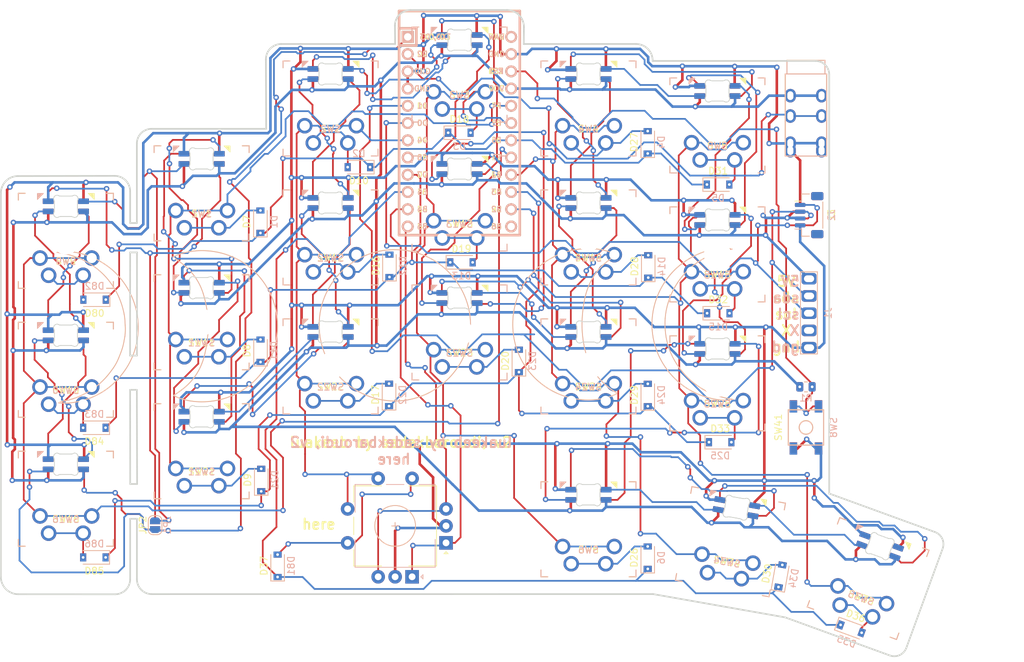
<source format=kicad_pcb>
(kicad_pcb (version 20171130) (host pcbnew "(5.1.10)-1")
  (layers (0 F.Cu signal) (31 B.Cu signal) (34 B.Paste user) (35 F.Paste user) (36 B.SilkS user) (37 F.SilkS user) (38 B.Mask user) (39 F.Mask user) (44 Edge.Cuts user))
  (net 0 "")
  (net 1 GND)
  (net 2 +5V)
  (net 3 "Net-(D1-Pad2)")
  (net 4 row0)
  (net 5 "Net-(D10-Pad2)")
  (net 6 "Net-(D11-Pad2)")
  (net 7 row1)
  (net 8 "Net-(D12-Pad2)")
  (net 9 "Net-(D13-Pad2)")
  (net 10 "Net-(D14-Pad2)")
  (net 11 "Net-(D15-Pad2)")
  (net 12 "Net-(D17-Pad2)")
  (net 13 "Net-(D18-Pad2)")
  (net 14 "Net-(D20-Pad2)")
  (net 15 "Net-(D21-Pad2)")
  (net 16 row2)
  (net 17 "Net-(D24-Pad2)")
  (net 18 "Net-(D25-Pad2)")
  (net 19 "Net-(D26-Pad2)")
  (net 20 "Net-(D27-Pad2)")
  (net 21 "Net-(D30-Pad2)")
  (net 22 "Net-(D31-Pad2)")
  (net 23 row3)
  (net 24 "Net-(D35-Pad2)")
  (net 25 "Net-(D37-Pad2)")
  (net 26 "Net-(D38-Pad2)")
  (net 27 "Net-(D39-Pad2)")
  (net 28 "Net-(D40-Pad2)")
  (net 29 led)
  (net 30 "Net-(D41-Pad2)")
  (net 31 "Net-(D42-Pad2)")
  (net 32 "Net-(D43-Pad2)")
  (net 33 "Net-(D44-Pad2)")
  (net 34 "Net-(D45-Pad2)")
  (net 35 "Net-(D46-Pad2)")
  (net 36 "Net-(D47-Pad2)")
  (net 37 "Net-(D48-Pad2)")
  (net 38 "Net-(D49-Pad2)")
  (net 39 "Net-(D50-Pad2)")
  (net 40 "Net-(D51-Pad2)")
  (net 41 "Net-(D52-Pad2)")
  (net 42 "Net-(D53-Pad2)")
  (net 43 "Net-(D54-Pad2)")
  (net 44 "Net-(D55-Pad2)")
  (net 45 "Net-(D56-Pad2)")
  (net 46 "Net-(D57-Pad2)")
  (net 47 "Net-(D58-Pad2)")
  (net 48 "Net-(D59-Pad2)")
  (net 49 "Net-(D60-Pad2)")
  (net 50 "Net-(D61-Pad2)")
  (net 51 "Net-(D62-Pad2)")
  (net 52 "Net-(D63-Pad2)")
  (net 53 "Net-(D64-Pad2)")
  (net 54 "Net-(D65-Pad2)")
  (net 55 "Net-(D66-Pad2)")
  (net 56 "Net-(D67-Pad2)")
  (net 57 "Net-(D68-Pad2)")
  (net 58 "Net-(D69-Pad2)")
  (net 59 "Net-(D70-Pad2)")
  (net 60 "Net-(D71-Pad2)")
  (net 61 "Net-(D73-Pad2)")
  (net 62 RESET)
  (net 63 col0)
  (net 64 col1)
  (net 65 col2)
  (net 66 col3)
  (net 67 col4)
  (net 68 sda)
  (net 69 scl)
  (net 70 "Net-(J1-Pad4)")
  (net 71 ENC1B)
  (net 72 ENC1A)
  (net 73 "Net-(U1-Pad13)")
  (net 74 data)
  (net 75 "Net-(D39-Pad4)")
  (net 76 "Net-(U1-Pad8)")
  (net 77 "Net-(U1-Pad24)")
  (net 78 "Net-(D38-Pad4)")
  (net 79 "Net-(D41-Pad4)")
  (net 80 "Net-(D74-Pad2)")
  (net 81 "Net-(D75-Pad2)")
  (net 82 "Net-(D76-Pad2)")
  (net 83 "Net-(D77-Pad2)")
  (net 84 "Net-(D80-Pad2)")
  (net 85 "Net-(D83-Pad2)")
  (net 86 "Net-(D85-Pad2)")
  (net 87 col5)
  (module Connector_JST:JST_SH_BM04B-SRSS-TB_1x04-1MP_P1.00mm_Vertical (layer F.Cu) (at 150.512593 61.238404 270)
    (fp_text reference J3 (at 0 -3.3 90) (layer F.SilkS))
    (fp_text value Conn_01x04_Female)
    (pad MP smd roundrect (at 2.8 -1.2 270) (size 1.2 1.8) (layers F.Cu F.Paste F.Mask) (roundrect_rratio 0.208333))
    (pad MP smd roundrect (at -2.8 -1.2 270) (size 1.2 1.8) (layers F.Cu F.Paste F.Mask) (roundrect_rratio 0.208333))
    (pad 4 smd roundrect (at 1.5 1.325 270) (size 0.6 1.55) (layers F.Cu F.Paste F.Mask) (net 69 scl))
    (pad 3 smd roundrect (at 0.5 1.325 270) (size 0.6 1.55) (layers F.Cu F.Paste F.Mask) (net 68 sda))
    (pad 2 smd roundrect (at -0.5 1.325 270) (size 0.6 1.55) (layers F.Cu F.Paste F.Mask) (net 2 +5V))
    (pad 1 smd roundrect (at -1.5 1.325 270) (size 0.6 1.55) (layers F.Cu F.Paste F.Mask) (net 1 GND))
  )
  (module Connector_JST:JST_SH_BM04B-SRSS-TB_1x04-1MP_P1.00mm_Vertical (layer B.Cu) (at 150.512593 61.238404 90)
    (fp_text reference J2 (at 0 3.3 270) (layer B.SilkS) (effects (justify mirror)))
    (fp_text value Conn_01x04_Female)
    (pad MP smd roundrect (at 2.8 1.2 90) (size 1.2 1.8) (layers B.Cu B.Paste B.Mask) (roundrect_rratio 0.208333))
    (pad MP smd roundrect (at -2.8 1.2 90) (size 1.2 1.8) (layers B.Cu B.Paste B.Mask) (roundrect_rratio 0.208333))
    (pad 4 smd roundrect (at 1.5 -1.325 90) (size 0.6 1.55) (layers B.Cu B.Paste B.Mask) (net 69 scl))
    (pad 3 smd roundrect (at 0.5 -1.325 90) (size 0.6 1.55) (layers B.Cu B.Paste B.Mask) (net 68 sda))
    (pad 2 smd roundrect (at -0.5 -1.325 90) (size 0.6 1.55) (layers B.Cu B.Paste B.Mask) (net 2 +5V))
    (pad 1 smd roundrect (at -1.5 -1.325 90) (size 0.6 1.55) (layers B.Cu B.Paste B.Mask) (net 1 GND))
  )
  (module keyswitches:SW_MX_reversible_minimal (layer F.Cu) (at 40.997588 103.026485 180)
    (fp_text reference SW16 (at 0 -3) (layer F.SilkS))
    (fp_text value SW_Push)
    (fp_text user %R (at 0 -3.048) (layer B.SilkS) (effects (justify mirror)))
    (pad 2 thru_hole circle (at -3.81 -2.54 180) (size 2.286 2.286) (drill 1.4986) (layers *.Cu *.Mask) (net 63 col0))
    (pad "" np_thru_hole circle (at 0 0 180) (size 3.9878 3.9878) (drill 3.9878) (layers *.Cu *.Mask))
    (pad 1 thru_hole circle (at 2.54 -5.08 180) (size 2.286 2.286) (drill 1.4986) (layers *.Cu *.Mask) (net 86 "Net-(D85-Pad2)"))
    (pad 1 thru_hole circle (at -2.54 -5.08 180) (size 2.286 2.286) (drill 1.4986) (layers *.Cu *.Mask) (net 86 "Net-(D85-Pad2)"))
    (pad 2 thru_hole circle (at 3.81 -2.54 180) (size 2.286 2.286) (drill 1.4986) (layers *.Cu *.Mask) (net 63 col0))
  )
  (module keyswitches:SW_MX_reversible_minimal (layer F.Cu) (at 40.997589 84.026486 180)
    (fp_text reference SW10 (at 0 -3) (layer F.SilkS))
    (fp_text value SW_Push)
    (fp_text user %R (at 0 -3.048) (layer B.SilkS) (effects (justify mirror)))
    (pad 2 thru_hole circle (at -3.81 -2.54 180) (size 2.286 2.286) (drill 1.4986) (layers *.Cu *.Mask) (net 63 col0))
    (pad "" np_thru_hole circle (at 0 0 180) (size 3.9878 3.9878) (drill 3.9878) (layers *.Cu *.Mask))
    (pad 1 thru_hole circle (at 2.54 -5.08 180) (size 2.286 2.286) (drill 1.4986) (layers *.Cu *.Mask) (net 85 "Net-(D83-Pad2)"))
    (pad 1 thru_hole circle (at -2.54 -5.08 180) (size 2.286 2.286) (drill 1.4986) (layers *.Cu *.Mask) (net 85 "Net-(D83-Pad2)"))
    (pad 2 thru_hole circle (at 3.81 -2.54 180) (size 2.286 2.286) (drill 1.4986) (layers *.Cu *.Mask) (net 63 col0))
  )
  (module keyswitches:SW_MX_reversible_minimal (layer F.Cu) (at 40.997589 65.026487 180)
    (fp_text reference SW9 (at 0 -3) (layer F.SilkS))
    (fp_text value SW_Push)
    (fp_text user %R (at 0 -3.048) (layer B.SilkS) (effects (justify mirror)))
    (pad 2 thru_hole circle (at -3.81 -2.54 180) (size 2.286 2.286) (drill 1.4986) (layers *.Cu *.Mask) (net 63 col0))
    (pad "" np_thru_hole circle (at 0 0 180) (size 3.9878 3.9878) (drill 3.9878) (layers *.Cu *.Mask))
    (pad 1 thru_hole circle (at 2.54 -5.08 180) (size 2.286 2.286) (drill 1.4986) (layers *.Cu *.Mask) (net 84 "Net-(D80-Pad2)"))
    (pad 1 thru_hole circle (at -2.54 -5.08 180) (size 2.286 2.286) (drill 1.4986) (layers *.Cu *.Mask) (net 84 "Net-(D80-Pad2)"))
    (pad 2 thru_hole circle (at 3.81 -2.54 180) (size 2.286 2.286) (drill 1.4986) (layers *.Cu *.Mask) (net 63 col0))
  )
  (module keyswitches:SW_MX_reversible_minimal (layer F.Cu) (at 159.202116 114.791956 160)
    (fp_text reference SW35 (at 0 -3 160) (layer F.SilkS))
    (fp_text value SW_Push)
    (fp_text user %R (at 0 -3.048 160) (layer B.SilkS) (effects (justify mirror)))
    (pad 2 thru_hole circle (at -3.81 -2.54 160) (size 2.286 2.286) (drill 1.4986) (layers *.Cu *.Mask) (net 87 col5))
    (pad "" np_thru_hole circle (at 0 0 160) (size 3.9878 3.9878) (drill 3.9878) (layers *.Cu *.Mask))
    (pad 1 thru_hole circle (at 2.54 -5.08 160) (size 2.286 2.286) (drill 1.4986) (layers *.Cu *.Mask) (net 24 "Net-(D35-Pad2)"))
    (pad 1 thru_hole circle (at -2.54 -5.08 160) (size 2.286 2.286) (drill 1.4986) (layers *.Cu *.Mask) (net 24 "Net-(D35-Pad2)"))
    (pad 2 thru_hole circle (at 3.81 -2.54 160) (size 2.286 2.286) (drill 1.4986) (layers *.Cu *.Mask) (net 87 col5))
  )
  (module keyswitches:SW_MX_reversible_minimal (layer F.Cu) (at 138.917674 109.356757 170)
    (fp_text reference SW34 (at 0.000001 -3 170) (layer F.SilkS))
    (fp_text value SW_Push)
    (fp_text user %R (at 0 -3.048 170) (layer B.SilkS) (effects (justify mirror)))
    (pad 2 thru_hole circle (at -3.81 -2.54 170) (size 2.286 2.286) (drill 1.4986) (layers *.Cu *.Mask) (net 67 col4))
    (pad "" np_thru_hole circle (at 0 0 170) (size 3.9878 3.9878) (drill 3.9878) (layers *.Cu *.Mask))
    (pad 1 thru_hole circle (at 2.54 -5.08 170) (size 2.286 2.286) (drill 1.4986) (layers *.Cu *.Mask) (net 21 "Net-(D30-Pad2)"))
    (pad 1 thru_hole circle (at -2.54 -5.08 170) (size 2.286 2.286) (drill 1.4986) (layers *.Cu *.Mask) (net 21 "Net-(D30-Pad2)"))
    (pad 2 thru_hole circle (at 3.81 -2.54 170) (size 2.286 2.286) (drill 1.4986) (layers *.Cu *.Mask) (net 67 col4))
  )
  (module keyswitches:SW_MX_reversible_minimal (layer F.Cu) (at 136.997585 86.026487 180)
    (fp_text reference SW25 (at 0 -3) (layer F.SilkS))
    (fp_text value SW_Push)
    (fp_text user %R (at 0 -3.048) (layer B.SilkS) (effects (justify mirror)))
    (pad 2 thru_hole circle (at -3.81 -2.54 180) (size 2.286 2.286) (drill 1.4986) (layers *.Cu *.Mask) (net 87 col5))
    (pad "" np_thru_hole circle (at 0 0 180) (size 3.9878 3.9878) (drill 3.9878) (layers *.Cu *.Mask))
    (pad 1 thru_hole circle (at 2.54 -5.08 180) (size 2.286 2.286) (drill 1.4986) (layers *.Cu *.Mask) (net 18 "Net-(D25-Pad2)"))
    (pad 1 thru_hole circle (at -2.54 -5.08 180) (size 2.286 2.286) (drill 1.4986) (layers *.Cu *.Mask) (net 18 "Net-(D25-Pad2)"))
    (pad 2 thru_hole circle (at 3.81 -2.54 180) (size 2.286 2.286) (drill 1.4986) (layers *.Cu *.Mask) (net 87 col5))
  )
  (module keyswitches:SW_MX_reversible_minimal (layer F.Cu) (at 117.997586 83.526487 180)
    (fp_text reference SW24 (at 0 -3) (layer F.SilkS))
    (fp_text value SW_Push)
    (fp_text user %R (at 0 -3.048) (layer B.SilkS) (effects (justify mirror)))
    (pad 2 thru_hole circle (at -3.81 -2.54 180) (size 2.286 2.286) (drill 1.4986) (layers *.Cu *.Mask) (net 67 col4))
    (pad "" np_thru_hole circle (at 0 0 180) (size 3.9878 3.9878) (drill 3.9878) (layers *.Cu *.Mask))
    (pad 1 thru_hole circle (at 2.54 -5.08 180) (size 2.286 2.286) (drill 1.4986) (layers *.Cu *.Mask) (net 17 "Net-(D24-Pad2)"))
    (pad 1 thru_hole circle (at -2.54 -5.08 180) (size 2.286 2.286) (drill 1.4986) (layers *.Cu *.Mask) (net 17 "Net-(D24-Pad2)"))
    (pad 2 thru_hole circle (at 3.81 -2.54 180) (size 2.286 2.286) (drill 1.4986) (layers *.Cu *.Mask) (net 67 col4))
  )
  (module keyswitches:SW_MX_reversible_minimal (layer F.Cu) (at 98.997586 78.526487 180)
    (fp_text reference SW23 (at 0 -3) (layer F.SilkS))
    (fp_text value SW_Push)
    (fp_text user %R (at 0 -3.048) (layer B.SilkS) (effects (justify mirror)))
    (pad 2 thru_hole circle (at -3.81 -2.54 180) (size 2.286 2.286) (drill 1.4986) (layers *.Cu *.Mask) (net 66 col3))
    (pad "" np_thru_hole circle (at 0 0 180) (size 3.9878 3.9878) (drill 3.9878) (layers *.Cu *.Mask))
    (pad 1 thru_hole circle (at 2.54 -5.08 180) (size 2.286 2.286) (drill 1.4986) (layers *.Cu *.Mask) (net 14 "Net-(D20-Pad2)"))
    (pad 1 thru_hole circle (at -2.54 -5.08 180) (size 2.286 2.286) (drill 1.4986) (layers *.Cu *.Mask) (net 14 "Net-(D20-Pad2)"))
    (pad 2 thru_hole circle (at 3.81 -2.54 180) (size 2.286 2.286) (drill 1.4986) (layers *.Cu *.Mask) (net 66 col3))
  )
  (module keyswitches:SW_MX_reversible_minimal (layer F.Cu) (at 79.997587 83.526486 180)
    (fp_text reference SW22 (at 0 -3) (layer F.SilkS))
    (fp_text value SW_Push)
    (fp_text user %R (at 0 -3.048) (layer B.SilkS) (effects (justify mirror)))
    (pad 2 thru_hole circle (at -3.81 -2.54 180) (size 2.286 2.286) (drill 1.4986) (layers *.Cu *.Mask) (net 65 col2))
    (pad "" np_thru_hole circle (at 0 0 180) (size 3.9878 3.9878) (drill 3.9878) (layers *.Cu *.Mask))
    (pad 1 thru_hole circle (at 2.54 -5.08 180) (size 2.286 2.286) (drill 1.4986) (layers *.Cu *.Mask) (net 12 "Net-(D17-Pad2)"))
    (pad 1 thru_hole circle (at -2.54 -5.08 180) (size 2.286 2.286) (drill 1.4986) (layers *.Cu *.Mask) (net 12 "Net-(D17-Pad2)"))
    (pad 2 thru_hole circle (at 3.81 -2.54 180) (size 2.286 2.286) (drill 1.4986) (layers *.Cu *.Mask) (net 65 col2))
  )
  (module keyswitches:SW_MX_reversible_minimal (layer F.Cu) (at 60.997588 96.026485 180)
    (fp_text reference SW21 (at 0 -3) (layer F.SilkS))
    (fp_text value SW_Push)
    (fp_text user %R (at 0 -3.048) (layer B.SilkS) (effects (justify mirror)))
    (pad 2 thru_hole circle (at -3.81 -2.54 180) (size 2.286 2.286) (drill 1.4986) (layers *.Cu *.Mask) (net 64 col1))
    (pad "" np_thru_hole circle (at 0 0 180) (size 3.9878 3.9878) (drill 3.9878) (layers *.Cu *.Mask))
    (pad 1 thru_hole circle (at 2.54 -5.08 180) (size 2.286 2.286) (drill 1.4986) (layers *.Cu *.Mask) (net 15 "Net-(D21-Pad2)"))
    (pad 1 thru_hole circle (at -2.54 -5.08 180) (size 2.286 2.286) (drill 1.4986) (layers *.Cu *.Mask) (net 15 "Net-(D21-Pad2)"))
    (pad 2 thru_hole circle (at 3.81 -2.54 180) (size 2.286 2.286) (drill 1.4986) (layers *.Cu *.Mask) (net 64 col1))
  )
  (module keyswitches:SW_MX_reversible_minimal (layer F.Cu) (at 136.997585 67.026488 180)
    (fp_text reference SW15 (at 0 -3) (layer F.SilkS))
    (fp_text value SW_Push)
    (fp_text user %R (at 0 -3.048) (layer B.SilkS) (effects (justify mirror)))
    (pad 2 thru_hole circle (at -3.81 -2.54 180) (size 2.286 2.286) (drill 1.4986) (layers *.Cu *.Mask) (net 87 col5))
    (pad "" np_thru_hole circle (at 0 0 180) (size 3.9878 3.9878) (drill 3.9878) (layers *.Cu *.Mask))
    (pad 1 thru_hole circle (at 2.54 -5.08 180) (size 2.286 2.286) (drill 1.4986) (layers *.Cu *.Mask) (net 11 "Net-(D15-Pad2)"))
    (pad 1 thru_hole circle (at -2.54 -5.08 180) (size 2.286 2.286) (drill 1.4986) (layers *.Cu *.Mask) (net 11 "Net-(D15-Pad2)"))
    (pad 2 thru_hole circle (at 3.81 -2.54 180) (size 2.286 2.286) (drill 1.4986) (layers *.Cu *.Mask) (net 87 col5))
  )
  (module keyswitches:SW_MX_reversible_minimal (layer F.Cu) (at 117.997586 64.526487 180)
    (fp_text reference SW14 (at 0 -3) (layer F.SilkS))
    (fp_text value SW_Push)
    (fp_text user %R (at 0 -3.048) (layer B.SilkS) (effects (justify mirror)))
    (pad 2 thru_hole circle (at -3.81 -2.54 180) (size 2.286 2.286) (drill 1.4986) (layers *.Cu *.Mask) (net 67 col4))
    (pad "" np_thru_hole circle (at 0 0 180) (size 3.9878 3.9878) (drill 3.9878) (layers *.Cu *.Mask))
    (pad 1 thru_hole circle (at 2.54 -5.08 180) (size 2.286 2.286) (drill 1.4986) (layers *.Cu *.Mask) (net 10 "Net-(D14-Pad2)"))
    (pad 1 thru_hole circle (at -2.54 -5.08 180) (size 2.286 2.286) (drill 1.4986) (layers *.Cu *.Mask) (net 10 "Net-(D14-Pad2)"))
    (pad 2 thru_hole circle (at 3.81 -2.54 180) (size 2.286 2.286) (drill 1.4986) (layers *.Cu *.Mask) (net 67 col4))
  )
  (module keyswitches:SW_MX_reversible_minimal (layer F.Cu) (at 98.997587 59.526487 180)
    (fp_text reference SW13 (at 0 -3) (layer F.SilkS))
    (fp_text value SW_Push)
    (fp_text user %R (at 0 -3.048) (layer B.SilkS) (effects (justify mirror)))
    (pad 2 thru_hole circle (at -3.81 -2.54 180) (size 2.286 2.286) (drill 1.4986) (layers *.Cu *.Mask) (net 66 col3))
    (pad "" np_thru_hole circle (at 0 0 180) (size 3.9878 3.9878) (drill 3.9878) (layers *.Cu *.Mask))
    (pad 1 thru_hole circle (at 2.54 -5.08 180) (size 2.286 2.286) (drill 1.4986) (layers *.Cu *.Mask) (net 9 "Net-(D13-Pad2)"))
    (pad 1 thru_hole circle (at -2.54 -5.08 180) (size 2.286 2.286) (drill 1.4986) (layers *.Cu *.Mask) (net 9 "Net-(D13-Pad2)"))
    (pad 2 thru_hole circle (at 3.81 -2.54 180) (size 2.286 2.286) (drill 1.4986) (layers *.Cu *.Mask) (net 66 col3))
  )
  (module keyswitches:SW_MX_reversible_minimal (layer F.Cu) (at 79.997588 64.526487 180)
    (fp_text reference SW12 (at 0 -3) (layer F.SilkS))
    (fp_text value SW_Push)
    (fp_text user %R (at 0 -3.048) (layer B.SilkS) (effects (justify mirror)))
    (pad 2 thru_hole circle (at -3.81 -2.54 180) (size 2.286 2.286) (drill 1.4986) (layers *.Cu *.Mask) (net 65 col2))
    (pad "" np_thru_hole circle (at 0 0 180) (size 3.9878 3.9878) (drill 3.9878) (layers *.Cu *.Mask))
    (pad 1 thru_hole circle (at 2.54 -5.08 180) (size 2.286 2.286) (drill 1.4986) (layers *.Cu *.Mask) (net 8 "Net-(D12-Pad2)"))
    (pad 1 thru_hole circle (at -2.54 -5.08 180) (size 2.286 2.286) (drill 1.4986) (layers *.Cu *.Mask) (net 8 "Net-(D12-Pad2)"))
    (pad 2 thru_hole circle (at 3.81 -2.54 180) (size 2.286 2.286) (drill 1.4986) (layers *.Cu *.Mask) (net 65 col2))
  )
  (module keyswitches:SW_MX_reversible_minimal (layer F.Cu) (at 60.997589 77.026486 180)
    (fp_text reference SW11 (at 0 -3) (layer F.SilkS))
    (fp_text value SW_Push)
    (fp_text user %R (at 0 -3.048) (layer B.SilkS) (effects (justify mirror)))
    (pad 2 thru_hole circle (at -3.81 -2.54 180) (size 2.286 2.286) (drill 1.4986) (layers *.Cu *.Mask) (net 64 col1))
    (pad "" np_thru_hole circle (at 0 0 180) (size 3.9878 3.9878) (drill 3.9878) (layers *.Cu *.Mask))
    (pad 1 thru_hole circle (at 2.54 -5.08 180) (size 2.286 2.286) (drill 1.4986) (layers *.Cu *.Mask) (net 6 "Net-(D11-Pad2)"))
    (pad 1 thru_hole circle (at -2.54 -5.08 180) (size 2.286 2.286) (drill 1.4986) (layers *.Cu *.Mask) (net 6 "Net-(D11-Pad2)"))
    (pad 2 thru_hole circle (at 3.81 -2.54 180) (size 2.286 2.286) (drill 1.4986) (layers *.Cu *.Mask) (net 64 col1))
  )
  (module keyswitches:SW_MX_reversible_minimal (layer F.Cu) (at 117.997586 107.526487 180)
    (fp_text reference SW6 (at 0 -3) (layer F.SilkS))
    (fp_text value SW_Push)
    (fp_text user %R (at 0 -3.048) (layer B.SilkS) (effects (justify mirror)))
    (pad 2 thru_hole circle (at -3.81 -2.54 180) (size 2.286 2.286) (drill 1.4986) (layers *.Cu *.Mask) (net 66 col3))
    (pad "" np_thru_hole circle (at 0 0 180) (size 3.9878 3.9878) (drill 3.9878) (layers *.Cu *.Mask))
    (pad 1 thru_hole circle (at 2.54 -5.08 180) (size 2.286 2.286) (drill 1.4986) (layers *.Cu *.Mask) (net 19 "Net-(D26-Pad2)"))
    (pad 1 thru_hole circle (at -2.54 -5.08 180) (size 2.286 2.286) (drill 1.4986) (layers *.Cu *.Mask) (net 19 "Net-(D26-Pad2)"))
    (pad 2 thru_hole circle (at 3.81 -2.54 180) (size 2.286 2.286) (drill 1.4986) (layers *.Cu *.Mask) (net 66 col3))
  )
  (module keyswitches:SW_MX_reversible_minimal (layer F.Cu) (at 136.997585 48.026489 180)
    (fp_text reference SW5 (at 0 -3) (layer F.SilkS))
    (fp_text value SW_Push)
    (fp_text user %R (at 0 -3.048) (layer B.SilkS) (effects (justify mirror)))
    (pad 2 thru_hole circle (at -3.81 -2.54 180) (size 2.286 2.286) (drill 1.4986) (layers *.Cu *.Mask) (net 87 col5))
    (pad "" np_thru_hole circle (at 0 0 180) (size 3.9878 3.9878) (drill 3.9878) (layers *.Cu *.Mask))
    (pad 1 thru_hole circle (at 2.54 -5.08 180) (size 2.286 2.286) (drill 1.4986) (layers *.Cu *.Mask) (net 22 "Net-(D31-Pad2)"))
    (pad 1 thru_hole circle (at -2.54 -5.08 180) (size 2.286 2.286) (drill 1.4986) (layers *.Cu *.Mask) (net 22 "Net-(D31-Pad2)"))
    (pad 2 thru_hole circle (at 3.81 -2.54 180) (size 2.286 2.286) (drill 1.4986) (layers *.Cu *.Mask) (net 87 col5))
  )
  (module keyswitches:SW_MX_reversible_minimal (layer F.Cu) (at 117.997586 45.526488 180)
    (fp_text reference SW4 (at 0 -3) (layer F.SilkS))
    (fp_text value SW_Push)
    (fp_text user %R (at 0 -3.048) (layer B.SilkS) (effects (justify mirror)))
    (pad 2 thru_hole circle (at -3.81 -2.54 180) (size 2.286 2.286) (drill 1.4986) (layers *.Cu *.Mask) (net 67 col4))
    (pad "" np_thru_hole circle (at 0 0 180) (size 3.9878 3.9878) (drill 3.9878) (layers *.Cu *.Mask))
    (pad 1 thru_hole circle (at 2.54 -5.08 180) (size 2.286 2.286) (drill 1.4986) (layers *.Cu *.Mask) (net 20 "Net-(D27-Pad2)"))
    (pad 1 thru_hole circle (at -2.54 -5.08 180) (size 2.286 2.286) (drill 1.4986) (layers *.Cu *.Mask) (net 20 "Net-(D27-Pad2)"))
    (pad 2 thru_hole circle (at 3.81 -2.54 180) (size 2.286 2.286) (drill 1.4986) (layers *.Cu *.Mask) (net 67 col4))
  )
  (module keyswitches:SW_MX_reversible_minimal (layer F.Cu) (at 98.997587 40.526488 180)
    (fp_text reference SW3 (at 0 -3) (layer F.SilkS))
    (fp_text value SW_Push)
    (fp_text user %R (at 0 -3.048) (layer B.SilkS) (effects (justify mirror)))
    (pad 2 thru_hole circle (at -3.81 -2.54 180) (size 2.286 2.286) (drill 1.4986) (layers *.Cu *.Mask) (net 66 col3))
    (pad "" np_thru_hole circle (at 0 0 180) (size 3.9878 3.9878) (drill 3.9878) (layers *.Cu *.Mask))
    (pad 1 thru_hole circle (at 2.54 -5.08 180) (size 2.286 2.286) (drill 1.4986) (layers *.Cu *.Mask) (net 13 "Net-(D18-Pad2)"))
    (pad 1 thru_hole circle (at -2.54 -5.08 180) (size 2.286 2.286) (drill 1.4986) (layers *.Cu *.Mask) (net 13 "Net-(D18-Pad2)"))
    (pad 2 thru_hole circle (at 3.81 -2.54 180) (size 2.286 2.286) (drill 1.4986) (layers *.Cu *.Mask) (net 66 col3))
  )
  (module keyswitches:SW_MX_reversible_minimal (layer F.Cu) (at 79.997588 45.526488 180)
    (fp_text reference SW2 (at 0 -3) (layer F.SilkS))
    (fp_text value SW_Push)
    (fp_text user %R (at 0 -3.048) (layer B.SilkS) (effects (justify mirror)))
    (pad 2 thru_hole circle (at -3.81 -2.54 180) (size 2.286 2.286) (drill 1.4986) (layers *.Cu *.Mask) (net 65 col2))
    (pad "" np_thru_hole circle (at 0 0 180) (size 3.9878 3.9878) (drill 3.9878) (layers *.Cu *.Mask))
    (pad 1 thru_hole circle (at 2.54 -5.08 180) (size 2.286 2.286) (drill 1.4986) (layers *.Cu *.Mask) (net 5 "Net-(D10-Pad2)"))
    (pad 1 thru_hole circle (at -2.54 -5.08 180) (size 2.286 2.286) (drill 1.4986) (layers *.Cu *.Mask) (net 5 "Net-(D10-Pad2)"))
    (pad 2 thru_hole circle (at 3.81 -2.54 180) (size 2.286 2.286) (drill 1.4986) (layers *.Cu *.Mask) (net 65 col2))
  )
  (module keyswitches:SW_MX_reversible_minimal (layer F.Cu) (at 60.997589 58.026487 180)
    (fp_text reference SW1 (at 0 -3) (layer F.SilkS))
    (fp_text value SW_Push)
    (fp_text user %R (at 0 -3.048) (layer B.SilkS) (effects (justify mirror)))
    (pad 2 thru_hole circle (at -3.81 -2.54 180) (size 2.286 2.286) (drill 1.4986) (layers *.Cu *.Mask) (net 64 col1))
    (pad "" np_thru_hole circle (at 0 0 180) (size 3.9878 3.9878) (drill 3.9878) (layers *.Cu *.Mask))
    (pad 1 thru_hole circle (at 2.54 -5.08 180) (size 2.286 2.286) (drill 1.4986) (layers *.Cu *.Mask) (net 3 "Net-(D1-Pad2)"))
    (pad 1 thru_hole circle (at -2.54 -5.08 180) (size 2.286 2.286) (drill 1.4986) (layers *.Cu *.Mask) (net 3 "Net-(D1-Pad2)"))
    (pad 2 thru_hole circle (at 3.81 -2.54 180) (size 2.286 2.286) (drill 1.4986) (layers *.Cu *.Mask) (net 64 col1))
  )
  (module Keebio-Parts:RotaryEncoder_EC11-no-legs (layer F.Cu) (at 89.511926 107.029268 180)
    (fp_text reference SW42)
    (fp_text value RotaryEncoder_Switch)
    (pad A thru_hole rect (at -7.5 -2.5 180) (size 2 2) (drill 1) (layers *.Cu *.Mask) (net 72 ENC1A))
    (pad C thru_hole circle (at -7.5 0 180) (size 2 2) (drill 1) (layers *.Cu *.Mask) (net 1 GND))
    (pad B thru_hole circle (at -7.5 2.5 180) (size 2 2) (drill 1) (layers *.Cu *.Mask) (net 71 ENC1B))
    (pad S2 thru_hole circle (at 7 -2.5 180) (size 2 2) (drill 1) (layers *.Cu *.Mask) (net 25 "Net-(D37-Pad2)"))
    (pad S1 thru_hole circle (at 7 2.5 180) (size 2 2) (drill 1) (layers *.Cu *.Mask) (net 65 col2))
  )
  (module Jumper:SolderJumper-2_P1.3mm_Open_RoundedPad1.0x1.5mm (layer F.Cu) (at 54.145893 106.923904 90)
    (fp_text reference JP2 (at 0 -1.8 90) (layer F.SilkS))
    (fp_text value Jumper_2_Open)
    (pad 2 smd custom (at 0.65 0 90) (size 1 0.5) (layers F.Cu F.Mask) (net 78 "Net-(D38-Pad4)") (options (clearance outline) (anchor rect)) (primitives (gr_circle (center 0 0.25) (end 0.5 0.25) (width 0)) (gr_circle (center 0 -0.25) (end 0.5 -0.25) (width 0)) (gr_poly (pts (xy 0 -0.75) (xy -0.5 -0.75) (xy -0.5 0.75) (xy 0 0.75)) (width 0))))
    (pad 1 smd custom (at -0.65 0 90) (size 1 0.5) (layers F.Cu F.Mask) (net 29 led) (options (clearance outline) (anchor rect)) (primitives (gr_circle (center 0 0.25) (end 0.5 0.25) (width 0)) (gr_circle (center 0 -0.25) (end 0.5 -0.25) (width 0)) (gr_poly (pts (xy 0 -0.75) (xy 0.5 -0.75) (xy 0.5 0.75) (xy 0 0.75)) (width 0))))
  )
  (module Jumper:SolderJumper-2_P1.3mm_Open_RoundedPad1.0x1.5mm (layer B.Cu) (at 54.140892 106.922505 90)
    (fp_text reference JP1 (at 0 1.8 90) (layer B.SilkS) (effects (justify mirror)))
    (fp_text value Jumper_2_Open)
    (pad 2 smd custom (at 0.65 0 90) (size 1 0.5) (layers B.Cu B.Mask) (net 79 "Net-(D41-Pad4)") (options (clearance outline) (anchor rect)) (primitives (gr_circle (center 0 -0.25) (end 0.5 -0.25) (width 0)) (gr_circle (center 0 0.25) (end 0.5 0.25) (width 0)) (gr_poly (pts (xy 0 0.75) (xy -0.5 0.75) (xy -0.5 -0.75) (xy 0 -0.75)) (width 0))))
    (pad 1 smd custom (at -0.65 0 90) (size 1 0.5) (layers B.Cu B.Mask) (net 29 led) (options (clearance outline) (anchor rect)) (primitives (gr_circle (center 0 -0.25) (end 0.5 -0.25) (width 0)) (gr_circle (center 0 0.25) (end 0.5 0.25) (width 0)) (gr_poly (pts (xy 0 0.75) (xy 0.5 0.75) (xy 0.5 -0.75) (xy 0 -0.75)) (width 0))))
  )
  (module Diode_SMD:D_SOD-123 (layer B.Cu) (at 45.192393 111.673704 180)
    (fp_text reference D86 (at 0 2) (layer B.SilkS) (effects (justify mirror)))
    (fp_text value 1N4148W)
    (pad 2 smd rect (at 1.65 0 180) (size 0.9 1.2) (layers B.Cu B.Paste B.Mask) (net 86 "Net-(D85-Pad2)"))
    (pad 1 smd rect (at -1.65 0 180) (size 0.9 1.2) (layers B.Cu B.Paste B.Mask) (net 16 row2))
  )
  (module Diode_SMD:D_SOD-123 (layer F.Cu) (at 45.192393 111.673704 180)
    (fp_text reference D85 (at 0 -2) (layer F.SilkS))
    (fp_text value 1N4148W)
    (pad 2 smd rect (at 1.65 0 180) (size 0.9 1.2) (layers F.Cu F.Paste F.Mask) (net 86 "Net-(D85-Pad2)"))
    (pad 1 smd rect (at -1.65 0 180) (size 0.9 1.2) (layers F.Cu F.Paste F.Mask) (net 16 row2))
  )
  (module Diode_SMD:D_SOD-123 (layer F.Cu) (at 45.192393 92.572904 180)
    (fp_text reference D84 (at 0 -2) (layer F.SilkS))
    (fp_text value 1N4148W)
    (pad 1 smd rect (at -1.65 0 180) (size 0.9 1.2) (layers F.Cu F.Paste F.Mask) (net 7 row1))
    (pad 2 smd rect (at 1.65 0 180) (size 0.9 1.2) (layers F.Cu F.Paste F.Mask) (net 85 "Net-(D83-Pad2)"))
  )
  (module Diode_SMD:D_SOD-123 (layer B.Cu) (at 45.192393 92.572904 180)
    (fp_text reference D83 (at 0 2) (layer B.SilkS) (effects (justify mirror)))
    (fp_text value 1N4148W)
    (pad 1 smd rect (at -1.65 0 180) (size 0.9 1.2) (layers B.Cu B.Paste B.Mask) (net 7 row1))
    (pad 2 smd rect (at 1.65 0 180) (size 0.9 1.2) (layers B.Cu B.Paste B.Mask) (net 85 "Net-(D83-Pad2)"))
  )
  (module Diode_SMD:D_SOD-123 (layer B.Cu) (at 45.230493 73.700704 180)
    (fp_text reference D82 (at 0 2) (layer B.SilkS) (effects (justify mirror)))
    (fp_text value 1N4148W)
    (pad 2 smd rect (at 1.65 0 180) (size 0.9 1.2) (layers B.Cu B.Paste B.Mask) (net 84 "Net-(D80-Pad2)"))
    (pad 1 smd rect (at -1.65 0 180) (size 0.9 1.2) (layers B.Cu B.Paste B.Mask) (net 4 row0))
  )
  (module Diode_SMD:D_SOD-123 (layer F.Cu) (at 45.230493 73.700704 180)
    (fp_text reference D80 (at 0 -2) (layer F.SilkS))
    (fp_text value 1N4148W)
    (pad 2 smd rect (at 1.65 0 180) (size 0.9 1.2) (layers F.Cu F.Paste F.Mask) (net 84 "Net-(D80-Pad2)"))
    (pad 1 smd rect (at -1.65 0 180) (size 0.9 1.2) (layers F.Cu F.Paste F.Mask) (net 4 row0))
  )
  (module kicad-keyboard-parts:MX_SK6812MINI-E (layer F.Cu) (at 40.997589 65.026487 180)
    (fp_text reference D79 hide)
    (fp_text value SK6812MINI-E)
    (fp_line (start -1.699999 5.782841) (end -1.699999 4.377157) (layer Edge.Cuts) (width 0.1))
    (fp_line (start -0.794452 3.58) (end 0.794453 3.58) (layer Edge.Cuts) (width 0.1))
    (fp_line (start 1.699999 4.377157) (end 1.699999 5.782841) (layer Edge.Cuts) (width 0.1))
    (fp_line (start 0.794452 6.579999) (end -0.794452 6.579999) (layer Edge.Cuts) (width 0.1))
    (fp_arc (start -0.794452 7.079999) (end -0.794452 6.579999) (angle -30.2992623) (layer Edge.Cuts) (width 0.1))
    (fp_arc (start 0.794452 7.079999) (end 1.046711 6.648298) (angle -30.29933433) (layer Edge.Cuts) (width 0.1))
    (fp_arc (start 1.298969 6.216597) (end 1.046711 6.648298) (angle -146.0055121) (layer Edge.Cuts) (width 0.1))
    (fp_arc (start 2.199999 5.782841) (end 1.699999 5.782841) (angle -25.70617777) (layer Edge.Cuts) (width 0.1))
    (fp_arc (start 2.199999 4.377157) (end 1.749484 4.160279) (angle -25.70608136) (layer Edge.Cuts) (width 0.1))
    (fp_arc (start 1.298969 3.943402) (end 1.749484 4.160279) (angle -146.0053097) (layer Edge.Cuts) (width 0.1))
    (fp_arc (start 0.794453 3.08) (end 0.794453 3.58) (angle -30.29922831) (layer Edge.Cuts) (width 0.1))
    (fp_arc (start -0.794452 3.08) (end -1.046711 3.5117) (angle -30.29928212) (layer Edge.Cuts) (width 0.1))
    (fp_arc (start -1.298969 3.943401) (end -1.046711 3.5117) (angle -146.0054017) (layer Edge.Cuts) (width 0.1))
    (fp_arc (start -2.199999 4.377157) (end -1.699999 4.377157) (angle -25.70611954) (layer Edge.Cuts) (width 0.1))
    (fp_arc (start -2.199999 5.782841) (end -1.749484 5.999719) (angle -25.70611205) (layer Edge.Cuts) (width 0.1))
    (fp_arc (start -1.298969 6.216596) (end -1.749484 5.999719) (angle -146.0053744) (layer Edge.Cuts) (width 0.1))
    (pad 3 smd roundrect (at 2.6 5.829999 90) (size 0.82 1.6) (layers B.Cu B.Paste B.Mask) (roundrect_rratio 0.1) (net 1 GND))
    (pad 4 smd roundrect (at 2.6 4.329999 90) (size 0.82 1.6) (layers B.Cu B.Paste B.Mask) (roundrect_rratio 0.1) (net 83 "Net-(D77-Pad2)"))
    (pad 2 smd roundrect (at -2.6 5.829999 90) (size 0.82 1.6) (layers B.Cu B.Paste B.Mask) (roundrect_rratio 0.1) (net 79 "Net-(D41-Pad4)"))
    (pad 1 smd roundrect (at -2.6 4.329999 90) (size 0.82 1.6) (layers B.Cu B.Paste B.Mask) (roundrect_rratio 0.1) (net 2 +5V))
  )
  (module kicad-keyboard-parts:MX_SK6812MINI-E (layer B.Cu) (at 40.997589 65.026487)
    (fp_text reference D78 hide)
    (fp_text value SK6812MINI-E)
    (fp_line (start -1.699999 -5.782841) (end -1.699999 -4.377157) (layer Edge.Cuts) (width 0.1))
    (fp_line (start -0.794452 -3.58) (end 0.794453 -3.58) (layer Edge.Cuts) (width 0.1))
    (fp_line (start 1.699999 -4.377157) (end 1.699999 -5.782841) (layer Edge.Cuts) (width 0.1))
    (fp_line (start 0.794452 -6.579999) (end -0.794452 -6.579999) (layer Edge.Cuts) (width 0.1))
    (fp_arc (start -0.794452 -7.079999) (end -0.794452 -6.579999) (angle 30.2992623) (layer Edge.Cuts) (width 0.1))
    (fp_arc (start 0.794452 -7.079999) (end 1.046711 -6.648298) (angle 30.29933433) (layer Edge.Cuts) (width 0.1))
    (fp_arc (start 1.298969 -6.216597) (end 1.046711 -6.648298) (angle 146.0055121) (layer Edge.Cuts) (width 0.1))
    (fp_arc (start 2.199999 -5.782841) (end 1.699999 -5.782841) (angle 25.70617777) (layer Edge.Cuts) (width 0.1))
    (fp_arc (start 2.199999 -4.377157) (end 1.749484 -4.160279) (angle 25.70608136) (layer Edge.Cuts) (width 0.1))
    (fp_arc (start 1.298969 -3.943402) (end 1.749484 -4.160279) (angle 146.0053097) (layer Edge.Cuts) (width 0.1))
    (fp_arc (start 0.794453 -3.08) (end 0.794453 -3.58) (angle 30.29922831) (layer Edge.Cuts) (width 0.1))
    (fp_arc (start -0.794452 -3.08) (end -1.046711 -3.5117) (angle 30.29928212) (layer Edge.Cuts) (width 0.1))
    (fp_arc (start -1.298969 -3.943401) (end -1.046711 -3.5117) (angle 146.0054017) (layer Edge.Cuts) (width 0.1))
    (fp_arc (start -2.199999 -4.377157) (end -1.699999 -4.377157) (angle 25.70611954) (layer Edge.Cuts) (width 0.1))
    (fp_arc (start -2.199999 -5.782841) (end -1.749484 -5.999719) (angle 25.70611205) (layer Edge.Cuts) (width 0.1))
    (fp_arc (start -1.298969 -6.216596) (end -1.749484 -5.999719) (angle 146.0053744) (layer Edge.Cuts) (width 0.1))
    (pad 3 smd roundrect (at 2.6 -5.829999 90) (size 0.82 1.6) (layers F.Cu F.Paste F.Mask) (roundrect_rratio 0.1) (net 1 GND))
    (pad 4 smd roundrect (at 2.6 -4.329999 90) (size 0.82 1.6) (layers F.Cu F.Paste F.Mask) (roundrect_rratio 0.1) (net 82 "Net-(D76-Pad2)"))
    (pad 2 smd roundrect (at -2.6 -5.829999 90) (size 0.82 1.6) (layers F.Cu F.Paste F.Mask) (roundrect_rratio 0.1) (net 78 "Net-(D38-Pad4)"))
    (pad 1 smd roundrect (at -2.6 -4.329999 90) (size 0.82 1.6) (layers F.Cu F.Paste F.Mask) (roundrect_rratio 0.1) (net 2 +5V))
  )
  (module kicad-keyboard-parts:MX_SK6812MINI-E (layer F.Cu) (at 40.997589 84.026486 180)
    (fp_text reference D77 hide)
    (fp_text value SK6812MINI-E)
    (fp_line (start -1.699999 5.782841) (end -1.699999 4.377157) (layer Edge.Cuts) (width 0.1))
    (fp_line (start -0.794452 3.58) (end 0.794453 3.58) (layer Edge.Cuts) (width 0.1))
    (fp_line (start 1.699999 4.377157) (end 1.699999 5.782841) (layer Edge.Cuts) (width 0.1))
    (fp_line (start 0.794452 6.579999) (end -0.794452 6.579999) (layer Edge.Cuts) (width 0.1))
    (fp_arc (start -0.794452 7.079999) (end -0.794452 6.579999) (angle -30.2992623) (layer Edge.Cuts) (width 0.1))
    (fp_arc (start 0.794452 7.079999) (end 1.046711 6.648298) (angle -30.29933433) (layer Edge.Cuts) (width 0.1))
    (fp_arc (start 1.298969 6.216597) (end 1.046711 6.648298) (angle -146.0055121) (layer Edge.Cuts) (width 0.1))
    (fp_arc (start 2.199999 5.782841) (end 1.699999 5.782841) (angle -25.70617777) (layer Edge.Cuts) (width 0.1))
    (fp_arc (start 2.199999 4.377157) (end 1.749484 4.160279) (angle -25.70608136) (layer Edge.Cuts) (width 0.1))
    (fp_arc (start 1.298969 3.943402) (end 1.749484 4.160279) (angle -146.0053097) (layer Edge.Cuts) (width 0.1))
    (fp_arc (start 0.794453 3.08) (end 0.794453 3.58) (angle -30.29922831) (layer Edge.Cuts) (width 0.1))
    (fp_arc (start -0.794452 3.08) (end -1.046711 3.5117) (angle -30.29928212) (layer Edge.Cuts) (width 0.1))
    (fp_arc (start -1.298969 3.943401) (end -1.046711 3.5117) (angle -146.0054017) (layer Edge.Cuts) (width 0.1))
    (fp_arc (start -2.199999 4.377157) (end -1.699999 4.377157) (angle -25.70611954) (layer Edge.Cuts) (width 0.1))
    (fp_arc (start -2.199999 5.782841) (end -1.749484 5.999719) (angle -25.70611205) (layer Edge.Cuts) (width 0.1))
    (fp_arc (start -1.298969 6.216596) (end -1.749484 5.999719) (angle -146.0053744) (layer Edge.Cuts) (width 0.1))
    (pad 3 smd roundrect (at 2.6 5.829999 90) (size 0.82 1.6) (layers B.Cu B.Paste B.Mask) (roundrect_rratio 0.1) (net 1 GND))
    (pad 4 smd roundrect (at 2.6 4.329999 90) (size 0.82 1.6) (layers B.Cu B.Paste B.Mask) (roundrect_rratio 0.1) (net 81 "Net-(D75-Pad2)"))
    (pad 2 smd roundrect (at -2.6 5.829999 90) (size 0.82 1.6) (layers B.Cu B.Paste B.Mask) (roundrect_rratio 0.1) (net 83 "Net-(D77-Pad2)"))
    (pad 1 smd roundrect (at -2.6 4.329999 90) (size 0.82 1.6) (layers B.Cu B.Paste B.Mask) (roundrect_rratio 0.1) (net 2 +5V))
  )
  (module kicad-keyboard-parts:MX_SK6812MINI-E (layer B.Cu) (at 40.997589 84.026486)
    (fp_text reference D76 hide)
    (fp_text value SK6812MINI-E)
    (fp_line (start -1.699999 -5.782841) (end -1.699999 -4.377157) (layer Edge.Cuts) (width 0.1))
    (fp_line (start -0.794452 -3.58) (end 0.794453 -3.58) (layer Edge.Cuts) (width 0.1))
    (fp_line (start 1.699999 -4.377157) (end 1.699999 -5.782841) (layer Edge.Cuts) (width 0.1))
    (fp_line (start 0.794452 -6.579999) (end -0.794452 -6.579999) (layer Edge.Cuts) (width 0.1))
    (fp_arc (start -0.794452 -7.079999) (end -0.794452 -6.579999) (angle 30.2992623) (layer Edge.Cuts) (width 0.1))
    (fp_arc (start 0.794452 -7.079999) (end 1.046711 -6.648298) (angle 30.29933433) (layer Edge.Cuts) (width 0.1))
    (fp_arc (start 1.298969 -6.216597) (end 1.046711 -6.648298) (angle 146.0055121) (layer Edge.Cuts) (width 0.1))
    (fp_arc (start 2.199999 -5.782841) (end 1.699999 -5.782841) (angle 25.70617777) (layer Edge.Cuts) (width 0.1))
    (fp_arc (start 2.199999 -4.377157) (end 1.749484 -4.160279) (angle 25.70608136) (layer Edge.Cuts) (width 0.1))
    (fp_arc (start 1.298969 -3.943402) (end 1.749484 -4.160279) (angle 146.0053097) (layer Edge.Cuts) (width 0.1))
    (fp_arc (start 0.794453 -3.08) (end 0.794453 -3.58) (angle 30.29922831) (layer Edge.Cuts) (width 0.1))
    (fp_arc (start -0.794452 -3.08) (end -1.046711 -3.5117) (angle 30.29928212) (layer Edge.Cuts) (width 0.1))
    (fp_arc (start -1.298969 -3.943401) (end -1.046711 -3.5117) (angle 146.0054017) (layer Edge.Cuts) (width 0.1))
    (fp_arc (start -2.199999 -4.377157) (end -1.699999 -4.377157) (angle 25.70611954) (layer Edge.Cuts) (width 0.1))
    (fp_arc (start -2.199999 -5.782841) (end -1.749484 -5.999719) (angle 25.70611205) (layer Edge.Cuts) (width 0.1))
    (fp_arc (start -1.298969 -6.216596) (end -1.749484 -5.999719) (angle 146.0053744) (layer Edge.Cuts) (width 0.1))
    (pad 3 smd roundrect (at 2.6 -5.829999 90) (size 0.82 1.6) (layers F.Cu F.Paste F.Mask) (roundrect_rratio 0.1) (net 1 GND))
    (pad 4 smd roundrect (at 2.6 -4.329999 90) (size 0.82 1.6) (layers F.Cu F.Paste F.Mask) (roundrect_rratio 0.1) (net 80 "Net-(D74-Pad2)"))
    (pad 2 smd roundrect (at -2.6 -5.829999 90) (size 0.82 1.6) (layers F.Cu F.Paste F.Mask) (roundrect_rratio 0.1) (net 82 "Net-(D76-Pad2)"))
    (pad 1 smd roundrect (at -2.6 -4.329999 90) (size 0.82 1.6) (layers F.Cu F.Paste F.Mask) (roundrect_rratio 0.1) (net 2 +5V))
  )
  (module kicad-keyboard-parts:MX_SK6812MINI-E (layer F.Cu) (at 40.997588 103.026485 180)
    (fp_text reference D75 hide)
    (fp_text value SK6812MINI-E)
    (fp_line (start -1.699999 5.782841) (end -1.699999 4.377157) (layer Edge.Cuts) (width 0.1))
    (fp_line (start -0.794452 3.58) (end 0.794453 3.58) (layer Edge.Cuts) (width 0.1))
    (fp_line (start 1.699999 4.377157) (end 1.699999 5.782841) (layer Edge.Cuts) (width 0.1))
    (fp_line (start 0.794452 6.579999) (end -0.794452 6.579999) (layer Edge.Cuts) (width 0.1))
    (fp_arc (start -0.794452 7.079999) (end -0.794452 6.579999) (angle -30.2992623) (layer Edge.Cuts) (width 0.1))
    (fp_arc (start 0.794452 7.079999) (end 1.046711 6.648298) (angle -30.29933433) (layer Edge.Cuts) (width 0.1))
    (fp_arc (start 1.298969 6.216597) (end 1.046711 6.648298) (angle -146.0055121) (layer Edge.Cuts) (width 0.1))
    (fp_arc (start 2.199999 5.782841) (end 1.699999 5.782841) (angle -25.70617777) (layer Edge.Cuts) (width 0.1))
    (fp_arc (start 2.199999 4.377157) (end 1.749484 4.160279) (angle -25.70608136) (layer Edge.Cuts) (width 0.1))
    (fp_arc (start 1.298969 3.943402) (end 1.749484 4.160279) (angle -146.0053097) (layer Edge.Cuts) (width 0.1))
    (fp_arc (start 0.794453 3.08) (end 0.794453 3.58) (angle -30.29922831) (layer Edge.Cuts) (width 0.1))
    (fp_arc (start -0.794452 3.08) (end -1.046711 3.5117) (angle -30.29928212) (layer Edge.Cuts) (width 0.1))
    (fp_arc (start -1.298969 3.943401) (end -1.046711 3.5117) (angle -146.0054017) (layer Edge.Cuts) (width 0.1))
    (fp_arc (start -2.199999 4.377157) (end -1.699999 4.377157) (angle -25.70611954) (layer Edge.Cuts) (width 0.1))
    (fp_arc (start -2.199999 5.782841) (end -1.749484 5.999719) (angle -25.70611205) (layer Edge.Cuts) (width 0.1))
    (fp_arc (start -1.298969 6.216596) (end -1.749484 5.999719) (angle -146.0053744) (layer Edge.Cuts) (width 0.1))
    (pad 3 smd roundrect (at 2.6 5.829999 90) (size 0.82 1.6) (layers B.Cu B.Paste B.Mask) (roundrect_rratio 0.1) (net 1 GND))
    (pad 4 smd roundrect (at 2.6 4.329999 90) (size 0.82 1.6) (layers B.Cu B.Paste B.Mask) (roundrect_rratio 0.1) (net 29 led))
    (pad 2 smd roundrect (at -2.6 5.829999 90) (size 0.82 1.6) (layers B.Cu B.Paste B.Mask) (roundrect_rratio 0.1) (net 81 "Net-(D75-Pad2)"))
    (pad 1 smd roundrect (at -2.6 4.329999 90) (size 0.82 1.6) (layers B.Cu B.Paste B.Mask) (roundrect_rratio 0.1) (net 2 +5V))
  )
  (module kicad-keyboard-parts:MX_SK6812MINI-E (layer B.Cu) (at 40.997588 103.026485)
    (fp_text reference D74 hide)
    (fp_text value SK6812MINI-E)
    (fp_line (start -1.699999 -5.782841) (end -1.699999 -4.377157) (layer Edge.Cuts) (width 0.1))
    (fp_line (start -0.794452 -3.58) (end 0.794453 -3.58) (layer Edge.Cuts) (width 0.1))
    (fp_line (start 1.699999 -4.377157) (end 1.699999 -5.782841) (layer Edge.Cuts) (width 0.1))
    (fp_line (start 0.794452 -6.579999) (end -0.794452 -6.579999) (layer Edge.Cuts) (width 0.1))
    (fp_arc (start -0.794452 -7.079999) (end -0.794452 -6.579999) (angle 30.2992623) (layer Edge.Cuts) (width 0.1))
    (fp_arc (start 0.794452 -7.079999) (end 1.046711 -6.648298) (angle 30.29933433) (layer Edge.Cuts) (width 0.1))
    (fp_arc (start 1.298969 -6.216597) (end 1.046711 -6.648298) (angle 146.0055121) (layer Edge.Cuts) (width 0.1))
    (fp_arc (start 2.199999 -5.782841) (end 1.699999 -5.782841) (angle 25.70617777) (layer Edge.Cuts) (width 0.1))
    (fp_arc (start 2.199999 -4.377157) (end 1.749484 -4.160279) (angle 25.70608136) (layer Edge.Cuts) (width 0.1))
    (fp_arc (start 1.298969 -3.943402) (end 1.749484 -4.160279) (angle 146.0053097) (layer Edge.Cuts) (width 0.1))
    (fp_arc (start 0.794453 -3.08) (end 0.794453 -3.58) (angle 30.29922831) (layer Edge.Cuts) (width 0.1))
    (fp_arc (start -0.794452 -3.08) (end -1.046711 -3.5117) (angle 30.29928212) (layer Edge.Cuts) (width 0.1))
    (fp_arc (start -1.298969 -3.943401) (end -1.046711 -3.5117) (angle 146.0054017) (layer Edge.Cuts) (width 0.1))
    (fp_arc (start -2.199999 -4.377157) (end -1.699999 -4.377157) (angle 25.70611954) (layer Edge.Cuts) (width 0.1))
    (fp_arc (start -2.199999 -5.782841) (end -1.749484 -5.999719) (angle 25.70611205) (layer Edge.Cuts) (width 0.1))
    (fp_arc (start -1.298969 -6.216596) (end -1.749484 -5.999719) (angle 146.0053744) (layer Edge.Cuts) (width 0.1))
    (pad 3 smd roundrect (at 2.6 -5.829999 90) (size 0.82 1.6) (layers F.Cu F.Paste F.Mask) (roundrect_rratio 0.1) (net 1 GND))
    (pad 4 smd roundrect (at 2.6 -4.329999 90) (size 0.82 1.6) (layers F.Cu F.Paste F.Mask) (roundrect_rratio 0.1) (net 29 led))
    (pad 2 smd roundrect (at -2.6 -5.829999 90) (size 0.82 1.6) (layers F.Cu F.Paste F.Mask) (roundrect_rratio 0.1) (net 80 "Net-(D74-Pad2)"))
    (pad 1 smd roundrect (at -2.6 -4.329999 90) (size 0.82 1.6) (layers F.Cu F.Paste F.Mask) (roundrect_rratio 0.1) (net 2 +5V))
  )
  (module MountingHole:MountingHole_3.2mm_M3 (layer F.Cu) (at 56.477588 112.136485)
    (fp_text reference "" (at 0 -4.2) (layer F.SilkS))
    (fp_text value MountingHole_3.2mm_M3)
    (pad 1 np_thru_hole circle (at 0 0) (size 3.2 3.2) (drill 3.2) (layers *.Cu *.Mask))
  )
  (module MountingHole:MountingHole_3.2mm_M3 (layer F.Cu) (at 70.637589 55.176487)
    (fp_text reference "" (at 0 -4.2) (layer F.SilkS))
    (fp_text value MountingHole_3.2mm_M3)
    (pad 1 np_thru_hole circle (at 0 0) (size 3.2 3.2) (drill 3.2) (layers *.Cu *.Mask))
  )
  (module MountingHole:MountingHole_3.2mm_M3 (layer F.Cu) (at 127.487585 61.716488)
    (fp_text reference "" (at 0 -4.2) (layer F.SilkS))
    (fp_text value MountingHole_3.2mm_M3)
    (pad 1 np_thru_hole circle (at 0 0) (size 3.2 3.2) (drill 3.2) (layers *.Cu *.Mask))
  )
  (module MountingHole:MountingHole_3.2mm_M3 (layer F.Cu) (at 129.187674 99.986757)
    (fp_text reference "" (at 0 -4.2) (layer F.SilkS))
    (fp_text value MountingHole_3.2mm_M3)
    (pad 1 np_thru_hole circle (at 0 0) (size 3.2 3.2) (drill 3.2) (layers *.Cu *.Mask))
  )
  (module Keebio-Parts:RotaryEncoder_EC11-no-legs (layer B.Cu) (at 89.511926 107.029268 90)
    (fp_text reference SW7)
    (fp_text value RotaryEncoder_Switch)
    (pad A thru_hole rect (at -7.5 2.5 90) (size 2 2) (drill 1) (layers *.Cu *.Mask) (net 72 ENC1A))
    (pad C thru_hole circle (at -7.5 0 90) (size 2 2) (drill 1) (layers *.Cu *.Mask) (net 1 GND))
    (pad B thru_hole circle (at -7.5 -2.5 90) (size 2 2) (drill 1) (layers *.Cu *.Mask) (net 71 ENC1B))
    (pad S2 thru_hole circle (at 7 2.5 90) (size 2 2) (drill 1) (layers *.Cu *.Mask) (net 25 "Net-(D37-Pad2)"))
    (pad S1 thru_hole circle (at 7 -2.5 90) (size 2 2) (drill 1) (layers *.Cu *.Mask) (net 65 col2))
  )
  (module random-keyboard-parts:SKQG-1155865 (layer B.Cu) (at 150.043593 92.534804 270)
    (fp_text reference SW8 (at 0 -4.064 90) (layer B.SilkS) (effects (justify mirror)))
    (fp_text value SW_Push)
    (pad 1 smd rect (at 3.1 -1.85 270) (size 1.8 1.1) (layers B.Cu B.Paste B.Mask) (net 1 GND))
    (pad 2 smd rect (at -3.1 1.85 270) (size 1.8 1.1) (layers B.Cu B.Paste B.Mask) (net 62 RESET))
    (pad 3 smd rect (at 3.1 1.85 270) (size 1.8 1.1) (layers B.Cu B.Paste B.Mask))
    (pad 4 smd rect (at -3.1 -1.85 270) (size 1.8 1.1) (layers B.Cu B.Paste B.Mask))
  )
  (module Resistor_SMD:R_0805_2012Metric (layer B.Cu) (at 150.043593 86.540404)
    (fp_text reference R1 (at 0 1.65) (layer B.SilkS) (effects (justify mirror)))
    (fp_text value 10k)
    (pad 2 smd roundrect (at 0.9125 0) (size 1.025 1.4) (layers B.Cu B.Paste B.Mask) (roundrect_rratio 0.243902) (net 62 RESET))
    (pad 1 smd roundrect (at -0.9125 0) (size 1.025 1.4) (layers B.Cu B.Paste B.Mask) (roundrect_rratio 0.243902) (net 2 +5V))
  )
  (module kicad-keyboard-parts:MX_SK6812MINI-E (layer B.Cu) (at 159.202116 114.791956 340)
    (fp_text reference D73 hide)
    (fp_text value SK6812MINI-E)
    (fp_line (start 0.794452 -6.579999) (end -0.794452 -6.579999) (layer Edge.Cuts) (width 0.1))
    (fp_line (start 1.699999 -4.377157) (end 1.699999 -5.782841) (layer Edge.Cuts) (width 0.1))
    (fp_line (start -0.794452 -3.58) (end 0.794453 -3.58) (layer Edge.Cuts) (width 0.1))
    (fp_line (start -1.699999 -5.782841) (end -1.699999 -4.377157) (layer Edge.Cuts) (width 0.1))
    (fp_arc (start -0.794452 -7.079999) (end -0.794452 -6.579999) (angle 30.2992623) (layer Edge.Cuts) (width 0.1))
    (fp_arc (start 0.794452 -7.079999) (end 1.046711 -6.648298) (angle 30.29933433) (layer Edge.Cuts) (width 0.1))
    (fp_arc (start 1.298969 -6.216597) (end 1.046711 -6.648298) (angle 146.0055121) (layer Edge.Cuts) (width 0.1))
    (fp_arc (start 2.199999 -5.782841) (end 1.699999 -5.782841) (angle 25.70617777) (layer Edge.Cuts) (width 0.1))
    (fp_arc (start 2.199999 -4.377157) (end 1.749484 -4.160279) (angle 25.70608136) (layer Edge.Cuts) (width 0.1))
    (fp_arc (start 1.298969 -3.943402) (end 1.749484 -4.160279) (angle 146.0053097) (layer Edge.Cuts) (width 0.1))
    (fp_arc (start 0.794453 -3.08) (end 0.794453 -3.58) (angle 30.29922831) (layer Edge.Cuts) (width 0.1))
    (fp_arc (start -0.794452 -3.08) (end -1.046711 -3.5117) (angle 30.29928212) (layer Edge.Cuts) (width 0.1))
    (fp_arc (start -1.298969 -3.943401) (end -1.046711 -3.5117) (angle 146.0054017) (layer Edge.Cuts) (width 0.1))
    (fp_arc (start -2.199999 -4.377157) (end -1.699999 -4.377157) (angle 25.70611954) (layer Edge.Cuts) (width 0.1))
    (fp_arc (start -2.199999 -5.782841) (end -1.749484 -5.999719) (angle 25.70611205) (layer Edge.Cuts) (width 0.1))
    (fp_arc (start -1.298969 -6.216596) (end -1.749484 -5.999719) (angle 146.0053744) (layer Edge.Cuts) (width 0.1))
    (pad 3 smd roundrect (at 2.6 -5.829999 70) (size 0.82 1.6) (layers F.Cu F.Paste F.Mask) (roundrect_rratio 0.1) (net 1 GND))
    (pad 4 smd roundrect (at 2.6 -4.329999 70) (size 0.82 1.6) (layers F.Cu F.Paste F.Mask) (roundrect_rratio 0.1) (net 60 "Net-(D71-Pad2)"))
    (pad 2 smd roundrect (at -2.6 -5.829999 70) (size 0.82 1.6) (layers F.Cu F.Paste F.Mask) (roundrect_rratio 0.1) (net 61 "Net-(D73-Pad2)"))
    (pad 1 smd roundrect (at -2.6 -4.329999 70) (size 0.82 1.6) (layers F.Cu F.Paste F.Mask) (roundrect_rratio 0.1) (net 2 +5V))
  )
  (module kicad-keyboard-parts:MX_SK6812MINI-E (layer B.Cu) (at 98.997586 78.526487)
    (fp_text reference D72 hide)
    (fp_text value SK6812MINI-E)
    (fp_line (start 0.794452 -6.579999) (end -0.794452 -6.579999) (layer Edge.Cuts) (width 0.1))
    (fp_line (start 1.699999 -4.377157) (end 1.699999 -5.782841) (layer Edge.Cuts) (width 0.1))
    (fp_line (start -0.794452 -3.58) (end 0.794453 -3.58) (layer Edge.Cuts) (width 0.1))
    (fp_line (start -1.699999 -5.782841) (end -1.699999 -4.377157) (layer Edge.Cuts) (width 0.1))
    (fp_arc (start -0.794452 -7.079999) (end -0.794452 -6.579999) (angle 30.2992623) (layer Edge.Cuts) (width 0.1))
    (fp_arc (start 0.794452 -7.079999) (end 1.046711 -6.648298) (angle 30.29933433) (layer Edge.Cuts) (width 0.1))
    (fp_arc (start 1.298969 -6.216597) (end 1.046711 -6.648298) (angle 146.0055121) (layer Edge.Cuts) (width 0.1))
    (fp_arc (start 2.199999 -5.782841) (end 1.699999 -5.782841) (angle 25.70617777) (layer Edge.Cuts) (width 0.1))
    (fp_arc (start 2.199999 -4.377157) (end 1.749484 -4.160279) (angle 25.70608136) (layer Edge.Cuts) (width 0.1))
    (fp_arc (start 1.298969 -3.943402) (end 1.749484 -4.160279) (angle 146.0053097) (layer Edge.Cuts) (width 0.1))
    (fp_arc (start 0.794453 -3.08) (end 0.794453 -3.58) (angle 30.29922831) (layer Edge.Cuts) (width 0.1))
    (fp_arc (start -0.794452 -3.08) (end -1.046711 -3.5117) (angle 30.29928212) (layer Edge.Cuts) (width 0.1))
    (fp_arc (start -1.298969 -3.943401) (end -1.046711 -3.5117) (angle 146.0054017) (layer Edge.Cuts) (width 0.1))
    (fp_arc (start -2.199999 -4.377157) (end -1.699999 -4.377157) (angle 25.70611954) (layer Edge.Cuts) (width 0.1))
    (fp_arc (start -2.199999 -5.782841) (end -1.749484 -5.999719) (angle 25.70611205) (layer Edge.Cuts) (width 0.1))
    (fp_arc (start -1.298969 -6.216596) (end -1.749484 -5.999719) (angle 146.0053744) (layer Edge.Cuts) (width 0.1))
    (pad 3 smd roundrect (at 2.6 -5.829999 90) (size 0.82 1.6) (layers F.Cu F.Paste F.Mask) (roundrect_rratio 0.1) (net 1 GND))
    (pad 4 smd roundrect (at 2.6 -4.329999 90) (size 0.82 1.6) (layers F.Cu F.Paste F.Mask) (roundrect_rratio 0.1) (net 59 "Net-(D70-Pad2)"))
    (pad 2 smd roundrect (at -2.6 -5.829999 90) (size 0.82 1.6) (layers F.Cu F.Paste F.Mask) (roundrect_rratio 0.1) (net 75 "Net-(D39-Pad4)"))
    (pad 1 smd roundrect (at -2.6 -4.329999 90) (size 0.82 1.6) (layers F.Cu F.Paste F.Mask) (roundrect_rratio 0.1) (net 2 +5V))
  )
  (module kicad-keyboard-parts:MX_SK6812MINI-E (layer B.Cu) (at 138.917674 109.356757 350)
    (fp_text reference D71 hide)
    (fp_text value SK6812MINI-E)
    (fp_line (start 0.794452 -6.579999) (end -0.794452 -6.579999) (layer Edge.Cuts) (width 0.1))
    (fp_line (start 1.699999 -4.377157) (end 1.699999 -5.782841) (layer Edge.Cuts) (width 0.1))
    (fp_line (start -0.794452 -3.58) (end 0.794453 -3.58) (layer Edge.Cuts) (width 0.1))
    (fp_line (start -1.699999 -5.782841) (end -1.699999 -4.377157) (layer Edge.Cuts) (width 0.1))
    (fp_arc (start -0.794452 -7.079999) (end -0.794452 -6.579999) (angle 30.2992623) (layer Edge.Cuts) (width 0.1))
    (fp_arc (start 0.794452 -7.079999) (end 1.046711 -6.648298) (angle 30.29933433) (layer Edge.Cuts) (width 0.1))
    (fp_arc (start 1.298969 -6.216597) (end 1.046711 -6.648298) (angle 146.0055121) (layer Edge.Cuts) (width 0.1))
    (fp_arc (start 2.199999 -5.782841) (end 1.699999 -5.782841) (angle 25.70617777) (layer Edge.Cuts) (width 0.1))
    (fp_arc (start 2.199999 -4.377157) (end 1.749484 -4.160279) (angle 25.70608136) (layer Edge.Cuts) (width 0.1))
    (fp_arc (start 1.298969 -3.943402) (end 1.749484 -4.160279) (angle 146.0053097) (layer Edge.Cuts) (width 0.1))
    (fp_arc (start 0.794453 -3.08) (end 0.794453 -3.58) (angle 30.29922831) (layer Edge.Cuts) (width 0.1))
    (fp_arc (start -0.794452 -3.08) (end -1.046711 -3.5117) (angle 30.29928212) (layer Edge.Cuts) (width 0.1))
    (fp_arc (start -1.298969 -3.943401) (end -1.046711 -3.5117) (angle 146.0054017) (layer Edge.Cuts) (width 0.1))
    (fp_arc (start -2.199999 -4.377157) (end -1.699999 -4.377157) (angle 25.70611954) (layer Edge.Cuts) (width 0.1))
    (fp_arc (start -2.199999 -5.782841) (end -1.749484 -5.999719) (angle 25.70611205) (layer Edge.Cuts) (width 0.1))
    (fp_arc (start -1.298969 -6.216596) (end -1.749484 -5.999719) (angle 146.0053744) (layer Edge.Cuts) (width 0.1))
    (pad 3 smd roundrect (at 2.6 -5.829999 80) (size 0.82 1.6) (layers F.Cu F.Paste F.Mask) (roundrect_rratio 0.1) (net 1 GND))
    (pad 4 smd roundrect (at 2.6 -4.329999 80) (size 0.82 1.6) (layers F.Cu F.Paste F.Mask) (roundrect_rratio 0.1) (net 57 "Net-(D68-Pad2)"))
    (pad 2 smd roundrect (at -2.6 -5.829999 80) (size 0.82 1.6) (layers F.Cu F.Paste F.Mask) (roundrect_rratio 0.1) (net 60 "Net-(D71-Pad2)"))
    (pad 1 smd roundrect (at -2.6 -4.329999 80) (size 0.82 1.6) (layers F.Cu F.Paste F.Mask) (roundrect_rratio 0.1) (net 2 +5V))
  )
  (module kicad-keyboard-parts:MX_SK6812MINI-E (layer B.Cu) (at 98.997587 59.526487)
    (fp_text reference D70 hide)
    (fp_text value SK6812MINI-E)
    (fp_line (start 0.794452 -6.579999) (end -0.794452 -6.579999) (layer Edge.Cuts) (width 0.1))
    (fp_line (start 1.699999 -4.377157) (end 1.699999 -5.782841) (layer Edge.Cuts) (width 0.1))
    (fp_line (start -0.794452 -3.58) (end 0.794453 -3.58) (layer Edge.Cuts) (width 0.1))
    (fp_line (start -1.699999 -5.782841) (end -1.699999 -4.377157) (layer Edge.Cuts) (width 0.1))
    (fp_arc (start -0.794452 -7.079999) (end -0.794452 -6.579999) (angle 30.2992623) (layer Edge.Cuts) (width 0.1))
    (fp_arc (start 0.794452 -7.079999) (end 1.046711 -6.648298) (angle 30.29933433) (layer Edge.Cuts) (width 0.1))
    (fp_arc (start 1.298969 -6.216597) (end 1.046711 -6.648298) (angle 146.0055121) (layer Edge.Cuts) (width 0.1))
    (fp_arc (start 2.199999 -5.782841) (end 1.699999 -5.782841) (angle 25.70617777) (layer Edge.Cuts) (width 0.1))
    (fp_arc (start 2.199999 -4.377157) (end 1.749484 -4.160279) (angle 25.70608136) (layer Edge.Cuts) (width 0.1))
    (fp_arc (start 1.298969 -3.943402) (end 1.749484 -4.160279) (angle 146.0053097) (layer Edge.Cuts) (width 0.1))
    (fp_arc (start 0.794453 -3.08) (end 0.794453 -3.58) (angle 30.29922831) (layer Edge.Cuts) (width 0.1))
    (fp_arc (start -0.794452 -3.08) (end -1.046711 -3.5117) (angle 30.29928212) (layer Edge.Cuts) (width 0.1))
    (fp_arc (start -1.298969 -3.943401) (end -1.046711 -3.5117) (angle 146.0054017) (layer Edge.Cuts) (width 0.1))
    (fp_arc (start -2.199999 -4.377157) (end -1.699999 -4.377157) (angle 25.70611954) (layer Edge.Cuts) (width 0.1))
    (fp_arc (start -2.199999 -5.782841) (end -1.749484 -5.999719) (angle 25.70611205) (layer Edge.Cuts) (width 0.1))
    (fp_arc (start -1.298969 -6.216596) (end -1.749484 -5.999719) (angle 146.0053744) (layer Edge.Cuts) (width 0.1))
    (pad 3 smd roundrect (at 2.6 -5.829999 90) (size 0.82 1.6) (layers F.Cu F.Paste F.Mask) (roundrect_rratio 0.1) (net 1 GND))
    (pad 4 smd roundrect (at 2.6 -4.329999 90) (size 0.82 1.6) (layers F.Cu F.Paste F.Mask) (roundrect_rratio 0.1) (net 58 "Net-(D69-Pad2)"))
    (pad 2 smd roundrect (at -2.6 -5.829999 90) (size 0.82 1.6) (layers F.Cu F.Paste F.Mask) (roundrect_rratio 0.1) (net 59 "Net-(D70-Pad2)"))
    (pad 1 smd roundrect (at -2.6 -4.329999 90) (size 0.82 1.6) (layers F.Cu F.Paste F.Mask) (roundrect_rratio 0.1) (net 2 +5V))
  )
  (module kicad-keyboard-parts:MX_SK6812MINI-E (layer B.Cu) (at 98.997587 40.526488)
    (fp_text reference D69 hide)
    (fp_text value SK6812MINI-E)
    (fp_line (start 0.794452 -6.579999) (end -0.794452 -6.579999) (layer Edge.Cuts) (width 0.1))
    (fp_line (start 1.699999 -4.377157) (end 1.699999 -5.782841) (layer Edge.Cuts) (width 0.1))
    (fp_line (start -0.794452 -3.58) (end 0.794453 -3.58) (layer Edge.Cuts) (width 0.1))
    (fp_line (start -1.699999 -5.782841) (end -1.699999 -4.377157) (layer Edge.Cuts) (width 0.1))
    (fp_arc (start -0.794452 -7.079999) (end -0.794452 -6.579999) (angle 30.2992623) (layer Edge.Cuts) (width 0.1))
    (fp_arc (start 0.794452 -7.079999) (end 1.046711 -6.648298) (angle 30.29933433) (layer Edge.Cuts) (width 0.1))
    (fp_arc (start 1.298969 -6.216597) (end 1.046711 -6.648298) (angle 146.0055121) (layer Edge.Cuts) (width 0.1))
    (fp_arc (start 2.199999 -5.782841) (end 1.699999 -5.782841) (angle 25.70617777) (layer Edge.Cuts) (width 0.1))
    (fp_arc (start 2.199999 -4.377157) (end 1.749484 -4.160279) (angle 25.70608136) (layer Edge.Cuts) (width 0.1))
    (fp_arc (start 1.298969 -3.943402) (end 1.749484 -4.160279) (angle 146.0053097) (layer Edge.Cuts) (width 0.1))
    (fp_arc (start 0.794453 -3.08) (end 0.794453 -3.58) (angle 30.29922831) (layer Edge.Cuts) (width 0.1))
    (fp_arc (start -0.794452 -3.08) (end -1.046711 -3.5117) (angle 30.29928212) (layer Edge.Cuts) (width 0.1))
    (fp_arc (start -1.298969 -3.943401) (end -1.046711 -3.5117) (angle 146.0054017) (layer Edge.Cuts) (width 0.1))
    (fp_arc (start -2.199999 -4.377157) (end -1.699999 -4.377157) (angle 25.70611954) (layer Edge.Cuts) (width 0.1))
    (fp_arc (start -2.199999 -5.782841) (end -1.749484 -5.999719) (angle 25.70611205) (layer Edge.Cuts) (width 0.1))
    (fp_arc (start -1.298969 -6.216596) (end -1.749484 -5.999719) (angle 146.0053744) (layer Edge.Cuts) (width 0.1))
    (pad 3 smd roundrect (at 2.6 -5.829999 90) (size 0.82 1.6) (layers F.Cu F.Paste F.Mask) (roundrect_rratio 0.1) (net 1 GND))
    (pad 4 smd roundrect (at 2.6 -4.329999 90) (size 0.82 1.6) (layers F.Cu F.Paste F.Mask) (roundrect_rratio 0.1) (net 56 "Net-(D67-Pad2)"))
    (pad 2 smd roundrect (at -2.6 -5.829999 90) (size 0.82 1.6) (layers F.Cu F.Paste F.Mask) (roundrect_rratio 0.1) (net 58 "Net-(D69-Pad2)"))
    (pad 1 smd roundrect (at -2.6 -4.329999 90) (size 0.82 1.6) (layers F.Cu F.Paste F.Mask) (roundrect_rratio 0.1) (net 2 +5V))
  )
  (module kicad-keyboard-parts:MX_SK6812MINI-E (layer B.Cu) (at 117.997586 107.526487)
    (fp_text reference D68 hide)
    (fp_text value SK6812MINI-E)
    (fp_line (start 0.794452 -6.579999) (end -0.794452 -6.579999) (layer Edge.Cuts) (width 0.1))
    (fp_line (start 1.699999 -4.377157) (end 1.699999 -5.782841) (layer Edge.Cuts) (width 0.1))
    (fp_line (start -0.794452 -3.58) (end 0.794453 -3.58) (layer Edge.Cuts) (width 0.1))
    (fp_line (start -1.699999 -5.782841) (end -1.699999 -4.377157) (layer Edge.Cuts) (width 0.1))
    (fp_arc (start -0.794452 -7.079999) (end -0.794452 -6.579999) (angle 30.2992623) (layer Edge.Cuts) (width 0.1))
    (fp_arc (start 0.794452 -7.079999) (end 1.046711 -6.648298) (angle 30.29933433) (layer Edge.Cuts) (width 0.1))
    (fp_arc (start 1.298969 -6.216597) (end 1.046711 -6.648298) (angle 146.0055121) (layer Edge.Cuts) (width 0.1))
    (fp_arc (start 2.199999 -5.782841) (end 1.699999 -5.782841) (angle 25.70617777) (layer Edge.Cuts) (width 0.1))
    (fp_arc (start 2.199999 -4.377157) (end 1.749484 -4.160279) (angle 25.70608136) (layer Edge.Cuts) (width 0.1))
    (fp_arc (start 1.298969 -3.943402) (end 1.749484 -4.160279) (angle 146.0053097) (layer Edge.Cuts) (width 0.1))
    (fp_arc (start 0.794453 -3.08) (end 0.794453 -3.58) (angle 30.29922831) (layer Edge.Cuts) (width 0.1))
    (fp_arc (start -0.794452 -3.08) (end -1.046711 -3.5117) (angle 30.29928212) (layer Edge.Cuts) (width 0.1))
    (fp_arc (start -1.298969 -3.943401) (end -1.046711 -3.5117) (angle 146.0054017) (layer Edge.Cuts) (width 0.1))
    (fp_arc (start -2.199999 -4.377157) (end -1.699999 -4.377157) (angle 25.70611954) (layer Edge.Cuts) (width 0.1))
    (fp_arc (start -2.199999 -5.782841) (end -1.749484 -5.999719) (angle 25.70611205) (layer Edge.Cuts) (width 0.1))
    (fp_arc (start -1.298969 -6.216596) (end -1.749484 -5.999719) (angle 146.0053744) (layer Edge.Cuts) (width 0.1))
    (pad 3 smd roundrect (at 2.6 -5.829999 90) (size 0.82 1.6) (layers F.Cu F.Paste F.Mask) (roundrect_rratio 0.1) (net 1 GND))
    (pad 4 smd roundrect (at 2.6 -4.329999 90) (size 0.82 1.6) (layers F.Cu F.Paste F.Mask) (roundrect_rratio 0.1) (net 55 "Net-(D66-Pad2)"))
    (pad 2 smd roundrect (at -2.6 -5.829999 90) (size 0.82 1.6) (layers F.Cu F.Paste F.Mask) (roundrect_rratio 0.1) (net 57 "Net-(D68-Pad2)"))
    (pad 1 smd roundrect (at -2.6 -4.329999 90) (size 0.82 1.6) (layers F.Cu F.Paste F.Mask) (roundrect_rratio 0.1) (net 2 +5V))
  )
  (module kicad-keyboard-parts:MX_SK6812MINI-E (layer B.Cu) (at 79.997588 45.526488)
    (fp_text reference D67 hide)
    (fp_text value SK6812MINI-E)
    (fp_line (start 0.794452 -6.579999) (end -0.794452 -6.579999) (layer Edge.Cuts) (width 0.1))
    (fp_line (start 1.699999 -4.377157) (end 1.699999 -5.782841) (layer Edge.Cuts) (width 0.1))
    (fp_line (start -0.794452 -3.58) (end 0.794453 -3.58) (layer Edge.Cuts) (width 0.1))
    (fp_line (start -1.699999 -5.782841) (end -1.699999 -4.377157) (layer Edge.Cuts) (width 0.1))
    (fp_arc (start -0.794452 -7.079999) (end -0.794452 -6.579999) (angle 30.2992623) (layer Edge.Cuts) (width 0.1))
    (fp_arc (start 0.794452 -7.079999) (end 1.046711 -6.648298) (angle 30.29933433) (layer Edge.Cuts) (width 0.1))
    (fp_arc (start 1.298969 -6.216597) (end 1.046711 -6.648298) (angle 146.0055121) (layer Edge.Cuts) (width 0.1))
    (fp_arc (start 2.199999 -5.782841) (end 1.699999 -5.782841) (angle 25.70617777) (layer Edge.Cuts) (width 0.1))
    (fp_arc (start 2.199999 -4.377157) (end 1.749484 -4.160279) (angle 25.70608136) (layer Edge.Cuts) (width 0.1))
    (fp_arc (start 1.298969 -3.943402) (end 1.749484 -4.160279) (angle 146.0053097) (layer Edge.Cuts) (width 0.1))
    (fp_arc (start 0.794453 -3.08) (end 0.794453 -3.58) (angle 30.29922831) (layer Edge.Cuts) (width 0.1))
    (fp_arc (start -0.794452 -3.08) (end -1.046711 -3.5117) (angle 30.29928212) (layer Edge.Cuts) (width 0.1))
    (fp_arc (start -1.298969 -3.943401) (end -1.046711 -3.5117) (angle 146.0054017) (layer Edge.Cuts) (width 0.1))
    (fp_arc (start -2.199999 -4.377157) (end -1.699999 -4.377157) (angle 25.70611954) (layer Edge.Cuts) (width 0.1))
    (fp_arc (start -2.199999 -5.782841) (end -1.749484 -5.999719) (angle 25.70611205) (layer Edge.Cuts) (width 0.1))
    (fp_arc (start -1.298969 -6.216596) (end -1.749484 -5.999719) (angle 146.0053744) (layer Edge.Cuts) (width 0.1))
    (pad 3 smd roundrect (at 2.6 -5.829999 90) (size 0.82 1.6) (layers F.Cu F.Paste F.Mask) (roundrect_rratio 0.1) (net 1 GND))
    (pad 4 smd roundrect (at 2.6 -4.329999 90) (size 0.82 1.6) (layers F.Cu F.Paste F.Mask) (roundrect_rratio 0.1) (net 54 "Net-(D65-Pad2)"))
    (pad 2 smd roundrect (at -2.6 -5.829999 90) (size 0.82 1.6) (layers F.Cu F.Paste F.Mask) (roundrect_rratio 0.1) (net 56 "Net-(D67-Pad2)"))
    (pad 1 smd roundrect (at -2.6 -4.329999 90) (size 0.82 1.6) (layers F.Cu F.Paste F.Mask) (roundrect_rratio 0.1) (net 2 +5V))
  )
  (module kicad-keyboard-parts:MX_SK6812MINI-E (layer B.Cu) (at 136.997585 86.026487)
    (fp_text reference D66 hide)
    (fp_text value SK6812MINI-E)
    (fp_line (start 0.794452 -6.579999) (end -0.794452 -6.579999) (layer Edge.Cuts) (width 0.1))
    (fp_line (start 1.699999 -4.377157) (end 1.699999 -5.782841) (layer Edge.Cuts) (width 0.1))
    (fp_line (start -0.794452 -3.58) (end 0.794453 -3.58) (layer Edge.Cuts) (width 0.1))
    (fp_line (start -1.699999 -5.782841) (end -1.699999 -4.377157) (layer Edge.Cuts) (width 0.1))
    (fp_arc (start -0.794452 -7.079999) (end -0.794452 -6.579999) (angle 30.2992623) (layer Edge.Cuts) (width 0.1))
    (fp_arc (start 0.794452 -7.079999) (end 1.046711 -6.648298) (angle 30.29933433) (layer Edge.Cuts) (width 0.1))
    (fp_arc (start 1.298969 -6.216597) (end 1.046711 -6.648298) (angle 146.0055121) (layer Edge.Cuts) (width 0.1))
    (fp_arc (start 2.199999 -5.782841) (end 1.699999 -5.782841) (angle 25.70617777) (layer Edge.Cuts) (width 0.1))
    (fp_arc (start 2.199999 -4.377157) (end 1.749484 -4.160279) (angle 25.70608136) (layer Edge.Cuts) (width 0.1))
    (fp_arc (start 1.298969 -3.943402) (end 1.749484 -4.160279) (angle 146.0053097) (layer Edge.Cuts) (width 0.1))
    (fp_arc (start 0.794453 -3.08) (end 0.794453 -3.58) (angle 30.29922831) (layer Edge.Cuts) (width 0.1))
    (fp_arc (start -0.794452 -3.08) (end -1.046711 -3.5117) (angle 30.29928212) (layer Edge.Cuts) (width 0.1))
    (fp_arc (start -1.298969 -3.943401) (end -1.046711 -3.5117) (angle 146.0054017) (layer Edge.Cuts) (width 0.1))
    (fp_arc (start -2.199999 -4.377157) (end -1.699999 -4.377157) (angle 25.70611954) (layer Edge.Cuts) (width 0.1))
    (fp_arc (start -2.199999 -5.782841) (end -1.749484 -5.999719) (angle 25.70611205) (layer Edge.Cuts) (width 0.1))
    (fp_arc (start -1.298969 -6.216596) (end -1.749484 -5.999719) (angle 146.0053744) (layer Edge.Cuts) (width 0.1))
    (pad 3 smd roundrect (at 2.6 -5.829999 90) (size 0.82 1.6) (layers F.Cu F.Paste F.Mask) (roundrect_rratio 0.1) (net 1 GND))
    (pad 4 smd roundrect (at 2.6 -4.329999 90) (size 0.82 1.6) (layers F.Cu F.Paste F.Mask) (roundrect_rratio 0.1) (net 53 "Net-(D64-Pad2)"))
    (pad 2 smd roundrect (at -2.6 -5.829999 90) (size 0.82 1.6) (layers F.Cu F.Paste F.Mask) (roundrect_rratio 0.1) (net 55 "Net-(D66-Pad2)"))
    (pad 1 smd roundrect (at -2.6 -4.329999 90) (size 0.82 1.6) (layers F.Cu F.Paste F.Mask) (roundrect_rratio 0.1) (net 2 +5V))
  )
  (module kicad-keyboard-parts:MX_SK6812MINI-E (layer B.Cu) (at 79.997588 64.526487)
    (fp_text reference D65 hide)
    (fp_text value SK6812MINI-E)
    (fp_line (start 0.794452 -6.579999) (end -0.794452 -6.579999) (layer Edge.Cuts) (width 0.1))
    (fp_line (start 1.699999 -4.377157) (end 1.699999 -5.782841) (layer Edge.Cuts) (width 0.1))
    (fp_line (start -0.794452 -3.58) (end 0.794453 -3.58) (layer Edge.Cuts) (width 0.1))
    (fp_line (start -1.699999 -5.782841) (end -1.699999 -4.377157) (layer Edge.Cuts) (width 0.1))
    (fp_arc (start -0.794452 -7.079999) (end -0.794452 -6.579999) (angle 30.2992623) (layer Edge.Cuts) (width 0.1))
    (fp_arc (start 0.794452 -7.079999) (end 1.046711 -6.648298) (angle 30.29933433) (layer Edge.Cuts) (width 0.1))
    (fp_arc (start 1.298969 -6.216597) (end 1.046711 -6.648298) (angle 146.0055121) (layer Edge.Cuts) (width 0.1))
    (fp_arc (start 2.199999 -5.782841) (end 1.699999 -5.782841) (angle 25.70617777) (layer Edge.Cuts) (width 0.1))
    (fp_arc (start 2.199999 -4.377157) (end 1.749484 -4.160279) (angle 25.70608136) (layer Edge.Cuts) (width 0.1))
    (fp_arc (start 1.298969 -3.943402) (end 1.749484 -4.160279) (angle 146.0053097) (layer Edge.Cuts) (width 0.1))
    (fp_arc (start 0.794453 -3.08) (end 0.794453 -3.58) (angle 30.29922831) (layer Edge.Cuts) (width 0.1))
    (fp_arc (start -0.794452 -3.08) (end -1.046711 -3.5117) (angle 30.29928212) (layer Edge.Cuts) (width 0.1))
    (fp_arc (start -1.298969 -3.943401) (end -1.046711 -3.5117) (angle 146.0054017) (layer Edge.Cuts) (width 0.1))
    (fp_arc (start -2.199999 -4.377157) (end -1.699999 -4.377157) (angle 25.70611954) (layer Edge.Cuts) (width 0.1))
    (fp_arc (start -2.199999 -5.782841) (end -1.749484 -5.999719) (angle 25.70611205) (layer Edge.Cuts) (width 0.1))
    (fp_arc (start -1.298969 -6.216596) (end -1.749484 -5.999719) (angle 146.0053744) (layer Edge.Cuts) (width 0.1))
    (pad 3 smd roundrect (at 2.6 -5.829999 90) (size 0.82 1.6) (layers F.Cu F.Paste F.Mask) (roundrect_rratio 0.1) (net 1 GND))
    (pad 4 smd roundrect (at 2.6 -4.329999 90) (size 0.82 1.6) (layers F.Cu F.Paste F.Mask) (roundrect_rratio 0.1) (net 52 "Net-(D63-Pad2)"))
    (pad 2 smd roundrect (at -2.6 -5.829999 90) (size 0.82 1.6) (layers F.Cu F.Paste F.Mask) (roundrect_rratio 0.1) (net 54 "Net-(D65-Pad2)"))
    (pad 1 smd roundrect (at -2.6 -4.329999 90) (size 0.82 1.6) (layers F.Cu F.Paste F.Mask) (roundrect_rratio 0.1) (net 2 +5V))
  )
  (module kicad-keyboard-parts:MX_SK6812MINI-E (layer B.Cu) (at 136.997585 67.026488)
    (fp_text reference D64 hide)
    (fp_text value SK6812MINI-E)
    (fp_line (start 0.794452 -6.579999) (end -0.794452 -6.579999) (layer Edge.Cuts) (width 0.1))
    (fp_line (start 1.699999 -4.377157) (end 1.699999 -5.782841) (layer Edge.Cuts) (width 0.1))
    (fp_line (start -0.794452 -3.58) (end 0.794453 -3.58) (layer Edge.Cuts) (width 0.1))
    (fp_line (start -1.699999 -5.782841) (end -1.699999 -4.377157) (layer Edge.Cuts) (width 0.1))
    (fp_arc (start -0.794452 -7.079999) (end -0.794452 -6.579999) (angle 30.2992623) (layer Edge.Cuts) (width 0.1))
    (fp_arc (start 0.794452 -7.079999) (end 1.046711 -6.648298) (angle 30.29933433) (layer Edge.Cuts) (width 0.1))
    (fp_arc (start 1.298969 -6.216597) (end 1.046711 -6.648298) (angle 146.0055121) (layer Edge.Cuts) (width 0.1))
    (fp_arc (start 2.199999 -5.782841) (end 1.699999 -5.782841) (angle 25.70617777) (layer Edge.Cuts) (width 0.1))
    (fp_arc (start 2.199999 -4.377157) (end 1.749484 -4.160279) (angle 25.70608136) (layer Edge.Cuts) (width 0.1))
    (fp_arc (start 1.298969 -3.943402) (end 1.749484 -4.160279) (angle 146.0053097) (layer Edge.Cuts) (width 0.1))
    (fp_arc (start 0.794453 -3.08) (end 0.794453 -3.58) (angle 30.29922831) (layer Edge.Cuts) (width 0.1))
    (fp_arc (start -0.794452 -3.08) (end -1.046711 -3.5117) (angle 30.29928212) (layer Edge.Cuts) (width 0.1))
    (fp_arc (start -1.298969 -3.943401) (end -1.046711 -3.5117) (angle 146.0054017) (layer Edge.Cuts) (width 0.1))
    (fp_arc (start -2.199999 -4.377157) (end -1.699999 -4.377157) (angle 25.70611954) (layer Edge.Cuts) (width 0.1))
    (fp_arc (start -2.199999 -5.782841) (end -1.749484 -5.999719) (angle 25.70611205) (layer Edge.Cuts) (width 0.1))
    (fp_arc (start -1.298969 -6.216596) (end -1.749484 -5.999719) (angle 146.0053744) (layer Edge.Cuts) (width 0.1))
    (pad 3 smd roundrect (at 2.6 -5.829999 90) (size 0.82 1.6) (layers F.Cu F.Paste F.Mask) (roundrect_rratio 0.1) (net 1 GND))
    (pad 4 smd roundrect (at 2.6 -4.329999 90) (size 0.82 1.6) (layers F.Cu F.Paste F.Mask) (roundrect_rratio 0.1) (net 51 "Net-(D62-Pad2)"))
    (pad 2 smd roundrect (at -2.6 -5.829999 90) (size 0.82 1.6) (layers F.Cu F.Paste F.Mask) (roundrect_rratio 0.1) (net 53 "Net-(D64-Pad2)"))
    (pad 1 smd roundrect (at -2.6 -4.329999 90) (size 0.82 1.6) (layers F.Cu F.Paste F.Mask) (roundrect_rratio 0.1) (net 2 +5V))
  )
  (module kicad-keyboard-parts:MX_SK6812MINI-E (layer B.Cu) (at 79.997587 83.526486)
    (fp_text reference D63 hide)
    (fp_text value SK6812MINI-E)
    (fp_line (start 0.794452 -6.579999) (end -0.794452 -6.579999) (layer Edge.Cuts) (width 0.1))
    (fp_line (start 1.699999 -4.377157) (end 1.699999 -5.782841) (layer Edge.Cuts) (width 0.1))
    (fp_line (start -0.794452 -3.58) (end 0.794453 -3.58) (layer Edge.Cuts) (width 0.1))
    (fp_line (start -1.699999 -5.782841) (end -1.699999 -4.377157) (layer Edge.Cuts) (width 0.1))
    (fp_arc (start -0.794452 -7.079999) (end -0.794452 -6.579999) (angle 30.2992623) (layer Edge.Cuts) (width 0.1))
    (fp_arc (start 0.794452 -7.079999) (end 1.046711 -6.648298) (angle 30.29933433) (layer Edge.Cuts) (width 0.1))
    (fp_arc (start 1.298969 -6.216597) (end 1.046711 -6.648298) (angle 146.0055121) (layer Edge.Cuts) (width 0.1))
    (fp_arc (start 2.199999 -5.782841) (end 1.699999 -5.782841) (angle 25.70617777) (layer Edge.Cuts) (width 0.1))
    (fp_arc (start 2.199999 -4.377157) (end 1.749484 -4.160279) (angle 25.70608136) (layer Edge.Cuts) (width 0.1))
    (fp_arc (start 1.298969 -3.943402) (end 1.749484 -4.160279) (angle 146.0053097) (layer Edge.Cuts) (width 0.1))
    (fp_arc (start 0.794453 -3.08) (end 0.794453 -3.58) (angle 30.29922831) (layer Edge.Cuts) (width 0.1))
    (fp_arc (start -0.794452 -3.08) (end -1.046711 -3.5117) (angle 30.29928212) (layer Edge.Cuts) (width 0.1))
    (fp_arc (start -1.298969 -3.943401) (end -1.046711 -3.5117) (angle 146.0054017) (layer Edge.Cuts) (width 0.1))
    (fp_arc (start -2.199999 -4.377157) (end -1.699999 -4.377157) (angle 25.70611954) (layer Edge.Cuts) (width 0.1))
    (fp_arc (start -2.199999 -5.782841) (end -1.749484 -5.999719) (angle 25.70611205) (layer Edge.Cuts) (width 0.1))
    (fp_arc (start -1.298969 -6.216596) (end -1.749484 -5.999719) (angle 146.0053744) (layer Edge.Cuts) (width 0.1))
    (pad 3 smd roundrect (at 2.6 -5.829999 90) (size 0.82 1.6) (layers F.Cu F.Paste F.Mask) (roundrect_rratio 0.1) (net 1 GND))
    (pad 4 smd roundrect (at 2.6 -4.329999 90) (size 0.82 1.6) (layers F.Cu F.Paste F.Mask) (roundrect_rratio 0.1) (net 47 "Net-(D58-Pad2)"))
    (pad 2 smd roundrect (at -2.6 -5.829999 90) (size 0.82 1.6) (layers F.Cu F.Paste F.Mask) (roundrect_rratio 0.1) (net 52 "Net-(D63-Pad2)"))
    (pad 1 smd roundrect (at -2.6 -4.329999 90) (size 0.82 1.6) (layers F.Cu F.Paste F.Mask) (roundrect_rratio 0.1) (net 2 +5V))
  )
  (module kicad-keyboard-parts:MX_SK6812MINI-E (layer B.Cu) (at 136.997585 48.026489)
    (fp_text reference D62 hide)
    (fp_text value SK6812MINI-E)
    (fp_line (start 0.794452 -6.579999) (end -0.794452 -6.579999) (layer Edge.Cuts) (width 0.1))
    (fp_line (start 1.699999 -4.377157) (end 1.699999 -5.782841) (layer Edge.Cuts) (width 0.1))
    (fp_line (start -0.794452 -3.58) (end 0.794453 -3.58) (layer Edge.Cuts) (width 0.1))
    (fp_line (start -1.699999 -5.782841) (end -1.699999 -4.377157) (layer Edge.Cuts) (width 0.1))
    (fp_arc (start -0.794452 -7.079999) (end -0.794452 -6.579999) (angle 30.2992623) (layer Edge.Cuts) (width 0.1))
    (fp_arc (start 0.794452 -7.079999) (end 1.046711 -6.648298) (angle 30.29933433) (layer Edge.Cuts) (width 0.1))
    (fp_arc (start 1.298969 -6.216597) (end 1.046711 -6.648298) (angle 146.0055121) (layer Edge.Cuts) (width 0.1))
    (fp_arc (start 2.199999 -5.782841) (end 1.699999 -5.782841) (angle 25.70617777) (layer Edge.Cuts) (width 0.1))
    (fp_arc (start 2.199999 -4.377157) (end 1.749484 -4.160279) (angle 25.70608136) (layer Edge.Cuts) (width 0.1))
    (fp_arc (start 1.298969 -3.943402) (end 1.749484 -4.160279) (angle 146.0053097) (layer Edge.Cuts) (width 0.1))
    (fp_arc (start 0.794453 -3.08) (end 0.794453 -3.58) (angle 30.29922831) (layer Edge.Cuts) (width 0.1))
    (fp_arc (start -0.794452 -3.08) (end -1.046711 -3.5117) (angle 30.29928212) (layer Edge.Cuts) (width 0.1))
    (fp_arc (start -1.298969 -3.943401) (end -1.046711 -3.5117) (angle 146.0054017) (layer Edge.Cuts) (width 0.1))
    (fp_arc (start -2.199999 -4.377157) (end -1.699999 -4.377157) (angle 25.70611954) (layer Edge.Cuts) (width 0.1))
    (fp_arc (start -2.199999 -5.782841) (end -1.749484 -5.999719) (angle 25.70611205) (layer Edge.Cuts) (width 0.1))
    (fp_arc (start -1.298969 -6.216596) (end -1.749484 -5.999719) (angle 146.0053744) (layer Edge.Cuts) (width 0.1))
    (pad 3 smd roundrect (at 2.6 -5.829999 90) (size 0.82 1.6) (layers F.Cu F.Paste F.Mask) (roundrect_rratio 0.1) (net 1 GND))
    (pad 4 smd roundrect (at 2.6 -4.329999 90) (size 0.82 1.6) (layers F.Cu F.Paste F.Mask) (roundrect_rratio 0.1) (net 50 "Net-(D61-Pad2)"))
    (pad 2 smd roundrect (at -2.6 -5.829999 90) (size 0.82 1.6) (layers F.Cu F.Paste F.Mask) (roundrect_rratio 0.1) (net 51 "Net-(D62-Pad2)"))
    (pad 1 smd roundrect (at -2.6 -4.329999 90) (size 0.82 1.6) (layers F.Cu F.Paste F.Mask) (roundrect_rratio 0.1) (net 2 +5V))
  )
  (module kicad-keyboard-parts:MX_SK6812MINI-E (layer B.Cu) (at 117.997586 45.526488)
    (fp_text reference D61 hide)
    (fp_text value SK6812MINI-E)
    (fp_line (start 0.794452 -6.579999) (end -0.794452 -6.579999) (layer Edge.Cuts) (width 0.1))
    (fp_line (start 1.699999 -4.377157) (end 1.699999 -5.782841) (layer Edge.Cuts) (width 0.1))
    (fp_line (start -0.794452 -3.58) (end 0.794453 -3.58) (layer Edge.Cuts) (width 0.1))
    (fp_line (start -1.699999 -5.782841) (end -1.699999 -4.377157) (layer Edge.Cuts) (width 0.1))
    (fp_arc (start -0.794452 -7.079999) (end -0.794452 -6.579999) (angle 30.2992623) (layer Edge.Cuts) (width 0.1))
    (fp_arc (start 0.794452 -7.079999) (end 1.046711 -6.648298) (angle 30.29933433) (layer Edge.Cuts) (width 0.1))
    (fp_arc (start 1.298969 -6.216597) (end 1.046711 -6.648298) (angle 146.0055121) (layer Edge.Cuts) (width 0.1))
    (fp_arc (start 2.199999 -5.782841) (end 1.699999 -5.782841) (angle 25.70617777) (layer Edge.Cuts) (width 0.1))
    (fp_arc (start 2.199999 -4.377157) (end 1.749484 -4.160279) (angle 25.70608136) (layer Edge.Cuts) (width 0.1))
    (fp_arc (start 1.298969 -3.943402) (end 1.749484 -4.160279) (angle 146.0053097) (layer Edge.Cuts) (width 0.1))
    (fp_arc (start 0.794453 -3.08) (end 0.794453 -3.58) (angle 30.29922831) (layer Edge.Cuts) (width 0.1))
    (fp_arc (start -0.794452 -3.08) (end -1.046711 -3.5117) (angle 30.29928212) (layer Edge.Cuts) (width 0.1))
    (fp_arc (start -1.298969 -3.943401) (end -1.046711 -3.5117) (angle 146.0054017) (layer Edge.Cuts) (width 0.1))
    (fp_arc (start -2.199999 -4.377157) (end -1.699999 -4.377157) (angle 25.70611954) (layer Edge.Cuts) (width 0.1))
    (fp_arc (start -2.199999 -5.782841) (end -1.749484 -5.999719) (angle 25.70611205) (layer Edge.Cuts) (width 0.1))
    (fp_arc (start -1.298969 -6.216596) (end -1.749484 -5.999719) (angle 146.0053744) (layer Edge.Cuts) (width 0.1))
    (pad 3 smd roundrect (at 2.6 -5.829999 90) (size 0.82 1.6) (layers F.Cu F.Paste F.Mask) (roundrect_rratio 0.1) (net 1 GND))
    (pad 4 smd roundrect (at 2.6 -4.329999 90) (size 0.82 1.6) (layers F.Cu F.Paste F.Mask) (roundrect_rratio 0.1) (net 33 "Net-(D44-Pad2)"))
    (pad 2 smd roundrect (at -2.6 -5.829999 90) (size 0.82 1.6) (layers F.Cu F.Paste F.Mask) (roundrect_rratio 0.1) (net 50 "Net-(D61-Pad2)"))
    (pad 1 smd roundrect (at -2.6 -4.329999 90) (size 0.82 1.6) (layers F.Cu F.Paste F.Mask) (roundrect_rratio 0.1) (net 2 +5V))
  )
  (module kicad-keyboard-parts:MX_SK6812MINI-E (layer B.Cu) (at 60.997588 96.026485)
    (fp_text reference D58 hide)
    (fp_text value SK6812MINI-E)
    (fp_line (start 0.794452 -6.579999) (end -0.794452 -6.579999) (layer Edge.Cuts) (width 0.1))
    (fp_line (start 1.699999 -4.377157) (end 1.699999 -5.782841) (layer Edge.Cuts) (width 0.1))
    (fp_line (start -0.794452 -3.58) (end 0.794453 -3.58) (layer Edge.Cuts) (width 0.1))
    (fp_line (start -1.699999 -5.782841) (end -1.699999 -4.377157) (layer Edge.Cuts) (width 0.1))
    (fp_arc (start -0.794452 -7.079999) (end -0.794452 -6.579999) (angle 30.2992623) (layer Edge.Cuts) (width 0.1))
    (fp_arc (start 0.794452 -7.079999) (end 1.046711 -6.648298) (angle 30.29933433) (layer Edge.Cuts) (width 0.1))
    (fp_arc (start 1.298969 -6.216597) (end 1.046711 -6.648298) (angle 146.0055121) (layer Edge.Cuts) (width 0.1))
    (fp_arc (start 2.199999 -5.782841) (end 1.699999 -5.782841) (angle 25.70617777) (layer Edge.Cuts) (width 0.1))
    (fp_arc (start 2.199999 -4.377157) (end 1.749484 -4.160279) (angle 25.70608136) (layer Edge.Cuts) (width 0.1))
    (fp_arc (start 1.298969 -3.943402) (end 1.749484 -4.160279) (angle 146.0053097) (layer Edge.Cuts) (width 0.1))
    (fp_arc (start 0.794453 -3.08) (end 0.794453 -3.58) (angle 30.29922831) (layer Edge.Cuts) (width 0.1))
    (fp_arc (start -0.794452 -3.08) (end -1.046711 -3.5117) (angle 30.29928212) (layer Edge.Cuts) (width 0.1))
    (fp_arc (start -1.298969 -3.943401) (end -1.046711 -3.5117) (angle 146.0054017) (layer Edge.Cuts) (width 0.1))
    (fp_arc (start -2.199999 -4.377157) (end -1.699999 -4.377157) (angle 25.70611954) (layer Edge.Cuts) (width 0.1))
    (fp_arc (start -2.199999 -5.782841) (end -1.749484 -5.999719) (angle 25.70611205) (layer Edge.Cuts) (width 0.1))
    (fp_arc (start -1.298969 -6.216596) (end -1.749484 -5.999719) (angle 146.0053744) (layer Edge.Cuts) (width 0.1))
    (pad 3 smd roundrect (at 2.6 -5.829999 90) (size 0.82 1.6) (layers F.Cu F.Paste F.Mask) (roundrect_rratio 0.1) (net 1 GND))
    (pad 4 smd roundrect (at 2.6 -4.329999 90) (size 0.82 1.6) (layers F.Cu F.Paste F.Mask) (roundrect_rratio 0.1) (net 28 "Net-(D40-Pad2)"))
    (pad 2 smd roundrect (at -2.6 -5.829999 90) (size 0.82 1.6) (layers F.Cu F.Paste F.Mask) (roundrect_rratio 0.1) (net 47 "Net-(D58-Pad2)"))
    (pad 1 smd roundrect (at -2.6 -4.329999 90) (size 0.82 1.6) (layers F.Cu F.Paste F.Mask) (roundrect_rratio 0.1) (net 2 +5V))
  )
  (module kicad-keyboard-parts:MX_SK6812MINI-E (layer B.Cu) (at 117.997586 64.526487)
    (fp_text reference D44 hide)
    (fp_text value SK6812MINI-E)
    (fp_line (start 0.794452 -6.579999) (end -0.794452 -6.579999) (layer Edge.Cuts) (width 0.1))
    (fp_line (start 1.699999 -4.377157) (end 1.699999 -5.782841) (layer Edge.Cuts) (width 0.1))
    (fp_line (start -0.794452 -3.58) (end 0.794453 -3.58) (layer Edge.Cuts) (width 0.1))
    (fp_line (start -1.699999 -5.782841) (end -1.699999 -4.377157) (layer Edge.Cuts) (width 0.1))
    (fp_arc (start -0.794452 -7.079999) (end -0.794452 -6.579999) (angle 30.2992623) (layer Edge.Cuts) (width 0.1))
    (fp_arc (start 0.794452 -7.079999) (end 1.046711 -6.648298) (angle 30.29933433) (layer Edge.Cuts) (width 0.1))
    (fp_arc (start 1.298969 -6.216597) (end 1.046711 -6.648298) (angle 146.0055121) (layer Edge.Cuts) (width 0.1))
    (fp_arc (start 2.199999 -5.782841) (end 1.699999 -5.782841) (angle 25.70617777) (layer Edge.Cuts) (width 0.1))
    (fp_arc (start 2.199999 -4.377157) (end 1.749484 -4.160279) (angle 25.70608136) (layer Edge.Cuts) (width 0.1))
    (fp_arc (start 1.298969 -3.943402) (end 1.749484 -4.160279) (angle 146.0053097) (layer Edge.Cuts) (width 0.1))
    (fp_arc (start 0.794453 -3.08) (end 0.794453 -3.58) (angle 30.29922831) (layer Edge.Cuts) (width 0.1))
    (fp_arc (start -0.794452 -3.08) (end -1.046711 -3.5117) (angle 30.29928212) (layer Edge.Cuts) (width 0.1))
    (fp_arc (start -1.298969 -3.943401) (end -1.046711 -3.5117) (angle 146.0054017) (layer Edge.Cuts) (width 0.1))
    (fp_arc (start -2.199999 -4.377157) (end -1.699999 -4.377157) (angle 25.70611954) (layer Edge.Cuts) (width 0.1))
    (fp_arc (start -2.199999 -5.782841) (end -1.749484 -5.999719) (angle 25.70611205) (layer Edge.Cuts) (width 0.1))
    (fp_arc (start -1.298969 -6.216596) (end -1.749484 -5.999719) (angle 146.0053744) (layer Edge.Cuts) (width 0.1))
    (pad 3 smd roundrect (at 2.6 -5.829999 90) (size 0.82 1.6) (layers F.Cu F.Paste F.Mask) (roundrect_rratio 0.1) (net 1 GND))
    (pad 4 smd roundrect (at 2.6 -4.329999 90) (size 0.82 1.6) (layers F.Cu F.Paste F.Mask) (roundrect_rratio 0.1) (net 27 "Net-(D39-Pad2)"))
    (pad 2 smd roundrect (at -2.6 -5.829999 90) (size 0.82 1.6) (layers F.Cu F.Paste F.Mask) (roundrect_rratio 0.1) (net 33 "Net-(D44-Pad2)"))
    (pad 1 smd roundrect (at -2.6 -4.329999 90) (size 0.82 1.6) (layers F.Cu F.Paste F.Mask) (roundrect_rratio 0.1) (net 2 +5V))
  )
  (module kicad-keyboard-parts:MX_SK6812MINI-E (layer B.Cu) (at 60.997589 77.026486)
    (fp_text reference D40 hide)
    (fp_text value SK6812MINI-E)
    (fp_line (start 0.794452 -6.579999) (end -0.794452 -6.579999) (layer Edge.Cuts) (width 0.1))
    (fp_line (start 1.699999 -4.377157) (end 1.699999 -5.782841) (layer Edge.Cuts) (width 0.1))
    (fp_line (start -0.794452 -3.58) (end 0.794453 -3.58) (layer Edge.Cuts) (width 0.1))
    (fp_line (start -1.699999 -5.782841) (end -1.699999 -4.377157) (layer Edge.Cuts) (width 0.1))
    (fp_arc (start -0.794452 -7.079999) (end -0.794452 -6.579999) (angle 30.2992623) (layer Edge.Cuts) (width 0.1))
    (fp_arc (start 0.794452 -7.079999) (end 1.046711 -6.648298) (angle 30.29933433) (layer Edge.Cuts) (width 0.1))
    (fp_arc (start 1.298969 -6.216597) (end 1.046711 -6.648298) (angle 146.0055121) (layer Edge.Cuts) (width 0.1))
    (fp_arc (start 2.199999 -5.782841) (end 1.699999 -5.782841) (angle 25.70617777) (layer Edge.Cuts) (width 0.1))
    (fp_arc (start 2.199999 -4.377157) (end 1.749484 -4.160279) (angle 25.70608136) (layer Edge.Cuts) (width 0.1))
    (fp_arc (start 1.298969 -3.943402) (end 1.749484 -4.160279) (angle 146.0053097) (layer Edge.Cuts) (width 0.1))
    (fp_arc (start 0.794453 -3.08) (end 0.794453 -3.58) (angle 30.29922831) (layer Edge.Cuts) (width 0.1))
    (fp_arc (start -0.794452 -3.08) (end -1.046711 -3.5117) (angle 30.29928212) (layer Edge.Cuts) (width 0.1))
    (fp_arc (start -1.298969 -3.943401) (end -1.046711 -3.5117) (angle 146.0054017) (layer Edge.Cuts) (width 0.1))
    (fp_arc (start -2.199999 -4.377157) (end -1.699999 -4.377157) (angle 25.70611954) (layer Edge.Cuts) (width 0.1))
    (fp_arc (start -2.199999 -5.782841) (end -1.749484 -5.999719) (angle 25.70611205) (layer Edge.Cuts) (width 0.1))
    (fp_arc (start -1.298969 -6.216596) (end -1.749484 -5.999719) (angle 146.0053744) (layer Edge.Cuts) (width 0.1))
    (pad 3 smd roundrect (at 2.6 -5.829999 90) (size 0.82 1.6) (layers F.Cu F.Paste F.Mask) (roundrect_rratio 0.1) (net 1 GND))
    (pad 4 smd roundrect (at 2.6 -4.329999 90) (size 0.82 1.6) (layers F.Cu F.Paste F.Mask) (roundrect_rratio 0.1) (net 26 "Net-(D38-Pad2)"))
    (pad 2 smd roundrect (at -2.6 -5.829999 90) (size 0.82 1.6) (layers F.Cu F.Paste F.Mask) (roundrect_rratio 0.1) (net 28 "Net-(D40-Pad2)"))
    (pad 1 smd roundrect (at -2.6 -4.329999 90) (size 0.82 1.6) (layers F.Cu F.Paste F.Mask) (roundrect_rratio 0.1) (net 2 +5V))
  )
  (module kicad-keyboard-parts:MX_SK6812MINI-E (layer B.Cu) (at 117.997586 83.526487)
    (fp_text reference D39 hide)
    (fp_text value SK6812MINI-E)
    (fp_line (start 0.794452 -6.579999) (end -0.794452 -6.579999) (layer Edge.Cuts) (width 0.1))
    (fp_line (start 1.699999 -4.377157) (end 1.699999 -5.782841) (layer Edge.Cuts) (width 0.1))
    (fp_line (start -0.794452 -3.58) (end 0.794453 -3.58) (layer Edge.Cuts) (width 0.1))
    (fp_line (start -1.699999 -5.782841) (end -1.699999 -4.377157) (layer Edge.Cuts) (width 0.1))
    (fp_arc (start -0.794452 -7.079999) (end -0.794452 -6.579999) (angle 30.2992623) (layer Edge.Cuts) (width 0.1))
    (fp_arc (start 0.794452 -7.079999) (end 1.046711 -6.648298) (angle 30.29933433) (layer Edge.Cuts) (width 0.1))
    (fp_arc (start 1.298969 -6.216597) (end 1.046711 -6.648298) (angle 146.0055121) (layer Edge.Cuts) (width 0.1))
    (fp_arc (start 2.199999 -5.782841) (end 1.699999 -5.782841) (angle 25.70617777) (layer Edge.Cuts) (width 0.1))
    (fp_arc (start 2.199999 -4.377157) (end 1.749484 -4.160279) (angle 25.70608136) (layer Edge.Cuts) (width 0.1))
    (fp_arc (start 1.298969 -3.943402) (end 1.749484 -4.160279) (angle 146.0053097) (layer Edge.Cuts) (width 0.1))
    (fp_arc (start 0.794453 -3.08) (end 0.794453 -3.58) (angle 30.29922831) (layer Edge.Cuts) (width 0.1))
    (fp_arc (start -0.794452 -3.08) (end -1.046711 -3.5117) (angle 30.29928212) (layer Edge.Cuts) (width 0.1))
    (fp_arc (start -1.298969 -3.943401) (end -1.046711 -3.5117) (angle 146.0054017) (layer Edge.Cuts) (width 0.1))
    (fp_arc (start -2.199999 -4.377157) (end -1.699999 -4.377157) (angle 25.70611954) (layer Edge.Cuts) (width 0.1))
    (fp_arc (start -2.199999 -5.782841) (end -1.749484 -5.999719) (angle 25.70611205) (layer Edge.Cuts) (width 0.1))
    (fp_arc (start -1.298969 -6.216596) (end -1.749484 -5.999719) (angle 146.0053744) (layer Edge.Cuts) (width 0.1))
    (pad 3 smd roundrect (at 2.6 -5.829999 90) (size 0.82 1.6) (layers F.Cu F.Paste F.Mask) (roundrect_rratio 0.1) (net 1 GND))
    (pad 4 smd roundrect (at 2.6 -4.329999 90) (size 0.82 1.6) (layers F.Cu F.Paste F.Mask) (roundrect_rratio 0.1) (net 75 "Net-(D39-Pad4)"))
    (pad 2 smd roundrect (at -2.6 -5.829999 90) (size 0.82 1.6) (layers F.Cu F.Paste F.Mask) (roundrect_rratio 0.1) (net 27 "Net-(D39-Pad2)"))
    (pad 1 smd roundrect (at -2.6 -4.329999 90) (size 0.82 1.6) (layers F.Cu F.Paste F.Mask) (roundrect_rratio 0.1) (net 2 +5V))
  )
  (module kicad-keyboard-parts:MX_SK6812MINI-E (layer B.Cu) (at 60.997589 58.026487)
    (fp_text reference D38 hide)
    (fp_text value SK6812MINI-E)
    (fp_line (start 0.794452 -6.579999) (end -0.794452 -6.579999) (layer Edge.Cuts) (width 0.1))
    (fp_line (start 1.699999 -4.377157) (end 1.699999 -5.782841) (layer Edge.Cuts) (width 0.1))
    (fp_line (start -0.794452 -3.58) (end 0.794453 -3.58) (layer Edge.Cuts) (width 0.1))
    (fp_line (start -1.699999 -5.782841) (end -1.699999 -4.377157) (layer Edge.Cuts) (width 0.1))
    (fp_arc (start -0.794452 -7.079999) (end -0.794452 -6.579999) (angle 30.2992623) (layer Edge.Cuts) (width 0.1))
    (fp_arc (start 0.794452 -7.079999) (end 1.046711 -6.648298) (angle 30.29933433) (layer Edge.Cuts) (width 0.1))
    (fp_arc (start 1.298969 -6.216597) (end 1.046711 -6.648298) (angle 146.0055121) (layer Edge.Cuts) (width 0.1))
    (fp_arc (start 2.199999 -5.782841) (end 1.699999 -5.782841) (angle 25.70617777) (layer Edge.Cuts) (width 0.1))
    (fp_arc (start 2.199999 -4.377157) (end 1.749484 -4.160279) (angle 25.70608136) (layer Edge.Cuts) (width 0.1))
    (fp_arc (start 1.298969 -3.943402) (end 1.749484 -4.160279) (angle 146.0053097) (layer Edge.Cuts) (width 0.1))
    (fp_arc (start 0.794453 -3.08) (end 0.794453 -3.58) (angle 30.29922831) (layer Edge.Cuts) (width 0.1))
    (fp_arc (start -0.794452 -3.08) (end -1.046711 -3.5117) (angle 30.29928212) (layer Edge.Cuts) (width 0.1))
    (fp_arc (start -1.298969 -3.943401) (end -1.046711 -3.5117) (angle 146.0054017) (layer Edge.Cuts) (width 0.1))
    (fp_arc (start -2.199999 -4.377157) (end -1.699999 -4.377157) (angle 25.70611954) (layer Edge.Cuts) (width 0.1))
    (fp_arc (start -2.199999 -5.782841) (end -1.749484 -5.999719) (angle 25.70611205) (layer Edge.Cuts) (width 0.1))
    (fp_arc (start -1.298969 -6.216596) (end -1.749484 -5.999719) (angle 146.0053744) (layer Edge.Cuts) (width 0.1))
    (pad 3 smd roundrect (at 2.6 -5.829999 90) (size 0.82 1.6) (layers F.Cu F.Paste F.Mask) (roundrect_rratio 0.1) (net 1 GND))
    (pad 4 smd roundrect (at 2.6 -4.329999 90) (size 0.82 1.6) (layers F.Cu F.Paste F.Mask) (roundrect_rratio 0.1) (net 78 "Net-(D38-Pad4)"))
    (pad 2 smd roundrect (at -2.6 -5.829999 90) (size 0.82 1.6) (layers F.Cu F.Paste F.Mask) (roundrect_rratio 0.1) (net 26 "Net-(D38-Pad2)"))
    (pad 1 smd roundrect (at -2.6 -4.329999 90) (size 0.82 1.6) (layers F.Cu F.Paste F.Mask) (roundrect_rratio 0.1) (net 2 +5V))
  )
  (module Diode_SMD:D_SOD-123 (layer F.Cu) (at 72.192593 112.908404 90)
    (fp_text reference D37 (at 0 -2 90) (layer F.SilkS))
    (fp_text value 1N4148W)
    (pad 2 smd rect (at 1.65 0 90) (size 0.9 1.2) (layers F.Cu F.Paste F.Mask) (net 25 "Net-(D37-Pad2)"))
    (pad 1 smd rect (at -1.65 0 90) (size 0.9 1.2) (layers F.Cu F.Paste F.Mask) (net 23 row3))
  )
  (module Diode_SMD:D_SOD-123 (layer F.Cu) (at 156.698393 122.189304 340)
    (fp_text reference D36 (at 0 -2 160) (layer F.SilkS))
    (fp_text value 1N4148W)
    (pad 2 smd rect (at 1.65 0 340) (size 0.9 1.2) (layers F.Cu F.Paste F.Mask) (net 24 "Net-(D35-Pad2)"))
    (pad 1 smd rect (at -1.65 0 340) (size 0.9 1.2) (layers F.Cu F.Paste F.Mask) (net 23 row3))
  )
  (module Diode_SMD:D_SOD-123 (layer F.Cu) (at 137.407093 94.693804)
    (fp_text reference D33 (at 0 -2) (layer F.SilkS))
    (fp_text value 1N4148W)
    (pad 2 smd rect (at 1.65 0) (size 0.9 1.2) (layers F.Cu F.Paste F.Mask) (net 18 "Net-(D25-Pad2)"))
    (pad 1 smd rect (at -1.65 0) (size 0.9 1.2) (layers F.Cu F.Paste F.Mask) (net 16 row2))
  )
  (module Diode_SMD:D_SOD-123 (layer F.Cu) (at 137.127693 75.694604)
    (fp_text reference D32 (at 0 -2) (layer F.SilkS))
    (fp_text value 1N4148W)
    (pad 2 smd rect (at 1.65 0) (size 0.9 1.2) (layers F.Cu F.Paste F.Mask) (net 11 "Net-(D15-Pad2)"))
    (pad 1 smd rect (at -1.65 0) (size 0.9 1.2) (layers F.Cu F.Paste F.Mask) (net 7 row1))
  )
  (module Diode_SMD:D_SOD-123 (layer F.Cu) (at 137.102293 56.733504)
    (fp_text reference D31 (at 0 -2) (layer F.SilkS))
    (fp_text value 1N4148W)
    (pad 2 smd rect (at 1.65 0) (size 0.9 1.2) (layers F.Cu F.Paste F.Mask) (net 22 "Net-(D31-Pad2)"))
    (pad 1 smd rect (at -1.65 0) (size 0.9 1.2) (layers F.Cu F.Paste F.Mask) (net 4 row0))
  )
  (module Diode_SMD:D_SOD-123 (layer F.Cu) (at 146.284393 114.404204 80)
    (fp_text reference D30 (at 0 -2 80) (layer F.SilkS))
    (fp_text value 1N4148W)
    (pad 2 smd rect (at 1.65 0 80) (size 0.9 1.2) (layers F.Cu F.Paste F.Mask) (net 21 "Net-(D30-Pad2)"))
    (pad 1 smd rect (at -1.65 0 80) (size 0.9 1.2) (layers F.Cu F.Paste F.Mask) (net 23 row3))
  )
  (module Diode_SMD:D_SOD-123 (layer F.Cu) (at 126.739093 87.746904 90)
    (fp_text reference D29 (at 0 -2 90) (layer F.SilkS))
    (fp_text value 1N4148W)
    (pad 2 smd rect (at 1.65 0 90) (size 0.9 1.2) (layers F.Cu F.Paste F.Mask) (net 17 "Net-(D24-Pad2)"))
    (pad 1 smd rect (at -1.65 0 90) (size 0.9 1.2) (layers F.Cu F.Paste F.Mask) (net 16 row2))
  )
  (module Diode_SMD:D_SOD-123 (layer F.Cu) (at 126.802593 68.798504 90)
    (fp_text reference D28 (at 0 -2 90) (layer F.SilkS))
    (fp_text value 1N4148W)
    (pad 2 smd rect (at 1.65 0 90) (size 0.9 1.2) (layers F.Cu F.Paste F.Mask) (net 10 "Net-(D14-Pad2)"))
    (pad 1 smd rect (at -1.65 0 90) (size 0.9 1.2) (layers F.Cu F.Paste F.Mask) (net 7 row1))
  )
  (module Diode_SMD:D_SOD-123 (layer F.Cu) (at 126.726393 50.510504 90)
    (fp_text reference D27 (at 0 -2 90) (layer F.SilkS))
    (fp_text value 1N4148W)
    (pad 2 smd rect (at 1.65 0 90) (size 0.9 1.2) (layers F.Cu F.Paste F.Mask) (net 20 "Net-(D27-Pad2)"))
    (pad 1 smd rect (at -1.65 0 90) (size 0.9 1.2) (layers F.Cu F.Paste F.Mask) (net 4 row0))
  )
  (module Diode_SMD:D_SOD-123 (layer F.Cu) (at 126.726393 111.711804 90)
    (fp_text reference D26 (at 0 -2 90) (layer F.SilkS))
    (fp_text value 1N4148W)
    (pad 2 smd rect (at 1.65 0 90) (size 0.9 1.2) (layers F.Cu F.Paste F.Mask) (net 19 "Net-(D26-Pad2)"))
    (pad 1 smd rect (at -1.65 0 90) (size 0.9 1.2) (layers F.Cu F.Paste F.Mask) (net 23 row3))
  )
  (module Diode_SMD:D_SOD-123 (layer F.Cu) (at 107.752593 82.717704 90)
    (fp_text reference D20 (at 0 -2 90) (layer F.SilkS))
    (fp_text value 1N4148W)
    (pad 2 smd rect (at 1.65 0 90) (size 0.9 1.2) (layers F.Cu F.Paste F.Mask) (net 14 "Net-(D20-Pad2)"))
    (pad 1 smd rect (at -1.65 0 90) (size 0.9 1.2) (layers F.Cu F.Paste F.Mask) (net 16 row2))
  )
  (module Diode_SMD:D_SOD-123 (layer F.Cu) (at 99.281693 68.201604)
    (fp_text reference D19 (at 0 -2) (layer F.SilkS))
    (fp_text value 1N4148W)
    (pad 2 smd rect (at 1.65 0) (size 0.9 1.2) (layers F.Cu F.Paste F.Mask) (net 9 "Net-(D13-Pad2)"))
    (pad 1 smd rect (at -1.65 0) (size 0.9 1.2) (layers F.Cu F.Paste F.Mask) (net 7 row1))
  )
  (module Diode_SMD:D_SOD-123 (layer F.Cu) (at 98.976893 49.100804)
    (fp_text reference D18 (at 0 -2) (layer F.SilkS))
    (fp_text value 1N4148W)
    (pad 2 smd rect (at 1.65 0) (size 0.9 1.2) (layers F.Cu F.Paste F.Mask) (net 13 "Net-(D18-Pad2)"))
    (pad 1 smd rect (at -1.65 0) (size 0.9 1.2) (layers F.Cu F.Paste F.Mask) (net 4 row0))
  )
  (module Diode_SMD:D_SOD-123 (layer F.Cu) (at 88.613693 87.721504 90)
    (fp_text reference D17 (at 0 -2 90) (layer F.SilkS))
    (fp_text value 1N4148W)
    (pad 2 smd rect (at 1.65 0 90) (size 0.9 1.2) (layers F.Cu F.Paste F.Mask) (net 12 "Net-(D17-Pad2)"))
    (pad 1 smd rect (at -1.65 0 90) (size 0.9 1.2) (layers F.Cu F.Paste F.Mask) (net 16 row2))
  )
  (module Diode_SMD:D_SOD-123 (layer F.Cu) (at 88.677193 68.709604 90)
    (fp_text reference D16 (at 0 -2 90) (layer F.SilkS))
    (fp_text value 1N4148W)
    (pad 2 smd rect (at 1.65 0 90) (size 0.9 1.2) (layers F.Cu F.Paste F.Mask) (net 8 "Net-(D12-Pad2)"))
    (pad 1 smd rect (at -1.65 0 90) (size 0.9 1.2) (layers F.Cu F.Paste F.Mask) (net 7 row1))
  )
  (module Diode_SMD:D_SOD-123 (layer F.Cu) (at 84.168693 54.168104 180)
    (fp_text reference D10 (at 0 -2) (layer F.SilkS))
    (fp_text value 1N4148W)
    (pad 2 smd rect (at 1.65 0 180) (size 0.9 1.2) (layers F.Cu F.Paste F.Mask) (net 5 "Net-(D10-Pad2)"))
    (pad 1 smd rect (at -1.65 0 180) (size 0.9 1.2) (layers F.Cu F.Paste F.Mask) (net 4 row0))
  )
  (module Diode_SMD:D_SOD-123 (layer F.Cu) (at 69.779593 100.269104 90)
    (fp_text reference D9 (at 0 -2 90) (layer F.SilkS))
    (fp_text value 1N4148W)
    (pad 2 smd rect (at 1.65 0 90) (size 0.9 1.2) (layers F.Cu F.Paste F.Mask) (net 15 "Net-(D21-Pad2)"))
    (pad 1 smd rect (at -1.65 0 90) (size 0.9 1.2) (layers F.Cu F.Paste F.Mask) (net 16 row2))
  )
  (module Diode_SMD:D_SOD-123 (layer F.Cu) (at 69.677993 81.219104 90)
    (fp_text reference D8 (at 0 -2 90) (layer F.SilkS))
    (fp_text value 1N4148W)
    (pad 2 smd rect (at 1.65 0 90) (size 0.9 1.2) (layers F.Cu F.Paste F.Mask) (net 6 "Net-(D11-Pad2)"))
    (pad 1 smd rect (at -1.65 0 90) (size 0.9 1.2) (layers F.Cu F.Paste F.Mask) (net 7 row1))
  )
  (module Diode_SMD:D_SOD-123 (layer F.Cu) (at 69.665293 62.207204 90)
    (fp_text reference D7 (at 0 -2 90) (layer F.SilkS))
    (fp_text value 1N4148W)
    (pad 2 smd rect (at 1.65 0 90) (size 0.9 1.2) (layers F.Cu F.Paste F.Mask) (net 3 "Net-(D1-Pad2)"))
    (pad 1 smd rect (at -1.65 0 90) (size 0.9 1.2) (layers F.Cu F.Paste F.Mask) (net 4 row0))
  )
  (module kicad-keyboard-parts:MX_SK6812MINI-E (layer F.Cu) (at 98.997587 40.526488 180)
    (fp_text reference D48 hide)
    (fp_text value SK6812MINI-E)
    (fp_line (start 0.794452 6.579999) (end -0.794452 6.579999) (layer Edge.Cuts) (width 0.1))
    (fp_line (start 1.699999 4.377157) (end 1.699999 5.782841) (layer Edge.Cuts) (width 0.1))
    (fp_line (start -0.794452 3.58) (end 0.794453 3.58) (layer Edge.Cuts) (width 0.1))
    (fp_line (start -1.699999 5.782841) (end -1.699999 4.377157) (layer Edge.Cuts) (width 0.1))
    (fp_arc (start -0.794452 7.079999) (end -0.794452 6.579999) (angle -30.2992623) (layer Edge.Cuts) (width 0.1))
    (fp_arc (start 0.794452 7.079999) (end 1.046711 6.648298) (angle -30.29933433) (layer Edge.Cuts) (width 0.1))
    (fp_arc (start 1.298969 6.216597) (end 1.046711 6.648298) (angle -146.0055121) (layer Edge.Cuts) (width 0.1))
    (fp_arc (start 2.199999 5.782841) (end 1.699999 5.782841) (angle -25.70617777) (layer Edge.Cuts) (width 0.1))
    (fp_arc (start 2.199999 4.377157) (end 1.749484 4.160279) (angle -25.70608136) (layer Edge.Cuts) (width 0.1))
    (fp_arc (start 1.298969 3.943402) (end 1.749484 4.160279) (angle -146.0053097) (layer Edge.Cuts) (width 0.1))
    (fp_arc (start 0.794453 3.08) (end 0.794453 3.58) (angle -30.29922831) (layer Edge.Cuts) (width 0.1))
    (fp_arc (start -0.794452 3.08) (end -1.046711 3.5117) (angle -30.29928212) (layer Edge.Cuts) (width 0.1))
    (fp_arc (start -1.298969 3.943401) (end -1.046711 3.5117) (angle -146.0054017) (layer Edge.Cuts) (width 0.1))
    (fp_arc (start -2.199999 4.377157) (end -1.699999 4.377157) (angle -25.70611954) (layer Edge.Cuts) (width 0.1))
    (fp_arc (start -2.199999 5.782841) (end -1.749484 5.999719) (angle -25.70611205) (layer Edge.Cuts) (width 0.1))
    (fp_arc (start -1.298969 6.216596) (end -1.749484 5.999719) (angle -146.0053744) (layer Edge.Cuts) (width 0.1))
    (pad 3 smd roundrect (at 2.6 5.829999 90) (size 0.82 1.6) (layers B.Cu B.Paste B.Mask) (roundrect_rratio 0.1) (net 1 GND))
    (pad 4 smd roundrect (at 2.6 4.329999 90) (size 0.82 1.6) (layers B.Cu B.Paste B.Mask) (roundrect_rratio 0.1) (net 36 "Net-(D47-Pad2)"))
    (pad 2 smd roundrect (at -2.6 5.829999 90) (size 0.82 1.6) (layers B.Cu B.Paste B.Mask) (roundrect_rratio 0.1) (net 37 "Net-(D48-Pad2)"))
    (pad 1 smd roundrect (at -2.6 4.329999 90) (size 0.82 1.6) (layers B.Cu B.Paste B.Mask) (roundrect_rratio 0.1) (net 2 +5V))
  )
  (module other_parts:pimoroni (layer B.Cu) (at 164.323593 75.691404 270)
    (fp_text reference J1 (at 0 11 270) (layer B.SilkS) (effects (justify mirror)))
    (fp_text value Pimoroni)
    (pad 1 thru_hole roundrect (at -5.08 13.824 180) (size 2.2 1.7) (drill oval 1.5 1) (layers *.Cu *.Mask) (net 2 +5V))
    (pad 2 thru_hole roundrect (at -2.54 13.824 90) (size 1.7 2.2) (drill oval 1 1.5) (layers *.Cu *.Mask) (net 68 sda))
    (pad 3 thru_hole roundrect (at 0 13.824 90) (size 1.7 2.2) (drill oval 1 1.5) (layers *.Cu *.Mask) (net 69 scl))
    (pad 4 thru_hole roundrect (at 2.54 13.824 90) (size 1.7 2.2) (drill oval 1 1.5) (layers *.Cu *.Mask) (net 70 "Net-(J1-Pad4)"))
    (pad 5 thru_hole roundrect (at 5.08 13.824 90) (size 1.7 2.2) (drill oval 1 1.5) (layers *.Cu *.Mask) (net 1 GND))
  )
  (module Keebio-Parts:TRRS-PJ-320A (layer B.Cu) (at 150.043593 40.439404 180)
    (fp_text reference U4)
    (fp_text value TRRS)
    (pad 1 thru_hole oval (at -2.3 -11.3 180) (size 1.6 2) (drill oval 0.9 1.3) (layers *.Cu *.Mask) (net 1 GND))
    (pad 2 thru_hole oval (at 2.3 -10.2 180) (size 1.6 2) (drill oval 0.9 1.3) (layers *.Cu *.Mask) (net 1 GND))
    (pad 4 thru_hole oval (at 2.3 -3.2 180) (size 1.6 2) (drill oval 0.9 1.3) (layers *.Cu *.Mask) (net 2 +5V))
    (pad "" np_thru_hole circle (at 0 -8.6 180) (size 0.8 0.8) (drill 0.8) (layers *.Cu *.Mask))
    (pad "" np_thru_hole circle (at 0 -1.6 180) (size 0.8 0.8) (drill 0.8) (layers *.Cu *.Mask))
    (pad 3 thru_hole oval (at 2.3 -6.2 180) (size 1.6 2) (drill oval 0.9 1.3) (layers *.Cu *.Mask) (net 74 data))
  )
  (module Keebio-Parts:TRRS-PJ-320A (layer F.Cu) (at 150.043593 40.439404)
    (fp_text reference U3)
    (fp_text value TRRS)
    (pad 1 thru_hole oval (at -2.3 11.3) (size 1.6 2) (drill oval 0.9 1.3) (layers *.Cu *.Mask) (net 1 GND))
    (pad 2 thru_hole oval (at 2.3 10.2) (size 1.6 2) (drill oval 0.9 1.3) (layers *.Cu *.Mask) (net 1 GND))
    (pad 4 thru_hole oval (at 2.3 3.2) (size 1.6 2) (drill oval 0.9 1.3) (layers *.Cu *.Mask) (net 2 +5V))
    (pad "" np_thru_hole circle (at 0 8.6) (size 0.8 0.8) (drill 0.8) (layers *.Cu *.Mask))
    (pad "" np_thru_hole circle (at 0 1.6) (size 0.8 0.8) (drill 0.8) (layers *.Cu *.Mask))
    (pad 3 thru_hole oval (at 2.3 6.2) (size 1.6 2) (drill oval 0.9 1.3) (layers *.Cu *.Mask) (net 74 data))
  )
  (module kicad-keyboard-parts:MX_SK6812MINI-E (layer F.Cu) (at 117.997586 83.526487 180)
    (fp_text reference D51 hide)
    (fp_text value SK6812MINI-E)
    (fp_line (start 0.794452 6.579999) (end -0.794452 6.579999) (layer Edge.Cuts) (width 0.1))
    (fp_line (start 1.699999 4.377157) (end 1.699999 5.782841) (layer Edge.Cuts) (width 0.1))
    (fp_line (start -0.794452 3.58) (end 0.794453 3.58) (layer Edge.Cuts) (width 0.1))
    (fp_line (start -1.699999 5.782841) (end -1.699999 4.377157) (layer Edge.Cuts) (width 0.1))
    (fp_arc (start -0.794452 7.079999) (end -0.794452 6.579999) (angle -30.2992623) (layer Edge.Cuts) (width 0.1))
    (fp_arc (start 0.794452 7.079999) (end 1.046711 6.648298) (angle -30.29933433) (layer Edge.Cuts) (width 0.1))
    (fp_arc (start 1.298969 6.216597) (end 1.046711 6.648298) (angle -146.0055121) (layer Edge.Cuts) (width 0.1))
    (fp_arc (start 2.199999 5.782841) (end 1.699999 5.782841) (angle -25.70617777) (layer Edge.Cuts) (width 0.1))
    (fp_arc (start 2.199999 4.377157) (end 1.749484 4.160279) (angle -25.70608136) (layer Edge.Cuts) (width 0.1))
    (fp_arc (start 1.298969 3.943402) (end 1.749484 4.160279) (angle -146.0053097) (layer Edge.Cuts) (width 0.1))
    (fp_arc (start 0.794453 3.08) (end 0.794453 3.58) (angle -30.29922831) (layer Edge.Cuts) (width 0.1))
    (fp_arc (start -0.794452 3.08) (end -1.046711 3.5117) (angle -30.29928212) (layer Edge.Cuts) (width 0.1))
    (fp_arc (start -1.298969 3.943401) (end -1.046711 3.5117) (angle -146.0054017) (layer Edge.Cuts) (width 0.1))
    (fp_arc (start -2.199999 4.377157) (end -1.699999 4.377157) (angle -25.70611954) (layer Edge.Cuts) (width 0.1))
    (fp_arc (start -2.199999 5.782841) (end -1.749484 5.999719) (angle -25.70611205) (layer Edge.Cuts) (width 0.1))
    (fp_arc (start -1.298969 6.216596) (end -1.749484 5.999719) (angle -146.0053744) (layer Edge.Cuts) (width 0.1))
    (pad 3 smd roundrect (at 2.6 5.829999 90) (size 0.82 1.6) (layers B.Cu B.Paste B.Mask) (roundrect_rratio 0.1) (net 1 GND))
    (pad 4 smd roundrect (at 2.6 4.329999 90) (size 0.82 1.6) (layers B.Cu B.Paste B.Mask) (roundrect_rratio 0.1) (net 39 "Net-(D50-Pad2)"))
    (pad 2 smd roundrect (at -2.6 5.829999 90) (size 0.82 1.6) (layers B.Cu B.Paste B.Mask) (roundrect_rratio 0.1) (net 40 "Net-(D51-Pad2)"))
    (pad 1 smd roundrect (at -2.6 4.329999 90) (size 0.82 1.6) (layers B.Cu B.Paste B.Mask) (roundrect_rratio 0.1) (net 2 +5V))
  )
  (module Diode_SMD:D_SOD-123 (layer B.Cu) (at 126.726393 111.711804 90)
    (fp_text reference D6 (at 0 2 90) (layer B.SilkS) (effects (justify mirror)))
    (fp_text value 1N4148W)
    (pad 2 smd rect (at 1.65 0 90) (size 0.9 1.2) (layers B.Cu B.Paste B.Mask) (net 19 "Net-(D26-Pad2)"))
    (pad 1 smd rect (at -1.65 0 90) (size 0.9 1.2) (layers B.Cu B.Paste B.Mask) (net 23 row3))
  )
  (module Keebio-Parts:ArduinoProMicro (layer F.Cu) (at 98.989593 48.948404 270)
    (fp_text reference U1 hide)
    (fp_text value ProMicro hide)
    (fp_text user D2 (at -11.43 5.461) (layer B.SilkS) (effects (font (size 0.8 0.8)) (justify mirror)))
    (fp_text user D0 (at -1.27 5.461) (layer B.SilkS) (effects (font (size 0.8 0.8)) (justify mirror)))
    (fp_text user D1 (at -3.81 5.461) (layer B.SilkS) (effects (font (size 0.8 0.8)) (justify mirror)))
    (fp_text user GND (at -6.35 5.461) (layer B.SilkS) (effects (font (size 0.8 0.8)) (justify mirror)))
    (fp_text user GND (at -8.89 5.461) (layer B.SilkS) (effects (font (size 0.8 0.8)) (justify mirror)))
    (fp_text user D4 (at 1.27 5.461) (layer B.SilkS) (effects (font (size 0.8 0.8)) (justify mirror)))
    (fp_text user C6 (at 3.81 5.461) (layer B.SilkS) (effects (font (size 0.8 0.8)) (justify mirror)))
    (fp_text user D7 (at 6.35 5.461) (layer B.SilkS) (effects (font (size 0.8 0.8)) (justify mirror)))
    (fp_text user E6 (at 8.89 5.461) (layer B.SilkS) (effects (font (size 0.8 0.8)) (justify mirror)))
    (fp_text user B4 (at 11.43 5.461) (layer B.SilkS) (effects (font (size 0.8 0.8)) (justify mirror)))
    (fp_text user B5 (at 13.97 5.461) (layer B.SilkS) (effects (font (size 0.8 0.8)) (justify mirror)))
    (fp_text user B6 (at 13.97 -5.461) (layer B.SilkS) (effects (font (size 0.8 0.8)) (justify mirror)))
    (fp_text user B2 (at 11.43 -5.461) (layer F.SilkS) (effects (font (size 0.8 0.8))))
    (fp_text user B3 (at 8.89 -5.461) (layer B.SilkS) (effects (font (size 0.8 0.8)) (justify mirror)))
    (fp_text user B1 (at 6.35 -5.461) (layer B.SilkS) (effects (font (size 0.8 0.8)) (justify mirror)))
    (fp_text user F7 (at 3.81 -5.461) (layer F.SilkS) (effects (font (size 0.8 0.8))))
    (fp_text user F6 (at 1.27 -5.461) (layer F.SilkS) (effects (font (size 0.8 0.8))))
    (fp_text user F5 (at -1.27 -5.461) (layer F.SilkS) (effects (font (size 0.8 0.8))))
    (fp_text user F4 (at -3.81 -5.461) (layer B.SilkS) (effects (font (size 0.8 0.8)) (justify mirror)))
    (fp_text user VCC (at -6.35 -5.461) (layer B.SilkS) (effects (font (size 0.8 0.8)) (justify mirror)))
    (fp_text user GND (at -11.43 -5.461) (layer B.SilkS) (effects (font (size 0.8 0.8)) (justify mirror)))
    (fp_text user RAW (at -13.97 -5.461) (layer B.SilkS) (effects (font (size 0.8 0.8)) (justify mirror)))
    (fp_text user RAW (at -13.97 -5.461) (layer F.SilkS) (effects (font (size 0.8 0.8))))
    (fp_text user GND (at -11.43 -5.461) (layer F.SilkS) (effects (font (size 0.8 0.8))))
    (fp_text user ST (at -8.92 -5.73312) (layer F.SilkS) (effects (font (size 0.8 0.8))))
    (fp_text user VCC (at -6.35 -5.461) (layer F.SilkS) (effects (font (size 0.8 0.8))))
    (fp_text user F4 (at -3.81 -5.461) (layer F.SilkS) (effects (font (size 0.8 0.8))))
    (fp_text user F5 (at -1.27 -5.461) (layer B.SilkS) (effects (font (size 0.8 0.8)) (justify mirror)))
    (fp_text user F6 (at 1.27 -5.461) (layer B.SilkS) (effects (font (size 0.8 0.8)) (justify mirror)))
    (fp_text user F7 (at 3.81 -5.461) (layer B.SilkS) (effects (font (size 0.8 0.8)) (justify mirror)))
    (fp_text user B1 (at 6.35 -5.461) (layer F.SilkS) (effects (font (size 0.8 0.8))))
    (fp_text user B3 (at 8.89 -5.461) (layer F.SilkS) (effects (font (size 0.8 0.8))))
    (fp_text user B2 (at 11.43 -5.461) (layer B.SilkS) (effects (font (size 0.8 0.8)) (justify mirror)))
    (fp_text user B6 (at 13.97 -5.461) (layer F.SilkS) (effects (font (size 0.8 0.8))))
    (fp_text user B5 (at 13.97 5.461) (layer F.SilkS) (effects (font (size 0.8 0.8))))
    (fp_text user B4 (at 11.43 5.461) (layer F.SilkS) (effects (font (size 0.8 0.8))))
    (fp_text user E6 (at 8.89 5.461) (layer F.SilkS) (effects (font (size 0.8 0.8))))
    (fp_text user D7 (at 6.35 5.461) (layer F.SilkS) (effects (font (size 0.8 0.8))))
    (fp_text user C6 (at 3.81 5.461) (layer F.SilkS) (effects (font (size 0.8 0.8))))
    (fp_text user D4 (at 1.27 5.461) (layer F.SilkS) (effects (font (size 0.8 0.8))))
    (fp_text user GND (at -8.89 5.461) (layer F.SilkS) (effects (font (size 0.8 0.8))))
    (fp_text user GND (at -6.35 5.461) (layer F.SilkS) (effects (font (size 0.8 0.8))))
    (fp_text user D1 (at -3.81 5.461) (layer F.SilkS) (effects (font (size 0.8 0.8))))
    (fp_text user D0 (at -1.27 5.461) (layer F.SilkS) (effects (font (size 0.8 0.8))))
    (fp_text user D2 (at -11.43 5.461) (layer F.SilkS) (effects (font (size 0.8 0.8))))
    (fp_text user TX0/D3 (at -13.97 3.571872) (layer B.SilkS) (effects (font (size 0.8 0.8)) (justify mirror)))
    (fp_text user TX0/D3 (at -13.97 3.571872) (layer F.SilkS) (effects (font (size 0.8 0.8))))
    (fp_text user ST (at -8.91 -5.04) (layer B.SilkS) (effects (font (size 0.8 0.8)) (justify mirror)))
    (pad 1 thru_hole rect (at -13.97 7.62 270) (size 1.7526 1.7526) (drill 1.0922) (layers *.Cu *.SilkS *.Mask) (net 29 led))
    (pad 2 thru_hole circle (at -11.43 7.62 270) (size 1.7526 1.7526) (drill 1.0922) (layers *.Cu *.SilkS *.Mask) (net 74 data))
    (pad 3 thru_hole circle (at -8.89 7.62 270) (size 1.7526 1.7526) (drill 1.0922) (layers *.Cu *.SilkS *.Mask) (net 1 GND))
    (pad 4 thru_hole circle (at -6.35 7.62 270) (size 1.7526 1.7526) (drill 1.0922) (layers *.Cu *.SilkS *.Mask) (net 1 GND))
    (pad 5 thru_hole circle (at -3.81 7.62 270) (size 1.7526 1.7526) (drill 1.0922) (layers *.Cu *.SilkS *.Mask) (net 68 sda))
    (pad 6 thru_hole circle (at -1.27 7.62 270) (size 1.7526 1.7526) (drill 1.0922) (layers *.Cu *.SilkS *.Mask) (net 69 scl))
    (pad 7 thru_hole circle (at 1.27 7.62 270) (size 1.7526 1.7526) (drill 1.0922) (layers *.Cu *.SilkS *.Mask) (net 65 col2))
    (pad 8 thru_hole circle (at 3.81 7.62 270) (size 1.7526 1.7526) (drill 1.0922) (layers *.Cu *.SilkS *.Mask) (net 76 "Net-(U1-Pad8)"))
    (pad 9 thru_hole circle (at 6.35 7.62 270) (size 1.7526 1.7526) (drill 1.0922) (layers *.Cu *.SilkS *.Mask) (net 7 row1))
    (pad 10 thru_hole circle (at 8.89 7.62 270) (size 1.7526 1.7526) (drill 1.0922) (layers *.Cu *.SilkS *.Mask) (net 23 row3))
    (pad 11 thru_hole circle (at 11.43 7.62 270) (size 1.7526 1.7526) (drill 1.0922) (layers *.Cu *.SilkS *.Mask) (net 72 ENC1A))
    (pad 13 thru_hole circle (at 13.97 -7.62 270) (size 1.7526 1.7526) (drill 1.0922) (layers *.Cu *.SilkS *.Mask) (net 73 "Net-(U1-Pad13)"))
    (pad 14 thru_hole circle (at 11.43 -7.62 270) (size 1.7526 1.7526) (drill 1.0922) (layers *.Cu *.SilkS *.Mask) (net 87 col5))
    (pad 15 thru_hole circle (at 8.89 -7.62 270) (size 1.7526 1.7526) (drill 1.0922) (layers *.Cu *.SilkS *.Mask) (net 16 row2))
    (pad 16 thru_hole circle (at 6.35 -7.62 270) (size 1.7526 1.7526) (drill 1.0922) (layers *.Cu *.SilkS *.Mask) (net 67 col4))
    (pad 17 thru_hole circle (at 3.81 -7.62 270) (size 1.7526 1.7526) (drill 1.0922) (layers *.Cu *.SilkS *.Mask) (net 63 col0))
    (pad 18 thru_hole circle (at 1.27 -7.62 270) (size 1.7526 1.7526) (drill 1.0922) (layers *.Cu *.SilkS *.Mask) (net 4 row0))
    (pad 19 thru_hole circle (at -1.27 -7.62 270) (size 1.7526 1.7526) (drill 1.0922) (layers *.Cu *.SilkS *.Mask) (net 66 col3))
    (pad 20 thru_hole circle (at -3.81 -7.62 270) (size 1.7526 1.7526) (drill 1.0922) (layers *.Cu *.SilkS *.Mask) (net 64 col1))
    (pad 21 thru_hole circle (at -6.35 -7.62 270) (size 1.7526 1.7526) (drill 1.0922) (layers *.Cu *.SilkS *.Mask) (net 2 +5V))
    (pad 22 thru_hole circle (at -8.89 -7.62 270) (size 1.7526 1.7526) (drill 1.0922) (layers *.Cu *.SilkS *.Mask) (net 62 RESET))
    (pad 23 thru_hole circle (at -11.43 -7.62 270) (size 1.7526 1.7526) (drill 1.0922) (layers *.Cu *.SilkS *.Mask) (net 1 GND))
    (pad 12 thru_hole circle (at 13.97 7.62 270) (size 1.7526 1.7526) (drill 1.0922) (layers *.Cu *.SilkS *.Mask) (net 71 ENC1B))
    (pad 24 thru_hole circle (at -13.97 -7.62 270) (size 1.7526 1.7526) (drill 1.0922) (layers *.Cu *.SilkS *.Mask) (net 77 "Net-(U1-Pad24)"))
  )
  (module kicad-keyboard-parts:MX_SK6812MINI-E (layer F.Cu) (at 138.917674 109.356757 170)
    (fp_text reference D59 hide)
    (fp_text value SK6812MINI-E)
    (fp_line (start 0.794452 6.579999) (end -0.794452 6.579999) (layer Edge.Cuts) (width 0.1))
    (fp_line (start 1.699999 4.377157) (end 1.699999 5.782841) (layer Edge.Cuts) (width 0.1))
    (fp_line (start -0.794452 3.58) (end 0.794453 3.58) (layer Edge.Cuts) (width 0.1))
    (fp_line (start -1.699999 5.782841) (end -1.699999 4.377157) (layer Edge.Cuts) (width 0.1))
    (fp_arc (start -0.794452 7.079999) (end -0.794452 6.579999) (angle -30.2992623) (layer Edge.Cuts) (width 0.1))
    (fp_arc (start 0.794452 7.079999) (end 1.046711 6.648298) (angle -30.29933433) (layer Edge.Cuts) (width 0.1))
    (fp_arc (start 1.298969 6.216597) (end 1.046711 6.648298) (angle -146.0055121) (layer Edge.Cuts) (width 0.1))
    (fp_arc (start 2.199999 5.782841) (end 1.699999 5.782841) (angle -25.70617777) (layer Edge.Cuts) (width 0.1))
    (fp_arc (start 2.199999 4.377157) (end 1.749484 4.160279) (angle -25.70608136) (layer Edge.Cuts) (width 0.1))
    (fp_arc (start 1.298969 3.943402) (end 1.749484 4.160279) (angle -146.0053097) (layer Edge.Cuts) (width 0.1))
    (fp_arc (start 0.794453 3.08) (end 0.794453 3.58) (angle -30.29922831) (layer Edge.Cuts) (width 0.1))
    (fp_arc (start -0.794452 3.08) (end -1.046711 3.5117) (angle -30.29928212) (layer Edge.Cuts) (width 0.1))
    (fp_arc (start -1.298969 3.943401) (end -1.046711 3.5117) (angle -146.0054017) (layer Edge.Cuts) (width 0.1))
    (fp_arc (start -2.199999 4.377157) (end -1.699999 4.377157) (angle -25.70611954) (layer Edge.Cuts) (width 0.1))
    (fp_arc (start -2.199999 5.782841) (end -1.749484 5.999719) (angle -25.70611205) (layer Edge.Cuts) (width 0.1))
    (fp_arc (start -1.298969 6.216596) (end -1.749484 5.999719) (angle -146.0053744) (layer Edge.Cuts) (width 0.1))
    (pad 3 smd roundrect (at 2.6 5.829999 80) (size 0.82 1.6) (layers B.Cu B.Paste B.Mask) (roundrect_rratio 0.1) (net 1 GND))
    (pad 4 smd roundrect (at 2.6 4.329999 80) (size 0.82 1.6) (layers B.Cu B.Paste B.Mask) (roundrect_rratio 0.1) (net 46 "Net-(D57-Pad2)"))
    (pad 2 smd roundrect (at -2.6 5.829999 80) (size 0.82 1.6) (layers B.Cu B.Paste B.Mask) (roundrect_rratio 0.1) (net 48 "Net-(D59-Pad2)"))
    (pad 1 smd roundrect (at -2.6 4.329999 80) (size 0.82 1.6) (layers B.Cu B.Paste B.Mask) (roundrect_rratio 0.1) (net 2 +5V))
  )
  (module kicad-keyboard-parts:MX_SK6812MINI-E (layer F.Cu) (at 117.997586 107.526487 180)
    (fp_text reference D57 hide)
    (fp_text value SK6812MINI-E)
    (fp_line (start 0.794452 6.579999) (end -0.794452 6.579999) (layer Edge.Cuts) (width 0.1))
    (fp_line (start 1.699999 4.377157) (end 1.699999 5.782841) (layer Edge.Cuts) (width 0.1))
    (fp_line (start -0.794452 3.58) (end 0.794453 3.58) (layer Edge.Cuts) (width 0.1))
    (fp_line (start -1.699999 5.782841) (end -1.699999 4.377157) (layer Edge.Cuts) (width 0.1))
    (fp_arc (start -0.794452 7.079999) (end -0.794452 6.579999) (angle -30.2992623) (layer Edge.Cuts) (width 0.1))
    (fp_arc (start 0.794452 7.079999) (end 1.046711 6.648298) (angle -30.29933433) (layer Edge.Cuts) (width 0.1))
    (fp_arc (start 1.298969 6.216597) (end 1.046711 6.648298) (angle -146.0055121) (layer Edge.Cuts) (width 0.1))
    (fp_arc (start 2.199999 5.782841) (end 1.699999 5.782841) (angle -25.70617777) (layer Edge.Cuts) (width 0.1))
    (fp_arc (start 2.199999 4.377157) (end 1.749484 4.160279) (angle -25.70608136) (layer Edge.Cuts) (width 0.1))
    (fp_arc (start 1.298969 3.943402) (end 1.749484 4.160279) (angle -146.0053097) (layer Edge.Cuts) (width 0.1))
    (fp_arc (start 0.794453 3.08) (end 0.794453 3.58) (angle -30.29922831) (layer Edge.Cuts) (width 0.1))
    (fp_arc (start -0.794452 3.08) (end -1.046711 3.5117) (angle -30.29928212) (layer Edge.Cuts) (width 0.1))
    (fp_arc (start -1.298969 3.943401) (end -1.046711 3.5117) (angle -146.0054017) (layer Edge.Cuts) (width 0.1))
    (fp_arc (start -2.199999 4.377157) (end -1.699999 4.377157) (angle -25.70611954) (layer Edge.Cuts) (width 0.1))
    (fp_arc (start -2.199999 5.782841) (end -1.749484 5.999719) (angle -25.70611205) (layer Edge.Cuts) (width 0.1))
    (fp_arc (start -1.298969 6.216596) (end -1.749484 5.999719) (angle -146.0053744) (layer Edge.Cuts) (width 0.1))
    (pad 3 smd roundrect (at 2.6 5.829999 90) (size 0.82 1.6) (layers B.Cu B.Paste B.Mask) (roundrect_rratio 0.1) (net 1 GND))
    (pad 4 smd roundrect (at 2.6 4.329999 90) (size 0.82 1.6) (layers B.Cu B.Paste B.Mask) (roundrect_rratio 0.1) (net 45 "Net-(D56-Pad2)"))
    (pad 2 smd roundrect (at -2.6 5.829999 90) (size 0.82 1.6) (layers B.Cu B.Paste B.Mask) (roundrect_rratio 0.1) (net 46 "Net-(D57-Pad2)"))
    (pad 1 smd roundrect (at -2.6 4.329999 90) (size 0.82 1.6) (layers B.Cu B.Paste B.Mask) (roundrect_rratio 0.1) (net 2 +5V))
  )
  (module kicad-keyboard-parts:MX_SK6812MINI-E (layer F.Cu) (at 159.202116 114.791956 160)
    (fp_text reference D60 hide)
    (fp_text value SK6812MINI-E)
    (fp_line (start 0.794452 6.579999) (end -0.794452 6.579999) (layer Edge.Cuts) (width 0.1))
    (fp_line (start 1.699999 4.377157) (end 1.699999 5.782841) (layer Edge.Cuts) (width 0.1))
    (fp_line (start -0.794452 3.58) (end 0.794453 3.58) (layer Edge.Cuts) (width 0.1))
    (fp_line (start -1.699999 5.782841) (end -1.699999 4.377157) (layer Edge.Cuts) (width 0.1))
    (fp_arc (start -0.794452 7.079999) (end -0.794452 6.579999) (angle -30.2992623) (layer Edge.Cuts) (width 0.1))
    (fp_arc (start 0.794452 7.079999) (end 1.046711 6.648298) (angle -30.29933433) (layer Edge.Cuts) (width 0.1))
    (fp_arc (start 1.298969 6.216597) (end 1.046711 6.648298) (angle -146.0055121) (layer Edge.Cuts) (width 0.1))
    (fp_arc (start 2.199999 5.782841) (end 1.699999 5.782841) (angle -25.70617777) (layer Edge.Cuts) (width 0.1))
    (fp_arc (start 2.199999 4.377157) (end 1.749484 4.160279) (angle -25.70608136) (layer Edge.Cuts) (width 0.1))
    (fp_arc (start 1.298969 3.943402) (end 1.749484 4.160279) (angle -146.0053097) (layer Edge.Cuts) (width 0.1))
    (fp_arc (start 0.794453 3.08) (end 0.794453 3.58) (angle -30.29922831) (layer Edge.Cuts) (width 0.1))
    (fp_arc (start -0.794452 3.08) (end -1.046711 3.5117) (angle -30.29928212) (layer Edge.Cuts) (width 0.1))
    (fp_arc (start -1.298969 3.943401) (end -1.046711 3.5117) (angle -146.0054017) (layer Edge.Cuts) (width 0.1))
    (fp_arc (start -2.199999 4.377157) (end -1.699999 4.377157) (angle -25.70611954) (layer Edge.Cuts) (width 0.1))
    (fp_arc (start -2.199999 5.782841) (end -1.749484 5.999719) (angle -25.70611205) (layer Edge.Cuts) (width 0.1))
    (fp_arc (start -1.298969 6.216596) (end -1.749484 5.999719) (angle -146.0053744) (layer Edge.Cuts) (width 0.1))
    (pad 3 smd roundrect (at 2.6 5.829999 70) (size 0.82 1.6) (layers B.Cu B.Paste B.Mask) (roundrect_rratio 0.1) (net 1 GND))
    (pad 4 smd roundrect (at 2.6 4.329999 70) (size 0.82 1.6) (layers B.Cu B.Paste B.Mask) (roundrect_rratio 0.1) (net 48 "Net-(D59-Pad2)"))
    (pad 2 smd roundrect (at -2.6 5.829999 70) (size 0.82 1.6) (layers B.Cu B.Paste B.Mask) (roundrect_rratio 0.1) (net 49 "Net-(D60-Pad2)"))
    (pad 1 smd roundrect (at -2.6 4.329999 70) (size 0.82 1.6) (layers B.Cu B.Paste B.Mask) (roundrect_rratio 0.1) (net 2 +5V))
  )
  (module kicad-keyboard-parts:MX_SK6812MINI-E (layer F.Cu) (at 136.997585 86.026487 180)
    (fp_text reference D56 hide)
    (fp_text value SK6812MINI-E)
    (fp_line (start 0.794452 6.579999) (end -0.794452 6.579999) (layer Edge.Cuts) (width 0.1))
    (fp_line (start 1.699999 4.377157) (end 1.699999 5.782841) (layer Edge.Cuts) (width 0.1))
    (fp_line (start -0.794452 3.58) (end 0.794453 3.58) (layer Edge.Cuts) (width 0.1))
    (fp_line (start -1.699999 5.782841) (end -1.699999 4.377157) (layer Edge.Cuts) (width 0.1))
    (fp_arc (start -0.794452 7.079999) (end -0.794452 6.579999) (angle -30.2992623) (layer Edge.Cuts) (width 0.1))
    (fp_arc (start 0.794452 7.079999) (end 1.046711 6.648298) (angle -30.29933433) (layer Edge.Cuts) (width 0.1))
    (fp_arc (start 1.298969 6.216597) (end 1.046711 6.648298) (angle -146.0055121) (layer Edge.Cuts) (width 0.1))
    (fp_arc (start 2.199999 5.782841) (end 1.699999 5.782841) (angle -25.70617777) (layer Edge.Cuts) (width 0.1))
    (fp_arc (start 2.199999 4.377157) (end 1.749484 4.160279) (angle -25.70608136) (layer Edge.Cuts) (width 0.1))
    (fp_arc (start 1.298969 3.943402) (end 1.749484 4.160279) (angle -146.0053097) (layer Edge.Cuts) (width 0.1))
    (fp_arc (start 0.794453 3.08) (end 0.794453 3.58) (angle -30.29922831) (layer Edge.Cuts) (width 0.1))
    (fp_arc (start -0.794452 3.08) (end -1.046711 3.5117) (angle -30.29928212) (layer Edge.Cuts) (width 0.1))
    (fp_arc (start -1.298969 3.943401) (end -1.046711 3.5117) (angle -146.0054017) (layer Edge.Cuts) (width 0.1))
    (fp_arc (start -2.199999 4.377157) (end -1.699999 4.377157) (angle -25.70611954) (layer Edge.Cuts) (width 0.1))
    (fp_arc (start -2.199999 5.782841) (end -1.749484 5.999719) (angle -25.70611205) (layer Edge.Cuts) (width 0.1))
    (fp_arc (start -1.298969 6.216596) (end -1.749484 5.999719) (angle -146.0053744) (layer Edge.Cuts) (width 0.1))
    (pad 3 smd roundrect (at 2.6 5.829999 90) (size 0.82 1.6) (layers B.Cu B.Paste B.Mask) (roundrect_rratio 0.1) (net 1 GND))
    (pad 4 smd roundrect (at 2.6 4.329999 90) (size 0.82 1.6) (layers B.Cu B.Paste B.Mask) (roundrect_rratio 0.1) (net 44 "Net-(D55-Pad2)"))
    (pad 2 smd roundrect (at -2.6 5.829999 90) (size 0.82 1.6) (layers B.Cu B.Paste B.Mask) (roundrect_rratio 0.1) (net 45 "Net-(D56-Pad2)"))
    (pad 1 smd roundrect (at -2.6 4.329999 90) (size 0.82 1.6) (layers B.Cu B.Paste B.Mask) (roundrect_rratio 0.1) (net 2 +5V))
  )
  (module Diode_SMD:D_SOD-123 (layer B.Cu) (at 72.192593 112.908404 90)
    (fp_text reference D81 (at 0 2 270) (layer B.SilkS) (effects (justify mirror)))
    (fp_text value 1N4148W)
    (pad 2 smd rect (at 1.65 0 90) (size 0.9 1.2) (layers B.Cu B.Paste B.Mask) (net 25 "Net-(D37-Pad2)"))
    (pad 1 smd rect (at -1.65 0 90) (size 0.9 1.2) (layers B.Cu B.Paste B.Mask) (net 23 row3))
  )
  (module kicad-keyboard-parts:MX_SK6812MINI-E (layer F.Cu) (at 79.997587 83.526486 180)
    (fp_text reference D45 hide)
    (fp_text value SK6812MINI-E)
    (fp_line (start 0.794452 6.579999) (end -0.794452 6.579999) (layer Edge.Cuts) (width 0.1))
    (fp_line (start 1.699999 4.377157) (end 1.699999 5.782841) (layer Edge.Cuts) (width 0.1))
    (fp_line (start -0.794452 3.58) (end 0.794453 3.58) (layer Edge.Cuts) (width 0.1))
    (fp_line (start -1.699999 5.782841) (end -1.699999 4.377157) (layer Edge.Cuts) (width 0.1))
    (fp_arc (start -0.794452 7.079999) (end -0.794452 6.579999) (angle -30.2992623) (layer Edge.Cuts) (width 0.1))
    (fp_arc (start 0.794452 7.079999) (end 1.046711 6.648298) (angle -30.29933433) (layer Edge.Cuts) (width 0.1))
    (fp_arc (start 1.298969 6.216597) (end 1.046711 6.648298) (angle -146.0055121) (layer Edge.Cuts) (width 0.1))
    (fp_arc (start 2.199999 5.782841) (end 1.699999 5.782841) (angle -25.70617777) (layer Edge.Cuts) (width 0.1))
    (fp_arc (start 2.199999 4.377157) (end 1.749484 4.160279) (angle -25.70608136) (layer Edge.Cuts) (width 0.1))
    (fp_arc (start 1.298969 3.943402) (end 1.749484 4.160279) (angle -146.0053097) (layer Edge.Cuts) (width 0.1))
    (fp_arc (start 0.794453 3.08) (end 0.794453 3.58) (angle -30.29922831) (layer Edge.Cuts) (width 0.1))
    (fp_arc (start -0.794452 3.08) (end -1.046711 3.5117) (angle -30.29928212) (layer Edge.Cuts) (width 0.1))
    (fp_arc (start -1.298969 3.943401) (end -1.046711 3.5117) (angle -146.0054017) (layer Edge.Cuts) (width 0.1))
    (fp_arc (start -2.199999 4.377157) (end -1.699999 4.377157) (angle -25.70611954) (layer Edge.Cuts) (width 0.1))
    (fp_arc (start -2.199999 5.782841) (end -1.749484 5.999719) (angle -25.70611205) (layer Edge.Cuts) (width 0.1))
    (fp_arc (start -1.298969 6.216596) (end -1.749484 5.999719) (angle -146.0053744) (layer Edge.Cuts) (width 0.1))
    (pad 3 smd roundrect (at 2.6 5.829999 90) (size 0.82 1.6) (layers B.Cu B.Paste B.Mask) (roundrect_rratio 0.1) (net 1 GND))
    (pad 4 smd roundrect (at 2.6 4.329999 90) (size 0.82 1.6) (layers B.Cu B.Paste B.Mask) (roundrect_rratio 0.1) (net 32 "Net-(D43-Pad2)"))
    (pad 2 smd roundrect (at -2.6 5.829999 90) (size 0.82 1.6) (layers B.Cu B.Paste B.Mask) (roundrect_rratio 0.1) (net 34 "Net-(D45-Pad2)"))
    (pad 1 smd roundrect (at -2.6 4.329999 90) (size 0.82 1.6) (layers B.Cu B.Paste B.Mask) (roundrect_rratio 0.1) (net 2 +5V))
  )
  (module kicad-keyboard-parts:MX_SK6812MINI-E (layer F.Cu) (at 117.997586 45.526488 180)
    (fp_text reference D53 hide)
    (fp_text value SK6812MINI-E)
    (fp_line (start 0.794452 6.579999) (end -0.794452 6.579999) (layer Edge.Cuts) (width 0.1))
    (fp_line (start 1.699999 4.377157) (end 1.699999 5.782841) (layer Edge.Cuts) (width 0.1))
    (fp_line (start -0.794452 3.58) (end 0.794453 3.58) (layer Edge.Cuts) (width 0.1))
    (fp_line (start -1.699999 5.782841) (end -1.699999 4.377157) (layer Edge.Cuts) (width 0.1))
    (fp_arc (start -0.794452 7.079999) (end -0.794452 6.579999) (angle -30.2992623) (layer Edge.Cuts) (width 0.1))
    (fp_arc (start 0.794452 7.079999) (end 1.046711 6.648298) (angle -30.29933433) (layer Edge.Cuts) (width 0.1))
    (fp_arc (start 1.298969 6.216597) (end 1.046711 6.648298) (angle -146.0055121) (layer Edge.Cuts) (width 0.1))
    (fp_arc (start 2.199999 5.782841) (end 1.699999 5.782841) (angle -25.70617777) (layer Edge.Cuts) (width 0.1))
    (fp_arc (start 2.199999 4.377157) (end 1.749484 4.160279) (angle -25.70608136) (layer Edge.Cuts) (width 0.1))
    (fp_arc (start 1.298969 3.943402) (end 1.749484 4.160279) (angle -146.0053097) (layer Edge.Cuts) (width 0.1))
    (fp_arc (start 0.794453 3.08) (end 0.794453 3.58) (angle -30.29922831) (layer Edge.Cuts) (width 0.1))
    (fp_arc (start -0.794452 3.08) (end -1.046711 3.5117) (angle -30.29928212) (layer Edge.Cuts) (width 0.1))
    (fp_arc (start -1.298969 3.943401) (end -1.046711 3.5117) (angle -146.0054017) (layer Edge.Cuts) (width 0.1))
    (fp_arc (start -2.199999 4.377157) (end -1.699999 4.377157) (angle -25.70611954) (layer Edge.Cuts) (width 0.1))
    (fp_arc (start -2.199999 5.782841) (end -1.749484 5.999719) (angle -25.70611205) (layer Edge.Cuts) (width 0.1))
    (fp_arc (start -1.298969 6.216596) (end -1.749484 5.999719) (angle -146.0053744) (layer Edge.Cuts) (width 0.1))
    (pad 3 smd roundrect (at 2.6 5.829999 90) (size 0.82 1.6) (layers B.Cu B.Paste B.Mask) (roundrect_rratio 0.1) (net 1 GND))
    (pad 4 smd roundrect (at 2.6 4.329999 90) (size 0.82 1.6) (layers B.Cu B.Paste B.Mask) (roundrect_rratio 0.1) (net 41 "Net-(D52-Pad2)"))
    (pad 2 smd roundrect (at -2.6 5.829999 90) (size 0.82 1.6) (layers B.Cu B.Paste B.Mask) (roundrect_rratio 0.1) (net 42 "Net-(D53-Pad2)"))
    (pad 1 smd roundrect (at -2.6 4.329999 90) (size 0.82 1.6) (layers B.Cu B.Paste B.Mask) (roundrect_rratio 0.1) (net 2 +5V))
  )
  (module kicad-keyboard-parts:MX_SK6812MINI-E (layer F.Cu) (at 117.997586 64.526487 180)
    (fp_text reference D52 hide)
    (fp_text value SK6812MINI-E)
    (fp_line (start 0.794452 6.579999) (end -0.794452 6.579999) (layer Edge.Cuts) (width 0.1))
    (fp_line (start 1.699999 4.377157) (end 1.699999 5.782841) (layer Edge.Cuts) (width 0.1))
    (fp_line (start -0.794452 3.58) (end 0.794453 3.58) (layer Edge.Cuts) (width 0.1))
    (fp_line (start -1.699999 5.782841) (end -1.699999 4.377157) (layer Edge.Cuts) (width 0.1))
    (fp_arc (start -0.794452 7.079999) (end -0.794452 6.579999) (angle -30.2992623) (layer Edge.Cuts) (width 0.1))
    (fp_arc (start 0.794452 7.079999) (end 1.046711 6.648298) (angle -30.29933433) (layer Edge.Cuts) (width 0.1))
    (fp_arc (start 1.298969 6.216597) (end 1.046711 6.648298) (angle -146.0055121) (layer Edge.Cuts) (width 0.1))
    (fp_arc (start 2.199999 5.782841) (end 1.699999 5.782841) (angle -25.70617777) (layer Edge.Cuts) (width 0.1))
    (fp_arc (start 2.199999 4.377157) (end 1.749484 4.160279) (angle -25.70608136) (layer Edge.Cuts) (width 0.1))
    (fp_arc (start 1.298969 3.943402) (end 1.749484 4.160279) (angle -146.0053097) (layer Edge.Cuts) (width 0.1))
    (fp_arc (start 0.794453 3.08) (end 0.794453 3.58) (angle -30.29922831) (layer Edge.Cuts) (width 0.1))
    (fp_arc (start -0.794452 3.08) (end -1.046711 3.5117) (angle -30.29928212) (layer Edge.Cuts) (width 0.1))
    (fp_arc (start -1.298969 3.943401) (end -1.046711 3.5117) (angle -146.0054017) (layer Edge.Cuts) (width 0.1))
    (fp_arc (start -2.199999 4.377157) (end -1.699999 4.377157) (angle -25.70611954) (layer Edge.Cuts) (width 0.1))
    (fp_arc (start -2.199999 5.782841) (end -1.749484 5.999719) (angle -25.70611205) (layer Edge.Cuts) (width 0.1))
    (fp_arc (start -1.298969 6.216596) (end -1.749484 5.999719) (angle -146.0053744) (layer Edge.Cuts) (width 0.1))
    (pad 3 smd roundrect (at 2.6 5.829999 90) (size 0.82 1.6) (layers B.Cu B.Paste B.Mask) (roundrect_rratio 0.1) (net 1 GND))
    (pad 4 smd roundrect (at 2.6 4.329999 90) (size 0.82 1.6) (layers B.Cu B.Paste B.Mask) (roundrect_rratio 0.1) (net 40 "Net-(D51-Pad2)"))
    (pad 2 smd roundrect (at -2.6 5.829999 90) (size 0.82 1.6) (layers B.Cu B.Paste B.Mask) (roundrect_rratio 0.1) (net 41 "Net-(D52-Pad2)"))
    (pad 1 smd roundrect (at -2.6 4.329999 90) (size 0.82 1.6) (layers B.Cu B.Paste B.Mask) (roundrect_rratio 0.1) (net 2 +5V))
  )
  (module kicad-keyboard-parts:MX_SK6812MINI-E (layer F.Cu) (at 136.997585 48.026489 180)
    (fp_text reference D54 hide)
    (fp_text value SK6812MINI-E)
    (fp_line (start 0.794452 6.579999) (end -0.794452 6.579999) (layer Edge.Cuts) (width 0.1))
    (fp_line (start 1.699999 4.377157) (end 1.699999 5.782841) (layer Edge.Cuts) (width 0.1))
    (fp_line (start -0.794452 3.58) (end 0.794453 3.58) (layer Edge.Cuts) (width 0.1))
    (fp_line (start -1.699999 5.782841) (end -1.699999 4.377157) (layer Edge.Cuts) (width 0.1))
    (fp_arc (start -0.794452 7.079999) (end -0.794452 6.579999) (angle -30.2992623) (layer Edge.Cuts) (width 0.1))
    (fp_arc (start 0.794452 7.079999) (end 1.046711 6.648298) (angle -30.29933433) (layer Edge.Cuts) (width 0.1))
    (fp_arc (start 1.298969 6.216597) (end 1.046711 6.648298) (angle -146.0055121) (layer Edge.Cuts) (width 0.1))
    (fp_arc (start 2.199999 5.782841) (end 1.699999 5.782841) (angle -25.70617777) (layer Edge.Cuts) (width 0.1))
    (fp_arc (start 2.199999 4.377157) (end 1.749484 4.160279) (angle -25.70608136) (layer Edge.Cuts) (width 0.1))
    (fp_arc (start 1.298969 3.943402) (end 1.749484 4.160279) (angle -146.0053097) (layer Edge.Cuts) (width 0.1))
    (fp_arc (start 0.794453 3.08) (end 0.794453 3.58) (angle -30.29922831) (layer Edge.Cuts) (width 0.1))
    (fp_arc (start -0.794452 3.08) (end -1.046711 3.5117) (angle -30.29928212) (layer Edge.Cuts) (width 0.1))
    (fp_arc (start -1.298969 3.943401) (end -1.046711 3.5117) (angle -146.0054017) (layer Edge.Cuts) (width 0.1))
    (fp_arc (start -2.199999 4.377157) (end -1.699999 4.377157) (angle -25.70611954) (layer Edge.Cuts) (width 0.1))
    (fp_arc (start -2.199999 5.782841) (end -1.749484 5.999719) (angle -25.70611205) (layer Edge.Cuts) (width 0.1))
    (fp_arc (start -1.298969 6.216596) (end -1.749484 5.999719) (angle -146.0053744) (layer Edge.Cuts) (width 0.1))
    (pad 3 smd roundrect (at 2.6 5.829999 90) (size 0.82 1.6) (layers B.Cu B.Paste B.Mask) (roundrect_rratio 0.1) (net 1 GND))
    (pad 4 smd roundrect (at 2.6 4.329999 90) (size 0.82 1.6) (layers B.Cu B.Paste B.Mask) (roundrect_rratio 0.1) (net 42 "Net-(D53-Pad2)"))
    (pad 2 smd roundrect (at -2.6 5.829999 90) (size 0.82 1.6) (layers B.Cu B.Paste B.Mask) (roundrect_rratio 0.1) (net 43 "Net-(D54-Pad2)"))
    (pad 1 smd roundrect (at -2.6 4.329999 90) (size 0.82 1.6) (layers B.Cu B.Paste B.Mask) (roundrect_rratio 0.1) (net 2 +5V))
  )
  (module random-keyboard-parts:SKQG-1155865 (layer F.Cu) (at 150.043593 92.509404 270)
    (fp_text reference SW41 (at 0 4.064 270) (layer F.SilkS))
    (fp_text value SW_Push)
    (pad 1 smd rect (at 3.1 1.85 270) (size 1.8 1.1) (layers F.Cu F.Paste F.Mask) (net 1 GND))
    (pad 2 smd rect (at -3.1 -1.85 270) (size 1.8 1.1) (layers F.Cu F.Paste F.Mask) (net 62 RESET))
    (pad 3 smd rect (at 3.1 -1.85 270) (size 1.8 1.1) (layers F.Cu F.Paste F.Mask))
    (pad 4 smd rect (at -3.1 1.85 270) (size 1.8 1.1) (layers F.Cu F.Paste F.Mask))
  )
  (module Resistor_SMD:R_0805_2012Metric (layer F.Cu) (at 150.043593 86.540404)
    (fp_text reference R4)
    (fp_text value 10k)
    (pad 2 smd roundrect (at 0.9125 0) (size 1.025 1.4) (layers F.Cu F.Paste F.Mask) (roundrect_rratio 0.2439004878048781) (net 62 RESET))
    (pad 1 smd roundrect (at -0.9125 0) (size 1.025 1.4) (layers F.Cu F.Paste F.Mask) (roundrect_rratio 0.2439004878048781) (net 2 +5V))
  )
  (module kicad-keyboard-parts:MX_SK6812MINI-E (layer F.Cu) (at 98.997586 78.526487 180)
    (fp_text reference D50 hide)
    (fp_text value SK6812MINI-E)
    (fp_line (start 0.794452 6.579999) (end -0.794452 6.579999) (layer Edge.Cuts) (width 0.1))
    (fp_line (start 1.699999 4.377157) (end 1.699999 5.782841) (layer Edge.Cuts) (width 0.1))
    (fp_line (start -0.794452 3.58) (end 0.794453 3.58) (layer Edge.Cuts) (width 0.1))
    (fp_line (start -1.699999 5.782841) (end -1.699999 4.377157) (layer Edge.Cuts) (width 0.1))
    (fp_arc (start -0.794452 7.079999) (end -0.794452 6.579999) (angle -30.2992623) (layer Edge.Cuts) (width 0.1))
    (fp_arc (start 0.794452 7.079999) (end 1.046711 6.648298) (angle -30.29933433) (layer Edge.Cuts) (width 0.1))
    (fp_arc (start 1.298969 6.216597) (end 1.046711 6.648298) (angle -146.0055121) (layer Edge.Cuts) (width 0.1))
    (fp_arc (start 2.199999 5.782841) (end 1.699999 5.782841) (angle -25.70617777) (layer Edge.Cuts) (width 0.1))
    (fp_arc (start 2.199999 4.377157) (end 1.749484 4.160279) (angle -25.70608136) (layer Edge.Cuts) (width 0.1))
    (fp_arc (start 1.298969 3.943402) (end 1.749484 4.160279) (angle -146.0053097) (layer Edge.Cuts) (width 0.1))
    (fp_arc (start 0.794453 3.08) (end 0.794453 3.58) (angle -30.29922831) (layer Edge.Cuts) (width 0.1))
    (fp_arc (start -0.794452 3.08) (end -1.046711 3.5117) (angle -30.29928212) (layer Edge.Cuts) (width 0.1))
    (fp_arc (start -1.298969 3.943401) (end -1.046711 3.5117) (angle -146.0054017) (layer Edge.Cuts) (width 0.1))
    (fp_arc (start -2.199999 4.377157) (end -1.699999 4.377157) (angle -25.70611954) (layer Edge.Cuts) (width 0.1))
    (fp_arc (start -2.199999 5.782841) (end -1.749484 5.999719) (angle -25.70611205) (layer Edge.Cuts) (width 0.1))
    (fp_arc (start -1.298969 6.216596) (end -1.749484 5.999719) (angle -146.0053744) (layer Edge.Cuts) (width 0.1))
    (pad 3 smd roundrect (at 2.6 5.829999 90) (size 0.82 1.6) (layers B.Cu B.Paste B.Mask) (roundrect_rratio 0.1) (net 1 GND))
    (pad 4 smd roundrect (at 2.6 4.329999 90) (size 0.82 1.6) (layers B.Cu B.Paste B.Mask) (roundrect_rratio 0.1) (net 38 "Net-(D49-Pad2)"))
    (pad 2 smd roundrect (at -2.6 5.829999 90) (size 0.82 1.6) (layers B.Cu B.Paste B.Mask) (roundrect_rratio 0.1) (net 39 "Net-(D50-Pad2)"))
    (pad 1 smd roundrect (at -2.6 4.329999 90) (size 0.82 1.6) (layers B.Cu B.Paste B.Mask) (roundrect_rratio 0.1) (net 2 +5V))
  )
  (module kicad-keyboard-parts:MX_SK6812MINI-E (layer F.Cu) (at 60.997588 96.026485 180)
    (fp_text reference D43 hide)
    (fp_text value SK6812MINI-E)
    (fp_line (start 0.794452 6.579999) (end -0.794452 6.579999) (layer Edge.Cuts) (width 0.1))
    (fp_line (start 1.699999 4.377157) (end 1.699999 5.782841) (layer Edge.Cuts) (width 0.1))
    (fp_line (start -0.794452 3.58) (end 0.794453 3.58) (layer Edge.Cuts) (width 0.1))
    (fp_line (start -1.699999 5.782841) (end -1.699999 4.377157) (layer Edge.Cuts) (width 0.1))
    (fp_arc (start -0.794452 7.079999) (end -0.794452 6.579999) (angle -30.2992623) (layer Edge.Cuts) (width 0.1))
    (fp_arc (start 0.794452 7.079999) (end 1.046711 6.648298) (angle -30.29933433) (layer Edge.Cuts) (width 0.1))
    (fp_arc (start 1.298969 6.216597) (end 1.046711 6.648298) (angle -146.0055121) (layer Edge.Cuts) (width 0.1))
    (fp_arc (start 2.199999 5.782841) (end 1.699999 5.782841) (angle -25.70617777) (layer Edge.Cuts) (width 0.1))
    (fp_arc (start 2.199999 4.377157) (end 1.749484 4.160279) (angle -25.70608136) (layer Edge.Cuts) (width 0.1))
    (fp_arc (start 1.298969 3.943402) (end 1.749484 4.160279) (angle -146.0053097) (layer Edge.Cuts) (width 0.1))
    (fp_arc (start 0.794453 3.08) (end 0.794453 3.58) (angle -30.29922831) (layer Edge.Cuts) (width 0.1))
    (fp_arc (start -0.794452 3.08) (end -1.046711 3.5117) (angle -30.29928212) (layer Edge.Cuts) (width 0.1))
    (fp_arc (start -1.298969 3.943401) (end -1.046711 3.5117) (angle -146.0054017) (layer Edge.Cuts) (width 0.1))
    (fp_arc (start -2.199999 4.377157) (end -1.699999 4.377157) (angle -25.70611954) (layer Edge.Cuts) (width 0.1))
    (fp_arc (start -2.199999 5.782841) (end -1.749484 5.999719) (angle -25.70611205) (layer Edge.Cuts) (width 0.1))
    (fp_arc (start -1.298969 6.216596) (end -1.749484 5.999719) (angle -146.0053744) (layer Edge.Cuts) (width 0.1))
    (pad 3 smd roundrect (at 2.6 5.829999 90) (size 0.82 1.6) (layers B.Cu B.Paste B.Mask) (roundrect_rratio 0.1) (net 1 GND))
    (pad 4 smd roundrect (at 2.6 4.329999 90) (size 0.82 1.6) (layers B.Cu B.Paste B.Mask) (roundrect_rratio 0.1) (net 31 "Net-(D42-Pad2)"))
    (pad 2 smd roundrect (at -2.6 5.829999 90) (size 0.82 1.6) (layers B.Cu B.Paste B.Mask) (roundrect_rratio 0.1) (net 32 "Net-(D43-Pad2)"))
    (pad 1 smd roundrect (at -2.6 4.329999 90) (size 0.82 1.6) (layers B.Cu B.Paste B.Mask) (roundrect_rratio 0.1) (net 2 +5V))
  )
  (module kicad-keyboard-parts:MX_SK6812MINI-E (layer F.Cu) (at 98.997587 59.526487 180)
    (fp_text reference D49 hide)
    (fp_text value SK6812MINI-E)
    (fp_line (start 0.794452 6.579999) (end -0.794452 6.579999) (layer Edge.Cuts) (width 0.1))
    (fp_line (start 1.699999 4.377157) (end 1.699999 5.782841) (layer Edge.Cuts) (width 0.1))
    (fp_line (start -0.794452 3.58) (end 0.794453 3.58) (layer Edge.Cuts) (width 0.1))
    (fp_line (start -1.699999 5.782841) (end -1.699999 4.377157) (layer Edge.Cuts) (width 0.1))
    (fp_arc (start -0.794452 7.079999) (end -0.794452 6.579999) (angle -30.2992623) (layer Edge.Cuts) (width 0.1))
    (fp_arc (start 0.794452 7.079999) (end 1.046711 6.648298) (angle -30.29933433) (layer Edge.Cuts) (width 0.1))
    (fp_arc (start 1.298969 6.216597) (end 1.046711 6.648298) (angle -146.0055121) (layer Edge.Cuts) (width 0.1))
    (fp_arc (start 2.199999 5.782841) (end 1.699999 5.782841) (angle -25.70617777) (layer Edge.Cuts) (width 0.1))
    (fp_arc (start 2.199999 4.377157) (end 1.749484 4.160279) (angle -25.70608136) (layer Edge.Cuts) (width 0.1))
    (fp_arc (start 1.298969 3.943402) (end 1.749484 4.160279) (angle -146.0053097) (layer Edge.Cuts) (width 0.1))
    (fp_arc (start 0.794453 3.08) (end 0.794453 3.58) (angle -30.29922831) (layer Edge.Cuts) (width 0.1))
    (fp_arc (start -0.794452 3.08) (end -1.046711 3.5117) (angle -30.29928212) (layer Edge.Cuts) (width 0.1))
    (fp_arc (start -1.298969 3.943401) (end -1.046711 3.5117) (angle -146.0054017) (layer Edge.Cuts) (width 0.1))
    (fp_arc (start -2.199999 4.377157) (end -1.699999 4.377157) (angle -25.70611954) (layer Edge.Cuts) (width 0.1))
    (fp_arc (start -2.199999 5.782841) (end -1.749484 5.999719) (angle -25.70611205) (layer Edge.Cuts) (width 0.1))
    (fp_arc (start -1.298969 6.216596) (end -1.749484 5.999719) (angle -146.0053744) (layer Edge.Cuts) (width 0.1))
    (pad 3 smd roundrect (at 2.6 5.829999 90) (size 0.82 1.6) (layers B.Cu B.Paste B.Mask) (roundrect_rratio 0.1) (net 1 GND))
    (pad 4 smd roundrect (at 2.6 4.329999 90) (size 0.82 1.6) (layers B.Cu B.Paste B.Mask) (roundrect_rratio 0.1) (net 37 "Net-(D48-Pad2)"))
    (pad 2 smd roundrect (at -2.6 5.829999 90) (size 0.82 1.6) (layers B.Cu B.Paste B.Mask) (roundrect_rratio 0.1) (net 38 "Net-(D49-Pad2)"))
    (pad 1 smd roundrect (at -2.6 4.329999 90) (size 0.82 1.6) (layers B.Cu B.Paste B.Mask) (roundrect_rratio 0.1) (net 2 +5V))
  )
  (module kicad-keyboard-parts:MX_SK6812MINI-E (layer F.Cu) (at 79.997588 64.526487 180)
    (fp_text reference D46 hide)
    (fp_text value SK6812MINI-E)
    (fp_line (start 0.794452 6.579999) (end -0.794452 6.579999) (layer Edge.Cuts) (width 0.1))
    (fp_line (start 1.699999 4.377157) (end 1.699999 5.782841) (layer Edge.Cuts) (width 0.1))
    (fp_line (start -0.794452 3.58) (end 0.794453 3.58) (layer Edge.Cuts) (width 0.1))
    (fp_line (start -1.699999 5.782841) (end -1.699999 4.377157) (layer Edge.Cuts) (width 0.1))
    (fp_arc (start -0.794452 7.079999) (end -0.794452 6.579999) (angle -30.2992623) (layer Edge.Cuts) (width 0.1))
    (fp_arc (start 0.794452 7.079999) (end 1.046711 6.648298) (angle -30.29933433) (layer Edge.Cuts) (width 0.1))
    (fp_arc (start 1.298969 6.216597) (end 1.046711 6.648298) (angle -146.0055121) (layer Edge.Cuts) (width 0.1))
    (fp_arc (start 2.199999 5.782841) (end 1.699999 5.782841) (angle -25.70617777) (layer Edge.Cuts) (width 0.1))
    (fp_arc (start 2.199999 4.377157) (end 1.749484 4.160279) (angle -25.70608136) (layer Edge.Cuts) (width 0.1))
    (fp_arc (start 1.298969 3.943402) (end 1.749484 4.160279) (angle -146.0053097) (layer Edge.Cuts) (width 0.1))
    (fp_arc (start 0.794453 3.08) (end 0.794453 3.58) (angle -30.29922831) (layer Edge.Cuts) (width 0.1))
    (fp_arc (start -0.794452 3.08) (end -1.046711 3.5117) (angle -30.29928212) (layer Edge.Cuts) (width 0.1))
    (fp_arc (start -1.298969 3.943401) (end -1.046711 3.5117) (angle -146.0054017) (layer Edge.Cuts) (width 0.1))
    (fp_arc (start -2.199999 4.377157) (end -1.699999 4.377157) (angle -25.70611954) (layer Edge.Cuts) (width 0.1))
    (fp_arc (start -2.199999 5.782841) (end -1.749484 5.999719) (angle -25.70611205) (layer Edge.Cuts) (width 0.1))
    (fp_arc (start -1.298969 6.216596) (end -1.749484 5.999719) (angle -146.0053744) (layer Edge.Cuts) (width 0.1))
    (pad 3 smd roundrect (at 2.6 5.829999 90) (size 0.82 1.6) (layers B.Cu B.Paste B.Mask) (roundrect_rratio 0.1) (net 1 GND))
    (pad 4 smd roundrect (at 2.6 4.329999 90) (size 0.82 1.6) (layers B.Cu B.Paste B.Mask) (roundrect_rratio 0.1) (net 34 "Net-(D45-Pad2)"))
    (pad 2 smd roundrect (at -2.6 5.829999 90) (size 0.82 1.6) (layers B.Cu B.Paste B.Mask) (roundrect_rratio 0.1) (net 35 "Net-(D46-Pad2)"))
    (pad 1 smd roundrect (at -2.6 4.329999 90) (size 0.82 1.6) (layers B.Cu B.Paste B.Mask) (roundrect_rratio 0.1) (net 2 +5V))
  )
  (module kicad-keyboard-parts:MX_SK6812MINI-E (layer F.Cu) (at 60.997589 77.026486 180)
    (fp_text reference D42 hide)
    (fp_text value SK6812MINI-E)
    (fp_line (start 0.794452 6.579999) (end -0.794452 6.579999) (layer Edge.Cuts) (width 0.1))
    (fp_line (start 1.699999 4.377157) (end 1.699999 5.782841) (layer Edge.Cuts) (width 0.1))
    (fp_line (start -0.794452 3.58) (end 0.794453 3.58) (layer Edge.Cuts) (width 0.1))
    (fp_line (start -1.699999 5.782841) (end -1.699999 4.377157) (layer Edge.Cuts) (width 0.1))
    (fp_arc (start -0.794452 7.079999) (end -0.794452 6.579999) (angle -30.2992623) (layer Edge.Cuts) (width 0.1))
    (fp_arc (start 0.794452 7.079999) (end 1.046711 6.648298) (angle -30.29933433) (layer Edge.Cuts) (width 0.1))
    (fp_arc (start 1.298969 6.216597) (end 1.046711 6.648298) (angle -146.0055121) (layer Edge.Cuts) (width 0.1))
    (fp_arc (start 2.199999 5.782841) (end 1.699999 5.782841) (angle -25.70617777) (layer Edge.Cuts) (width 0.1))
    (fp_arc (start 2.199999 4.377157) (end 1.749484 4.160279) (angle -25.70608136) (layer Edge.Cuts) (width 0.1))
    (fp_arc (start 1.298969 3.943402) (end 1.749484 4.160279) (angle -146.0053097) (layer Edge.Cuts) (width 0.1))
    (fp_arc (start 0.794453 3.08) (end 0.794453 3.58) (angle -30.29922831) (layer Edge.Cuts) (width 0.1))
    (fp_arc (start -0.794452 3.08) (end -1.046711 3.5117) (angle -30.29928212) (layer Edge.Cuts) (width 0.1))
    (fp_arc (start -1.298969 3.943401) (end -1.046711 3.5117) (angle -146.0054017) (layer Edge.Cuts) (width 0.1))
    (fp_arc (start -2.199999 4.377157) (end -1.699999 4.377157) (angle -25.70611954) (layer Edge.Cuts) (width 0.1))
    (fp_arc (start -2.199999 5.782841) (end -1.749484 5.999719) (angle -25.70611205) (layer Edge.Cuts) (width 0.1))
    (fp_arc (start -1.298969 6.216596) (end -1.749484 5.999719) (angle -146.0053744) (layer Edge.Cuts) (width 0.1))
    (pad 3 smd roundrect (at 2.6 5.829999 90) (size 0.82 1.6) (layers B.Cu B.Paste B.Mask) (roundrect_rratio 0.1) (net 1 GND))
    (pad 4 smd roundrect (at 2.6 4.329999 90) (size 0.82 1.6) (layers B.Cu B.Paste B.Mask) (roundrect_rratio 0.1) (net 30 "Net-(D41-Pad2)"))
    (pad 2 smd roundrect (at -2.6 5.829999 90) (size 0.82 1.6) (layers B.Cu B.Paste B.Mask) (roundrect_rratio 0.1) (net 31 "Net-(D42-Pad2)"))
    (pad 1 smd roundrect (at -2.6 4.329999 90) (size 0.82 1.6) (layers B.Cu B.Paste B.Mask) (roundrect_rratio 0.1) (net 2 +5V))
  )
  (module kicad-keyboard-parts:MX_SK6812MINI-E (layer F.Cu) (at 136.997585 67.026488 180)
    (fp_text reference D55 hide)
    (fp_text value SK6812MINI-E)
    (fp_line (start 0.794452 6.579999) (end -0.794452 6.579999) (layer Edge.Cuts) (width 0.1))
    (fp_line (start 1.699999 4.377157) (end 1.699999 5.782841) (layer Edge.Cuts) (width 0.1))
    (fp_line (start -0.794452 3.58) (end 0.794453 3.58) (layer Edge.Cuts) (width 0.1))
    (fp_line (start -1.699999 5.782841) (end -1.699999 4.377157) (layer Edge.Cuts) (width 0.1))
    (fp_arc (start -0.794452 7.079999) (end -0.794452 6.579999) (angle -30.2992623) (layer Edge.Cuts) (width 0.1))
    (fp_arc (start 0.794452 7.079999) (end 1.046711 6.648298) (angle -30.29933433) (layer Edge.Cuts) (width 0.1))
    (fp_arc (start 1.298969 6.216597) (end 1.046711 6.648298) (angle -146.0055121) (layer Edge.Cuts) (width 0.1))
    (fp_arc (start 2.199999 5.782841) (end 1.699999 5.782841) (angle -25.70617777) (layer Edge.Cuts) (width 0.1))
    (fp_arc (start 2.199999 4.377157) (end 1.749484 4.160279) (angle -25.70608136) (layer Edge.Cuts) (width 0.1))
    (fp_arc (start 1.298969 3.943402) (end 1.749484 4.160279) (angle -146.0053097) (layer Edge.Cuts) (width 0.1))
    (fp_arc (start 0.794453 3.08) (end 0.794453 3.58) (angle -30.29922831) (layer Edge.Cuts) (width 0.1))
    (fp_arc (start -0.794452 3.08) (end -1.046711 3.5117) (angle -30.29928212) (layer Edge.Cuts) (width 0.1))
    (fp_arc (start -1.298969 3.943401) (end -1.046711 3.5117) (angle -146.0054017) (layer Edge.Cuts) (width 0.1))
    (fp_arc (start -2.199999 4.377157) (end -1.699999 4.377157) (angle -25.70611954) (layer Edge.Cuts) (width 0.1))
    (fp_arc (start -2.199999 5.782841) (end -1.749484 5.999719) (angle -25.70611205) (layer Edge.Cuts) (width 0.1))
    (fp_arc (start -1.298969 6.216596) (end -1.749484 5.999719) (angle -146.0053744) (layer Edge.Cuts) (width 0.1))
    (pad 3 smd roundrect (at 2.6 5.829999 90) (size 0.82 1.6) (layers B.Cu B.Paste B.Mask) (roundrect_rratio 0.1) (net 1 GND))
    (pad 4 smd roundrect (at 2.6 4.329999 90) (size 0.82 1.6) (layers B.Cu B.Paste B.Mask) (roundrect_rratio 0.1) (net 43 "Net-(D54-Pad2)"))
    (pad 2 smd roundrect (at -2.6 5.829999 90) (size 0.82 1.6) (layers B.Cu B.Paste B.Mask) (roundrect_rratio 0.1) (net 44 "Net-(D55-Pad2)"))
    (pad 1 smd roundrect (at -2.6 4.329999 90) (size 0.82 1.6) (layers B.Cu B.Paste B.Mask) (roundrect_rratio 0.1) (net 2 +5V))
  )
  (module kicad-keyboard-parts:MX_SK6812MINI-E (layer F.Cu) (at 79.997588 45.526488 180)
    (fp_text reference D47 hide)
    (fp_text value SK6812MINI-E)
    (fp_line (start 0.794452 6.579999) (end -0.794452 6.579999) (layer Edge.Cuts) (width 0.1))
    (fp_line (start 1.699999 4.377157) (end 1.699999 5.782841) (layer Edge.Cuts) (width 0.1))
    (fp_line (start -0.794452 3.58) (end 0.794453 3.58) (layer Edge.Cuts) (width 0.1))
    (fp_line (start -1.699999 5.782841) (end -1.699999 4.377157) (layer Edge.Cuts) (width 0.1))
    (fp_arc (start -0.794452 7.079999) (end -0.794452 6.579999) (angle -30.2992623) (layer Edge.Cuts) (width 0.1))
    (fp_arc (start 0.794452 7.079999) (end 1.046711 6.648298) (angle -30.29933433) (layer Edge.Cuts) (width 0.1))
    (fp_arc (start 1.298969 6.216597) (end 1.046711 6.648298) (angle -146.0055121) (layer Edge.Cuts) (width 0.1))
    (fp_arc (start 2.199999 5.782841) (end 1.699999 5.782841) (angle -25.70617777) (layer Edge.Cuts) (width 0.1))
    (fp_arc (start 2.199999 4.377157) (end 1.749484 4.160279) (angle -25.70608136) (layer Edge.Cuts) (width 0.1))
    (fp_arc (start 1.298969 3.943402) (end 1.749484 4.160279) (angle -146.0053097) (layer Edge.Cuts) (width 0.1))
    (fp_arc (start 0.794453 3.08) (end 0.794453 3.58) (angle -30.29922831) (layer Edge.Cuts) (width 0.1))
    (fp_arc (start -0.794452 3.08) (end -1.046711 3.5117) (angle -30.29928212) (layer Edge.Cuts) (width 0.1))
    (fp_arc (start -1.298969 3.943401) (end -1.046711 3.5117) (angle -146.0054017) (layer Edge.Cuts) (width 0.1))
    (fp_arc (start -2.199999 4.377157) (end -1.699999 4.377157) (angle -25.70611954) (layer Edge.Cuts) (width 0.1))
    (fp_arc (start -2.199999 5.782841) (end -1.749484 5.999719) (angle -25.70611205) (layer Edge.Cuts) (width 0.1))
    (fp_arc (start -1.298969 6.216596) (end -1.749484 5.999719) (angle -146.0053744) (layer Edge.Cuts) (width 0.1))
    (pad 3 smd roundrect (at 2.6 5.829999 90) (size 0.82 1.6) (layers B.Cu B.Paste B.Mask) (roundrect_rratio 0.1) (net 1 GND))
    (pad 4 smd roundrect (at 2.6 4.329999 90) (size 0.82 1.6) (layers B.Cu B.Paste B.Mask) (roundrect_rratio 0.1) (net 35 "Net-(D46-Pad2)"))
    (pad 2 smd roundrect (at -2.6 5.829999 90) (size 0.82 1.6) (layers B.Cu B.Paste B.Mask) (roundrect_rratio 0.1) (net 36 "Net-(D47-Pad2)"))
    (pad 1 smd roundrect (at -2.6 4.329999 90) (size 0.82 1.6) (layers B.Cu B.Paste B.Mask) (roundrect_rratio 0.1) (net 2 +5V))
  )
  (module kicad-keyboard-parts:MX_SK6812MINI-E (layer F.Cu) (at 60.997589 58.026487 180)
    (fp_text reference D41 hide)
    (fp_text value SK6812MINI-E)
    (fp_line (start 0.794452 6.579999) (end -0.794452 6.579999) (layer Edge.Cuts) (width 0.1))
    (fp_line (start 1.699999 4.377157) (end 1.699999 5.782841) (layer Edge.Cuts) (width 0.1))
    (fp_line (start -0.794452 3.58) (end 0.794453 3.58) (layer Edge.Cuts) (width 0.1))
    (fp_line (start -1.699999 5.782841) (end -1.699999 4.377157) (layer Edge.Cuts) (width 0.1))
    (fp_arc (start -0.794452 7.079999) (end -0.794452 6.579999) (angle -30.2992623) (layer Edge.Cuts) (width 0.1))
    (fp_arc (start 0.794452 7.079999) (end 1.046711 6.648298) (angle -30.29933433) (layer Edge.Cuts) (width 0.1))
    (fp_arc (start 1.298969 6.216597) (end 1.046711 6.648298) (angle -146.0055121) (layer Edge.Cuts) (width 0.1))
    (fp_arc (start 2.199999 5.782841) (end 1.699999 5.782841) (angle -25.70617777) (layer Edge.Cuts) (width 0.1))
    (fp_arc (start 2.199999 4.377157) (end 1.749484 4.160279) (angle -25.70608136) (layer Edge.Cuts) (width 0.1))
    (fp_arc (start 1.298969 3.943402) (end 1.749484 4.160279) (angle -146.0053097) (layer Edge.Cuts) (width 0.1))
    (fp_arc (start 0.794453 3.08) (end 0.794453 3.58) (angle -30.29922831) (layer Edge.Cuts) (width 0.1))
    (fp_arc (start -0.794452 3.08) (end -1.046711 3.5117) (angle -30.29928212) (layer Edge.Cuts) (width 0.1))
    (fp_arc (start -1.298969 3.943401) (end -1.046711 3.5117) (angle -146.0054017) (layer Edge.Cuts) (width 0.1))
    (fp_arc (start -2.199999 4.377157) (end -1.699999 4.377157) (angle -25.70611954) (layer Edge.Cuts) (width 0.1))
    (fp_arc (start -2.199999 5.782841) (end -1.749484 5.999719) (angle -25.70611205) (layer Edge.Cuts) (width 0.1))
    (fp_arc (start -1.298969 6.216596) (end -1.749484 5.999719) (angle -146.0053744) (layer Edge.Cuts) (width 0.1))
    (pad 3 smd roundrect (at 2.6 5.829999 90) (size 0.82 1.6) (layers B.Cu B.Paste B.Mask) (roundrect_rratio 0.1) (net 1 GND))
    (pad 4 smd roundrect (at 2.6 4.329999 90) (size 0.82 1.6) (layers B.Cu B.Paste B.Mask) (roundrect_rratio 0.1) (net 79 "Net-(D41-Pad4)"))
    (pad 2 smd roundrect (at -2.6 5.829999 90) (size 0.82 1.6) (layers B.Cu B.Paste B.Mask) (roundrect_rratio 0.1) (net 30 "Net-(D41-Pad2)"))
    (pad 1 smd roundrect (at -2.6 4.329999 90) (size 0.82 1.6) (layers B.Cu B.Paste B.Mask) (roundrect_rratio 0.1) (net 2 +5V))
  )
  (module Diode_SMD:D_SOD-123 (layer B.Cu) (at 156.698393 122.189304 340)
    (fp_text reference D35 (at 0 2 160) (layer B.SilkS) (effects (justify mirror)))
    (fp_text value 1N4148W)
    (pad 2 smd rect (at 1.65 0 340) (size 0.9 1.2) (layers B.Cu B.Paste B.Mask) (net 24 "Net-(D35-Pad2)"))
    (pad 1 smd rect (at -1.65 0 340) (size 0.9 1.2) (layers B.Cu B.Paste B.Mask) (net 23 row3))
  )
  (module Diode_SMD:D_SOD-123 (layer B.Cu) (at 146.284393 114.404204 80)
    (fp_text reference D34 (at 0 2 80) (layer B.SilkS) (effects (justify mirror)))
    (fp_text value 1N4148W)
    (pad 2 smd rect (at 1.65 0 80) (size 0.9 1.2) (layers B.Cu B.Paste B.Mask) (net 21 "Net-(D30-Pad2)"))
    (pad 1 smd rect (at -1.65 0 80) (size 0.9 1.2) (layers B.Cu B.Paste B.Mask) (net 23 row3))
  )
  (module Diode_SMD:D_SOD-123 (layer B.Cu) (at 137.407093 94.693804)
    (fp_text reference D25 (at 0 2) (layer B.SilkS) (effects (justify mirror)))
    (fp_text value 1N4148W)
    (pad 2 smd rect (at 1.65 0) (size 0.9 1.2) (layers B.Cu B.Paste B.Mask) (net 18 "Net-(D25-Pad2)"))
    (pad 1 smd rect (at -1.65 0) (size 0.9 1.2) (layers B.Cu B.Paste B.Mask) (net 16 row2))
  )
  (module Diode_SMD:D_SOD-123 (layer B.Cu) (at 126.739093 87.746904 90)
    (fp_text reference D24 (at 0 2 90) (layer B.SilkS) (effects (justify mirror)))
    (fp_text value 1N4148W)
    (pad 2 smd rect (at 1.65 0 90) (size 0.9 1.2) (layers B.Cu B.Paste B.Mask) (net 17 "Net-(D24-Pad2)"))
    (pad 1 smd rect (at -1.65 0 90) (size 0.9 1.2) (layers B.Cu B.Paste B.Mask) (net 16 row2))
  )
  (module Diode_SMD:D_SOD-123 (layer B.Cu) (at 107.752593 82.717704 90)
    (fp_text reference D23 (at 0 2 90) (layer B.SilkS) (effects (justify mirror)))
    (fp_text value 1N4148W)
    (pad 2 smd rect (at 1.65 0 90) (size 0.9 1.2) (layers B.Cu B.Paste B.Mask) (net 14 "Net-(D20-Pad2)"))
    (pad 1 smd rect (at -1.65 0 90) (size 0.9 1.2) (layers B.Cu B.Paste B.Mask) (net 16 row2))
  )
  (module Diode_SMD:D_SOD-123 (layer B.Cu) (at 88.613693 87.721504 90)
    (fp_text reference D22 (at 0 2 90) (layer B.SilkS) (effects (justify mirror)))
    (fp_text value 1N4148W)
    (pad 2 smd rect (at 1.65 0 90) (size 0.9 1.2) (layers B.Cu B.Paste B.Mask) (net 12 "Net-(D17-Pad2)"))
    (pad 1 smd rect (at -1.65 0 90) (size 0.9 1.2) (layers B.Cu B.Paste B.Mask) (net 16 row2))
  )
  (module Diode_SMD:D_SOD-123 (layer B.Cu) (at 69.779593 100.269104 90)
    (fp_text reference D21 (at 0 2 90) (layer B.SilkS) (effects (justify mirror)))
    (fp_text value 1N4148W)
    (pad 2 smd rect (at 1.65 0 90) (size 0.9 1.2) (layers B.Cu B.Paste B.Mask) (net 15 "Net-(D21-Pad2)"))
    (pad 1 smd rect (at -1.65 0 90) (size 0.9 1.2) (layers B.Cu B.Paste B.Mask) (net 16 row2))
  )
  (module Diode_SMD:D_SOD-123 (layer B.Cu) (at 137.127693 75.694604)
    (fp_text reference D15 (at 0 2) (layer B.SilkS) (effects (justify mirror)))
    (fp_text value 1N4148W)
    (pad 2 smd rect (at 1.65 0) (size 0.9 1.2) (layers B.Cu B.Paste B.Mask) (net 11 "Net-(D15-Pad2)"))
    (pad 1 smd rect (at -1.65 0) (size 0.9 1.2) (layers B.Cu B.Paste B.Mask) (net 7 row1))
  )
  (module Diode_SMD:D_SOD-123 (layer B.Cu) (at 126.802593 68.798504 90)
    (fp_text reference D14 (at 0 2 90) (layer B.SilkS) (effects (justify mirror)))
    (fp_text value 1N4148W)
    (pad 2 smd rect (at 1.65 0 90) (size 0.9 1.2) (layers B.Cu B.Paste B.Mask) (net 10 "Net-(D14-Pad2)"))
    (pad 1 smd rect (at -1.65 0 90) (size 0.9 1.2) (layers B.Cu B.Paste B.Mask) (net 7 row1))
  )
  (module Diode_SMD:D_SOD-123 (layer B.Cu) (at 99.281693 68.201604)
    (fp_text reference D13 (at 0 2) (layer B.SilkS) (effects (justify mirror)))
    (fp_text value 1N4148W)
    (pad 2 smd rect (at 1.65 0) (size 0.9 1.2) (layers B.Cu B.Paste B.Mask) (net 9 "Net-(D13-Pad2)"))
    (pad 1 smd rect (at -1.65 0) (size 0.9 1.2) (layers B.Cu B.Paste B.Mask) (net 7 row1))
  )
  (module Diode_SMD:D_SOD-123 (layer B.Cu) (at 88.677193 68.709604 90)
    (fp_text reference D12 (at 0 2 90) (layer B.SilkS) (effects (justify mirror)))
    (fp_text value 1N4148W)
    (pad 2 smd rect (at 1.65 0 90) (size 0.9 1.2) (layers B.Cu B.Paste B.Mask) (net 8 "Net-(D12-Pad2)"))
    (pad 1 smd rect (at -1.65 0 90) (size 0.9 1.2) (layers B.Cu B.Paste B.Mask) (net 7 row1))
  )
  (module Diode_SMD:D_SOD-123 (layer B.Cu) (at 69.677993 81.219104 90)
    (fp_text reference D11 (at 0 2 90) (layer B.SilkS) (effects (justify mirror)))
    (fp_text value 1N4148W)
    (pad 2 smd rect (at 1.65 0 90) (size 0.9 1.2) (layers B.Cu B.Paste B.Mask) (net 6 "Net-(D11-Pad2)"))
    (pad 1 smd rect (at -1.65 0 90) (size 0.9 1.2) (layers B.Cu B.Paste B.Mask) (net 7 row1))
  )
  (module Diode_SMD:D_SOD-123 (layer B.Cu) (at 137.102293 56.733504)
    (fp_text reference D5 (at 0 2) (layer B.SilkS) (effects (justify mirror)))
    (fp_text value 1N4148W)
    (pad 2 smd rect (at 1.65 0) (size 0.9 1.2) (layers B.Cu B.Paste B.Mask) (net 22 "Net-(D31-Pad2)"))
    (pad 1 smd rect (at -1.65 0) (size 0.9 1.2) (layers B.Cu B.Paste B.Mask) (net 4 row0))
  )
  (module Diode_SMD:D_SOD-123 (layer B.Cu) (at 126.726393 50.510504 90)
    (fp_text reference D4 (at 0 2 90) (layer B.SilkS) (effects (justify mirror)))
    (fp_text value 1N4148W)
    (pad 2 smd rect (at 1.65 0 90) (size 0.9 1.2) (layers B.Cu B.Paste B.Mask) (net 20 "Net-(D27-Pad2)"))
    (pad 1 smd rect (at -1.65 0 90) (size 0.9 1.2) (layers B.Cu B.Paste B.Mask) (net 4 row0))
  )
  (module Diode_SMD:D_SOD-123 (layer B.Cu) (at 98.976893 49.100804)
    (fp_text reference D3 (at 0 2) (layer B.SilkS) (effects (justify mirror)))
    (fp_text value 1N4148W)
    (pad 2 smd rect (at 1.65 0) (size 0.9 1.2) (layers B.Cu B.Paste B.Mask) (net 13 "Net-(D18-Pad2)"))
    (pad 1 smd rect (at -1.65 0) (size 0.9 1.2) (layers B.Cu B.Paste B.Mask) (net 4 row0))
  )
  (module Diode_SMD:D_SOD-123 (layer B.Cu) (at 84.168693 54.168104 180)
    (fp_text reference D2 (at 0 2) (layer B.SilkS) (effects (justify mirror)))
    (fp_text value 1N4148W)
    (pad 2 smd rect (at 1.65 0 180) (size 0.9 1.2) (layers B.Cu B.Paste B.Mask) (net 5 "Net-(D10-Pad2)"))
    (pad 1 smd rect (at -1.65 0 180) (size 0.9 1.2) (layers B.Cu B.Paste B.Mask) (net 4 row0))
  )
  (module Diode_SMD:D_SOD-123 (layer B.Cu) (at 69.665293 62.207204 90)
    (fp_text reference D1 (at 0 2 90) (layer B.SilkS) (effects (justify mirror)))
    (fp_text value 1N4148W)
    (pad 2 smd rect (at 1.65 0 90) (size 0.9 1.2) (layers B.Cu B.Paste B.Mask) (net 3 "Net-(D1-Pad2)"))
    (pad 1 smd rect (at -1.65 0 90) (size 0.9 1.2) (layers B.Cu B.Paste B.Mask) (net 4 row0))
  )
  (gr_text here (at 89.312193 97.208404) (layer B.SilkS) (effects (font (size 1.5 1.5) (thickness 0.3)) (justify mirror)))
  (gr_text "luakeeb by sadekbaroudi, v2" (at 90.404393 94.719204) (layer B.SilkS) (effects (font (size 1.5 1.5) (thickness 0.3)) (justify mirror)))
  (gr_text "luakeeb by sadekbaroudi, v2" (at 90.353593 94.719204) (layer F.SilkS) (effects (font (size 1.5 1.5) (thickness 0.3))))
  (gr_curve (pts (xy 150.66801 84.152804) (xy 150.606626 84.127404) (xy 150.543126 84.102004) (xy 150.479626 84.082954)) (layer F.SilkS) (width 0.00192))
  (gr_curve (pts (xy 148.834976 83.170671) (xy 148.62331 82.749454) (xy 148.67411 82.012854) (xy 149.230793 81.570471)) (layer F.SilkS) (width 0.00192))
  (gr_curve (pts (xy 150.066876 80.516371) (xy 149.355677 80.520604) (xy 148.75031 79.955454) (xy 148.70586 79.242137)) (layer F.SilkS) (width 0.00192))
  (gr_curve (pts (xy 151.415193 84.730654) (xy 151.470226 84.895754) (xy 151.497743 85.065087) (xy 151.48081 85.238654)) (layer F.SilkS) (width 0.00192))
  (gr_curve (pts (xy 149.25196 84.095654) (xy 149.770543 83.693487) (xy 150.43306 83.723121) (xy 150.886026 84.036387)) (layer F.SilkS) (width 0.00192))
  (gr_curve (pts (xy 149.973743 77.775287) (xy 150.767493 77.720254) (xy 151.40461 78.336204) (xy 151.444826 79.068571)) (layer F.SilkS) (width 0.00192))
  (gr_curve (pts (xy 150.479626 84.082954) (xy 150.411893 84.063904) (xy 150.342043 84.051204) (xy 150.27431 84.040621)) (layer F.SilkS) (width 0.00192))
  (gr_curve (pts (xy 151.26491 84.677737) (xy 151.228926 84.620587) (xy 151.190826 84.565554) (xy 151.146376 84.514754)) (layer F.SilkS) (width 0.00192))
  (gr_curve (pts (xy 149.192693 76.708487) (xy 148.61696 76.236471) (xy 148.602143 75.495637) (xy 148.792643 75.129454)) (layer F.SilkS) (width 0.00192))
  (gr_curve (pts (xy 149.230793 81.570471) (xy 149.764193 81.147137) (xy 150.511376 81.181004) (xy 151.002443 81.614921)) (layer F.SilkS) (width 0.00192))
  (gr_curve (pts (xy 151.362276 84.864004) (xy 151.330526 84.800504) (xy 151.300893 84.737004) (xy 151.26491 84.677737)) (layer F.SilkS) (width 0.00192))
  (gr_curve (pts (xy 148.792643 75.129454) (xy 148.81381 75.133687) (xy 148.82016 75.150621) (xy 148.830743 75.167554)) (layer F.SilkS) (width 0.00192))
  (gr_curve (pts (xy 151.002443 81.614921) (xy 151.533726 82.084821) (xy 151.53796 82.808721) (xy 151.34746 83.155854)) (layer F.SilkS) (width 0.00192))
  (gr_curve (pts (xy 151.444826 79.068571) (xy 151.48716 79.811521) (xy 150.898726 80.518487) (xy 150.066876 80.516371)) (layer F.SilkS) (width 0.00192))
  (gr_curve (pts (xy 148.70586 79.242137) (xy 148.650826 78.406054) (xy 149.300643 77.819737) (xy 149.973743 77.775287)) (layer F.SilkS) (width 0.00192))
  (gr_curve (pts (xy 151.241626 83.005571) (xy 151.084993 82.798137) (xy 150.87756 82.662671) (xy 150.627793 82.599171)) (layer F.SilkS) (width 0.00192))
  (gr_curve (pts (xy 151.41731 73.014904) (xy 151.44906 73.163071) (xy 151.425776 73.304888) (xy 151.389793 73.446704)) (layer F.SilkS) (width 0.00192))
  (gr_line (start 148.792643 75.129454) (end 148.792643 75.129454) (layer F.SilkS) (width 0.00192))
  (gr_line (start 151.34746 83.155854) (end 151.34746 83.155854) (layer F.SilkS) (width 0.00192))
  (gr_curve (pts (xy 150.646843 75.660737) (xy 150.907193 75.578187) (xy 151.10616 75.410971) (xy 151.25856 75.188721)) (layer F.SilkS) (width 0.00192))
  (gr_curve (pts (xy 149.497493 82.620337) (xy 149.262543 82.694421) (xy 149.07416 82.836237) (xy 148.930226 83.035204)) (layer F.SilkS) (width 0.00192))
  (gr_curve (pts (xy 150.92836 73.920837) (xy 151.20776 73.685887) (xy 151.364393 73.376854) (xy 151.41731 73.014904)) (layer F.SilkS) (width 0.00192))
  (gr_curve (pts (xy 150.27431 84.040621) (xy 150.206576 84.030037) (xy 150.14096 84.030037) (xy 150.073227 84.034271)) (layer F.SilkS) (width 0.00192))
  (gr_curve (pts (xy 150.84581 84.248054) (xy 150.790776 84.209954) (xy 150.73151 84.178204) (xy 150.66801 84.152804)) (layer F.SilkS) (width 0.00192))
  (gr_curve (pts (xy 151.00456 84.370821) (xy 150.95376 84.326371) (xy 150.898726 84.286154) (xy 150.84581 84.248054)) (layer F.SilkS) (width 0.00192))
  (gr_curve (pts (xy 151.48081 85.238654) (xy 151.440593 85.183621) (xy 151.446943 85.115887) (xy 151.427893 85.054504)) (layer F.SilkS) (width 0.00192))
  (gr_curve (pts (xy 151.313593 75.118871) (xy 151.501977 75.472354) (xy 151.508326 76.194137) (xy 150.949526 76.680971)) (layer F.SilkS) (width 0.00192))
  (gr_curve (pts (xy 150.886026 84.036387) (xy 151.13791 84.209954) (xy 151.317826 84.440671) (xy 151.415193 84.730654)) (layer F.SilkS) (width 0.00192))
  (gr_curve (pts (xy 148.930226 83.035204) (xy 148.898476 83.077537) (xy 148.868843 83.124104) (xy 148.834976 83.170671)) (layer F.SilkS) (width 0.00192))
  (gr_curve (pts (xy 150.627793 82.599171) (xy 150.24891 82.503921) (xy 149.872143 82.503921) (xy 149.497493 82.620337)) (layer F.SilkS) (width 0.00192))
  (gr_curve (pts (xy 148.752426 85.268287) (xy 148.678343 84.942321) (xy 148.854026 84.402571) (xy 149.25196 84.095654)) (layer F.SilkS) (width 0.00192))
  (gr_curve (pts (xy 149.63296 75.709421) (xy 149.973743 75.772921) (xy 150.314526 75.766571) (xy 150.646843 75.660737)) (layer F.SilkS) (width 0.00192))
  (gr_line (start 150.066876 80.516371) (end 150.066876 80.516371) (layer F.SilkS) (width 0.00192))
  (gr_line (start 148.69316 73.029721) (end 148.69316 73.029721) (layer F.SilkS) (width 0.00192))
  (gr_curve (pts (xy 148.69316 73.029721) (xy 148.818043 73.857337) (xy 149.469976 74.210821) (xy 149.952576 74.242571)) (layer F.SilkS) (width 0.00192))
  (gr_curve (pts (xy 149.872143 84.053321) (xy 149.30911 84.161271) (xy 148.83921 84.593071) (xy 148.752426 85.268287)) (layer F.SilkS) (width 0.00192))
  (gr_curve (pts (xy 151.146376 84.514754) (xy 151.101927 84.463954) (xy 151.05536 84.415271) (xy 151.00456 84.370821)) (layer F.SilkS) (width 0.00192))
  (gr_curve (pts (xy 151.34746 83.155854) (xy 151.30936 83.100821) (xy 151.27761 83.052137) (xy 151.241626 83.005571)) (layer F.SilkS) (width 0.00192))
  (gr_curve (pts (xy 150.073227 84.034271) (xy 150.005493 84.038504) (xy 149.93776 84.040621) (xy 149.872143 84.053321)) (layer F.SilkS) (width 0.00192))
  (gr_curve (pts (xy 150.949526 76.680971) (xy 150.462693 77.104304) (xy 149.69646 77.117004) (xy 149.192693 76.708487)) (layer F.SilkS) (width 0.00192))
  (gr_line (start 148.752426 85.268287) (end 148.752426 85.268287) (layer F.SilkS) (width 0.00192))
  (gr_curve (pts (xy 151.25856 75.188721) (xy 151.275493 75.165437) (xy 151.28396 75.133687) (xy 151.313593 75.118871)) (layer F.SilkS) (width 0.00192))
  (gr_curve (pts (xy 151.427893 85.054504) (xy 151.406726 84.991004) (xy 151.39191 84.925387) (xy 151.362276 84.864004)) (layer F.SilkS) (width 0.00192))
  (gr_curve (pts (xy 149.222326 74.202354) (xy 148.777826 73.874271) (xy 148.619076 73.309121) (xy 148.69316 73.029721)) (layer F.SilkS) (width 0.00192))
  (gr_curve (pts (xy 148.830743 75.167554) (xy 149.012776 75.474471) (xy 149.29006 75.645921) (xy 149.63296 75.709421)) (layer F.SilkS) (width 0.00192))
  (gr_curve (pts (xy 149.952576 74.242571) (xy 150.320876 74.265854) (xy 150.64896 74.157904) (xy 150.92836 73.920837)) (layer F.SilkS) (width 0.00192))
  (gr_curve (pts (xy 150.91566 74.179071) (xy 150.42671 74.570654) (xy 149.738793 74.587587) (xy 149.222326 74.202354)) (layer F.SilkS) (width 0.00192))
  (gr_curve (pts (xy 151.389793 73.446704) (xy 151.313593 73.743037) (xy 151.154843 73.988571) (xy 150.91566 74.179071)) (layer F.SilkS) (width 0.00192))
  (gr_curve (pts (xy 149.243493 84.106237) (xy 149.762076 83.70407) (xy 150.424593 83.733704) (xy 150.877559 84.04697)) (layer B.SilkS) (width 0.00192))
  (gr_curve (pts (xy 151.338993 83.166437) (xy 151.300893 83.111404) (xy 151.269143 83.06272) (xy 151.233159 83.016154)) (layer B.SilkS) (width 0.00192))
  (gr_curve (pts (xy 150.919893 73.93142) (xy 151.199293 73.69647) (xy 151.355926 73.387437) (xy 151.408843 73.025487)) (layer B.SilkS) (width 0.00192))
  (gr_curve (pts (xy 151.406726 84.741237) (xy 151.461759 84.906337) (xy 151.489276 85.07567) (xy 151.472343 85.249237)) (layer B.SilkS) (width 0.00192))
  (gr_curve (pts (xy 148.784176 75.140037) (xy 148.805343 75.14427) (xy 148.811693 75.161204) (xy 148.822276 75.178137)) (layer B.SilkS) (width 0.00192))
  (gr_curve (pts (xy 151.137909 84.525337) (xy 151.09346 84.474537) (xy 151.046893 84.425854) (xy 150.996093 84.381404)) (layer B.SilkS) (width 0.00192))
  (gr_curve (pts (xy 148.822276 75.178137) (xy 149.004309 75.485054) (xy 149.281593 75.656504) (xy 149.624493 75.720004)) (layer B.SilkS) (width 0.00192))
  (gr_curve (pts (xy 151.256443 84.68832) (xy 151.220459 84.63117) (xy 151.182359 84.576137) (xy 151.137909 84.525337)) (layer B.SilkS) (width 0.00192))
  (gr_line (start 150.058409 80.526954) (end 150.058409 80.526954) (layer B.SilkS) (width 0.00192))
  (gr_line (start 148.784176 75.140037) (end 148.784176 75.140037) (layer B.SilkS) (width 0.00192))
  (gr_curve (pts (xy 151.472343 85.249237) (xy 151.432126 85.194204) (xy 151.438476 85.12647) (xy 151.419426 85.065087)) (layer B.SilkS) (width 0.00192))
  (gr_curve (pts (xy 148.697393 79.25272) (xy 148.642359 78.416637) (xy 149.292176 77.83032) (xy 149.965276 77.78587)) (layer B.SilkS) (width 0.00192))
  (gr_curve (pts (xy 148.826509 83.181254) (xy 148.614843 82.760037) (xy 148.665643 82.023437) (xy 149.222326 81.581054)) (layer B.SilkS) (width 0.00192))
  (gr_line (start 148.684693 73.040304) (end 148.684693 73.040304) (layer B.SilkS) (width 0.00192))
  (gr_curve (pts (xy 149.944109 74.253154) (xy 150.312409 74.276437) (xy 150.640493 74.168487) (xy 150.919893 73.93142)) (layer B.SilkS) (width 0.00192))
  (gr_curve (pts (xy 150.877559 84.04697) (xy 151.129443 84.220537) (xy 151.309359 84.451254) (xy 151.406726 84.741237)) (layer B.SilkS) (width 0.00192))
  (gr_curve (pts (xy 148.921759 83.045787) (xy 148.890009 83.08812) (xy 148.860376 83.134687) (xy 148.826509 83.181254)) (layer B.SilkS) (width 0.00192))
  (gr_curve (pts (xy 150.265843 84.051204) (xy 150.198109 84.04062) (xy 150.132493 84.04062) (xy 150.06476 84.044854)) (layer B.SilkS) (width 0.00192))
  (gr_curve (pts (xy 151.353809 84.874587) (xy 151.322059 84.811087) (xy 151.292426 84.747587) (xy 151.256443 84.68832)) (layer B.SilkS) (width 0.00192))
  (gr_curve (pts (xy 150.941059 76.691554) (xy 150.454226 77.114887) (xy 149.687993 77.127587) (xy 149.184226 76.71907)) (layer B.SilkS) (width 0.00192))
  (gr_curve (pts (xy 151.381326 73.457287) (xy 151.305126 73.75362) (xy 151.146376 73.999154) (xy 150.907193 74.189654)) (layer B.SilkS) (width 0.00192))
  (gr_curve (pts (xy 149.863676 84.063904) (xy 149.300643 84.171854) (xy 148.830743 84.603654) (xy 148.743959 85.27887)) (layer B.SilkS) (width 0.00192))
  (gr_line (start 151.338993 83.166437) (end 151.338993 83.166437) (layer B.SilkS) (width 0.00192))
  (gr_curve (pts (xy 150.837343 84.258637) (xy 150.782309 84.220537) (xy 150.723043 84.188787) (xy 150.659543 84.163387)) (layer B.SilkS) (width 0.00192))
  (gr_curve (pts (xy 149.965276 77.78587) (xy 150.759026 77.730837) (xy 151.396143 78.346787) (xy 151.436359 79.079154)) (layer B.SilkS) (width 0.00192))
  (gr_curve (pts (xy 151.436359 79.079154) (xy 151.478693 79.822104) (xy 150.890259 80.52907) (xy 150.058409 80.526954)) (layer B.SilkS) (width 0.00192))
  (gr_curve (pts (xy 150.638376 75.67132) (xy 150.898726 75.58877) (xy 151.097693 75.421554) (xy 151.250093 75.199304)) (layer B.SilkS) (width 0.00192))
  (gr_curve (pts (xy 150.993976 81.625504) (xy 151.525259 82.095404) (xy 151.529493 82.819304) (xy 151.338993 83.166437)) (layer B.SilkS) (width 0.00192))
  (gr_curve (pts (xy 150.907193 74.189654) (xy 150.418243 74.581237) (xy 149.730326 74.59817) (xy 149.213859 74.212937)) (layer B.SilkS) (width 0.00192))
  (gr_curve (pts (xy 150.619326 82.609754) (xy 150.240443 82.514504) (xy 149.863676 82.514504) (xy 149.489026 82.63092)) (layer B.SilkS) (width 0.00192))
  (gr_curve (pts (xy 151.233159 83.016154) (xy 151.076526 82.80872) (xy 150.869093 82.673254) (xy 150.619326 82.609754)) (layer B.SilkS) (width 0.00192))
  (gr_curve (pts (xy 148.743959 85.27887) (xy 148.669876 84.952904) (xy 148.845559 84.413154) (xy 149.243493 84.106237)) (layer B.SilkS) (width 0.00192))
  (gr_curve (pts (xy 151.419426 85.065087) (xy 151.398259 85.001587) (xy 151.383443 84.93597) (xy 151.353809 84.874587)) (layer B.SilkS) (width 0.00192))
  (gr_line (start 148.743959 85.27887) (end 148.743959 85.27887) (layer B.SilkS) (width 0.00192))
  (gr_curve (pts (xy 150.06476 84.044854) (xy 149.997026 84.049087) (xy 149.929293 84.051204) (xy 149.863676 84.063904)) (layer B.SilkS) (width 0.00192))
  (gr_curve (pts (xy 150.471159 84.093537) (xy 150.403426 84.074487) (xy 150.333576 84.061787) (xy 150.265843 84.051204)) (layer B.SilkS) (width 0.00192))
  (gr_curve (pts (xy 150.058409 80.526954) (xy 149.34721 80.531187) (xy 148.741843 79.966037) (xy 148.697393 79.25272)) (layer B.SilkS) (width 0.00192))
  (gr_curve (pts (xy 150.659543 84.163387) (xy 150.598159 84.137987) (xy 150.534659 84.112587) (xy 150.471159 84.093537)) (layer B.SilkS) (width 0.00192))
  (gr_curve (pts (xy 150.996093 84.381404) (xy 150.945293 84.336954) (xy 150.890259 84.296737) (xy 150.837343 84.258637)) (layer B.SilkS) (width 0.00192))
  (gr_curve (pts (xy 151.305126 75.129454) (xy 151.49351 75.482937) (xy 151.499859 76.20472) (xy 150.941059 76.691554)) (layer B.SilkS) (width 0.00192))
  (gr_curve (pts (xy 149.222326 81.581054) (xy 149.755726 81.15772) (xy 150.502909 81.191587) (xy 150.993976 81.625504)) (layer B.SilkS) (width 0.00192))
  (gr_curve (pts (xy 149.489026 82.63092) (xy 149.254076 82.705004) (xy 149.065693 82.84682) (xy 148.921759 83.045787)) (layer B.SilkS) (width 0.00192))
  (gr_curve (pts (xy 149.184226 76.71907) (xy 148.608493 76.247054) (xy 148.593676 75.50622) (xy 148.784176 75.140037)) (layer B.SilkS) (width 0.00192))
  (gr_curve (pts (xy 151.250093 75.199304) (xy 151.267026 75.17602) (xy 151.275493 75.14427) (xy 151.305126 75.129454)) (layer B.SilkS) (width 0.00192))
  (gr_curve (pts (xy 149.624493 75.720004) (xy 149.965276 75.783504) (xy 150.306059 75.777154) (xy 150.638376 75.67132)) (layer B.SilkS) (width 0.00192))
  (gr_curve (pts (xy 151.408843 73.025487) (xy 151.440593 73.173654) (xy 151.417309 73.315471) (xy 151.381326 73.457287)) (layer B.SilkS) (width 0.00192))
  (gr_curve (pts (xy 149.213859 74.212937) (xy 148.769359 73.884854) (xy 148.610609 73.319704) (xy 148.684693 73.040304)) (layer B.SilkS) (width 0.00192))
  (gr_curve (pts (xy 148.684693 73.040304) (xy 148.809576 73.86792) (xy 149.461509 74.221404) (xy 149.944109 74.253154)) (layer B.SilkS) (width 0.00192))
  (gr_curve (pts (xy 129.817255 84.318169) (xy 126.635641 80.34545) (xy 126.498058 74.756126) (xy 129.628079 70.559835)) (layer B.SilkS) (width 0.12675))
  (gr_curve (pts (xy 49.692161 79.1072) (xy 49.778151 78.556866) (xy 49.778151 78.023731) (xy 49.743755 77.473398)) (layer B.SilkS) (width 0.12675))
  (gr_curve (pts (xy 139.155724 66.260356) (xy 132.431339 67.275033) (xy 129.559286 72.571991) (xy 129.301318 76.493116)) (layer B.SilkS) (width 0.12675))
  (gr_curve (pts (xy 122.18138 87.551376) (xy 119.309329 89.081991) (xy 113.444839 89.133585) (xy 109.489318 84.593335)) (layer B.SilkS) (width 0.12675))
  (gr_curve (pts (xy 117.778714 82.134033) (xy 118.449433 84.249376) (xy 119.808068 85.865981) (xy 121.613849 87.104231)) (layer B.SilkS) (width 0.12675))
  (gr_line (start 139.155724 66.260356) (end 139.155724 66.260356) (layer B.SilkS) (width 0.12675))
  (gr_curve (pts (xy 43.002172 87.946929) (xy 43.51811 87.68896) (xy 44.034047 87.448189) (xy 44.515589 87.155825)) (layer B.SilkS) (width 0.12675))
  (gr_curve (pts (xy 44.515589 87.155825) (xy 44.979933 86.86346) (xy 45.427079 86.553897) (xy 45.839829 86.192741)) (layer B.SilkS) (width 0.12675))
  (gr_curve (pts (xy 39.71737 66.741897) (xy 42.365849 66.13997) (xy 46.751318 67.567397) (xy 49.245016 70.800606)) (layer B.SilkS) (width 0.12675))
  (gr_curve (pts (xy 49.726558 84.077397) (xy 48.316329 86.12395) (xy 46.441755 87.585772) (xy 44.085641 88.376876)) (layer B.SilkS) (width 0.12675))
  (gr_line (start 39.71737 66.741897) (end 39.71737 66.741897) (layer B.SilkS) (width 0.12675))
  (gr_curve (pts (xy 131.915401 84.421356) (xy 133.82437 86.691481) (xy 136.335266 87.964126) (xy 139.27611 88.394075)) (layer B.SilkS) (width 0.12675))
  (gr_curve (pts (xy 129.628079 70.559835) (xy 132.293755 66.948272) (xy 136.885599 65.658429) (xy 139.155724 66.260356)) (layer B.SilkS) (width 0.12675))
  (gr_curve (pts (xy 49.245016 70.800606) (xy 52.51262 75.014095) (xy 52.271849 80.397044) (xy 49.726558 84.077397)) (layer B.SilkS) (width 0.12675))
  (gr_curve (pts (xy 109.489318 84.593335) (xy 106.049735 80.637814) (xy 105.946547 74.412169) (xy 109.265745 70.319064)) (layer B.SilkS) (width 0.12675))
  (gr_line (start 56.880891 87.826544) (end 56.880891 87.826544) (layer B.SilkS) (width 0.12675))
  (gr_curve (pts (xy 45.839829 86.192741) (xy 46.252579 85.831585) (xy 46.64813 85.453231) (xy 47.009286 85.040481)) (layer B.SilkS) (width 0.12675))
  (gr_curve (pts (xy 121.613849 87.104231) (xy 121.803026 87.241814) (xy 122.060995 87.310606) (xy 122.18138 87.551376)) (layer B.SilkS) (width 0.12675))
  (gr_curve (pts (xy 49.348204 80.775397) (xy 49.502985 80.225064) (xy 49.606172 79.657533) (xy 49.692161 79.1072)) (layer B.SilkS) (width 0.12675))
  (gr_curve (pts (xy 48.006766 83.750637) (xy 48.316329 83.303491) (xy 48.574297 82.82195) (xy 48.780672 82.306012)) (layer B.SilkS) (width 0.12675))
  (gr_curve (pts (xy 109.265745 70.319064) (xy 113.10088 65.641231) (xy 119.120151 65.520845) (xy 122.095391 67.068658)) (layer B.SilkS) (width 0.12675))
  (gr_curve (pts (xy 47.009286 85.040481) (xy 47.370443 84.627731) (xy 47.697204 84.180585) (xy 48.006766 83.750637)) (layer B.SilkS) (width 0.12675))
  (gr_curve (pts (xy 41.45436 88.480064) (xy 41.970297 88.308085) (xy 42.503433 88.1877) (xy 43.002172 87.946929)) (layer B.SilkS) (width 0.12675))
  (gr_curve (pts (xy 129.301318 76.493116) (xy 129.112141 79.485554) (xy 129.989235 82.151231) (xy 131.915401 84.421356)) (layer B.SilkS) (width 0.12675))
  (gr_curve (pts (xy 49.743755 77.473398) (xy 49.70936 76.923064) (xy 49.692161 76.372731) (xy 49.588974 75.839595)) (layer B.SilkS) (width 0.12675))
  (gr_curve (pts (xy 139.27611 88.394075) (xy 138.072255 88.652044) (xy 136.919995 88.462866) (xy 135.767735 88.170501)) (layer B.SilkS) (width 0.12675))
  (gr_curve (pts (xy 44.085641 88.376876) (xy 42.744204 88.824022) (xy 41.36837 89.047595) (xy 39.958141 88.910012)) (layer B.SilkS) (width 0.12675))
  (gr_curve (pts (xy 135.767735 88.170501) (xy 133.360026 87.551376) (xy 131.365068 86.261533) (xy 129.817255 84.318169)) (layer B.SilkS) (width 0.12675))
  (gr_curve (pts (xy 39.958141 88.910012) (xy 40.405286 88.583251) (xy 40.95562 88.634845) (xy 41.45436 88.480064)) (layer B.SilkS) (width 0.12675))
  (gr_curve (pts (xy 49.588974 75.839595) (xy 48.71188 71.26495) (xy 45.203505 67.447012) (xy 39.71737 66.741897)) (layer B.SilkS) (width 0.12675))
  (gr_line (start 122.095391 67.068658) (end 122.095391 67.068658) (layer B.SilkS) (width 0.12675))
  (gr_curve (pts (xy 48.780672 82.306012) (xy 48.987047 81.807272) (xy 49.193422 81.291335) (xy 49.348204 80.775397)) (layer B.SilkS) (width 0.12675))
  (gr_curve (pts (xy 88.679839 66.363544) (xy 95.473016 65.916397) (xy 100.236839 71.196158) (xy 100.597995 76.665095)) (layer B.SilkS) (width 0.12675))
  (gr_curve (pts (xy 100.597995 76.665095) (xy 101.045141 83.114314) (xy 96.040547 88.290887) (xy 90.090068 88.617647)) (layer B.SilkS) (width 0.12675))
  (gr_curve (pts (xy 117.383161 73.896231) (xy 116.867224 76.665095) (xy 116.918818 79.43396) (xy 117.778714 82.134033)) (layer B.SilkS) (width 0.12675))
  (gr_curve (pts (xy 121.785829 67.37822) (xy 119.29213 68.857241) (xy 117.899099 71.110169) (xy 117.383161 73.896231)) (layer B.SilkS) (width 0.12675))
  (gr_curve (pts (xy 69.76213 70.628626) (xy 73.201714 74.962501) (xy 72.926547 81.033366) (xy 69.400974 85.023283)) (layer B.SilkS) (width 0.12675))
  (gr_curve (pts (xy 122.095391 67.068658) (xy 122.060995 67.240637) (xy 121.923411 67.292231) (xy 121.785829 67.37822)) (layer B.SilkS) (width 0.12675))
  (gr_line (start 78.326693 77.421804) (end 78.326693 77.421804) (layer B.SilkS) (width 0.12675))
  (gr_curve (pts (xy 69.400974 85.023283) (xy 65.583036 89.33996) (xy 59.701349 89.374356) (xy 56.880891 87.826544)) (layer B.SilkS) (width 0.12675))
  (gr_curve (pts (xy 56.760505 67.412616) (xy 60.182891 65.692825) (xy 66.167766 66.105575) (xy 69.76213 70.628626)) (layer B.SilkS) (width 0.12675))
  (gr_curve (pts (xy 57.861172 68.186522) (xy 57.517214 67.928554) (xy 57.13886 67.687783) (xy 56.760505 67.412616)) (layer B.SilkS) (width 0.12675))
  (gr_curve (pts (xy 61.231964 72.795564) (xy 60.630036 70.886595) (xy 59.477776 69.355981) (xy 57.861172 68.186522)) (layer B.SilkS) (width 0.12675))
  (gr_curve (pts (xy 61.403943 81.979251) (xy 62.177849 78.900825) (xy 62.177849 75.839595) (xy 61.231964 72.795564)) (layer B.SilkS) (width 0.12675))
  (gr_curve (pts (xy 58.101943 86.966647) (xy 59.787339 85.694001) (xy 60.888005 84.008606) (xy 61.403943 81.979251)) (layer B.SilkS) (width 0.12675))
  (gr_curve (pts (xy 56.880891 87.826544) (xy 57.328036 87.516981) (xy 57.723589 87.259012) (xy 58.101943 86.966647)) (layer B.SilkS) (width 0.12675))
  (gr_curve (pts (xy 90.090068 88.617647) (xy 84.053599 88.961606) (xy 78.309495 84.180585) (xy 78.326693 77.421804)) (layer B.SilkS) (width 0.12675))
  (gr_curve (pts (xy 78.326693 77.421804) (xy 78.292297 71.643304) (xy 82.884141 66.7247) (xy 88.679839 66.363544)) (layer B.SilkS) (width 0.12675))
  (gr_curve (pts (xy 69.394888 85.001852) (xy 65.57695 89.318529) (xy 59.695263 89.352925) (xy 56.874805 87.805113)) (layer F.SilkS) (width 0.12675))
  (gr_curve (pts (xy 100.591909 76.643664) (xy 101.039055 83.092883) (xy 96.034461 88.269456) (xy 90.083982 88.596216)) (layer F.SilkS) (width 0.12675))
  (gr_line (start 78.320607 77.400373) (end 78.320607 77.400373) (layer F.SilkS) (width 0.12675))
  (gr_line (start 122.089305 67.047227) (end 122.089305 67.047227) (layer F.SilkS) (width 0.12675))
  (gr_curve (pts (xy 47.0032 85.01905) (xy 47.364357 84.6063) (xy 47.691118 84.159154) (xy 48.00068 83.729206)) (layer F.SilkS) (width 0.12675))
  (gr_curve (pts (xy 117.772628 82.112602) (xy 118.443347 84.227945) (xy 119.801982 85.84455) (xy 121.607763 87.0828)) (layer F.SilkS) (width 0.12675))
  (gr_curve (pts (xy 122.175294 87.529945) (xy 119.303243 89.06056) (xy 113.438753 89.112154) (xy 109.483232 84.571904)) (layer F.SilkS) (width 0.12675))
  (gr_curve (pts (xy 121.607763 87.0828) (xy 121.79694 87.220383) (xy 122.054909 87.289175) (xy 122.175294 87.529945)) (layer F.SilkS) (width 0.12675))
  (gr_curve (pts (xy 78.320607 77.400373) (xy 78.286211 71.621873) (xy 82.878055 66.703269) (xy 88.673753 66.342113)) (layer F.SilkS) (width 0.12675))
  (gr_curve (pts (xy 122.089305 67.047227) (xy 122.054909 67.219206) (xy 121.917325 67.2708) (xy 121.779743 67.356789)) (layer F.SilkS) (width 0.12675))
  (gr_curve (pts (xy 58.095857 86.945216) (xy 59.781253 85.67257) (xy 60.881919 83.987175) (xy 61.397857 81.95782)) (layer F.SilkS) (width 0.12675))
  (gr_curve (pts (xy 49.720472 84.055966) (xy 48.310243 86.102519) (xy 46.435669 87.564341) (xy 44.079555 88.355445)) (layer F.SilkS) (width 0.12675))
  (gr_curve (pts (xy 109.259659 70.297633) (xy 113.094794 65.6198) (xy 119.114065 65.499414) (xy 122.089305 67.047227)) (layer F.SilkS) (width 0.12675))
  (gr_curve (pts (xy 117.377075 73.8748) (xy 116.861138 76.643664) (xy 116.912732 79.412529) (xy 117.772628 82.112602)) (layer F.SilkS) (width 0.12675))
  (gr_curve (pts (xy 88.673753 66.342113) (xy 95.46693 65.894966) (xy 100.230753 71.174727) (xy 100.591909 76.643664)) (layer F.SilkS) (width 0.12675))
  (gr_curve (pts (xy 57.855086 68.165091) (xy 57.511128 67.907123) (xy 57.132774 67.666352) (xy 56.754419 67.391185)) (layer F.SilkS) (width 0.12675))
  (gr_curve (pts (xy 42.996086 87.925498) (xy 43.512024 87.667529) (xy 44.027961 87.426758) (xy 44.509503 87.134394)) (layer F.SilkS) (width 0.12675))
  (gr_curve (pts (xy 39.711284 66.720466) (xy 42.359763 66.118539) (xy 46.745232 67.545966) (xy 49.23893 70.779175)) (layer F.SilkS) (width 0.12675))
  (gr_line (start 39.711284 66.720466) (end 39.711284 66.720466) (layer F.SilkS) (width 0.12675))
  (gr_curve (pts (xy 44.079555 88.355445) (xy 42.738118 88.802591) (xy 41.362284 89.026164) (xy 39.952055 88.888581)) (layer F.SilkS) (width 0.12675))
  (gr_curve (pts (xy 135.761649 88.14907) (xy 133.35394 87.529945) (xy 131.358982 86.240102) (xy 129.811169 84.296738)) (layer F.SilkS) (width 0.12675))
  (gr_curve (pts (xy 49.686075 79.085769) (xy 49.772065 78.535435) (xy 49.772065 78.0023) (xy 49.737669 77.451967)) (layer F.SilkS) (width 0.12675))
  (gr_curve (pts (xy 109.483232 84.571904) (xy 106.043649 80.616383) (xy 105.940461 74.390738) (xy 109.259659 70.297633)) (layer F.SilkS) (width 0.12675))
  (gr_curve (pts (xy 41.448274 88.458633) (xy 41.964211 88.286654) (xy 42.497347 88.166269) (xy 42.996086 87.925498)) (layer F.SilkS) (width 0.12675))
  (gr_curve (pts (xy 49.23893 70.779175) (xy 52.506534 74.992664) (xy 52.265763 80.375613) (xy 49.720472 84.055966)) (layer F.SilkS) (width 0.12675))
  (gr_curve (pts (xy 129.811169 84.296738) (xy 126.629555 80.324019) (xy 126.491972 74.734695) (xy 129.621993 70.538404)) (layer F.SilkS) (width 0.12675))
  (gr_curve (pts (xy 129.295232 76.471685) (xy 129.106055 79.464123) (xy 129.983149 82.1298) (xy 131.909315 84.399925)) (layer F.SilkS) (width 0.12675))
  (gr_curve (pts (xy 90.083982 88.596216) (xy 84.047513 88.940175) (xy 78.303409 84.159154) (xy 78.320607 77.400373)) (layer F.SilkS) (width 0.12675))
  (gr_curve (pts (xy 49.737669 77.451967) (xy 49.703274 76.901633) (xy 49.686075 76.3513) (xy 49.582888 75.818164)) (layer F.SilkS) (width 0.12675))
  (gr_curve (pts (xy 48.00068 83.729206) (xy 48.310243 83.28206) (xy 48.568211 82.800519) (xy 48.774586 82.284581)) (layer F.SilkS) (width 0.12675))
  (gr_curve (pts (xy 61.397857 81.95782) (xy 62.171763 78.879394) (xy 62.171763 75.818164) (xy 61.225878 72.774133)) (layer F.SilkS) (width 0.12675))
  (gr_curve (pts (xy 69.756044 70.607195) (xy 73.195628 74.94107) (xy 72.920461 81.011935) (xy 69.394888 85.001852)) (layer F.SilkS) (width 0.12675))
  (gr_line (start 139.149638 66.238925) (end 139.149638 66.238925) (layer F.SilkS) (width 0.12675))
  (gr_curve (pts (xy 44.509503 87.134394) (xy 44.973847 86.842029) (xy 45.420993 86.532466) (xy 45.833743 86.17131)) (layer F.SilkS) (width 0.12675))
  (gr_curve (pts (xy 139.270024 88.372644) (xy 138.066169 88.630613) (xy 136.913909 88.441435) (xy 135.761649 88.14907)) (layer F.SilkS) (width 0.12675))
  (gr_curve (pts (xy 49.342118 80.753966) (xy 49.496899 80.203633) (xy 49.600086 79.636102) (xy 49.686075 79.085769)) (layer F.SilkS) (width 0.12675))
  (gr_curve (pts (xy 121.779743 67.356789) (xy 119.286044 68.83581) (xy 117.893013 71.088738) (xy 117.377075 73.8748)) (layer F.SilkS) (width 0.12675))
  (gr_curve (pts (xy 39.952055 88.888581) (xy 40.3992 88.56182) (xy 40.949534 88.613414) (xy 41.448274 88.458633)) (layer F.SilkS) (width 0.12675))
  (gr_curve (pts (xy 61.225878 72.774133) (xy 60.62395 70.865164) (xy 59.47169 69.33455) (xy 57.855086 68.165091)) (layer F.SilkS) (width 0.12675))
  (gr_curve (pts (xy 131.909315 84.399925) (xy 133.818284 86.67005) (xy 136.32918 87.942695) (xy 139.270024 88.372644)) (layer F.SilkS) (width 0.12675))
  (gr_curve (pts (xy 139.149638 66.238925) (xy 132.425253 67.253602) (xy 129.5532 72.55056) (xy 129.295232 76.471685)) (layer F.SilkS) (width 0.12675))
  (gr_curve (pts (xy 48.774586 82.284581) (xy 48.980961 81.785841) (xy 49.187336 81.269904) (xy 49.342118 80.753966)) (layer F.SilkS) (width 0.12675))
  (gr_curve (pts (xy 56.754419 67.391185) (xy 60.176805 65.671394) (xy 66.16168 66.084144) (xy 69.756044 70.607195)) (layer F.SilkS) (width 0.12675))
  (gr_curve (pts (xy 56.874805 87.805113) (xy 57.32195 87.49555) (xy 57.717503 87.237581) (xy 58.095857 86.945216)) (layer F.SilkS) (width 0.12675))
  (gr_line (start 56.874805 87.805113) (end 56.874805 87.805113) (layer F.SilkS) (width 0.12675))
  (gr_curve (pts (xy 49.582888 75.818164) (xy 48.705794 71.243519) (xy 45.197419 67.425581) (xy 39.711284 66.720466)) (layer F.SilkS) (width 0.12675))
  (gr_curve (pts (xy 45.833743 86.17131) (xy 46.246493 85.810154) (xy 46.642044 85.4318) (xy 47.0032 85.01905)) (layer F.SilkS) (width 0.12675))
  (gr_curve (pts (xy 129.621993 70.538404) (xy 132.287669 66.926841) (xy 136.879513 65.636998) (xy 139.149638 66.238925)) (layer F.SilkS) (width 0.12675))
  (gr_line (start 51.470332 81.936556) (end 50.45606 81.93655) (layer Edge.Cuts) (width 0.25))
  (gr_line (start 51.477962 66.734715) (end 50.4704 66.734715) (layer Edge.Cuts) (width 0.25))
  (gr_line (start 50.45606 81.93655) (end 50.470403 66.734713) (layer Edge.Cuts) (width 0.25))
  (gr_line (start 51.495095 100.856709) (end 50.479233 100.856712) (layer Edge.Cuts) (width 0.25))
  (gr_line (start 51.456826 86.978062) (end 50.462843 86.978062) (layer Edge.Cuts) (width 0.25))
  (gr_line (start 127.462596 38.525458) (end 151.453293 38.521704) (layer Edge.Cuts) (width 0.25))
  (gr_line (start 51.470332 81.936556) (end 51.477962 66.734708) (layer Edge.Cuts) (width 0.25))
  (gr_line (start 51.495095 100.856709) (end 51.456826 86.978068) (layer Edge.Cuts) (width 0.25))
  (gr_curve (pts (xy 52.107378 116.442147) (xy 51.696491 116.031238) (xy 51.465707 115.473922) (xy 51.465795 114.892833)) (layer Edge.Cuts) (width 0.25))
  (gr_curve (pts (xy 50.472677 114.895276) (xy 50.472673 115.482044) (xy 50.239485 116.044752) (xy 49.824453 116.459524)) (layer Edge.Cuts) (width 0.25))
  (gr_line (start 51.466467 105.979233) (end 50.473247 105.979229) (layer Edge.Cuts) (width 0.25))
  (gr_line (start 50.479233 100.856712) (end 50.462843 86.978062) (layer Edge.Cuts) (width 0.25))
  (gr_curve (pts (xy 33.976667 117.098131) (xy 32.56339 117.097266) (xy 31.418177 115.951288) (xy 31.418282 114.538009)) (layer Edge.Cuts) (width 0.25))
  (gr_line (start 162.413393 126.126304) (end 146.983414 120.510248) (layer Edge.Cuts) (width 0.25))
  (gr_line (start 50.472754 105.979625) (end 50.472677 114.895276) (layer Edge.Cuts) (width 0.25))
  (gr_line (start 146.983414 120.510248) (end 127.511468 117.076352) (layer Edge.Cuts) (width 0.25))
  (gr_line (start 31.418282 114.538009) (end 31.422229 57.997936) (layer Edge.Cuts) (width 0.25))
  (gr_line (start 127.511468 117.076352) (end 53.656647 117.083807) (layer Edge.Cuts) (width 0.25))
  (gr_line (start 51.465795 114.892833) (end 51.467217 105.981382) (layer Edge.Cuts) (width 0.25))
  (gr_curve (pts (xy 48.184527 55.454835) (xy 48.790363 55.453495) (xy 49.371854 55.693222) (xy 49.80074 56.121122)) (layer Edge.Cuts) (width 0.25))
  (gr_curve (pts (xy 49.824453 116.459524) (xy 49.409421 116.874302) (xy 48.846573 117.107142) (xy 48.259809 117.106784)) (layer Edge.Cuts) (width 0.25))
  (gr_line (start 48.259809 117.106784) (end 33.976667 117.098131) (layer Edge.Cuts) (width 0.25))
  (gr_curve (pts (xy 31.422229 57.997936) (xy 31.422323 56.612882) (xy 32.543542 55.489274) (xy 33.928589 55.486229)) (layer Edge.Cuts) (width 0.25))
  (gr_curve (pts (xy 53.656647 117.083807) (xy 53.075559 117.083871) (xy 52.518255 116.85305) (xy 52.107378 116.442147)) (layer Edge.Cuts) (width 0.25))
  (gr_line (start 89.511871 36.027018) (end 89.484135 33.331526) (layer Edge.Cuts) (width 0.25))
  (gr_line (start 70.511889 48.525643) (end 70.471881 38.284649) (layer Edge.Cuts) (width 0.25))
  (gr_curve (pts (xy 106.005278 31.025537) (xy 106.667658 31.025516) (xy 107.30254 31.290364) (xy 107.768538 31.761096)) (layer Edge.Cuts) (width 0.25))
  (gr_line (start 51.459396 62.408348) (end 51.460425 50.682975) (layer Edge.Cuts) (width 0.25))
  (gr_curve (pts (xy 126.761564 36.762361) (xy 127.222694 37.232854) (xy 127.475073 37.869129) (xy 127.461814 38.527787)) (layer Edge.Cuts) (width 0.25))
  (gr_line (start 72.720645 36.027071) (end 89.511871 36.027018) (layer Edge.Cuts) (width 0.25))
  (gr_curve (pts (xy 71.127405 36.688835) (xy 71.549388 36.265206) (xy 72.122705 36.027067) (xy 72.720645 36.027071)) (layer Edge.Cuts) (width 0.25))
  (gr_curve (pts (xy 49.80074 56.121122) (xy 50.229619 56.549024) (xy 50.47067 57.129952) (xy 50.470727 57.735798)) (layer Edge.Cuts) (width 0.25))
  (gr_line (start 50.471157 62.410182) (end 51.459396 62.408348) (layer Edge.Cuts) (width 0.25))
  (gr_line (start 91.765892 31.026073) (end 106.005278 31.025537) (layer Edge.Cuts) (width 0.25))
  (gr_curve (pts (xy 51.460425 50.682975) (xy 51.46053 49.491857) (xy 52.426121 48.526319) (xy 53.617224 48.526272)) (layer Edge.Cuts) (width 0.25))
  (gr_line (start 33.928589 55.486229) (end 48.184527 55.454835) (layer Edge.Cuts) (width 0.25))
  (gr_line (start 50.470727 57.735798) (end 50.471157 62.410182) (layer Edge.Cuts) (width 0.25))
  (gr_line (start 108.486229 33.531712) (end 108.460889 36.027407) (layer Edge.Cuts) (width 0.25))
  (gr_curve (pts (xy 125.010556 36.02679) (xy 125.669347 36.026759) (xy 126.300428 36.291867) (xy 126.761564 36.762361)) (layer Edge.Cuts) (width 0.25))
  (gr_curve (pts (xy 107.768538 31.761096) (xy 108.234539 32.231831) (xy 108.492955 32.869372) (xy 108.486229 33.531712)) (layer Edge.Cuts) (width 0.25))
  (gr_curve (pts (xy 90.144071 31.702802) (xy 90.572656 31.269764) (xy 91.156625 31.026097) (xy 91.765892 31.026073)) (layer Edge.Cuts) (width 0.25))
  (gr_curve (pts (xy 70.471881 38.284649) (xy 70.469542 37.686721) (xy 70.705435 37.112471) (xy 71.127405 36.688835)) (layer Edge.Cuts) (width 0.25))
  (gr_line (start 108.460889 36.027407) (end 125.010556 36.02679) (layer Edge.Cuts) (width 0.25))
  (gr_curve (pts (xy 89.484135 33.331526) (xy 89.477863 32.722285) (xy 89.715482 32.135838) (xy 90.144071 31.702802)) (layer Edge.Cuts) (width 0.25))
  (gr_line (start 53.617224 48.526272) (end 70.511889 48.525643) (layer Edge.Cuts) (width 0.25))
  (gr_line (start 169.055493 107.939904) (end 153.472593 102.263004) (layer Edge.Cuts) (width 0.25))
  (gr_line (start 164.836161 124.9926) (end 170.189197 110.362672) (layer Edge.Cuts) (width 0.25))
  (gr_curve (pts (xy 169.055493 107.939904) (xy 170.036565 108.296985) (xy 170.543651 109.380647) (xy 170.189197 110.362672)) (layer Edge.Cuts) (width 0.25))
  (gr_curve (pts (xy 164.836161 124.9926) (xy 164.47908 125.973672) (xy 163.395418 126.480758) (xy 162.413393 126.126304)) (layer Edge.Cuts) (width 0.25))
  (gr_curve (pts (xy 151.453293 38.521704) (xy 152.577292 38.521704) (xy 153.488496 39.432842) (xy 153.475672 40.572992)) (layer Edge.Cuts) (width 0.25))
  (gr_line (start 153.475672 40.572992) (end 153.472593 102.263004) (layer Edge.Cuts) (width 0.25))
  (gr_text here (at 78.263193 106.784204) (layer F.SilkS) (effects (font (size 1.5 1.5) (thickness 0.3))))
  (gr_text "5V\nsda\nscl\nX\ngnd" (at 149.274093 75.831104) (layer B.SilkS) (effects (font (size 1.5 1.5) (thickness 0.3)) (justify left mirror)))
  (gr_text "5V\nsda\nscl\nX\ngnd" (at 147.153193 75.831104) (layer F.SilkS) (effects (font (size 1.5 1.5) (thickness 0.3))))
  (via (at 150.145193 94.262004) (size 0.8) (drill 0.4) (layers F.Cu B.Cu) (net 1))
  (segment (start 151.517993 95.634804) (end 150.145193 94.262004) (width 0.381) (layer B.Cu) (net 1))
  (segment (start 151.893593 95.634804) (end 151.517993 95.634804) (width 0.381) (layer B.Cu) (net 1))
  (segment (start 150.145193 94.262004) (end 148.773593 95.633604) (width 0.381) (layer F.Cu) (net 1))
  (segment (start 148.749393 95.609404) (end 148.193593 95.609404) (width 0.381) (layer F.Cu) (net 1))
  (segment (start 148.773593 95.633604) (end 148.749393 95.609404) (width 0.381) (layer F.Cu) (net 1))
  (segment (start 58.397589 52.196488) (end 58.397589 49.865608) (width 0.381) (layer B.Cu) (net 1))
  (segment (start 58.397589 49.865608) (end 59.098893 49.164304) (width 0.381) (layer B.Cu) (net 1))
  (segment (start 59.098893 49.164304) (end 70.782893 49.164304) (width 0.381) (layer B.Cu) (net 1))
  (segment (start 70.782893 49.164304) (end 71.138493 48.808704) (width 0.381) (layer B.Cu) (net 1))
  (segment (start 71.138493 48.808704) (end 71.138493 38.089904) (width 0.381) (layer B.Cu) (net 1))
  (via (at 75.558093 36.685956) (size 0.8) (drill 0.4) (layers F.Cu B.Cu) (net 1))
  (segment (start 72.542441 36.685956) (end 75.558093 36.685956) (width 0.381) (layer B.Cu) (net 1))
  (segment (start 71.138493 38.089904) (end 72.542441 36.685956) (width 0.381) (layer B.Cu) (net 1))
  (segment (start 75.558093 38.686804) (end 74.542093 39.702804) (width 0.381) (layer F.Cu) (net 1))
  (via (at 74.542093 39.702804) (size 0.8) (drill 0.4) (layers F.Cu B.Cu) (net 1))
  (segment (start 75.558093 36.685956) (end 75.558093 38.686804) (width 0.381) (layer F.Cu) (net 1))
  (segment (start 77.391273 39.702804) (end 77.397588 39.696489) (width 0.381) (layer B.Cu) (net 1))
  (segment (start 74.542093 39.702804) (end 77.391273 39.702804) (width 0.381) (layer B.Cu) (net 1))
  (via (at 82.619293 36.731004) (size 0.8) (drill 0.4) (layers F.Cu B.Cu) (net 1))
  (segment (start 82.574245 36.685956) (end 82.619293 36.731004) (width 0.381) (layer B.Cu) (net 1))
  (segment (start 75.558093 36.685956) (end 82.574245 36.685956) (width 0.381) (layer B.Cu) (net 1))
  (segment (start 82.619293 39.674784) (end 82.597588 39.696489) (width 0.381) (layer F.Cu) (net 1))
  (segment (start 82.619293 36.731004) (end 82.619293 39.674784) (width 0.381) (layer F.Cu) (net 1))
  (segment (start 63.597589 49.227781) (end 63.645476 49.179894) (width 0.381) (layer F.Cu) (net 1))
  (via (at 63.645476 49.179894) (size 0.8) (drill 0.4) (layers F.Cu B.Cu) (net 1))
  (segment (start 63.597589 52.196488) (end 63.597589 49.227781) (width 0.381) (layer F.Cu) (net 1))
  (segment (start 93.630193 40.058404) (end 93.680993 40.007604) (width 0.381) (layer B.Cu) (net 1))
  (via (at 93.680993 40.007604) (size 0.8) (drill 0.4) (layers F.Cu B.Cu) (net 1))
  (via (at 93.706393 31.828804) (size 0.8) (drill 0.4) (layers F.Cu B.Cu) (net 1))
  (segment (start 93.680993 31.854204) (end 93.706393 31.828804) (width 0.381) (layer F.Cu) (net 1))
  (via (at 101.529593 31.866904) (size 0.8) (drill 0.4) (layers F.Cu B.Cu) (net 1))
  (segment (start 101.491493 31.828804) (end 101.529593 31.866904) (width 0.381) (layer B.Cu) (net 1))
  (segment (start 93.706393 31.828804) (end 101.491493 31.828804) (width 0.381) (layer B.Cu) (net 1))
  (segment (start 101.529593 34.628495) (end 101.597587 34.696489) (width 0.381) (layer F.Cu) (net 1))
  (segment (start 101.529593 31.866904) (end 101.529593 34.628495) (width 0.381) (layer F.Cu) (net 1))
  (via (at 105.009393 31.981204) (size 0.8) (drill 0.4) (layers F.Cu B.Cu) (net 1))
  (segment (start 104.895093 31.866904) (end 105.009393 31.981204) (width 0.381) (layer B.Cu) (net 1))
  (segment (start 101.529593 31.866904) (end 104.895093 31.866904) (width 0.381) (layer B.Cu) (net 1))
  (segment (start 105.009393 31.981204) (end 105.009393 37.277104) (width 0.381) (layer F.Cu) (net 1))
  (segment (start 105.250693 37.518404) (end 106.609593 37.518404) (width 0.381) (layer F.Cu) (net 1))
  (segment (start 105.009393 37.277104) (end 105.250693 37.518404) (width 0.381) (layer F.Cu) (net 1))
  (segment (start 106.609593 37.518404) (end 108.895593 37.518404) (width 0.381) (layer B.Cu) (net 1))
  (via (at 113.277093 36.743704) (size 0.8) (drill 0.4) (layers F.Cu B.Cu) (net 1))
  (segment (start 109.670293 36.743704) (end 113.277093 36.743704) (width 0.381) (layer B.Cu) (net 1))
  (segment (start 108.895593 37.518404) (end 109.670293 36.743704) (width 0.381) (layer B.Cu) (net 1))
  (via (at 111.981693 39.829804) (size 0.8) (drill 0.4) (layers F.Cu B.Cu) (net 1))
  (segment (start 113.277093 38.534404) (end 111.981693 39.829804) (width 0.381) (layer F.Cu) (net 1))
  (segment (start 113.277093 36.743704) (end 113.277093 38.534404) (width 0.381) (layer F.Cu) (net 1))
  (segment (start 115.264271 39.829804) (end 115.397586 39.696489) (width 0.381) (layer B.Cu) (net 1))
  (segment (start 111.981693 39.829804) (end 115.264271 39.829804) (width 0.381) (layer B.Cu) (net 1))
  (via (at 120.566893 36.756404) (size 0.8) (drill 0.4) (layers F.Cu B.Cu) (net 1))
  (segment (start 120.554193 36.743704) (end 120.566893 36.756404) (width 0.381) (layer B.Cu) (net 1))
  (segment (start 113.277093 36.743704) (end 120.554193 36.743704) (width 0.381) (layer B.Cu) (net 1))
  (segment (start 120.566893 39.665796) (end 120.597586 39.696489) (width 0.381) (layer F.Cu) (net 1))
  (segment (start 120.566893 36.756404) (end 120.566893 39.665796) (width 0.381) (layer F.Cu) (net 1))
  (segment (start 120.566893 36.756404) (end 125.608793 36.756404) (width 0.381) (layer B.Cu) (net 1))
  (segment (start 125.608793 36.756404) (end 126.789893 37.937504) (width 0.381) (layer B.Cu) (net 1))
  (segment (start 126.789893 37.937504) (end 126.789893 38.686804) (width 0.381) (layer B.Cu) (net 1))
  (via (at 131.831793 39.296404) (size 0.8) (drill 0.4) (layers F.Cu B.Cu) (net 1))
  (segment (start 127.399493 39.296404) (end 131.831793 39.296404) (width 0.381) (layer B.Cu) (net 1))
  (segment (start 126.789893 38.686804) (end 127.399493 39.296404) (width 0.381) (layer B.Cu) (net 1))
  (via (at 130.803093 42.369804) (size 0.8) (drill 0.4) (layers F.Cu B.Cu) (net 1))
  (segment (start 131.831793 41.341104) (end 130.803093 42.369804) (width 0.381) (layer F.Cu) (net 1))
  (segment (start 131.831793 39.296404) (end 131.831793 41.341104) (width 0.381) (layer F.Cu) (net 1))
  (segment (start 130.803093 42.369804) (end 132.796993 42.369804) (width 0.381) (layer B.Cu) (net 1))
  (segment (start 132.970307 42.19649) (end 134.397585 42.19649) (width 0.381) (layer B.Cu) (net 1))
  (segment (start 132.796993 42.369804) (end 132.970307 42.19649) (width 0.381) (layer B.Cu) (net 1))
  (via (at 139.540693 39.334504) (size 0.8) (drill 0.4) (layers F.Cu B.Cu) (net 1))
  (segment (start 139.502593 39.296404) (end 139.540693 39.334504) (width 0.381) (layer B.Cu) (net 1))
  (segment (start 131.831793 39.296404) (end 139.502593 39.296404) (width 0.381) (layer B.Cu) (net 1))
  (segment (start 139.540693 42.139598) (end 139.597585 42.19649) (width 0.381) (layer F.Cu) (net 1))
  (segment (start 139.540693 39.334504) (end 139.540693 42.139598) (width 0.381) (layer F.Cu) (net 1))
  (via (at 145.750993 39.461504) (size 0.8) (drill 0.4) (layers F.Cu B.Cu) (net 1))
  (segment (start 145.623993 39.334504) (end 145.750993 39.461504) (width 0.381) (layer B.Cu) (net 1))
  (segment (start 139.540693 39.334504) (end 145.623993 39.334504) (width 0.381) (layer B.Cu) (net 1))
  (segment (start 145.750993 39.461504) (end 145.750993 46.370304) (width 0.381) (layer F.Cu) (net 1))
  (segment (start 93.538094 36.251603) (end 93.680993 36.108704) (width 0.381) (layer B.Cu) (net 1))
  (segment (start 90.413894 36.251603) (end 93.538094 36.251603) (width 0.381) (layer B.Cu) (net 1))
  (segment (start 89.934493 36.731004) (end 90.413894 36.251603) (width 0.381) (layer B.Cu) (net 1))
  (segment (start 82.619293 36.731004) (end 89.934493 36.731004) (width 0.381) (layer B.Cu) (net 1))
  (via (at 93.680993 36.108704) (size 0.8) (drill 0.4) (layers F.Cu B.Cu) (net 1))
  (segment (start 93.680993 40.007604) (end 93.680993 36.108704) (width 0.381) (layer F.Cu) (net 1))
  (segment (start 91.420393 40.007604) (end 91.369593 40.058404) (width 0.381) (layer B.Cu) (net 1))
  (segment (start 93.680993 40.007604) (end 91.420393 40.007604) (width 0.381) (layer B.Cu) (net 1))
  (segment (start 91.369593 40.058404) (end 91.369593 42.598404) (width 0.381) (layer F.Cu) (net 1))
  (segment (start 58.397589 71.196487) (end 58.397589 70.6499) (width 0.381) (layer B.Cu) (net 1))
  (segment (start 58.397589 70.6499) (end 58.146393 70.398704) (width 0.381) (layer B.Cu) (net 1))
  (segment (start 58.146393 70.398704) (end 58.146393 69.039804) (width 0.381) (layer B.Cu) (net 1))
  (segment (start 58.146393 69.039804) (end 58.730593 68.455604) (width 0.381) (layer B.Cu) (net 1))
  (via (at 74.272293 62.016704) (size 0.8) (drill 0.4) (layers F.Cu B.Cu) (net 1))
  (segment (start 74.272293 62.134104) (end 74.272293 62.016704) (width 0.381) (layer B.Cu) (net 1))
  (segment (start 67.950793 68.455604) (end 74.272293 62.134104) (width 0.381) (layer B.Cu) (net 1))
  (via (at 74.224593 55.717504) (size 0.8) (drill 0.4) (layers F.Cu B.Cu) (net 1))
  (segment (start 74.272293 55.765204) (end 74.224593 55.717504) (width 0.381) (layer F.Cu) (net 1))
  (segment (start 74.272293 62.016704) (end 74.272293 55.765204) (width 0.381) (layer F.Cu) (net 1))
  (segment (start 89.607492 54.025205) (end 92.414192 54.025205) (width 0.381) (layer B.Cu) (net 1))
  (segment (start 87.915193 55.717504) (end 89.607492 54.025205) (width 0.381) (layer B.Cu) (net 1))
  (segment (start 92.414192 54.025205) (end 94.354093 52.085304) (width 0.381) (layer B.Cu) (net 1))
  (segment (start 100.894593 52.085304) (end 103.536193 52.085304) (width 0.381) (layer B.Cu) (net 1))
  (segment (start 105.476094 54.025205) (end 107.616092 54.025205) (width 0.381) (layer B.Cu) (net 1))
  (segment (start 107.616092 54.025205) (end 107.619291 54.028404) (width 0.381) (layer B.Cu) (net 1))
  (segment (start 107.619291 54.028404) (end 110.063993 54.028404) (width 0.381) (layer B.Cu) (net 1))
  (segment (start 110.063993 54.028404) (end 112.045193 56.009604) (width 0.381) (layer B.Cu) (net 1))
  (via (at 139.134293 59.057604) (size 0.8) (drill 0.4) (layers F.Cu B.Cu) (net 1))
  (segment (start 139.597585 59.520896) (end 139.597585 61.196489) (width 0.381) (layer F.Cu) (net 1))
  (segment (start 139.134293 59.057604) (end 139.597585 59.520896) (width 0.381) (layer F.Cu) (net 1))
  (via (at 132.025393 61.165804) (size 0.8) (drill 0.4) (layers F.Cu B.Cu) (net 1))
  (segment (start 132.056078 61.196489) (end 132.025393 61.165804) (width 0.381) (layer B.Cu) (net 1))
  (segment (start 134.397585 61.196489) (end 132.056078 61.196489) (width 0.381) (layer B.Cu) (net 1))
  (via (at 132.025393 59.057604) (size 0.8) (drill 0.4) (layers F.Cu B.Cu) (net 1))
  (segment (start 132.025393 61.165804) (end 132.025393 59.057604) (width 0.381) (layer F.Cu) (net 1))
  (via (at 120.630393 56.009604) (size 0.8) (drill 0.4) (layers F.Cu B.Cu) (net 1))
  (segment (start 120.597586 56.042411) (end 120.630393 56.009604) (width 0.381) (layer F.Cu) (net 1))
  (segment (start 120.597586 58.696488) (end 120.597586 56.042411) (width 0.381) (layer F.Cu) (net 1))
  (segment (start 112.045193 56.009604) (end 120.630393 56.009604) (width 0.381) (layer B.Cu) (net 1))
  (via (at 113.483393 58.740104) (size 0.8) (drill 0.4) (layers F.Cu B.Cu) (net 1))
  (segment (start 113.527009 58.696488) (end 113.483393 58.740104) (width 0.381) (layer B.Cu) (net 1))
  (segment (start 115.397586 58.696488) (end 113.527009 58.696488) (width 0.381) (layer B.Cu) (net 1))
  (via (at 113.483393 56.009604) (size 0.8) (drill 0.4) (layers F.Cu B.Cu) (net 1))
  (segment (start 113.483393 58.740104) (end 113.483393 56.009604) (width 0.381) (layer F.Cu) (net 1))
  (segment (start 102.433009 53.696488) (end 103.790193 52.339304) (width 0.381) (layer F.Cu) (net 1))
  (segment (start 101.597587 53.696488) (end 102.433009 53.696488) (width 0.381) (layer F.Cu) (net 1))
  (via (at 103.790193 52.339304) (size 0.8) (drill 0.4) (layers F.Cu B.Cu) (net 1))
  (segment (start 103.790193 52.339304) (end 105.476094 54.025205) (width 0.381) (layer B.Cu) (net 1))
  (segment (start 103.536193 52.085304) (end 103.790193 52.339304) (width 0.381) (layer B.Cu) (net 1))
  (segment (start 96.397587 52.44211) (end 96.754393 52.085304) (width 0.381) (layer B.Cu) (net 1))
  (segment (start 96.397587 53.696488) (end 96.397587 52.44211) (width 0.381) (layer B.Cu) (net 1))
  (segment (start 96.754393 52.085304) (end 100.894593 52.085304) (width 0.381) (layer B.Cu) (net 1))
  (segment (start 94.354093 52.085304) (end 96.754393 52.085304) (width 0.381) (layer B.Cu) (net 1))
  (via (at 82.631993 55.717504) (size 0.8) (drill 0.4) (layers F.Cu B.Cu) (net 1))
  (segment (start 82.597588 55.751909) (end 82.631993 55.717504) (width 0.381) (layer F.Cu) (net 1))
  (segment (start 82.597588 58.696488) (end 82.597588 55.751909) (width 0.381) (layer F.Cu) (net 1))
  (segment (start 82.631993 55.717504) (end 87.915193 55.717504) (width 0.381) (layer B.Cu) (net 1))
  (segment (start 74.224593 55.717504) (end 82.631993 55.717504) (width 0.381) (layer B.Cu) (net 1))
  (via (at 75.726293 58.689304) (size 0.8) (drill 0.4) (layers F.Cu B.Cu) (net 1))
  (segment (start 75.733477 58.696488) (end 75.726293 58.689304) (width 0.381) (layer B.Cu) (net 1))
  (segment (start 77.397588 58.696488) (end 75.733477 58.696488) (width 0.381) (layer B.Cu) (net 1))
  (via (at 75.726293 55.717504) (size 0.8) (drill 0.4) (layers F.Cu B.Cu) (net 1))
  (segment (start 75.726293 58.689304) (end 75.726293 55.717504) (width 0.381) (layer F.Cu) (net 1))
  (via (at 63.594693 68.455604) (size 0.8) (drill 0.4) (layers F.Cu B.Cu) (net 1))
  (segment (start 63.597589 68.4585) (end 63.594693 68.455604) (width 0.381) (layer F.Cu) (net 1))
  (segment (start 63.597589 71.196487) (end 63.597589 68.4585) (width 0.381) (layer F.Cu) (net 1))
  (segment (start 63.594693 68.455604) (end 67.950793 68.455604) (width 0.381) (layer B.Cu) (net 1))
  (segment (start 58.730593 68.455604) (end 63.594693 68.455604) (width 0.381) (layer B.Cu) (net 1))
  (segment (start 58.397588 90.196486) (end 58.397588 89.814199) (width 0.381) (layer B.Cu) (net 1))
  (segment (start 58.397588 89.814199) (end 57.930493 89.347104) (width 0.381) (layer B.Cu) (net 1))
  (segment (start 57.930493 89.347104) (end 57.930493 88.191404) (width 0.381) (layer B.Cu) (net 1))
  (segment (start 57.930493 88.191404) (end 58.768693 87.353204) (width 0.381) (layer B.Cu) (net 1))
  (segment (start 74.272293 81.120604) (end 74.272293 80.952404) (width 0.381) (layer B.Cu) (net 1))
  (via (at 74.272293 80.952404) (size 0.8) (drill 0.4) (layers F.Cu B.Cu) (net 1))
  (segment (start 68.039693 87.353204) (end 74.272293 81.120604) (width 0.381) (layer B.Cu) (net 1))
  (via (at 74.272293 74.513504) (size 0.8) (drill 0.4) (layers F.Cu B.Cu) (net 1))
  (segment (start 74.272293 80.952404) (end 74.272293 74.513504) (width 0.381) (layer F.Cu) (net 1))
  (segment (start 89.959893 74.513504) (end 94.239793 70.233604) (width 0.381) (layer B.Cu) (net 1))
  (segment (start 107.447793 70.233604) (end 112.108693 74.894504) (width 0.381) (layer B.Cu) (net 1))
  (segment (start 124.846793 74.894504) (end 127.678893 77.726604) (width 0.381) (layer B.Cu) (net 1))
  (via (at 139.642293 77.739304) (size 0.8) (drill 0.4) (layers F.Cu B.Cu) (net 1))
  (segment (start 139.629593 77.726604) (end 139.642293 77.739304) (width 0.381) (layer B.Cu) (net 1))
  (segment (start 139.642293 80.15178) (end 139.597585 80.196488) (width 0.381) (layer F.Cu) (net 1))
  (segment (start 139.642293 77.739304) (end 139.642293 80.15178) (width 0.381) (layer F.Cu) (net 1))
  (via (at 120.744693 74.894504) (size 0.8) (drill 0.4) (layers F.Cu B.Cu) (net 1))
  (segment (start 120.597586 75.041611) (end 120.744693 74.894504) (width 0.381) (layer F.Cu) (net 1))
  (segment (start 120.597586 77.696488) (end 120.597586 75.041611) (width 0.381) (layer F.Cu) (net 1))
  (segment (start 120.744693 74.894504) (end 124.846793 74.894504) (width 0.381) (layer B.Cu) (net 1))
  (via (at 113.356393 77.675804) (size 0.8) (drill 0.4) (layers F.Cu B.Cu) (net 1))
  (segment (start 113.377077 77.696488) (end 113.356393 77.675804) (width 0.381) (layer B.Cu) (net 1))
  (segment (start 115.397586 77.696488) (end 113.377077 77.696488) (width 0.381) (layer B.Cu) (net 1))
  (via (at 113.378693 74.894504) (size 0.8) (drill 0.4) (layers F.Cu B.Cu) (net 1))
  (segment (start 113.356393 74.916804) (end 113.378693 74.894504) (width 0.381) (layer F.Cu) (net 1))
  (segment (start 113.356393 77.675804) (end 113.356393 74.916804) (width 0.381) (layer F.Cu) (net 1))
  (segment (start 113.378693 74.894504) (end 120.744693 74.894504) (width 0.381) (layer B.Cu) (net 1))
  (segment (start 112.108693 74.894504) (end 113.378693 74.894504) (width 0.381) (layer B.Cu) (net 1))
  (via (at 101.707393 70.233604) (size 0.8) (drill 0.4) (layers F.Cu B.Cu) (net 1))
  (segment (start 101.597586 70.343411) (end 101.707393 70.233604) (width 0.381) (layer F.Cu) (net 1))
  (segment (start 101.597586 72.696488) (end 101.597586 70.343411) (width 0.381) (layer F.Cu) (net 1))
  (segment (start 101.707393 70.233604) (end 107.447793 70.233604) (width 0.381) (layer B.Cu) (net 1))
  (via (at 94.687393 72.621204) (size 0.8) (drill 0.4) (layers F.Cu B.Cu) (net 1))
  (segment (start 94.762677 72.696488) (end 94.687393 72.621204) (width 0.381) (layer B.Cu) (net 1))
  (segment (start 96.397586 72.696488) (end 94.762677 72.696488) (width 0.381) (layer B.Cu) (net 1))
  (via (at 94.874793 70.233604) (size 0.8) (drill 0.4) (layers F.Cu B.Cu) (net 1))
  (segment (start 94.687393 70.421004) (end 94.874793 70.233604) (width 0.381) (layer F.Cu) (net 1))
  (segment (start 94.687393 72.621204) (end 94.687393 70.421004) (width 0.381) (layer F.Cu) (net 1))
  (segment (start 94.874793 70.233604) (end 101.707393 70.233604) (width 0.381) (layer B.Cu) (net 1))
  (segment (start 94.239793 70.233604) (end 94.874793 70.233604) (width 0.381) (layer B.Cu) (net 1))
  (via (at 82.809793 74.513504) (size 0.8) (drill 0.4) (layers F.Cu B.Cu) (net 1))
  (segment (start 82.597587 74.72571) (end 82.809793 74.513504) (width 0.381) (layer F.Cu) (net 1))
  (segment (start 82.597587 77.696487) (end 82.597587 74.72571) (width 0.381) (layer F.Cu) (net 1))
  (segment (start 82.809793 74.513504) (end 89.959893 74.513504) (width 0.381) (layer B.Cu) (net 1))
  (segment (start 74.272293 74.513504) (end 82.809793 74.513504) (width 0.381) (layer B.Cu) (net 1))
  (via (at 75.726293 77.713904) (size 0.8) (drill 0.4) (layers F.Cu B.Cu) (net 1))
  (segment (start 75.74371 77.696487) (end 75.726293 77.713904) (width 0.381) (layer B.Cu) (net 1))
  (segment (start 77.397587 77.696487) (end 75.74371 77.696487) (width 0.381) (layer B.Cu) (net 1))
  (via (at 75.726293 74.513504) (size 0.8) (drill 0.4) (layers F.Cu B.Cu) (net 1))
  (segment (start 75.726293 77.713904) (end 75.726293 74.513504) (width 0.381) (layer F.Cu) (net 1))
  (via (at 63.823293 87.353204) (size 0.8) (drill 0.4) (layers F.Cu B.Cu) (net 1))
  (segment (start 63.597588 87.578909) (end 63.823293 87.353204) (width 0.381) (layer F.Cu) (net 1))
  (segment (start 63.597588 90.196486) (end 63.597588 87.578909) (width 0.381) (layer F.Cu) (net 1))
  (segment (start 63.823293 87.353204) (end 68.039693 87.353204) (width 0.381) (layer B.Cu) (net 1))
  (segment (start 58.768693 87.353204) (end 63.823293 87.353204) (width 0.381) (layer B.Cu) (net 1))
  (via (at 93.134893 94.909704) (size 0.8) (drill 0.4) (layers F.Cu B.Cu) (net 1))
  (segment (start 152.253393 95.994604) (end 151.893593 95.634804) (width 0.381) (layer B.Cu) (net 1))
  (segment (start 152.253393 99.862704) (end 152.253393 95.994604) (width 0.381) (layer B.Cu) (net 1))
  (segment (start 131.615893 96.179704) (end 135.794193 100.358004) (width 0.381) (layer B.Cu) (net 1))
  (segment (start 151.758093 100.358004) (end 152.253393 99.862704) (width 0.381) (layer B.Cu) (net 1))
  (segment (start 124.465793 94.909704) (end 125.735793 96.179704) (width 0.381) (layer B.Cu) (net 1))
  (via (at 151.250093 100.358004) (size 0.8) (drill 0.4) (layers F.Cu B.Cu) (net 1))
  (segment (start 151.288193 100.396104) (end 151.250093 100.358004) (width 0.381) (layer F.Cu) (net 1))
  (segment (start 151.250093 100.358004) (end 151.758093 100.358004) (width 0.381) (layer B.Cu) (net 1))
  (via (at 143.909493 100.358004) (size 0.8) (drill 0.4) (layers F.Cu B.Cu) (net 1))
  (segment (start 143.972993 100.421504) (end 143.909493 100.358004) (width 0.381) (layer F.Cu) (net 1))
  (segment (start 143.909493 100.358004) (end 151.250093 100.358004) (width 0.381) (layer B.Cu) (net 1))
  (segment (start 130.561793 96.179704) (end 131.615893 96.179704) (width 0.381) (layer B.Cu) (net 1))
  (segment (start 125.735793 96.179704) (end 130.561793 96.179704) (width 0.381) (layer B.Cu) (net 1))
  (segment (start 93.134893 94.909704) (end 107.752593 94.909704) (width 0.381) (layer B.Cu) (net 1))
  (segment (start 93.680993 36.108704) (end 93.680993 31.854204) (width 0.381) (layer F.Cu) (net 1))
  (segment (start 95.093208 34.696489) (end 93.680993 36.108704) (width 0.381) (layer B.Cu) (net 1))
  (segment (start 96.397587 34.696489) (end 95.093208 34.696489) (width 0.381) (layer B.Cu) (net 1))
  (via (at 134.244793 77.726604) (size 0.8) (drill 0.4) (layers F.Cu B.Cu) (net 1))
  (segment (start 134.397585 77.879396) (end 134.244793 77.726604) (width 0.381) (layer B.Cu) (net 1))
  (segment (start 134.397585 80.196488) (end 134.397585 77.879396) (width 0.381) (layer B.Cu) (net 1))
  (segment (start 134.244793 77.726604) (end 139.629593 77.726604) (width 0.381) (layer B.Cu) (net 1))
  (via (at 144.138093 77.739304) (size 0.8) (drill 0.4) (layers F.Cu B.Cu) (net 1))
  (segment (start 143.909493 100.358004) (end 143.909493 77.967904) (width 0.381) (layer F.Cu) (net 1))
  (segment (start 143.909493 77.967904) (end 144.138093 77.739304) (width 0.381) (layer F.Cu) (net 1))
  (segment (start 139.642293 77.739304) (end 144.138093 77.739304) (width 0.381) (layer B.Cu) (net 1))
  (segment (start 74.272293 74.513504) (end 74.272293 62.016704) (width 0.381) (layer F.Cu) (net 1))
  (segment (start 74.224593 40.020304) (end 74.542093 39.702804) (width 0.381) (layer F.Cu) (net 1))
  (segment (start 74.224593 55.717504) (end 74.224593 40.020304) (width 0.381) (layer F.Cu) (net 1))
  (segment (start 127.678893 77.726604) (end 134.244793 77.726604) (width 0.381) (layer B.Cu) (net 1))
  (segment (start 147.276771 50.412394) (end 147.743593 50.412394) (width 0.254) (layer B.Cu) (net 1))
  (segment (start 147.743593 50.639404) (end 152.343593 50.639404) (width 0.381) (layer B.Cu) (net 1))
  (segment (start 145.750993 46.370304) (end 145.750993 46.611604) (width 0.381) (layer F.Cu) (net 1))
  (via (at 144.620693 50.675604) (size 0.8) (drill 0.4) (layers F.Cu B.Cu) (net 1))
  (segment (start 144.620693 47.741904) (end 144.620693 50.675604) (width 0.381) (layer F.Cu) (net 1))
  (segment (start 145.750993 46.611604) (end 144.620693 47.741904) (width 0.381) (layer F.Cu) (net 1))
  (segment (start 147.707393 50.675604) (end 147.743593 50.639404) (width 0.381) (layer B.Cu) (net 1))
  (segment (start 144.620693 50.675604) (end 147.707393 50.675604) (width 0.381) (layer B.Cu) (net 1))
  (segment (start 124.211793 56.009604) (end 120.630393 56.009604) (width 0.381) (layer B.Cu) (net 1))
  (segment (start 127.259793 59.057604) (end 124.211793 56.009604) (width 0.381) (layer B.Cu) (net 1))
  (segment (start 139.134293 59.057604) (end 127.259793 59.057604) (width 0.381) (layer B.Cu) (net 1))
  (segment (start 147.743593 50.639404) (end 147.743593 51.739404) (width 0.381) (layer B.Cu) (net 1))
  (segment (start 152.343593 50.639404) (end 152.343593 51.739404) (width 0.381) (layer B.Cu) (net 1))
  (segment (start 93.134893 97.909704) (end 93.134893 94.909704) (width 0.381) (layer F.Cu) (net 1))
  (segment (start 59.098893 49.164304) (end 53.866493 49.164304) (width 0.381) (layer B.Cu) (net 1))
  (segment (start 53.866493 49.164304) (end 52.405993 50.624804) (width 0.381) (layer B.Cu) (net 1))
  (segment (start 52.405993 50.624804) (end 52.405993 62.588204) (width 0.381) (layer B.Cu) (net 1))
  (segment (start 52.405993 62.588204) (end 51.770993 63.223204) (width 0.381) (layer B.Cu) (net 1))
  (segment (start 51.770993 63.223204) (end 50.119993 63.223204) (width 0.381) (layer B.Cu) (net 1))
  (segment (start 50.119993 63.223204) (end 49.434193 62.537404) (width 0.381) (layer B.Cu) (net 1))
  (segment (start 49.434193 62.537404) (end 49.434193 57.178004) (width 0.381) (layer B.Cu) (net 1))
  (segment (start 49.434193 57.178004) (end 48.672193 56.416004) (width 0.381) (layer B.Cu) (net 1))
  (segment (start 38.397589 57.114808) (end 38.397589 59.196488) (width 0.381) (layer B.Cu) (net 1))
  (segment (start 39.096393 56.416004) (end 38.397589 57.114808) (width 0.381) (layer B.Cu) (net 1))
  (segment (start 39.096393 56.416004) (end 33.444893 56.416004) (width 0.381) (layer B.Cu) (net 1))
  (via (at 32.759093 57.101804) (size 0.8) (drill 0.4) (layers F.Cu B.Cu) (net 1))
  (segment (start 33.444893 56.416004) (end 32.759093 57.101804) (width 0.381) (layer B.Cu) (net 1))
  (segment (start 32.759093 57.101804) (end 32.339993 57.520904) (width 0.381) (layer F.Cu) (net 1))
  (via (at 32.378093 95.074804) (size 0.8) (drill 0.4) (layers F.Cu B.Cu) (net 1))
  (segment (start 32.339993 95.036704) (end 32.378093 95.074804) (width 0.381) (layer F.Cu) (net 1))
  (via (at 43.693793 95.074804) (size 0.8) (drill 0.4) (layers F.Cu B.Cu) (net 1))
  (segment (start 43.693793 97.100281) (end 43.597588 97.196486) (width 0.381) (layer F.Cu) (net 1))
  (segment (start 43.693793 95.074804) (end 43.693793 97.100281) (width 0.381) (layer F.Cu) (net 1))
  (segment (start 32.454293 75.910504) (end 32.339993 75.796204) (width 0.381) (layer B.Cu) (net 1))
  (via (at 32.339993 75.796204) (size 0.8) (drill 0.4) (layers F.Cu B.Cu) (net 1))
  (segment (start 32.339993 75.796204) (end 32.339993 95.036704) (width 0.381) (layer F.Cu) (net 1))
  (segment (start 32.339993 57.520904) (end 32.339993 75.796204) (width 0.381) (layer F.Cu) (net 1))
  (segment (start 38.397589 78.196487) (end 38.397589 76.456908) (width 0.381) (layer B.Cu) (net 1))
  (segment (start 38.943993 75.910504) (end 32.454293 75.910504) (width 0.381) (layer B.Cu) (net 1))
  (segment (start 38.397589 76.456908) (end 38.943993 75.910504) (width 0.381) (layer B.Cu) (net 1))
  (segment (start 38.397588 95.418009) (end 38.740793 95.074804) (width 0.381) (layer B.Cu) (net 1))
  (segment (start 38.397588 97.196486) (end 38.397588 95.418009) (width 0.381) (layer B.Cu) (net 1))
  (segment (start 38.740793 95.074804) (end 43.693793 95.074804) (width 0.381) (layer B.Cu) (net 1))
  (segment (start 32.378093 95.074804) (end 38.740793 95.074804) (width 0.381) (layer B.Cu) (net 1))
  (via (at 43.960493 56.416004) (size 0.8) (drill 0.4) (layers F.Cu B.Cu) (net 1))
  (segment (start 43.597589 59.196488) (end 43.597589 56.778908) (width 0.381) (layer F.Cu) (net 1))
  (segment (start 43.960493 56.416004) (end 39.096393 56.416004) (width 0.381) (layer B.Cu) (net 1))
  (segment (start 43.597589 56.778908) (end 43.960493 56.416004) (width 0.381) (layer F.Cu) (net 1))
  (segment (start 48.672193 56.416004) (end 43.960493 56.416004) (width 0.381) (layer B.Cu) (net 1))
  (segment (start 38.943993 75.910504) (end 39.363093 75.910504) (width 0.381) (layer B.Cu) (net 1))
  (segment (start 39.363093 75.910504) (end 40.036193 75.910504) (width 0.381) (layer B.Cu) (net 1))
  (via (at 43.554093 75.542204) (size 0.8) (drill 0.4) (layers F.Cu B.Cu) (net 1))
  (segment (start 40.404493 75.542204) (end 43.554093 75.542204) (width 0.381) (layer B.Cu) (net 1))
  (segment (start 40.036193 75.910504) (end 40.404493 75.542204) (width 0.381) (layer B.Cu) (net 1))
  (segment (start 43.554093 78.152991) (end 43.597589 78.196487) (width 0.381) (layer F.Cu) (net 1))
  (segment (start 43.554093 75.542204) (end 43.554093 78.152991) (width 0.381) (layer F.Cu) (net 1))
  (via (at 113.111993 101.564504) (size 0.8) (drill 0.4) (layers F.Cu B.Cu) (net 1))
  (segment (start 113.243977 101.696488) (end 113.111993 101.564504) (width 0.381) (layer B.Cu) (net 1))
  (segment (start 115.397586 101.696488) (end 113.243977 101.696488) (width 0.381) (layer B.Cu) (net 1))
  (via (at 113.353293 94.909704) (size 0.8) (drill 0.4) (layers F.Cu B.Cu) (net 1))
  (segment (start 113.111993 95.151004) (end 113.353293 94.909704) (width 0.381) (layer F.Cu) (net 1))
  (segment (start 113.111993 101.564504) (end 113.111993 95.151004) (width 0.381) (layer F.Cu) (net 1))
  (segment (start 107.752593 94.909704) (end 113.353293 94.909704) (width 0.381) (layer B.Cu) (net 1))
  (via (at 120.833593 94.909704) (size 0.8) (drill 0.4) (layers F.Cu B.Cu) (net 1))
  (segment (start 120.597586 95.145711) (end 120.833593 94.909704) (width 0.381) (layer F.Cu) (net 1))
  (segment (start 120.833593 94.909704) (end 124.465793 94.909704) (width 0.381) (layer B.Cu) (net 1))
  (segment (start 120.597586 101.696488) (end 120.597586 95.145711) (width 0.381) (layer F.Cu) (net 1))
  (segment (start 113.353293 94.909704) (end 120.833593 94.909704) (width 0.381) (layer B.Cu) (net 1))
  (via (at 135.336993 102.618604) (size 0.8) (drill 0.4) (layers F.Cu B.Cu) (net 1))
  (segment (start 135.882233 103.163844) (end 135.336993 102.618604) (width 0.381) (layer B.Cu) (net 1))
  (segment (start 137.369543 103.163844) (end 135.882233 103.163844) (width 0.381) (layer B.Cu) (net 1))
  (via (at 136.556193 100.358004) (size 0.8) (drill 0.4) (layers F.Cu B.Cu) (net 1))
  (segment (start 135.336993 101.577204) (end 136.556193 100.358004) (width 0.381) (layer F.Cu) (net 1))
  (segment (start 135.336993 102.618604) (end 135.336993 101.577204) (width 0.381) (layer F.Cu) (net 1))
  (segment (start 136.556193 100.358004) (end 143.909493 100.358004) (width 0.381) (layer B.Cu) (net 1))
  (segment (start 135.794193 100.358004) (end 136.556193 100.358004) (width 0.381) (layer B.Cu) (net 1))
  (segment (start 142.490543 104.066814) (end 142.490543 103.504154) (width 0.381) (layer F.Cu) (net 1))
  (segment (start 143.909493 102.085204) (end 143.909493 100.358004) (width 0.381) (layer F.Cu) (net 1))
  (segment (start 142.490543 103.504154) (end 143.909493 102.085204) (width 0.381) (layer F.Cu) (net 1))
  (segment (start 158.752892 108.424297) (end 158.478186 108.424297) (width 0.381) (layer B.Cu) (net 1))
  (via (at 151.275493 102.910704) (size 0.8) (drill 0.4) (layers F.Cu B.Cu) (net 1))
  (segment (start 152.520093 104.155304) (end 151.275493 102.910704) (width 0.381) (layer B.Cu) (net 1))
  (segment (start 154.209193 104.155304) (end 152.520093 104.155304) (width 0.381) (layer B.Cu) (net 1))
  (segment (start 151.275493 100.383404) (end 151.250093 100.358004) (width 0.381) (layer F.Cu) (net 1))
  (segment (start 151.275493 102.910704) (end 151.275493 100.383404) (width 0.381) (layer F.Cu) (net 1))
  (segment (start 156.990493 106.936604) (end 160.609993 106.936604) (width 0.381) (layer B.Cu) (net 1))
  (segment (start 158.478186 108.424297) (end 156.990493 106.936604) (width 0.381) (layer B.Cu) (net 1))
  (segment (start 156.990493 106.936604) (end 154.209193 104.155304) (width 0.381) (layer B.Cu) (net 1))
  (segment (start 160.609993 106.936604) (end 161.168793 107.495404) (width 0.381) (layer B.Cu) (net 1))
  (segment (start 161.168793 107.495404) (end 162.883293 107.495404) (width 0.381) (layer B.Cu) (net 1))
  (via (at 164.331093 108.727304) (size 0.8) (drill 0.4) (layers F.Cu B.Cu) (net 1))
  (segment (start 164.115193 108.727304) (end 164.331093 108.727304) (width 0.381) (layer B.Cu) (net 1))
  (segment (start 162.883293 107.495404) (end 164.115193 108.727304) (width 0.381) (layer B.Cu) (net 1))
  (segment (start 164.331093 109.511002) (end 163.639294 110.202801) (width 0.381) (layer F.Cu) (net 1))
  (segment (start 164.331093 108.727304) (end 164.331093 109.511002) (width 0.381) (layer F.Cu) (net 1))
  (via (at 89.921793 107.343004) (size 0.8) (drill 0.4) (layers F.Cu B.Cu) (net 1))
  (segment (start 89.511926 107.752871) (end 89.921793 107.343004) (width 0.381) (layer F.Cu) (net 1))
  (segment (start 89.511926 114.529268) (end 89.511926 107.752871) (width 0.381) (layer F.Cu) (net 1))
  (segment (start 96.69819 107.343004) (end 97.011926 107.029268) (width 0.381) (layer B.Cu) (net 1))
  (segment (start 89.921793 107.343004) (end 96.69819 107.343004) (width 0.381) (layer B.Cu) (net 1))
  (segment (start 97.011926 107.029268) (end 96.173957 107.029268) (width 0.381) (layer F.Cu) (net 1))
  (segment (start 96.173957 107.029268) (end 95.103393 105.958704) (width 0.381) (layer F.Cu) (net 1))
  (segment (start 95.103393 99.878204) (end 93.134893 97.909704) (width 0.381) (layer F.Cu) (net 1))
  (segment (start 95.103393 105.958704) (end 95.103393 99.878204) (width 0.381) (layer F.Cu) (net 1))
  (segment (start 144.138093 77.739304) (end 145.023493 77.739304) (width 0.381) (layer B.Cu) (net 1))
  (segment (start 148.055593 80.771404) (end 150.499593 80.771404) (width 0.381) (layer B.Cu) (net 1))
  (segment (start 145.023493 77.739304) (end 148.055593 80.771404) (width 0.381) (layer B.Cu) (net 1))
  (segment (start 149.187593 53.183404) (end 147.743593 51.739404) (width 0.381) (layer F.Cu) (net 1))
  (segment (start 149.187593 59.738404) (end 149.187593 53.183404) (width 0.381) (layer F.Cu) (net 1))
  (segment (start 149.187593 62.738404) (end 149.187593 65.193404) (width 0.381) (layer B.Cu) (net 1))
  (segment (start 149.187593 65.193404) (end 152.732593 68.738404) (width 0.381) (layer B.Cu) (net 1))
  (segment (start 152.732593 68.738404) (end 152.732593 80.068404) (width 0.381) (layer B.Cu) (net 1))
  (segment (start 152.029593 80.771404) (end 150.499593 80.771404) (width 0.381) (layer B.Cu) (net 1))
  (segment (start 152.732593 80.068404) (end 152.029593 80.771404) (width 0.381) (layer B.Cu) (net 1))
  (segment (start 63.597589 55.079608) (end 63.597589 53.696488) (width 0.381) (layer B.Cu) (net 2))
  (segment (start 63.226393 55.450804) (end 63.597589 55.079608) (width 0.381) (layer B.Cu) (net 2))
  (segment (start 63.597589 55.079608) (end 65.896289 55.079608) (width 0.381) (layer B.Cu) (net 2))
  (segment (start 65.896289 55.079608) (end 71.875093 49.100804) (width 0.381) (layer B.Cu) (net 2))
  (segment (start 71.875093 49.100804) (end 71.875093 45.240004) (width 0.381) (layer B.Cu) (net 2))
  (segment (start 71.875093 45.240004) (end 74.326193 42.788904) (width 0.381) (layer B.Cu) (net 2))
  (segment (start 82.597588 42.264509) (end 82.597588 41.196489) (width 0.381) (layer B.Cu) (net 2))
  (segment (start 82.073193 42.788904) (end 82.597588 42.264509) (width 0.381) (layer B.Cu) (net 2))
  (segment (start 82.597588 42.264509) (end 86.509188 42.264509) (width 0.381) (layer B.Cu) (net 2))
  (segment (start 89.988492 38.785205) (end 91.977658 38.785205) (width 0.381) (layer B.Cu) (net 2))
  (segment (start 91.977658 38.785205) (end 91.980857 38.788404) (width 0.381) (layer B.Cu) (net 2))
  (segment (start 91.980857 38.788404) (end 94.925593 38.788404) (width 0.381) (layer B.Cu) (net 2))
  (segment (start 94.925593 38.788404) (end 95.941593 37.772404) (width 0.381) (layer B.Cu) (net 2))
  (segment (start 101.597587 37.14561) (end 101.597587 36.196489) (width 0.381) (layer B.Cu) (net 2))
  (segment (start 100.970793 37.772404) (end 101.597587 37.14561) (width 0.381) (layer B.Cu) (net 2))
  (segment (start 100.970793 37.772404) (end 101.300993 37.772404) (width 0.381) (layer B.Cu) (net 2))
  (segment (start 106.609593 42.598404) (end 113.734293 42.598404) (width 0.381) (layer B.Cu) (net 2))
  (segment (start 113.734293 42.598404) (end 113.873993 42.738104) (width 0.381) (layer B.Cu) (net 2))
  (segment (start 120.597586 42.199411) (end 120.597586 41.196489) (width 0.381) (layer B.Cu) (net 2))
  (segment (start 120.058893 42.738104) (end 120.597586 42.199411) (width 0.381) (layer B.Cu) (net 2))
  (segment (start 120.058893 42.738104) (end 127.869393 42.738104) (width 0.381) (layer B.Cu) (net 2))
  (segment (start 127.869393 42.738104) (end 130.383993 45.252704) (width 0.381) (layer B.Cu) (net 2))
  (segment (start 139.597585 44.713212) (end 139.597585 43.69649) (width 0.381) (layer B.Cu) (net 2))
  (segment (start 139.058093 45.252704) (end 139.597585 44.713212) (width 0.381) (layer B.Cu) (net 2))
  (segment (start 139.058093 45.252704) (end 142.982393 45.252704) (width 0.381) (layer B.Cu) (net 2))
  (segment (start 144.595693 43.639404) (end 147.743593 43.639404) (width 0.381) (layer B.Cu) (net 2))
  (segment (start 142.982393 45.252704) (end 144.595693 43.639404) (width 0.381) (layer B.Cu) (net 2))
  (via (at 133.736793 45.252704) (size 0.8) (drill 0.4) (layers F.Cu B.Cu) (net 2))
  (segment (start 134.397585 44.591912) (end 133.736793 45.252704) (width 0.381) (layer F.Cu) (net 2))
  (segment (start 134.397585 43.69649) (end 134.397585 44.591912) (width 0.381) (layer F.Cu) (net 2))
  (segment (start 133.736793 45.252704) (end 139.058093 45.252704) (width 0.381) (layer B.Cu) (net 2))
  (segment (start 130.383993 45.252704) (end 133.736793 45.252704) (width 0.381) (layer B.Cu) (net 2))
  (via (at 115.220193 42.738104) (size 0.8) (drill 0.4) (layers F.Cu B.Cu) (net 2))
  (segment (start 115.397586 42.560711) (end 115.220193 42.738104) (width 0.381) (layer F.Cu) (net 2))
  (segment (start 115.397586 41.196489) (end 115.397586 42.560711) (width 0.381) (layer F.Cu) (net 2))
  (segment (start 115.220193 42.738104) (end 120.058893 42.738104) (width 0.381) (layer B.Cu) (net 2))
  (segment (start 113.873993 42.738104) (end 115.220193 42.738104) (width 0.381) (layer B.Cu) (net 2))
  (via (at 96.322593 37.772404) (size 0.8) (drill 0.4) (layers F.Cu B.Cu) (net 2))
  (segment (start 96.397587 37.69741) (end 96.322593 37.772404) (width 0.381) (layer F.Cu) (net 2))
  (segment (start 96.397587 36.196489) (end 96.397587 37.69741) (width 0.381) (layer F.Cu) (net 2))
  (segment (start 96.322593 37.772404) (end 100.970793 37.772404) (width 0.381) (layer B.Cu) (net 2))
  (segment (start 95.941593 37.772404) (end 96.322593 37.772404) (width 0.381) (layer B.Cu) (net 2))
  (via (at 77.259893 42.788904) (size 0.8) (drill 0.4) (layers F.Cu B.Cu) (net 2))
  (segment (start 77.397588 42.651209) (end 77.259893 42.788904) (width 0.381) (layer F.Cu) (net 2))
  (segment (start 77.397588 41.196489) (end 77.397588 42.651209) (width 0.381) (layer F.Cu) (net 2))
  (segment (start 77.259893 42.788904) (end 82.073193 42.788904) (width 0.381) (layer B.Cu) (net 2))
  (segment (start 74.326193 42.788904) (end 77.259893 42.788904) (width 0.381) (layer B.Cu) (net 2))
  (segment (start 58.397589 72.696487) (end 57.930493 73.163583) (width 0.381) (layer F.Cu) (net 2))
  (via (at 57.955893 74.272204) (size 0.8) (drill 0.4) (layers F.Cu B.Cu) (net 2))
  (segment (start 57.930493 74.246804) (end 57.955893 74.272204) (width 0.381) (layer F.Cu) (net 2))
  (segment (start 57.930493 73.163583) (end 57.930493 74.246804) (width 0.381) (layer F.Cu) (net 2))
  (segment (start 57.955893 74.272204) (end 62.959693 74.272204) (width 0.381) (layer B.Cu) (net 2))
  (segment (start 63.597589 73.634308) (end 63.597589 72.696487) (width 0.381) (layer B.Cu) (net 2))
  (segment (start 62.959693 74.272204) (end 63.597589 73.634308) (width 0.381) (layer B.Cu) (net 2))
  (segment (start 63.597589 73.634308) (end 64.969189 73.634308) (width 0.381) (layer B.Cu) (net 2))
  (segment (start 64.969189 73.634308) (end 76.789993 61.813504) (width 0.381) (layer B.Cu) (net 2))
  (segment (start 82.597588 61.289109) (end 82.597588 60.196488) (width 0.381) (layer B.Cu) (net 2))
  (segment (start 82.073193 61.813504) (end 82.597588 61.289109) (width 0.381) (layer B.Cu) (net 2))
  (segment (start 82.597588 61.289109) (end 84.654988 61.289109) (width 0.381) (layer B.Cu) (net 2))
  (segment (start 89.372494 56.571603) (end 92.287192 56.571603) (width 0.381) (layer B.Cu) (net 2))
  (segment (start 84.654988 61.289109) (end 86.740443 59.203654) (width 0.381) (layer B.Cu) (net 2))
  (segment (start 92.287192 56.571603) (end 92.290391 56.568404) (width 0.381) (layer B.Cu) (net 2))
  (segment (start 92.290391 56.568404) (end 94.354093 56.568404) (width 0.381) (layer B.Cu) (net 2))
  (segment (start 94.354093 56.568404) (end 94.519193 56.733504) (width 0.381) (layer B.Cu) (net 2))
  (segment (start 101.597587 56.09401) (end 101.597587 55.196488) (width 0.381) (layer B.Cu) (net 2))
  (segment (start 100.958093 56.733504) (end 101.597587 56.09401) (width 0.381) (layer B.Cu) (net 2))
  (segment (start 101.597587 56.09401) (end 104.560399 56.09401) (width 0.381) (layer B.Cu) (net 2))
  (segment (start 105.031594 56.565205) (end 107.628792 56.565205) (width 0.381) (layer B.Cu) (net 2))
  (segment (start 104.560399 56.09401) (end 105.031594 56.565205) (width 0.381) (layer B.Cu) (net 2))
  (segment (start 107.628792 56.565205) (end 107.631991 56.568404) (width 0.381) (layer B.Cu) (net 2))
  (segment (start 107.631991 56.568404) (end 108.844793 56.568404) (width 0.381) (layer B.Cu) (net 2))
  (segment (start 108.844793 56.568404) (end 114.026393 61.750004) (width 0.381) (layer B.Cu) (net 2))
  (segment (start 120.597586 61.236711) (end 120.597586 60.196488) (width 0.381) (layer B.Cu) (net 2))
  (segment (start 120.084293 61.750004) (end 120.597586 61.236711) (width 0.381) (layer B.Cu) (net 2))
  (segment (start 139.597585 63.483812) (end 139.597585 62.696489) (width 0.381) (layer B.Cu) (net 2))
  (segment (start 138.880293 64.201104) (end 139.597585 63.483812) (width 0.381) (layer B.Cu) (net 2))
  (segment (start 77.397588 61.713909) (end 77.297993 61.813504) (width 0.381) (layer F.Cu) (net 2))
  (via (at 77.297993 61.813504) (size 0.8) (drill 0.4) (layers F.Cu B.Cu) (net 2))
  (segment (start 77.397588 60.196488) (end 77.397588 61.713909) (width 0.381) (layer F.Cu) (net 2))
  (segment (start 77.297993 61.813504) (end 82.073193 61.813504) (width 0.381) (layer B.Cu) (net 2))
  (segment (start 76.789993 61.813504) (end 77.297993 61.813504) (width 0.381) (layer B.Cu) (net 2))
  (via (at 96.360693 56.733504) (size 0.8) (drill 0.4) (layers F.Cu B.Cu) (net 2))
  (segment (start 96.397587 56.69661) (end 96.360693 56.733504) (width 0.381) (layer F.Cu) (net 2))
  (segment (start 96.397587 55.196488) (end 96.397587 56.69661) (width 0.381) (layer F.Cu) (net 2))
  (segment (start 96.360693 56.733504) (end 100.958093 56.733504) (width 0.381) (layer B.Cu) (net 2))
  (segment (start 94.519193 56.733504) (end 96.360693 56.733504) (width 0.381) (layer B.Cu) (net 2))
  (via (at 115.321793 61.750004) (size 0.8) (drill 0.4) (layers F.Cu B.Cu) (net 2))
  (segment (start 115.397586 61.674211) (end 115.321793 61.750004) (width 0.381) (layer F.Cu) (net 2))
  (segment (start 115.397586 60.196488) (end 115.397586 61.674211) (width 0.381) (layer F.Cu) (net 2))
  (segment (start 115.321793 61.750004) (end 120.084293 61.750004) (width 0.381) (layer B.Cu) (net 2))
  (segment (start 114.026393 61.750004) (end 115.321793 61.750004) (width 0.381) (layer B.Cu) (net 2))
  (via (at 134.333693 64.201104) (size 0.8) (drill 0.4) (layers F.Cu B.Cu) (net 2))
  (segment (start 134.397585 64.137212) (end 134.333693 64.201104) (width 0.381) (layer F.Cu) (net 2))
  (segment (start 134.397585 62.696489) (end 134.397585 64.137212) (width 0.381) (layer F.Cu) (net 2))
  (segment (start 134.333693 64.201104) (end 138.880293 64.201104) (width 0.381) (layer B.Cu) (net 2))
  (segment (start 82.597587 80.46611) (end 82.597587 79.196487) (width 0.381) (layer B.Cu) (net 2))
  (segment (start 82.289093 80.774604) (end 82.597587 80.46611) (width 0.381) (layer B.Cu) (net 2))
  (segment (start 88.249087 80.46611) (end 92.855493 75.859704) (width 0.381) (layer B.Cu) (net 2))
  (segment (start 101.597586 75.563111) (end 101.597586 74.196488) (width 0.381) (layer B.Cu) (net 2))
  (segment (start 101.300993 75.859704) (end 101.597586 75.563111) (width 0.381) (layer B.Cu) (net 2))
  (segment (start 101.597586 75.563111) (end 107.8624 75.563111) (width 0.381) (layer B.Cu) (net 2))
  (segment (start 107.8624 75.563111) (end 113.175493 80.876204) (width 0.381) (layer B.Cu) (net 2))
  (segment (start 120.597586 80.388311) (end 120.597586 79.196488) (width 0.381) (layer B.Cu) (net 2))
  (segment (start 120.109693 80.876204) (end 120.597586 80.388311) (width 0.381) (layer B.Cu) (net 2))
  (segment (start 120.597586 80.388311) (end 129.5532 80.388311) (width 0.381) (layer B.Cu) (net 2))
  (segment (start 129.5532 80.388311) (end 132.415993 83.251104) (width 0.381) (layer B.Cu) (net 2))
  (segment (start 139.597585 82.775112) (end 139.597585 81.696488) (width 0.381) (layer B.Cu) (net 2))
  (segment (start 139.121593 83.251104) (end 139.597585 82.775112) (width 0.381) (layer B.Cu) (net 2))
  (via (at 149.131093 86.540404) (size 0.8) (drill 0.4) (layers F.Cu B.Cu) (net 2))
  (segment (start 145.365801 82.775112) (end 149.131093 86.540404) (width 0.381) (layer B.Cu) (net 2))
  (segment (start 139.597585 82.775112) (end 145.365801 82.775112) (width 0.381) (layer B.Cu) (net 2))
  (via (at 58.400393 93.246004) (size 0.8) (drill 0.4) (layers F.Cu B.Cu) (net 2))
  (segment (start 58.397588 93.243199) (end 58.400393 93.246004) (width 0.381) (layer F.Cu) (net 2))
  (segment (start 58.397588 91.696486) (end 58.397588 93.243199) (width 0.381) (layer F.Cu) (net 2))
  (segment (start 58.400393 93.246004) (end 63.099393 93.246004) (width 0.381) (layer B.Cu) (net 2))
  (segment (start 63.597588 92.747809) (end 63.597588 91.696486) (width 0.381) (layer B.Cu) (net 2))
  (segment (start 63.099393 93.246004) (end 63.597588 92.747809) (width 0.381) (layer B.Cu) (net 2))
  (segment (start 63.597588 92.747809) (end 65.070788 92.747809) (width 0.381) (layer B.Cu) (net 2))
  (segment (start 77.043993 80.774604) (end 82.289093 80.774604) (width 0.381) (layer B.Cu) (net 2))
  (via (at 76.447093 81.371504) (size 0.8) (drill 0.4) (layers F.Cu B.Cu) (net 2))
  (segment (start 77.397587 80.42101) (end 76.447093 81.371504) (width 0.381) (layer F.Cu) (net 2))
  (segment (start 77.397587 79.196487) (end 77.397587 80.42101) (width 0.381) (layer F.Cu) (net 2))
  (segment (start 76.447093 81.371504) (end 77.043993 80.774604) (width 0.381) (layer B.Cu) (net 2))
  (segment (start 66.337893 91.480704) (end 76.447093 81.371504) (width 0.381) (layer B.Cu) (net 2))
  (segment (start 86.740443 59.203654) (end 89.372494 56.571603) (width 0.381) (layer B.Cu) (net 2))
  (via (at 86.740443 59.203654) (size 0.8) (drill 0.4) (layers F.Cu B.Cu) (net 2))
  (via (at 86.852087 80.46611) (size 0.8) (drill 0.4) (layers F.Cu B.Cu) (net 2))
  (segment (start 86.740443 80.354466) (end 86.852087 80.46611) (width 0.381) (layer F.Cu) (net 2))
  (segment (start 86.852087 80.46611) (end 88.249087 80.46611) (width 0.381) (layer B.Cu) (net 2))
  (segment (start 86.740443 59.203654) (end 86.740443 80.354466) (width 0.381) (layer F.Cu) (net 2))
  (segment (start 82.597587 80.46611) (end 86.852087 80.46611) (width 0.381) (layer B.Cu) (net 2))
  (segment (start 86.740443 59.203654) (end 86.740443 55.914354) (width 0.381) (layer F.Cu) (net 2))
  (segment (start 87.407193 55.247604) (end 87.407193 41.366504) (width 0.381) (layer F.Cu) (net 2))
  (via (at 87.407193 41.366504) (size 0.8) (drill 0.4) (layers F.Cu B.Cu) (net 2))
  (segment (start 86.740443 55.914354) (end 87.407193 55.247604) (width 0.381) (layer F.Cu) (net 2))
  (segment (start 87.407193 41.366504) (end 89.988492 38.785205) (width 0.381) (layer B.Cu) (net 2))
  (segment (start 86.509188 42.264509) (end 87.407193 41.366504) (width 0.381) (layer B.Cu) (net 2))
  (via (at 96.322593 75.859704) (size 0.8) (drill 0.4) (layers F.Cu B.Cu) (net 2))
  (segment (start 96.397586 75.784711) (end 96.322593 75.859704) (width 0.381) (layer F.Cu) (net 2))
  (segment (start 96.397586 74.196488) (end 96.397586 75.784711) (width 0.381) (layer F.Cu) (net 2))
  (segment (start 96.322593 75.859704) (end 101.300993 75.859704) (width 0.381) (layer B.Cu) (net 2))
  (segment (start 92.855493 75.859704) (end 96.322593 75.859704) (width 0.381) (layer B.Cu) (net 2))
  (via (at 114.851893 80.876204) (size 0.8) (drill 0.4) (layers F.Cu B.Cu) (net 2))
  (segment (start 115.397586 80.330511) (end 114.851893 80.876204) (width 0.381) (layer F.Cu) (net 2))
  (segment (start 115.397586 79.196488) (end 115.397586 80.330511) (width 0.381) (layer F.Cu) (net 2))
  (segment (start 114.851893 80.876204) (end 120.109693 80.876204) (width 0.381) (layer B.Cu) (net 2))
  (segment (start 113.175493 80.876204) (end 114.851893 80.876204) (width 0.381) (layer B.Cu) (net 2))
  (segment (start 147.743593 43.639404) (end 152.343593 43.639404) (width 0.381) (layer B.Cu) (net 2))
  (segment (start 106.609593 42.598404) (end 106.419093 42.598404) (width 0.381) (layer B.Cu) (net 2))
  (segment (start 101.593093 37.772404) (end 101.300993 37.772404) (width 0.381) (layer B.Cu) (net 2))
  (segment (start 106.419093 42.598404) (end 101.593093 37.772404) (width 0.381) (layer B.Cu) (net 2))
  (via (at 133.774893 83.251104) (size 0.8) (drill 0.4) (layers F.Cu B.Cu) (net 2))
  (segment (start 134.397585 82.628412) (end 133.774893 83.251104) (width 0.381) (layer F.Cu) (net 2))
  (segment (start 133.774893 83.251104) (end 139.121593 83.251104) (width 0.381) (layer B.Cu) (net 2))
  (segment (start 134.397585 81.696488) (end 134.397585 82.628412) (width 0.381) (layer F.Cu) (net 2))
  (segment (start 132.415993 83.251104) (end 133.774893 83.251104) (width 0.381) (layer B.Cu) (net 2))
  (segment (start 123.2032 61.236711) (end 120.597586 61.236711) (width 0.381) (layer B.Cu) (net 2))
  (segment (start 126.167593 64.201104) (end 123.2032 61.236711) (width 0.381) (layer B.Cu) (net 2))
  (segment (start 134.333693 64.201104) (end 126.167593 64.201104) (width 0.381) (layer B.Cu) (net 2))
  (segment (start 65.070788 92.747809) (end 65.385393 92.433204) (width 0.381) (layer B.Cu) (net 2))
  (segment (start 65.385393 92.433204) (end 66.337893 91.480704) (width 0.381) (layer B.Cu) (net 2))
  (segment (start 63.226393 55.450804) (end 59.721193 55.450804) (width 0.381) (layer B.Cu) (net 2))
  (segment (start 59.721193 55.450804) (end 58.171793 57.000204) (width 0.381) (layer B.Cu) (net 2))
  (segment (start 58.171793 57.000204) (end 53.637893 57.000204) (width 0.381) (layer B.Cu) (net 2))
  (segment (start 53.637893 57.000204) (end 53.066393 57.571704) (width 0.381) (layer B.Cu) (net 2))
  (segment (start 53.066393 57.571704) (end 53.066393 63.083504) (width 0.381) (layer B.Cu) (net 2))
  (segment (start 53.066393 63.083504) (end 52.113893 64.036004) (width 0.381) (layer B.Cu) (net 2))
  (segment (start 52.113893 64.036004) (end 49.523093 64.036004) (width 0.381) (layer B.Cu) (net 2))
  (segment (start 49.523093 64.036004) (end 47.795893 62.308804) (width 0.381) (layer B.Cu) (net 2))
  (via (at 33.267093 62.321504) (size 0.8) (drill 0.4) (layers F.Cu B.Cu) (net 2))
  (segment (start 33.279793 62.308804) (end 33.267093 62.321504) (width 0.381) (layer B.Cu) (net 2))
  (segment (start 33.267093 62.321504) (end 33.267093 74.780204) (width 0.381) (layer F.Cu) (net 2))
  (segment (start 33.267093 74.780204) (end 33.470293 74.983404) (width 0.381) (layer F.Cu) (net 2))
  (segment (start 33.470293 74.983404) (end 33.470293 76.443904) (width 0.381) (layer F.Cu) (net 2))
  (via (at 33.228993 81.181004) (size 0.8) (drill 0.4) (layers F.Cu B.Cu) (net 2))
  (segment (start 33.228993 76.685204) (end 33.228993 81.181004) (width 0.381) (layer F.Cu) (net 2))
  (segment (start 33.470293 76.443904) (end 33.228993 76.685204) (width 0.381) (layer F.Cu) (net 2))
  (segment (start 43.597589 80.680308) (end 43.597589 79.696487) (width 0.381) (layer B.Cu) (net 2))
  (segment (start 43.096893 81.181004) (end 43.597589 80.680308) (width 0.381) (layer B.Cu) (net 2))
  (via (at 38.118493 81.181004) (size 0.8) (drill 0.4) (layers F.Cu B.Cu) (net 2))
  (segment (start 38.397589 80.901908) (end 38.118493 81.181004) (width 0.381) (layer F.Cu) (net 2))
  (segment (start 38.397589 79.696487) (end 38.397589 80.901908) (width 0.381) (layer F.Cu) (net 2))
  (segment (start 38.118493 81.181004) (end 43.096893 81.181004) (width 0.381) (layer B.Cu) (net 2))
  (segment (start 33.228993 81.181004) (end 38.118493 81.181004) (width 0.381) (layer B.Cu) (net 2))
  (segment (start 33.228993 81.181004) (end 33.228993 94.058804) (width 0.381) (layer F.Cu) (net 2))
  (segment (start 33.228993 94.058804) (end 33.482993 94.312804) (width 0.381) (layer F.Cu) (net 2))
  (segment (start 33.482993 94.312804) (end 33.482993 95.722504) (width 0.381) (layer F.Cu) (net 2))
  (via (at 33.101993 100.319904) (size 0.8) (drill 0.4) (layers F.Cu B.Cu) (net 2))
  (segment (start 33.101993 96.103504) (end 33.101993 100.319904) (width 0.381) (layer F.Cu) (net 2))
  (segment (start 33.482993 95.722504) (end 33.101993 96.103504) (width 0.381) (layer F.Cu) (net 2))
  (segment (start 43.597588 99.920809) (end 43.597588 98.696486) (width 0.381) (layer B.Cu) (net 2))
  (segment (start 43.198493 100.319904) (end 43.597588 99.920809) (width 0.381) (layer B.Cu) (net 2))
  (via (at 38.181993 100.319904) (size 0.8) (drill 0.4) (layers F.Cu B.Cu) (net 2))
  (segment (start 38.397588 100.104309) (end 38.181993 100.319904) (width 0.381) (layer F.Cu) (net 2))
  (segment (start 38.397588 98.696486) (end 38.397588 100.104309) (width 0.381) (layer F.Cu) (net 2))
  (segment (start 38.181993 100.319904) (end 43.198493 100.319904) (width 0.381) (layer B.Cu) (net 2))
  (segment (start 33.101993 100.319904) (end 38.181993 100.319904) (width 0.381) (layer B.Cu) (net 2))
  (segment (start 58.397589 56.774408) (end 58.171793 57.000204) (width 0.381) (layer F.Cu) (net 2))
  (via (at 58.171793 57.000204) (size 0.8) (drill 0.4) (layers F.Cu B.Cu) (net 2))
  (segment (start 58.397589 53.696488) (end 58.397589 56.774408) (width 0.381) (layer F.Cu) (net 2))
  (segment (start 43.597589 60.696488) (end 44.163693 61.262592) (width 0.381) (layer B.Cu) (net 2))
  (segment (start 44.163693 62.169104) (end 44.023993 62.308804) (width 0.381) (layer B.Cu) (net 2))
  (segment (start 44.163693 61.262592) (end 44.163693 62.169104) (width 0.381) (layer B.Cu) (net 2))
  (segment (start 47.795893 62.308804) (end 44.023993 62.308804) (width 0.381) (layer B.Cu) (net 2))
  (via (at 38.207393 62.308804) (size 0.8) (drill 0.4) (layers F.Cu B.Cu) (net 2))
  (segment (start 38.397589 62.118608) (end 38.207393 62.308804) (width 0.381) (layer F.Cu) (net 2))
  (segment (start 38.397589 60.696488) (end 38.397589 62.118608) (width 0.381) (layer F.Cu) (net 2))
  (segment (start 38.207393 62.308804) (end 33.279793 62.308804) (width 0.381) (layer B.Cu) (net 2))
  (segment (start 44.023993 62.308804) (end 38.207393 62.308804) (width 0.381) (layer B.Cu) (net 2))
  (segment (start 120.597586 104.238911) (end 120.597586 103.196488) (width 0.381) (layer B.Cu) (net 2))
  (segment (start 97.998993 100.929504) (end 101.847093 104.777604) (width 0.381) (layer B.Cu) (net 2))
  (segment (start 97.984751 100.929504) (end 97.998993 100.929504) (width 0.381) (layer B.Cu) (net 2))
  (segment (start 92.587251 95.532004) (end 97.984751 100.929504) (width 0.381) (layer B.Cu) (net 2))
  (segment (start 92.550693 95.532004) (end 92.587251 95.532004) (width 0.381) (layer B.Cu) (net 2))
  (segment (start 120.058893 104.777604) (end 120.597586 104.238911) (width 0.381) (layer B.Cu) (net 2))
  (segment (start 89.451893 92.433204) (end 92.550693 95.532004) (width 0.381) (layer B.Cu) (net 2))
  (segment (start 65.385393 92.433204) (end 89.451893 92.433204) (width 0.381) (layer B.Cu) (net 2))
  (segment (start 120.597586 104.238911) (end 133.1854 104.238911) (width 0.381) (layer B.Cu) (net 2))
  (segment (start 133.1854 104.238911) (end 135.514793 106.568304) (width 0.381) (layer B.Cu) (net 2))
  (segment (start 140.328093 106.568304) (end 140.988493 107.228704) (width 0.381) (layer B.Cu) (net 2))
  (segment (start 144.506393 107.228704) (end 146.525693 109.248004) (width 0.381) (layer B.Cu) (net 2))
  (segment (start 146.525693 109.248004) (end 153.155093 109.248004) (width 0.381) (layer B.Cu) (net 2))
  (segment (start 153.155093 109.248004) (end 155.872893 111.965804) (width 0.381) (layer B.Cu) (net 2))
  (segment (start 160.190893 111.965804) (end 160.902093 112.677004) (width 0.381) (layer B.Cu) (net 2))
  (segment (start 160.902093 112.677004) (end 162.680093 112.677004) (width 0.381) (layer B.Cu) (net 2))
  (segment (start 163.126264 112.230833) (end 163.126264 111.61234) (width 0.381) (layer B.Cu) (net 2))
  (segment (start 162.680093 112.677004) (end 163.126264 112.230833) (width 0.381) (layer B.Cu) (net 2))
  (segment (start 142.230071 106.698326) (end 141.699693 107.228704) (width 0.381) (layer B.Cu) (net 2))
  (segment (start 142.230071 105.544026) (end 142.230071 106.698326) (width 0.381) (layer B.Cu) (net 2))
  (segment (start 141.699693 107.228704) (end 144.506393 107.228704) (width 0.381) (layer B.Cu) (net 2))
  (segment (start 140.988493 107.228704) (end 141.699693 107.228704) (width 0.381) (layer B.Cu) (net 2))
  (via (at 136.137093 106.568304) (size 0.8) (drill 0.4) (layers F.Cu B.Cu) (net 2))
  (segment (start 137.10907 105.596327) (end 136.137093 106.568304) (width 0.381) (layer F.Cu) (net 2))
  (segment (start 137.10907 104.641055) (end 137.10907 105.596327) (width 0.381) (layer F.Cu) (net 2))
  (segment (start 136.137093 106.568304) (end 140.328093 106.568304) (width 0.381) (layer B.Cu) (net 2))
  (segment (start 135.514793 106.568304) (end 136.137093 106.568304) (width 0.381) (layer B.Cu) (net 2))
  (segment (start 158.239862 109.833836) (end 157.409593 110.664105) (width 0.381) (layer F.Cu) (net 2))
  (via (at 157.384193 111.965804) (size 0.8) (drill 0.4) (layers F.Cu B.Cu) (net 2))
  (segment (start 157.409593 111.940404) (end 157.384193 111.965804) (width 0.381) (layer F.Cu) (net 2))
  (segment (start 157.409593 110.664105) (end 157.409593 111.940404) (width 0.381) (layer F.Cu) (net 2))
  (segment (start 157.384193 111.965804) (end 160.190893 111.965804) (width 0.381) (layer B.Cu) (net 2))
  (segment (start 155.872893 111.965804) (end 157.384193 111.965804) (width 0.381) (layer B.Cu) (net 2))
  (segment (start 115.397586 104.625611) (end 115.245593 104.777604) (width 0.381) (layer F.Cu) (net 2))
  (segment (start 115.397586 103.196488) (end 115.397586 104.625611) (width 0.381) (layer F.Cu) (net 2))
  (segment (start 115.245593 104.777604) (end 120.058893 104.777604) (width 0.381) (layer B.Cu) (net 2))
  (via (at 115.245593 104.777604) (size 0.8) (drill 0.4) (layers F.Cu B.Cu) (net 2))
  (segment (start 101.847093 104.777604) (end 115.245593 104.777604) (width 0.381) (layer B.Cu) (net 2))
  (segment (start 144.089293 64.201104) (end 150.499593 70.611404) (width 0.381) (layer B.Cu) (net 2))
  (segment (start 138.880293 64.201104) (end 144.089293 64.201104) (width 0.381) (layer B.Cu) (net 2))
  (via (at 147.282593 61.648404) (size 0.8) (drill 0.4) (layers F.Cu B.Cu) (net 2))
  (segment (start 148.192593 60.738404) (end 147.282593 61.648404) (width 0.381) (layer F.Cu) (net 2))
  (segment (start 149.187593 60.738404) (end 148.192593 60.738404) (width 0.381) (layer F.Cu) (net 2))
  (segment (start 149.097593 61.648404) (end 149.187593 61.738404) (width 0.381) (layer B.Cu) (net 2))
  (segment (start 147.282593 61.648404) (end 149.097593 61.648404) (width 0.381) (layer B.Cu) (net 2))
  (via (at 143.732593 61.288404) (size 0.8) (drill 0.4) (layers F.Cu B.Cu) (net 2))
  (segment (start 144.092593 61.648404) (end 143.732593 61.288404) (width 0.381) (layer B.Cu) (net 2))
  (segment (start 147.282593 61.648404) (end 144.092593 61.648404) (width 0.381) (layer B.Cu) (net 2))
  (segment (start 143.732593 61.288404) (end 144.152593 61.708404) (width 0.381) (layer F.Cu) (net 2))
  (segment (start 144.152593 64.137804) (end 144.089293 64.201104) (width 0.381) (layer F.Cu) (net 2))
  (via (at 144.089293 64.201104) (size 0.8) (drill 0.4) (layers F.Cu B.Cu) (net 2))
  (segment (start 144.152593 61.708404) (end 144.152593 64.137804) (width 0.381) (layer F.Cu) (net 2))
  (via (at 69.665293 60.557204) (size 0.8) (drill 0.4) (layers F.Cu B.Cu) (net 3))
  (segment (start 69.65601 60.566487) (end 69.665293 60.557204) (width 0.254) (layer B.Cu) (net 3))
  (segment (start 58.457589 63.106487) (end 63.537589 63.106487) (width 0.254) (layer B.Cu) (net 3))
  (segment (start 63.537589 63.106487) (end 65.12111 63.106487) (width 0.254) (layer B.Cu) (net 3))
  (segment (start 67.670393 60.557204) (end 69.665293 60.557204) (width 0.254) (layer B.Cu) (net 3))
  (segment (start 65.12111 63.106487) (end 67.670393 60.557204) (width 0.254) (layer B.Cu) (net 3))
  (via (at 46.881493 73.688004) (size 0.8) (drill 0.4) (layers F.Cu B.Cu) (net 4))
  (via (at 69.665293 63.870904) (size 0.8) (drill 0.4) (layers F.Cu B.Cu) (net 4))
  (via (at 85.818693 54.168104) (size 0.8) (drill 0.4) (layers F.Cu B.Cu) (net 4))
  (segment (start 84.535993 52.885404) (end 85.818693 54.168104) (width 0.254) (layer B.Cu) (net 4))
  (segment (start 85.818693 54.168104) (end 86.619793 54.168104) (width 0.254) (layer B.Cu) (net 4))
  (segment (start 86.619793 54.168104) (end 89.299493 51.488404) (width 0.254) (layer B.Cu) (net 4))
  (via (at 97.326893 49.100804) (size 0.8) (drill 0.4) (layers F.Cu B.Cu) (net 4))
  (segment (start 94.939293 51.488404) (end 97.326893 49.100804) (width 0.254) (layer B.Cu) (net 4))
  (segment (start 89.299493 51.488404) (end 94.939293 51.488404) (width 0.254) (layer B.Cu) (net 4))
  (via (at 126.726393 52.160504) (size 0.8) (drill 0.4) (layers F.Cu B.Cu) (net 4))
  (segment (start 126.726393 52.160504) (end 128.681193 52.160504) (width 0.254) (layer B.Cu) (net 4))
  (via (at 135.452293 56.733504) (size 0.8) (drill 0.4) (layers F.Cu B.Cu) (net 4))
  (segment (start 133.254193 56.733504) (end 135.452293 56.733504) (width 0.254) (layer B.Cu) (net 4))
  (segment (start 128.681193 52.160504) (end 133.254193 56.733504) (width 0.254) (layer B.Cu) (net 4))
  (segment (start 126.064993 52.821904) (end 126.726393 52.160504) (width 0.254) (layer B.Cu) (net 4))
  (segment (start 112.540493 51.501104) (end 114.559793 53.520404) (width 0.254) (layer B.Cu) (net 4))
  (segment (start 125.366493 53.520404) (end 126.064993 52.821904) (width 0.254) (layer B.Cu) (net 4))
  (segment (start 97.541793 49.100804) (end 99.942093 51.501104) (width 0.254) (layer B.Cu) (net 4))
  (segment (start 114.559793 53.520404) (end 125.366493 53.520404) (width 0.254) (layer B.Cu) (net 4))
  (segment (start 97.326893 49.100804) (end 97.541793 49.100804) (width 0.254) (layer B.Cu) (net 4))
  (segment (start 99.942093 51.501104) (end 102.939293 51.501104) (width 0.254) (layer B.Cu) (net 4))
  (segment (start 104.221993 50.218404) (end 106.609593 50.218404) (width 0.254) (layer B.Cu) (net 4))
  (segment (start 102.939293 51.501104) (end 104.221993 50.218404) (width 0.254) (layer B.Cu) (net 4))
  (segment (start 106.609593 50.218404) (end 109.721093 50.218404) (width 0.254) (layer B.Cu) (net 4))
  (segment (start 111.003793 51.501104) (end 112.540493 51.501104) (width 0.254) (layer B.Cu) (net 4))
  (segment (start 109.721093 50.218404) (end 111.003793 51.501104) (width 0.254) (layer B.Cu) (net 4))
  (segment (start 72.954593 52.910804) (end 72.979993 52.885404) (width 0.254) (layer F.Cu) (net 4))
  (segment (start 71.189293 60.111704) (end 72.954593 58.346404) (width 0.254) (layer F.Cu) (net 4))
  (segment (start 70.352093 63.857204) (end 71.189293 63.020004) (width 0.254) (layer F.Cu) (net 4))
  (segment (start 71.189293 63.020004) (end 71.189293 60.111704) (width 0.254) (layer F.Cu) (net 4))
  (segment (start 69.665293 63.857204) (end 70.352093 63.857204) (width 0.254) (layer F.Cu) (net 4))
  (via (at 72.979993 52.885404) (size 0.8) (drill 0.4) (layers F.Cu B.Cu) (net 4))
  (segment (start 72.979993 52.885404) (end 84.535993 52.885404) (width 0.254) (layer B.Cu) (net 4))
  (segment (start 72.954593 58.346404) (end 72.954593 52.910804) (width 0.254) (layer F.Cu) (net 4))
  (segment (start 46.880493 73.700704) (end 46.880493 73.638204) (width 0.254) (layer F.Cu) (net 4))
  (via (at 48.849993 65.547304) (size 0.8) (drill 0.4) (layers F.Cu B.Cu) (net 4))
  (segment (start 48.849993 71.668704) (end 48.849993 65.547304) (width 0.254) (layer F.Cu) (net 4))
  (segment (start 46.880493 73.638204) (end 48.849993 71.668704) (width 0.254) (layer F.Cu) (net 4))
  (segment (start 48.849993 65.547304) (end 53.904593 65.547304) (width 0.254) (layer B.Cu) (net 4))
  (segment (start 54.563451 66.206162) (end 58.363835 66.206162) (width 0.254) (layer B.Cu) (net 4))
  (segment (start 53.904593 65.547304) (end 54.563451 66.206162) (width 0.254) (layer B.Cu) (net 4))
  (segment (start 58.363835 66.206162) (end 59.517993 65.052004) (width 0.254) (layer B.Cu) (net 4))
  (segment (start 68.470493 65.052004) (end 69.665293 63.857204) (width 0.254) (layer B.Cu) (net 4))
  (segment (start 59.517993 65.052004) (end 68.470493 65.052004) (width 0.254) (layer B.Cu) (net 4))
  (via (at 82.518693 54.168104) (size 0.8) (drill 0.4) (layers F.Cu B.Cu) (net 5))
  (segment (start 82.537588 54.149209) (end 82.518693 54.168104) (width 0.254) (layer F.Cu) (net 5))
  (segment (start 82.537588 50.606488) (end 82.537588 54.149209) (width 0.254) (layer F.Cu) (net 5))
  (segment (start 77.457588 50.606488) (end 77.457588 50.185809) (width 0.254) (layer B.Cu) (net 5))
  (segment (start 77.457588 50.185809) (end 78.618793 49.024604) (width 0.254) (layer B.Cu) (net 5))
  (segment (start 78.618793 49.024604) (end 81.539793 49.024604) (width 0.254) (layer B.Cu) (net 5))
  (segment (start 82.537588 50.022399) (end 82.537588 50.606488) (width 0.254) (layer B.Cu) (net 5))
  (segment (start 81.539793 49.024604) (end 82.537588 50.022399) (width 0.254) (layer B.Cu) (net 5))
  (via (at 69.677993 79.569104) (size 0.8) (drill 0.4) (layers F.Cu B.Cu) (net 6))
  (segment (start 69.675375 79.566486) (end 69.677993 79.569104) (width 0.254) (layer B.Cu) (net 6))
  (segment (start 58.457589 82.106486) (end 63.537589 82.106486) (width 0.254) (layer B.Cu) (net 6))
  (segment (start 63.537589 82.106486) (end 65.247311 82.106486) (width 0.254) (layer B.Cu) (net 6))
  (segment (start 67.784693 79.569104) (end 69.677993 79.569104) (width 0.254) (layer B.Cu) (net 6))
  (segment (start 65.247311 82.106486) (end 67.784693 79.569104) (width 0.254) (layer B.Cu) (net 6))
  (via (at 46.843393 92.560204) (size 0.8) (drill 0.4) (layers F.Cu B.Cu) (net 7))
  (via (at 69.677993 82.882804) (size 0.8) (drill 0.4) (layers F.Cu B.Cu) (net 7))
  (segment (start 69.677993 82.882804) (end 70.351093 82.882804) (width 0.254) (layer F.Cu) (net 7))
  (via (at 71.151193 72.252904) (size 0.8) (drill 0.4) (layers F.Cu B.Cu) (net 7))
  (segment (start 71.151193 82.082704) (end 71.151193 72.252904) (width 0.254) (layer F.Cu) (net 7))
  (segment (start 70.351093 82.882804) (end 71.151193 82.082704) (width 0.254) (layer F.Cu) (net 7))
  (via (at 88.677193 70.359604) (size 0.8) (drill 0.4) (layers F.Cu B.Cu) (net 7))
  (segment (start 86.783893 72.252904) (end 88.677193 70.359604) (width 0.254) (layer B.Cu) (net 7))
  (segment (start 88.677193 70.359604) (end 89.275093 70.359604) (width 0.254) (layer B.Cu) (net 7))
  (via (at 97.631693 68.201604) (size 0.8) (drill 0.4) (layers F.Cu B.Cu) (net 7))
  (segment (start 91.433093 68.201604) (end 97.631693 68.201604) (width 0.254) (layer B.Cu) (net 7))
  (segment (start 89.275093 70.359604) (end 91.433093 68.201604) (width 0.254) (layer B.Cu) (net 7))
  (segment (start 97.631693 68.201604) (end 97.935493 68.201604) (width 0.254) (layer B.Cu) (net 7))
  (segment (start 97.935493 68.201604) (end 99.116593 69.382704) (width 0.254) (layer B.Cu) (net 7))
  (segment (start 99.116593 69.382704) (end 111.321293 69.382704) (width 0.254) (layer B.Cu) (net 7))
  (segment (start 111.321293 69.382704) (end 113.619993 71.681404) (width 0.254) (layer B.Cu) (net 7))
  (via (at 126.802593 70.448504) (size 0.8) (drill 0.4) (layers F.Cu B.Cu) (net 7))
  (segment (start 125.569693 71.681404) (end 126.802593 70.448504) (width 0.254) (layer B.Cu) (net 7))
  (segment (start 113.619993 71.681404) (end 125.569693 71.681404) (width 0.254) (layer B.Cu) (net 7))
  (segment (start 126.802593 70.448504) (end 128.846293 70.448504) (width 0.254) (layer B.Cu) (net 7))
  (via (at 135.477693 75.694604) (size 0.8) (drill 0.4) (layers F.Cu B.Cu) (net 7))
  (segment (start 134.092393 75.694604) (end 135.477693 75.694604) (width 0.254) (layer B.Cu) (net 7))
  (segment (start 128.846293 70.448504) (end 134.092393 75.694604) (width 0.254) (layer B.Cu) (net 7))
  (segment (start 71.151193 72.252904) (end 86.783893 72.252904) (width 0.254) (layer B.Cu) (net 7))
  (segment (start 91.369593 55.298404) (end 92.690393 55.298404) (width 0.254) (layer F.Cu) (net 7))
  (segment (start 92.690393 55.298404) (end 93.236493 55.844504) (width 0.254) (layer F.Cu) (net 7))
  (segment (start 93.236493 55.844504) (end 93.236493 65.496504) (width 0.254) (layer F.Cu) (net 7))
  (via (at 91.988793 68.201604) (size 0.8) (drill 0.4) (layers F.Cu B.Cu) (net 7))
  (segment (start 91.988793 66.744204) (end 91.988793 68.201604) (width 0.254) (layer F.Cu) (net 7))
  (segment (start 93.236493 65.496504) (end 91.988793 66.744204) (width 0.254) (layer F.Cu) (net 7))
  (segment (start 46.843393 92.560204) (end 48.405493 90.998104) (width 0.254) (layer F.Cu) (net 7))
  (via (at 48.418193 85.245004) (size 0.8) (drill 0.4) (layers F.Cu B.Cu) (net 7))
  (segment (start 48.405493 85.257704) (end 48.418193 85.245004) (width 0.254) (layer F.Cu) (net 7))
  (segment (start 48.405493 90.998104) (end 48.405493 85.257704) (width 0.254) (layer F.Cu) (net 7))
  (segment (start 48.418193 85.245004) (end 66.718893 85.245004) (width 0.254) (layer B.Cu) (net 7))
  (segment (start 69.081093 82.882804) (end 69.677993 82.882804) (width 0.254) (layer B.Cu) (net 7))
  (segment (start 66.718893 85.245004) (end 69.081093 82.882804) (width 0.254) (layer B.Cu) (net 7))
  (segment (start 88.67031 67.066487) (end 88.677193 67.059604) (width 0.254) (layer B.Cu) (net 8))
  (via (at 88.677193 67.059604) (size 0.8) (drill 0.4) (layers F.Cu B.Cu) (net 8))
  (segment (start 77.457588 69.606487) (end 77.74731 69.606487) (width 0.254) (layer B.Cu) (net 8))
  (segment (start 77.74731 69.606487) (end 78.898193 68.455604) (width 0.254) (layer B.Cu) (net 8))
  (segment (start 81.386705 68.455604) (end 82.537588 69.606487) (width 0.254) (layer B.Cu) (net 8))
  (segment (start 78.898193 68.455604) (end 81.386705 68.455604) (width 0.254) (layer B.Cu) (net 8))
  (segment (start 82.537588 69.606487) (end 84.17351 69.606487) (width 0.254) (layer B.Cu) (net 8))
  (segment (start 86.720393 67.059604) (end 88.677193 67.059604) (width 0.254) (layer B.Cu) (net 8))
  (segment (start 84.17351 69.606487) (end 86.720393 67.059604) (width 0.254) (layer B.Cu) (net 8))
  (via (at 100.931693 68.201604) (size 0.8) (drill 0.4) (layers F.Cu B.Cu) (net 9))
  (segment (start 101.537587 67.59571) (end 100.931693 68.201604) (width 0.254) (layer F.Cu) (net 9))
  (segment (start 101.537587 64.606487) (end 101.537587 67.59571) (width 0.254) (layer F.Cu) (net 9))
  (segment (start 96.457587 64.606487) (end 101.537587 64.606487) (width 0.254) (layer B.Cu) (net 9))
  (via (at 126.802593 67.148504) (size 0.8) (drill 0.4) (layers F.Cu B.Cu) (net 10))
  (segment (start 126.720576 67.066487) (end 126.802593 67.148504) (width 0.254) (layer B.Cu) (net 10))
  (segment (start 120.537586 69.606487) (end 122.80691 69.606487) (width 0.254) (layer B.Cu) (net 10))
  (segment (start 125.264893 67.148504) (end 126.802593 67.148504) (width 0.254) (layer B.Cu) (net 10))
  (segment (start 122.80691 69.606487) (end 125.264893 67.148504) (width 0.254) (layer B.Cu) (net 10))
  (segment (start 115.457586 69.606487) (end 115.457586 69.759797) (width 0.254) (layer B.Cu) (net 10))
  (segment (start 115.457586 69.606487) (end 116.167876 69.606487) (width 0.254) (layer B.Cu) (net 10))
  (segment (start 116.167876 69.606487) (end 116.921993 70.360604) (width 0.254) (layer B.Cu) (net 10))
  (segment (start 116.921993 70.360604) (end 118.445993 70.360604) (width 0.254) (layer B.Cu) (net 10))
  (segment (start 119.20011 69.606487) (end 120.537586 69.606487) (width 0.254) (layer B.Cu) (net 10))
  (segment (start 118.445993 70.360604) (end 119.20011 69.606487) (width 0.254) (layer B.Cu) (net 10))
  (via (at 138.777693 75.694604) (size 0.8) (drill 0.4) (layers F.Cu B.Cu) (net 11))
  (segment (start 139.537585 74.934712) (end 138.777693 75.694604) (width 0.254) (layer F.Cu) (net 11))
  (segment (start 139.537585 72.106488) (end 139.537585 74.934712) (width 0.254) (layer F.Cu) (net 11))
  (segment (start 134.006369 72.557704) (end 134.457585 72.106488) (width 0.254) (layer F.Cu) (net 11))
  (segment (start 134.457585 72.106488) (end 135.191309 72.106488) (width 0.254) (layer B.Cu) (net 11))
  (segment (start 135.191309 72.106488) (end 135.692593 71.605204) (width 0.254) (layer B.Cu) (net 11))
  (segment (start 139.036301 71.605204) (end 139.537585 72.106488) (width 0.254) (layer B.Cu) (net 11))
  (segment (start 135.692593 71.605204) (end 139.036301 71.605204) (width 0.254) (layer B.Cu) (net 11))
  (via (at 88.613693 86.071504) (size 0.8) (drill 0.4) (layers F.Cu B.Cu) (net 12))
  (segment (start 88.608675 86.066486) (end 88.613693 86.071504) (width 0.254) (layer B.Cu) (net 12))
  (segment (start 77.457587 88.909398) (end 77.457587 88.606486) (width 0.254) (layer F.Cu) (net 12))
  (segment (start 77.457587 88.606486) (end 82.537587 88.606486) (width 0.254) (layer B.Cu) (net 12))
  (segment (start 82.537587 88.606486) (end 84.248911 88.606486) (width 0.254) (layer B.Cu) (net 12))
  (segment (start 86.783893 86.071504) (end 88.613693 86.071504) (width 0.254) (layer B.Cu) (net 12))
  (segment (start 84.248911 88.606486) (end 86.783893 86.071504) (width 0.254) (layer B.Cu) (net 12))
  (via (at 100.626893 49.100804) (size 0.8) (drill 0.4) (layers F.Cu B.Cu) (net 13))
  (segment (start 101.537587 48.19011) (end 100.626893 49.100804) (width 0.254) (layer F.Cu) (net 13))
  (segment (start 101.537587 45.606488) (end 101.537587 48.19011) (width 0.254) (layer F.Cu) (net 13))
  (segment (start 96.457587 45.606488) (end 101.537587 45.606488) (width 0.254) (layer B.Cu) (net 13))
  (via (at 107.752593 81.067704) (size 0.8) (drill 0.4) (layers F.Cu B.Cu) (net 14))
  (segment (start 107.751376 81.066487) (end 107.752593 81.067704) (width 0.254) (layer B.Cu) (net 14))
  (segment (start 96.457586 83.606487) (end 101.537586 83.606487) (width 0.254) (layer B.Cu) (net 14))
  (segment (start 101.537586 83.606487) (end 103.01571 83.606487) (width 0.254) (layer B.Cu) (net 14))
  (segment (start 105.554493 81.067704) (end 107.752593 81.067704) (width 0.254) (layer B.Cu) (net 14))
  (segment (start 103.01571 83.606487) (end 105.554493 81.067704) (width 0.254) (layer B.Cu) (net 14))
  (via (at 69.779593 98.619104) (size 0.8) (drill 0.4) (layers F.Cu B.Cu) (net 15))
  (segment (start 69.726974 98.566485) (end 69.779593 98.619104) (width 0.254) (layer B.Cu) (net 15))
  (segment (start 58.457588 101.106485) (end 63.537588 101.106485) (width 0.254) (layer B.Cu) (net 15))
  (segment (start 63.537588 101.106485) (end 65.424312 101.106485) (width 0.254) (layer B.Cu) (net 15))
  (segment (start 67.911693 98.619104) (end 69.779593 98.619104) (width 0.254) (layer B.Cu) (net 15))
  (segment (start 65.424312 101.106485) (end 67.911693 98.619104) (width 0.254) (layer B.Cu) (net 15))
  (via (at 46.856093 111.673704) (size 0.8) (drill 0.4) (layers F.Cu B.Cu) (net 16))
  (via (at 69.779593 101.932804) (size 0.8) (drill 0.4) (layers F.Cu B.Cu) (net 16))
  (segment (start 69.779593 101.932804) (end 70.706693 101.932804) (width 0.254) (layer F.Cu) (net 16))
  (via (at 71.062293 90.693304) (size 0.8) (drill 0.4) (layers F.Cu B.Cu) (net 16))
  (segment (start 70.706693 101.932804) (end 71.062293 101.577204) (width 0.254) (layer F.Cu) (net 16))
  (via (at 88.613693 89.371504) (size 0.8) (drill 0.4) (layers F.Cu B.Cu) (net 16))
  (segment (start 87.291893 90.693304) (end 88.613693 89.371504) (width 0.254) (layer B.Cu) (net 16))
  (segment (start 71.062293 90.693304) (end 87.291893 90.693304) (width 0.254) (layer B.Cu) (net 16))
  (segment (start 88.613693 89.371504) (end 88.703593 89.371504) (width 0.254) (layer B.Cu) (net 16))
  (via (at 107.752593 84.367704) (size 0.8) (drill 0.4) (layers F.Cu B.Cu) (net 16))
  (segment (start 106.100593 86.019704) (end 107.752593 84.367704) (width 0.254) (layer B.Cu) (net 16))
  (segment (start 92.055393 86.019704) (end 106.100593 86.019704) (width 0.254) (layer B.Cu) (net 16))
  (via (at 108.197093 90.464704) (size 0.8) (drill 0.4) (layers F.Cu B.Cu) (net 16))
  (segment (start 107.752593 90.020204) (end 108.197093 90.464704) (width 0.254) (layer F.Cu) (net 16))
  (segment (start 107.752593 84.367704) (end 107.752593 90.020204) (width 0.254) (layer F.Cu) (net 16))
  (via (at 126.739093 89.396904) (size 0.8) (drill 0.4) (layers F.Cu B.Cu) (net 16))
  (segment (start 125.671293 90.464704) (end 126.739093 89.396904) (width 0.254) (layer B.Cu) (net 16))
  (segment (start 108.197093 90.464704) (end 125.671293 90.464704) (width 0.254) (layer B.Cu) (net 16))
  (segment (start 126.739093 89.396904) (end 127.220693 89.396904) (width 0.254) (layer B.Cu) (net 16))
  (via (at 135.757093 94.693804) (size 0.8) (drill 0.4) (layers F.Cu B.Cu) (net 16))
  (segment (start 132.517593 94.693804) (end 135.757093 94.693804) (width 0.254) (layer B.Cu) (net 16))
  (segment (start 127.220693 89.396904) (end 132.517593 94.693804) (width 0.254) (layer B.Cu) (net 16))
  (segment (start 88.703593 89.371504) (end 92.055393 86.019704) (width 0.254) (layer B.Cu) (net 16))
  (via (at 110.646475 59.488022) (size 0.8) (drill 0.4) (layers F.Cu B.Cu) (net 16))
  (segment (start 108.996857 57.838404) (end 110.646475 59.488022) (width 0.254) (layer B.Cu) (net 16))
  (segment (start 106.609593 57.838404) (end 108.996857 57.838404) (width 0.254) (layer B.Cu) (net 16))
  (segment (start 110.646475 59.488022) (end 110.646475 71.235186) (width 0.254) (layer F.Cu) (net 16))
  (segment (start 110.646475 71.235186) (end 110.648193 71.236904) (width 0.254) (layer F.Cu) (net 16))
  (segment (start 110.648193 71.236904) (end 110.648193 72.189404) (width 0.254) (layer F.Cu) (net 16))
  (segment (start 110.648193 72.189404) (end 108.832093 74.005504) (width 0.254) (layer F.Cu) (net 16))
  (segment (start 108.832093 74.005504) (end 108.832093 77.498004) (width 0.254) (layer F.Cu) (net 16))
  (segment (start 108.832093 77.498004) (end 109.454393 78.120304) (width 0.254) (layer F.Cu) (net 16))
  (segment (start 109.454393 82.665904) (end 107.752593 84.367704) (width 0.254) (layer F.Cu) (net 16))
  (segment (start 109.454393 78.120304) (end 109.454393 82.665904) (width 0.254) (layer F.Cu) (net 16))
  (segment (start 71.062293 101.577204) (end 71.062293 97.348104) (width 0.254) (layer F.Cu) (net 16))
  (segment (start 71.062293 97.348104) (end 69.398593 95.684404) (width 0.254) (layer F.Cu) (net 16))
  (segment (start 69.398593 92.357004) (end 71.062293 90.693304) (width 0.254) (layer F.Cu) (net 16))
  (segment (start 69.398593 95.684404) (end 69.398593 92.357004) (width 0.254) (layer F.Cu) (net 16))
  (segment (start 46.856093 111.673704) (end 48.227693 110.302104) (width 0.254) (layer F.Cu) (net 16))
  (via (at 48.240393 103.317104) (size 0.8) (drill 0.4) (layers F.Cu B.Cu) (net 16))
  (segment (start 48.227693 103.329804) (end 48.240393 103.317104) (width 0.254) (layer F.Cu) (net 16))
  (segment (start 48.227693 110.302104) (end 48.227693 103.329804) (width 0.254) (layer F.Cu) (net 16))
  (segment (start 48.240393 103.317104) (end 53.460093 103.317104) (width 0.254) (layer B.Cu) (net 16))
  (segment (start 53.460093 103.317104) (end 54.183993 104.041004) (width 0.254) (layer B.Cu) (net 16))
  (segment (start 69.754193 104.041004) (end 69.779593 104.015604) (width 0.254) (layer B.Cu) (net 16))
  (via (at 69.779593 104.015604) (size 0.8) (drill 0.4) (layers F.Cu B.Cu) (net 16))
  (segment (start 54.183993 104.041004) (end 69.754193 104.041004) (width 0.254) (layer B.Cu) (net 16))
  (segment (start 69.779593 104.015604) (end 69.779593 101.919104) (width 0.254) (layer F.Cu) (net 16))
  (via (at 126.739093 86.096904) (size 0.8) (drill 0.4) (layers F.Cu B.Cu) (net 17))
  (segment (start 126.708676 86.066487) (end 126.739093 86.096904) (width 0.254) (layer B.Cu) (net 17))
  (segment (start 115.457586 88.606487) (end 120.537586 88.606487) (width 0.254) (layer B.Cu) (net 17))
  (segment (start 120.537586 88.606487) (end 122.42511 88.606487) (width 0.254) (layer B.Cu) (net 17))
  (segment (start 124.934693 86.096904) (end 126.739093 86.096904) (width 0.254) (layer B.Cu) (net 17))
  (segment (start 122.42511 88.606487) (end 124.934693 86.096904) (width 0.254) (layer B.Cu) (net 17))
  (via (at 139.057093 94.693804) (size 0.8) (drill 0.4) (layers F.Cu B.Cu) (net 18))
  (segment (start 139.537585 94.213312) (end 139.057093 94.693804) (width 0.254) (layer F.Cu) (net 18))
  (segment (start 139.537585 91.106487) (end 139.537585 94.213312) (width 0.254) (layer F.Cu) (net 18))
  (segment (start 134.457585 91.106487) (end 139.537585 91.106487) (width 0.254) (layer B.Cu) (net 18))
  (via (at 126.726393 110.060804) (size 0.8) (drill 0.4) (layers F.Cu B.Cu) (net 19))
  (segment (start 126.72171 110.066487) (end 126.726393 110.061804) (width 0.254) (layer B.Cu) (net 19))
  (segment (start 115.457586 112.606487) (end 120.537586 112.606487) (width 0.254) (layer B.Cu) (net 19))
  (segment (start 120.537586 112.606487) (end 122.25031 112.606487) (width 0.254) (layer B.Cu) (net 19))
  (segment (start 124.794993 110.061804) (end 126.726393 110.061804) (width 0.254) (layer B.Cu) (net 19))
  (segment (start 122.25031 112.606487) (end 124.794993 110.061804) (width 0.254) (layer B.Cu) (net 19))
  (via (at 126.726393 48.860504) (size 0.8) (drill 0.4) (layers F.Cu B.Cu) (net 20))
  (segment (start 115.457586 50.606488) (end 117.320503 52.469405) (width 0.254) (layer B.Cu) (net 20))
  (segment (start 117.320503 52.469405) (end 119.268392 52.469405) (width 0.254) (layer B.Cu) (net 20))
  (segment (start 120.537586 51.200211) (end 120.537586 50.606488) (width 0.254) (layer B.Cu) (net 20))
  (segment (start 119.268392 52.469405) (end 120.537586 51.200211) (width 0.254) (layer B.Cu) (net 20))
  (segment (start 120.537586 50.606488) (end 122.706109 50.606488) (width 0.254) (layer B.Cu) (net 20))
  (segment (start 124.452093 48.860504) (end 126.726393 48.860504) (width 0.254) (layer B.Cu) (net 20))
  (segment (start 122.706109 50.606488) (end 124.452093 48.860504) (width 0.254) (layer B.Cu) (net 20))
  (via (at 146.563793 112.778604) (size 0.8) (drill 0.4) (layers F.Cu B.Cu) (net 21))
  (segment (start 135.53413 113.918514) (end 137.416703 113.918514) (width 0.254) (layer B.Cu) (net 21))
  (segment (start 138.298836 114.800647) (end 140.536953 114.800647) (width 0.254) (layer B.Cu) (net 21))
  (segment (start 137.416703 113.918514) (end 138.298836 114.800647) (width 0.254) (layer B.Cu) (net 21))
  (segment (start 140.536953 114.800647) (end 142.86535 114.800647) (width 0.254) (layer B.Cu) (net 21))
  (segment (start 144.886726 112.779271) (end 146.570912 112.779271) (width 0.254) (layer B.Cu) (net 21))
  (segment (start 142.86535 114.800647) (end 144.886726 112.779271) (width 0.254) (layer B.Cu) (net 21))
  (via (at 138.752293 56.733504) (size 0.8) (drill 0.4) (layers F.Cu B.Cu) (net 22))
  (segment (start 139.537585 55.948212) (end 138.752293 56.733504) (width 0.254) (layer F.Cu) (net 22))
  (segment (start 139.537585 53.106489) (end 139.537585 55.948212) (width 0.254) (layer F.Cu) (net 22))
  (segment (start 134.457585 53.106489) (end 139.537585 53.106489) (width 0.254) (layer B.Cu) (net 22))
  (via (at 126.739093 113.362804) (size 0.8) (drill 0.4) (layers F.Cu B.Cu) (net 23))
  (via (at 145.992293 116.029804) (size 0.8) (drill 0.4) (layers F.Cu B.Cu) (net 23))
  (via (at 155.148993 121.617804) (size 0.8) (drill 0.4) (layers F.Cu B.Cu) (net 23))
  (via (at 72.192593 114.558404) (size 0.8) (drill 0.4) (layers F.Cu B.Cu) (net 23))
  (segment (start 91.369593 57.838404) (end 89.477293 57.838404) (width 0.254) (layer B.Cu) (net 23))
  (segment (start 89.477293 57.838404) (end 82.746293 64.569404) (width 0.254) (layer B.Cu) (net 23))
  (segment (start 82.746293 64.569404) (end 82.746293 65.560004) (width 0.254) (layer B.Cu) (net 23))
  (segment (start 82.746293 65.560004) (end 81.107993 67.198304) (width 0.254) (layer B.Cu) (net 23))
  (segment (start 81.107993 67.198304) (end 78.987093 67.198304) (width 0.254) (layer B.Cu) (net 23))
  (segment (start 78.987093 67.198304) (end 76.548693 64.759904) (width 0.254) (layer B.Cu) (net 23))
  (via (at 73.373693 66.372804) (size 0.8) (drill 0.4) (layers F.Cu B.Cu) (net 23))
  (segment (start 74.986593 64.759904) (end 73.373693 66.372804) (width 0.254) (layer B.Cu) (net 23))
  (segment (start 76.548693 64.759904) (end 74.986593 64.759904) (width 0.254) (layer B.Cu) (net 23))
  (segment (start 72.027493 67.719004) (end 73.373693 66.372804) (width 0.254) (layer F.Cu) (net 23))
  (segment (start 70.414593 92.890404) (end 72.027493 91.277504) (width 0.254) (layer F.Cu) (net 23))
  (segment (start 70.414593 95.684404) (end 70.414593 92.890404) (width 0.254) (layer F.Cu) (net 23))
  (segment (start 72.027493 91.277504) (end 72.027493 67.719004) (width 0.254) (layer F.Cu) (net 23))
  (segment (start 72.027493 97.297304) (end 70.414593 95.684404) (width 0.254) (layer F.Cu) (net 23))
  (segment (start 72.027493 107.193404) (end 72.027493 97.297304) (width 0.254) (layer F.Cu) (net 23))
  (segment (start 70.008193 109.212704) (end 72.027493 107.193404) (width 0.254) (layer F.Cu) (net 23))
  (segment (start 70.008193 112.374004) (end 70.008193 109.212704) (width 0.254) (layer F.Cu) (net 23))
  (segment (start 72.192593 114.558404) (end 70.008193 112.374004) (width 0.254) (layer F.Cu) (net 23))
  (segment (start 124.983693 115.118204) (end 126.739093 113.362804) (width 0.254) (layer B.Cu) (net 23))
  (segment (start 145.070107 116.956904) (end 145.997874 116.029137) (width 0.254) (layer B.Cu) (net 23))
  (segment (start 133.812993 116.956904) (end 145.070107 116.956904) (width 0.254) (layer B.Cu) (net 23))
  (segment (start 131.974293 115.118204) (end 133.812993 116.956904) (width 0.254) (layer B.Cu) (net 23))
  (segment (start 124.983693 115.118204) (end 131.974293 115.118204) (width 0.254) (layer B.Cu) (net 23))
  (segment (start 145.070107 116.956904) (end 145.141393 116.956904) (width 0.254) (layer B.Cu) (net 23))
  (segment (start 145.141393 116.956904) (end 147.884593 119.700104) (width 0.254) (layer B.Cu) (net 23))
  (segment (start 147.884593 119.700104) (end 151.123093 119.700104) (width 0.254) (layer B.Cu) (net 23))
  (segment (start 153.040793 121.617804) (end 155.148993 121.617804) (width 0.254) (layer B.Cu) (net 23))
  (segment (start 151.123093 119.700104) (end 153.040793 121.617804) (width 0.254) (layer B.Cu) (net 23))
  (segment (start 72.192593 114.558404) (end 75.877393 114.558404) (width 0.254) (layer B.Cu) (net 23))
  (segment (start 75.877393 114.558404) (end 77.640893 116.321904) (width 0.254) (layer B.Cu) (net 23))
  (segment (start 93.699293 116.321904) (end 94.902993 115.118204) (width 0.254) (layer B.Cu) (net 23))
  (segment (start 77.640893 116.321904) (end 93.699293 116.321904) (width 0.254) (layer B.Cu) (net 23))
  (segment (start 94.902993 115.118204) (end 124.983693 115.118204) (width 0.254) (layer B.Cu) (net 23))
  (via (at 158.247793 122.773504) (size 0.8) (drill 0.4) (layers F.Cu B.Cu) (net 24))
  (segment (start 158.248886 122.036913) (end 158.248886 122.753637) (width 0.254) (layer F.Cu) (net 24))
  (segment (start 159.851473 120.434326) (end 158.248886 122.036913) (width 0.254) (layer F.Cu) (net 24))
  (segment (start 155.077834 118.696863) (end 156.977852 118.696863) (width 0.254) (layer B.Cu) (net 24))
  (segment (start 158.715315 120.434326) (end 159.851473 120.434326) (width 0.254) (layer B.Cu) (net 24))
  (segment (start 156.977852 118.696863) (end 158.715315 120.434326) (width 0.254) (layer B.Cu) (net 24))
  (via (at 72.192593 111.258404) (size 0.8) (drill 0.4) (layers F.Cu B.Cu) (net 25))
  (segment (start 73.757593 109.693404) (end 72.192593 111.258404) (width 0.254) (layer F.Cu) (net 25))
  (via (at 73.757593 109.693404) (size 0.8) (drill 0.4) (layers F.Cu B.Cu) (net 25))
  (segment (start 73.921729 109.529268) (end 73.757593 109.693404) (width 0.254) (layer B.Cu) (net 25))
  (segment (start 82.511926 109.529268) (end 73.921729 109.529268) (width 0.254) (layer B.Cu) (net 25))
  (segment (start 82.511926 109.529268) (end 83.531829 109.529268) (width 0.254) (layer F.Cu) (net 25))
  (via (at 84.651293 102.364604) (size 0.8) (drill 0.4) (layers F.Cu B.Cu) (net 25))
  (segment (start 84.651293 108.409804) (end 84.651293 102.364604) (width 0.254) (layer F.Cu) (net 25))
  (segment (start 83.531829 109.529268) (end 84.651293 108.409804) (width 0.254) (layer F.Cu) (net 25))
  (via (at 91.801393 102.364604) (size 0.8) (drill 0.4) (layers F.Cu B.Cu) (net 25))
  (segment (start 84.651293 102.364604) (end 91.801393 102.364604) (width 0.254) (layer B.Cu) (net 25))
  (segment (start 91.801393 100.239801) (end 92.011926 100.029268) (width 0.254) (layer F.Cu) (net 25))
  (segment (start 91.801393 102.364604) (end 91.801393 100.239801) (width 0.254) (layer F.Cu) (net 25))
  (segment (start 58.397589 52.196488) (end 56.485809 52.196488) (width 0.254) (layer F.Cu) (net 26))
  (segment (start 55.479393 53.202904) (end 55.479393 61.387638) (width 0.254) (layer F.Cu) (net 26))
  (segment (start 56.485809 52.196488) (end 55.479393 53.202904) (width 0.254) (layer F.Cu) (net 26))
  (via (at 57.11305 65.479161) (size 0.8) (drill 0.4) (layers F.Cu B.Cu) (net 26))
  (segment (start 57.11305 65.479161) (end 56.736693 65.855518) (width 0.254) (layer F.Cu) (net 26))
  (via (at 56.914493 67.655504) (size 0.8) (drill 0.4) (layers F.Cu B.Cu) (net 26))
  (segment (start 56.736693 67.477704) (end 56.914493 67.655504) (width 0.254) (layer F.Cu) (net 26))
  (segment (start 56.736693 65.855518) (end 56.736693 67.477704) (width 0.254) (layer F.Cu) (net 26))
  (via (at 65.410793 67.665104) (size 0.8) (drill 0.4) (layers F.Cu B.Cu) (net 26))
  (segment (start 65.401193 67.655504) (end 65.410793 67.665104) (width 0.254) (layer B.Cu) (net 26))
  (segment (start 56.914493 67.655504) (end 65.401193 67.655504) (width 0.254) (layer B.Cu) (net 26))
  (segment (start 65.410793 67.665104) (end 65.410793 72.189404) (width 0.254) (layer F.Cu) (net 26))
  (segment (start 64.90371 72.696487) (end 63.597589 72.696487) (width 0.254) (layer F.Cu) (net 26))
  (segment (start 65.410793 72.189404) (end 64.90371 72.696487) (width 0.254) (layer F.Cu) (net 26))
  (via (at 55.403193 63.680404) (size 0.8) (drill 0.4) (layers F.Cu B.Cu) (net 26))
  (segment (start 57.11305 65.390261) (end 55.403193 63.680404) (width 0.254) (layer B.Cu) (net 26))
  (segment (start 57.11305 65.479161) (end 57.11305 65.390261) (width 0.254) (layer B.Cu) (net 26))
  (segment (start 55.403193 61.463838) (end 55.479393 61.387638) (width 0.254) (layer F.Cu) (net 26))
  (segment (start 55.403193 63.680404) (end 55.403193 61.463838) (width 0.254) (layer F.Cu) (net 26))
  (segment (start 115.397586 77.696488) (end 115.397586 72.532711) (width 0.254) (layer F.Cu) (net 27))
  (via (at 117.683993 69.446204) (size 0.8) (drill 0.4) (layers F.Cu B.Cu) (net 27))
  (segment (start 117.683993 70.246304) (end 117.683993 69.446204) (width 0.254) (layer F.Cu) (net 27))
  (segment (start 115.397586 72.532711) (end 117.683993 70.246304) (width 0.254) (layer F.Cu) (net 27))
  (via (at 118.712693 68.265104) (size 0.8) (drill 0.4) (layers F.Cu B.Cu) (net 27))
  (segment (start 117.683993 69.293804) (end 118.712693 68.265104) (width 0.254) (layer B.Cu) (net 27))
  (segment (start 117.683993 69.446204) (end 117.683993 69.293804) (width 0.254) (layer B.Cu) (net 27))
  (segment (start 118.712693 68.265104) (end 118.712693 67.617404) (width 0.254) (layer F.Cu) (net 27))
  (segment (start 118.712693 67.617404) (end 122.116293 64.213804) (width 0.254) (layer F.Cu) (net 27))
  (segment (start 122.116293 64.213804) (end 122.116293 60.568904) (width 0.254) (layer F.Cu) (net 27))
  (segment (start 121.743877 60.196488) (end 120.597586 60.196488) (width 0.254) (layer F.Cu) (net 27))
  (segment (start 122.116293 60.568904) (end 121.743877 60.196488) (width 0.254) (layer F.Cu) (net 27))
  (via (at 59.175093 69.408104) (size 0.8) (drill 0.4) (layers F.Cu B.Cu) (net 28))
  (segment (start 58.397589 70.185608) (end 59.175093 69.408104) (width 0.254) (layer F.Cu) (net 28))
  (segment (start 58.397589 71.196487) (end 58.397589 70.185608) (width 0.254) (layer F.Cu) (net 28))
  (via (at 67.303093 69.471604) (size 0.8) (drill 0.4) (layers F.Cu B.Cu) (net 28))
  (segment (start 67.239593 69.408104) (end 67.303093 69.471604) (width 0.254) (layer B.Cu) (net 28))
  (segment (start 59.175093 69.408104) (end 67.239593 69.408104) (width 0.254) (layer B.Cu) (net 28))
  (segment (start 67.303093 69.471604) (end 67.303093 75.516804) (width 0.254) (layer F.Cu) (net 28))
  (segment (start 67.303093 75.516804) (end 66.655393 76.164504) (width 0.254) (layer F.Cu) (net 28))
  (segment (start 66.655393 76.164504) (end 66.655393 80.927004) (width 0.254) (layer F.Cu) (net 28))
  (segment (start 66.655393 80.927004) (end 65.385393 82.197004) (width 0.254) (layer F.Cu) (net 28))
  (segment (start 65.385393 82.197004) (end 65.385393 90.845704) (width 0.254) (layer F.Cu) (net 28))
  (segment (start 64.534611 91.696486) (end 63.597588 91.696486) (width 0.254) (layer F.Cu) (net 28))
  (segment (start 65.385393 90.845704) (end 64.534611 91.696486) (width 0.254) (layer F.Cu) (net 28))
  (segment (start 91.369593 34.978404) (end 91.369593 35.016504) (width 0.254) (layer F.Cu) (net 29))
  (segment (start 91.369593 35.016504) (end 89.655093 36.731004) (width 0.254) (layer F.Cu) (net 29))
  (via (at 85.044993 37.521504) (size 0.8) (drill 0.4) (layers F.Cu B.Cu) (net 29))
  (segment (start 85.835493 36.731004) (end 85.044993 37.521504) (width 0.254) (layer F.Cu) (net 29))
  (segment (start 89.655093 36.731004) (end 85.835493 36.731004) (width 0.254) (layer F.Cu) (net 29))
  (segment (start 85.044993 37.521504) (end 82.203293 37.521504) (width 0.254) (layer B.Cu) (net 29))
  (segment (start 82.203293 37.521504) (end 81.885255 37.203466) (width 0.254) (layer B.Cu) (net 29))
  (segment (start 75.907054 37.412957) (end 75.135146 37.412957) (width 0.254) (layer B.Cu) (net 29))
  (segment (start 76.116545 37.203466) (end 75.907054 37.412957) (width 0.254) (layer B.Cu) (net 29))
  (segment (start 75.135146 37.412957) (end 74.925655 37.203466) (width 0.254) (layer B.Cu) (net 29))
  (segment (start 81.885255 37.203466) (end 76.116545 37.203466) (width 0.254) (layer B.Cu) (net 29))
  (segment (start 72.756799 37.203466) (end 71.656003 38.304262) (width 0.254) (layer B.Cu) (net 29))
  (segment (start 74.925655 37.203466) (end 72.756799 37.203466) (width 0.254) (layer B.Cu) (net 29))
  (via (at 71.976693 43.906504) (size 0.8) (drill 0.4) (layers F.Cu B.Cu) (net 29))
  (segment (start 71.656003 43.585814) (end 71.976693 43.906504) (width 0.254) (layer B.Cu) (net 29))
  (segment (start 71.656003 38.304262) (end 71.656003 43.585814) (width 0.254) (layer B.Cu) (net 29))
  (via (at 72.725993 45.633704) (size 0.8) (drill 0.4) (layers F.Cu B.Cu) (net 29))
  (segment (start 71.976693 44.884404) (end 72.725993 45.633704) (width 0.254) (layer F.Cu) (net 29))
  (segment (start 71.976693 43.906504) (end 71.976693 44.884404) (width 0.254) (layer F.Cu) (net 29))
  (segment (start 72.725993 45.633704) (end 72.725993 49.126204) (width 0.254) (layer B.Cu) (net 29))
  (segment (start 72.725993 49.126204) (end 65.944193 55.908004) (width 0.254) (layer B.Cu) (net 29))
  (segment (start 54.140892 107.572505) (end 52.800594 107.572505) (width 0.254) (layer B.Cu) (net 29))
  (segment (start 52.800594 107.572505) (end 52.329793 107.101704) (width 0.254) (layer B.Cu) (net 29))
  (segment (start 52.329793 107.101704) (end 52.329793 105.755504) (width 0.254) (layer B.Cu) (net 29))
  (segment (start 52.329793 105.755504) (end 51.847193 105.272904) (width 0.254) (layer B.Cu) (net 29))
  (segment (start 51.847193 105.272904) (end 50.107293 105.272904) (width 0.254) (layer B.Cu) (net 29))
  (segment (start 50.107293 105.272904) (end 50.069193 105.272904) (width 0.254) (layer B.Cu) (net 29))
  (segment (start 50.069193 105.272904) (end 49.586593 105.755504) (width 0.254) (layer B.Cu) (net 29))
  (segment (start 49.586593 105.755504) (end 49.586593 112.969104) (width 0.254) (layer B.Cu) (net 29))
  (segment (start 49.586593 112.969104) (end 48.672193 113.883504) (width 0.254) (layer B.Cu) (net 29))
  (segment (start 48.672193 113.883504) (end 35.921393 113.883504) (width 0.254) (layer B.Cu) (net 29))
  (segment (start 35.921393 113.883504) (end 34.168793 112.130904) (width 0.254) (layer B.Cu) (net 29))
  (segment (start 34.168793 112.130904) (end 34.168793 104.599804) (width 0.254) (layer B.Cu) (net 29))
  (via (at 35.641993 101.310504) (size 0.8) (drill 0.4) (layers F.Cu B.Cu) (net 29))
  (segment (start 35.641993 103.126604) (end 35.641993 101.310504) (width 0.254) (layer B.Cu) (net 29))
  (segment (start 34.168793 104.599804) (end 35.641993 103.126604) (width 0.254) (layer B.Cu) (net 29))
  (via (at 35.667393 99.011804) (size 0.8) (drill 0.4) (layers F.Cu B.Cu) (net 29))
  (segment (start 35.641993 99.037204) (end 35.667393 99.011804) (width 0.254) (layer F.Cu) (net 29))
  (segment (start 35.641993 101.310504) (end 35.641993 99.037204) (width 0.254) (layer F.Cu) (net 29))
  (segment (start 38.08227 99.011804) (end 38.397588 98.696486) (width 0.254) (layer B.Cu) (net 29))
  (segment (start 35.667393 99.011804) (end 38.08227 99.011804) (width 0.254) (layer B.Cu) (net 29))
  (segment (start 54.145893 107.573904) (end 52.801993 107.573904) (width 0.254) (layer F.Cu) (net 29))
  (segment (start 52.801993 107.573904) (end 52.329793 107.101704) (width 0.254) (layer F.Cu) (net 29))
  (segment (start 52.329793 107.101704) (end 52.329793 105.768204) (width 0.254) (layer F.Cu) (net 29))
  (segment (start 52.329793 105.768204) (end 51.847193 105.285604) (width 0.254) (layer F.Cu) (net 29))
  (segment (start 51.847193 105.285604) (end 49.789793 105.285604) (width 0.254) (layer F.Cu) (net 29))
  (segment (start 49.789793 105.285604) (end 49.205593 104.701404) (width 0.254) (layer F.Cu) (net 29))
  (via (at 48.265793 102.148704) (size 0.8) (drill 0.4) (layers F.Cu B.Cu) (net 29))
  (segment (start 49.205593 103.088504) (end 48.265793 102.148704) (width 0.254) (layer F.Cu) (net 29))
  (segment (start 49.205593 104.701404) (end 49.205593 103.088504) (width 0.254) (layer F.Cu) (net 29))
  (via (at 43.693793 101.755004) (size 0.8) (drill 0.4) (layers F.Cu B.Cu) (net 29))
  (segment (start 44.087493 102.148704) (end 43.693793 101.755004) (width 0.254) (layer B.Cu) (net 29))
  (segment (start 48.265793 102.148704) (end 44.087493 102.148704) (width 0.254) (layer B.Cu) (net 29))
  (segment (start 43.693793 98.792691) (end 43.597588 98.696486) (width 0.254) (layer F.Cu) (net 29))
  (segment (start 43.693793 101.755004) (end 43.693793 98.792691) (width 0.254) (layer F.Cu) (net 29))
  (segment (start 65.575893 55.908004) (end 65.131393 56.352504) (width 0.254) (layer B.Cu) (net 29))
  (via (at 65.131393 56.352504) (size 0.8) (drill 0.4) (layers F.Cu B.Cu) (net 29))
  (segment (start 65.944193 55.908004) (end 65.575893 55.908004) (width 0.254) (layer B.Cu) (net 29))
  (segment (start 65.131393 56.352504) (end 67.950793 59.171904) (width 0.254) (layer F.Cu) (net 29))
  (segment (start 67.950793 59.171904) (end 67.950793 67.553904) (width 0.254) (layer F.Cu) (net 29))
  (segment (start 67.950793 67.553904) (end 68.331793 67.934904) (width 0.254) (layer F.Cu) (net 29))
  (segment (start 68.331793 67.934904) (end 68.331793 75.593004) (width 0.254) (layer F.Cu) (net 29))
  (segment (start 68.331793 75.593004) (end 67.455493 76.469304) (width 0.254) (layer F.Cu) (net 29))
  (segment (start 67.455493 76.469304) (end 67.455493 81.435004) (width 0.254) (layer F.Cu) (net 29))
  (segment (start 67.455493 81.435004) (end 66.058493 82.832004) (width 0.254) (layer F.Cu) (net 29))
  (segment (start 66.058493 82.832004) (end 66.058493 96.382904) (width 0.254) (layer F.Cu) (net 29))
  (segment (start 66.058493 96.382904) (end 66.782393 97.106804) (width 0.254) (layer F.Cu) (net 29))
  (via (at 66.718893 107.406504) (size 0.8) (drill 0.4) (layers F.Cu B.Cu) (net 29))
  (segment (start 66.782393 107.343004) (end 66.718893 107.406504) (width 0.254) (layer F.Cu) (net 29))
  (segment (start 66.782393 97.106804) (end 66.782393 107.343004) (width 0.254) (layer F.Cu) (net 29))
  (segment (start 66.718893 107.406504) (end 66.401393 107.724004) (width 0.254) (layer B.Cu) (net 29))
  (via (at 56.063593 107.724004) (size 0.8) (drill 0.4) (layers F.Cu B.Cu) (net 29))
  (segment (start 66.401393 107.724004) (end 56.063593 107.724004) (width 0.254) (layer B.Cu) (net 29))
  (segment (start 54.295993 107.724004) (end 54.145893 107.573904) (width 0.254) (layer F.Cu) (net 29))
  (segment (start 56.063593 107.724004) (end 54.295993 107.724004) (width 0.254) (layer F.Cu) (net 29))
  (segment (start 54.292391 107.724004) (end 54.140892 107.572505) (width 0.254) (layer B.Cu) (net 29))
  (segment (start 56.063593 107.724004) (end 54.292391 107.724004) (width 0.254) (layer B.Cu) (net 29))
  (segment (start 63.597589 51.786488) (end 63.620093 51.763984) (width 0.254) (layer B.Cu) (net 30))
  (segment (start 63.597589 52.196488) (end 63.597589 51.786488) (width 0.254) (layer B.Cu) (net 30))
  (via (at 62.680293 50.154904) (size 0.8) (drill 0.4) (layers F.Cu B.Cu) (net 30))
  (segment (start 63.620093 51.094704) (end 62.680293 50.154904) (width 0.254) (layer B.Cu) (net 30))
  (segment (start 63.620093 51.763984) (end 63.620093 51.094704) (width 0.254) (layer B.Cu) (net 30))
  (segment (start 62.680293 50.154904) (end 56.749393 50.154904) (width 0.254) (layer F.Cu) (net 30))
  (via (at 56.241393 51.399504) (size 0.8) (drill 0.4) (layers F.Cu B.Cu) (net 30))
  (segment (start 56.241393 50.662904) (end 56.241393 51.399504) (width 0.254) (layer F.Cu) (net 30))
  (segment (start 56.749393 50.154904) (end 56.241393 50.662904) (width 0.254) (layer F.Cu) (net 30))
  (via (at 56.266793 53.660104) (size 0.8) (drill 0.4) (layers F.Cu B.Cu) (net 30))
  (segment (start 56.241393 53.634704) (end 56.266793 53.660104) (width 0.254) (layer B.Cu) (net 30))
  (segment (start 56.241393 51.399504) (end 56.241393 53.634704) (width 0.254) (layer B.Cu) (net 30))
  (segment (start 56.266793 53.660104) (end 56.266793 56.898604) (width 0.254) (layer F.Cu) (net 30))
  (segment (start 56.266793 56.898604) (end 56.266793 57.266904) (width 0.254) (layer F.Cu) (net 30))
  (segment (start 56.266793 57.266904) (end 58.032093 59.032204) (width 0.254) (layer F.Cu) (net 30))
  (segment (start 58.032093 59.032204) (end 58.260693 59.032204) (width 0.254) (layer F.Cu) (net 30))
  (segment (start 58.260693 59.032204) (end 58.997293 59.768804) (width 0.254) (layer F.Cu) (net 30))
  (segment (start 58.997293 59.768804) (end 58.997293 60.441904) (width 0.254) (layer F.Cu) (net 30))
  (segment (start 58.997293 60.441904) (end 60.343493 61.788104) (width 0.254) (layer F.Cu) (net 30))
  (segment (start 60.343493 61.788104) (end 60.343493 64.124904) (width 0.254) (layer F.Cu) (net 30))
  (segment (start 60.343493 64.124904) (end 57.765393 66.703004) (width 0.254) (layer F.Cu) (net 30))
  (segment (start 57.765393 66.703004) (end 57.765393 67.846004) (width 0.254) (layer F.Cu) (net 30))
  (via (at 56.879493 72.646604) (size 0.8) (drill 0.4) (layers F.Cu B.Cu) (net 30))
  (segment (start 56.879493 68.731904) (end 56.879493 72.646604) (width 0.254) (layer F.Cu) (net 30))
  (segment (start 57.765393 67.846004) (end 56.879493 68.731904) (width 0.254) (layer F.Cu) (net 30))
  (segment (start 58.347706 72.646604) (end 58.397589 72.696487) (width 0.254) (layer B.Cu) (net 30))
  (segment (start 56.879493 72.646604) (end 58.347706 72.646604) (width 0.254) (layer B.Cu) (net 30))
  (via (at 66.299793 70.970204) (size 0.8) (drill 0.4) (layers F.Cu B.Cu) (net 31))
  (segment (start 66.07351 71.196487) (end 66.299793 70.970204) (width 0.254) (layer B.Cu) (net 31))
  (segment (start 63.597589 71.196487) (end 66.07351 71.196487) (width 0.254) (layer B.Cu) (net 31))
  (segment (start 66.299793 70.970204) (end 66.299793 73.942004) (width 0.254) (layer F.Cu) (net 31))
  (segment (start 66.299793 73.942004) (end 63.569293 76.672504) (width 0.254) (layer F.Cu) (net 31))
  (segment (start 63.569293 76.672504) (end 63.569293 78.361604) (width 0.254) (layer F.Cu) (net 31))
  (segment (start 63.569293 78.361604) (end 60.508593 81.422304) (width 0.254) (layer F.Cu) (net 31))
  (segment (start 60.508593 81.422304) (end 60.508593 83.124104) (width 0.254) (layer F.Cu) (net 31))
  (segment (start 60.508593 83.124104) (end 56.939893 86.692804) (width 0.254) (layer F.Cu) (net 31))
  (via (at 57.244693 93.080904) (size 0.8) (drill 0.4) (layers F.Cu B.Cu) (net 31))
  (segment (start 56.939893 92.776104) (end 57.244693 93.080904) (width 0.254) (layer F.Cu) (net 31))
  (segment (start 56.939893 86.692804) (end 56.939893 92.776104) (width 0.254) (layer F.Cu) (net 31))
  (segment (start 57.244693 92.849381) (end 58.397588 91.696486) (width 0.254) (layer B.Cu) (net 31))
  (segment (start 57.244693 93.080904) (end 57.244693 92.849381) (width 0.254) (layer B.Cu) (net 31))
  (segment (start 63.597588 90.196486) (end 66.517211 90.196486) (width 0.254) (layer B.Cu) (net 32))
  (segment (start 77.397587 79.31611) (end 77.397587 79.196487) (width 0.254) (layer B.Cu) (net 32))
  (segment (start 66.517211 90.196486) (end 77.397587 79.31611) (width 0.254) (layer B.Cu) (net 32))
  (segment (start 121.163793 41.762696) (end 120.597586 41.196489) (width 0.254) (layer F.Cu) (net 33))
  (segment (start 120.185893 47.411704) (end 120.185893 47.170404) (width 0.254) (layer F.Cu) (net 33))
  (segment (start 121.163793 46.192504) (end 121.163793 41.762696) (width 0.254) (layer F.Cu) (net 33))
  (segment (start 120.185893 47.170404) (end 121.163793 46.192504) (width 0.254) (layer F.Cu) (net 33))
  (segment (start 118.420593 49.177004) (end 120.185893 47.411704) (width 0.254) (layer F.Cu) (net 33))
  (segment (start 118.420593 50.904204) (end 118.420593 49.177004) (width 0.254) (layer F.Cu) (net 33))
  (segment (start 115.397586 53.927211) (end 118.420593 50.904204) (width 0.254) (layer F.Cu) (net 33))
  (segment (start 115.397586 58.696488) (end 115.397586 53.927211) (width 0.254) (layer F.Cu) (net 33))
  (via (at 81.171493 75.478704) (size 0.8) (drill 0.4) (layers F.Cu B.Cu) (net 34))
  (segment (start 82.597587 76.904798) (end 81.171493 75.478704) (width 0.254) (layer B.Cu) (net 34))
  (segment (start 82.597587 77.696487) (end 82.597587 76.904798) (width 0.254) (layer B.Cu) (net 34))
  (via (at 80.765093 70.868604) (size 0.8) (drill 0.4) (layers F.Cu B.Cu) (net 34))
  (segment (start 80.765093 75.072304) (end 80.765093 70.868604) (width 0.254) (layer F.Cu) (net 34))
  (segment (start 81.171493 75.478704) (end 80.765093 75.072304) (width 0.254) (layer F.Cu) (net 34))
  (via (at 79.787193 69.344604) (size 0.8) (drill 0.4) (layers F.Cu B.Cu) (net 34))
  (segment (start 80.765093 70.322504) (end 79.787193 69.344604) (width 0.254) (layer B.Cu) (net 34))
  (segment (start 80.765093 70.868604) (end 80.765093 70.322504) (width 0.254) (layer B.Cu) (net 34))
  (segment (start 79.787193 69.344604) (end 79.787193 67.998404) (width 0.254) (layer F.Cu) (net 34))
  (segment (start 79.787193 67.998404) (end 79.723693 67.998404) (width 0.254) (layer F.Cu) (net 34))
  (via (at 75.748593 61.369004) (size 0.8) (drill 0.4) (layers F.Cu B.Cu) (net 34))
  (segment (start 75.748593 64.023304) (end 75.748593 61.369004) (width 0.254) (layer F.Cu) (net 34))
  (segment (start 79.723693 67.998404) (end 75.748593 64.023304) (width 0.254) (layer F.Cu) (net 34))
  (segment (start 76.921109 60.196488) (end 77.397588 60.196488) (width 0.254) (layer B.Cu) (net 34))
  (segment (start 75.748593 61.369004) (end 76.921109 60.196488) (width 0.254) (layer B.Cu) (net 34))
  (via (at 81.450893 56.619204) (size 0.8) (drill 0.4) (layers F.Cu B.Cu) (net 35))
  (segment (start 82.597588 57.765899) (end 81.450893 56.619204) (width 0.254) (layer B.Cu) (net 35))
  (segment (start 82.597588 58.696488) (end 82.597588 57.765899) (width 0.254) (layer B.Cu) (net 35))
  (segment (start 81.450893 56.619204) (end 80.345993 55.514304) (width 0.254) (layer F.Cu) (net 35))
  (segment (start 78.542593 47.919704) (end 77.336093 46.713204) (width 0.254) (layer F.Cu) (net 35))
  (segment (start 77.336093 46.713204) (end 77.336093 44.998704) (width 0.254) (layer F.Cu) (net 35))
  (via (at 75.418393 41.696704) (size 0.8) (drill 0.4) (layers F.Cu B.Cu) (net 35))
  (segment (start 75.418393 43.081004) (end 75.418393 41.696704) (width 0.254) (layer F.Cu) (net 35))
  (segment (start 77.336093 44.998704) (end 75.418393 43.081004) (width 0.254) (layer F.Cu) (net 35))
  (segment (start 75.418393 41.696704) (end 75.888293 41.226804) (width 0.254) (layer B.Cu) (net 35))
  (segment (start 77.367273 41.226804) (end 77.397588 41.196489) (width 0.254) (layer B.Cu) (net 35))
  (segment (start 75.888293 41.226804) (end 77.367273 41.226804) (width 0.254) (layer B.Cu) (net 35))
  (segment (start 80.345993 55.514304) (end 80.345993 52.250404) (width 0.254) (layer F.Cu) (net 35))
  (segment (start 78.542593 47.919704) (end 78.542593 48.719804) (width 0.254) (layer F.Cu) (net 35))
  (via (at 79.507793 49.913604) (size 0.8) (drill 0.4) (layers F.Cu B.Cu) (net 35))
  (segment (start 78.542593 48.948404) (end 79.507793 49.913604) (width 0.254) (layer F.Cu) (net 35))
  (segment (start 78.542593 48.719804) (end 78.542593 48.948404) (width 0.254) (layer F.Cu) (net 35))
  (via (at 80.447593 51.488404) (size 0.8) (drill 0.4) (layers F.Cu B.Cu) (net 35))
  (segment (start 79.507793 50.548604) (end 80.447593 51.488404) (width 0.254) (layer B.Cu) (net 35))
  (segment (start 79.507793 49.913604) (end 79.507793 50.548604) (width 0.254) (layer B.Cu) (net 35))
  (segment (start 80.447593 52.148804) (end 80.345993 52.250404) (width 0.254) (layer F.Cu) (net 35))
  (segment (start 80.447593 51.488404) (end 80.447593 52.148804) (width 0.254) (layer F.Cu) (net 35))
  (via (at 84.638593 39.956804) (size 0.8) (drill 0.4) (layers F.Cu B.Cu) (net 36))
  (segment (start 84.378278 39.696489) (end 84.638593 39.956804) (width 0.254) (layer B.Cu) (net 36))
  (segment (start 82.597588 39.696489) (end 84.378278 39.696489) (width 0.254) (layer B.Cu) (net 36))
  (via (at 85.375193 43.296904) (size 0.8) (drill 0.4) (layers F.Cu B.Cu) (net 36))
  (segment (start 85.375193 40.693404) (end 85.375193 43.296904) (width 0.254) (layer F.Cu) (net 36))
  (segment (start 84.638593 39.956804) (end 85.375193 40.693404) (width 0.254) (layer F.Cu) (net 36))
  (segment (start 85.375193 43.296904) (end 86.645193 43.296904) (width 0.254) (layer B.Cu) (net 36))
  (segment (start 86.645193 43.296904) (end 88.664493 41.277604) (width 0.254) (layer B.Cu) (net 36))
  (via (at 95.636793 39.410704) (size 0.8) (drill 0.4) (layers F.Cu B.Cu) (net 36))
  (segment (start 93.769893 41.277604) (end 95.636793 39.410704) (width 0.254) (layer B.Cu) (net 36))
  (segment (start 88.664493 41.277604) (end 93.769893 41.277604) (width 0.254) (layer B.Cu) (net 36))
  (via (at 94.773193 37.645404) (size 0.8) (drill 0.4) (layers F.Cu B.Cu) (net 36))
  (segment (start 95.636793 38.509004) (end 94.773193 37.645404) (width 0.254) (layer F.Cu) (net 36))
  (segment (start 95.636793 39.410704) (end 95.636793 38.509004) (width 0.254) (layer F.Cu) (net 36))
  (segment (start 94.773193 37.645404) (end 94.773193 36.629404) (width 0.254) (layer B.Cu) (net 36))
  (segment (start 95.206108 36.196489) (end 96.397587 36.196489) (width 0.254) (layer B.Cu) (net 36))
  (segment (start 94.773193 36.629404) (end 95.206108 36.196489) (width 0.254) (layer B.Cu) (net 36))
  (segment (start 101.597587 34.696489) (end 102.657378 34.696489) (width 0.254) (layer B.Cu) (net 37))
  (via (at 103.320293 36.502404) (size 0.8) (drill 0.4) (layers F.Cu B.Cu) (net 37))
  (segment (start 103.320293 35.359404) (end 103.320293 36.502404) (width 0.254) (layer B.Cu) (net 37))
  (segment (start 102.657378 34.696489) (end 103.320293 35.359404) (width 0.254) (layer B.Cu) (net 37))
  (segment (start 103.320293 36.502404) (end 103.320293 38.343904) (width 0.254) (layer F.Cu) (net 37))
  (segment (start 103.320293 38.343904) (end 101.580393 40.083804) (width 0.254) (layer F.Cu) (net 37))
  (segment (start 101.580393 41.378616) (end 98.887993 44.071016) (width 0.254) (layer F.Cu) (net 37))
  (segment (start 101.580393 40.083804) (end 101.580393 41.378616) (width 0.254) (layer F.Cu) (net 37))
  (segment (start 98.887993 44.071016) (end 98.887993 44.071604) (width 0.254) (layer F.Cu) (net 37))
  (segment (start 98.887993 44.071604) (end 98.392693 44.566904) (width 0.254) (layer F.Cu) (net 37))
  (segment (start 98.392693 44.566904) (end 98.392693 49.659604) (width 0.254) (layer F.Cu) (net 37))
  (segment (start 98.392693 49.659604) (end 94.938293 53.114004) (width 0.254) (layer F.Cu) (net 37))
  (via (at 94.950993 55.943004) (size 0.8) (drill 0.4) (layers F.Cu B.Cu) (net 37))
  (segment (start 94.938293 55.930304) (end 94.950993 55.943004) (width 0.254) (layer F.Cu) (net 37))
  (segment (start 94.938293 53.114004) (end 94.938293 55.930304) (width 0.254) (layer F.Cu) (net 37))
  (segment (start 95.651071 55.943004) (end 96.397587 55.196488) (width 0.254) (layer B.Cu) (net 37))
  (segment (start 94.950993 55.943004) (end 95.651071 55.943004) (width 0.254) (layer B.Cu) (net 37))
  (via (at 104.310893 55.031704) (size 0.8) (drill 0.4) (layers F.Cu B.Cu) (net 38))
  (segment (start 102.975677 53.696488) (end 104.310893 55.031704) (width 0.254) (layer B.Cu) (net 38))
  (segment (start 101.597587 53.696488) (end 102.975677 53.696488) (width 0.254) (layer B.Cu) (net 38))
  (segment (start 104.310893 55.031704) (end 101.935993 57.406604) (width 0.254) (layer F.Cu) (net 38))
  (segment (start 101.935993 57.406604) (end 101.935993 60.556204) (width 0.254) (layer F.Cu) (net 38))
  (segment (start 101.935993 60.556204) (end 98.278393 64.213804) (width 0.254) (layer F.Cu) (net 38))
  (segment (start 98.278393 64.213804) (end 98.278393 65.293304) (width 0.254) (layer F.Cu) (net 38))
  (segment (start 98.278393 65.293304) (end 97.287793 66.283904) (width 0.254) (layer F.Cu) (net 38))
  (segment (start 97.287793 66.283904) (end 97.262393 66.309304) (width 0.254) (layer F.Cu) (net 38))
  (segment (start 97.262393 66.309304) (end 94.747793 66.309304) (width 0.254) (layer F.Cu) (net 38))
  (via (at 93.465093 74.196004) (size 0.8) (drill 0.4) (layers F.Cu B.Cu) (net 38))
  (segment (start 93.465093 67.592004) (end 93.465093 74.196004) (width 0.254) (layer F.Cu) (net 38))
  (segment (start 94.747793 66.309304) (end 93.465093 67.592004) (width 0.254) (layer F.Cu) (net 38))
  (segment (start 96.397102 74.196004) (end 96.397586 74.196488) (width 0.254) (layer B.Cu) (net 38))
  (segment (start 93.465093 74.196004) (end 96.397102 74.196004) (width 0.254) (layer B.Cu) (net 38))
  (via (at 109.657593 74.348404) (size 0.8) (drill 0.4) (layers F.Cu B.Cu) (net 39))
  (segment (start 108.005677 72.696488) (end 109.657593 74.348404) (width 0.254) (layer B.Cu) (net 39))
  (segment (start 101.597586 72.696488) (end 108.005677 72.696488) (width 0.254) (layer B.Cu) (net 39))
  (via (at 109.924293 76.291504) (size 0.8) (drill 0.4) (layers F.Cu B.Cu) (net 39))
  (segment (start 109.657593 76.024804) (end 109.924293 76.291504) (width 0.254) (layer F.Cu) (net 39))
  (segment (start 109.657593 74.348404) (end 109.657593 76.024804) (width 0.254) (layer F.Cu) (net 39))
  (segment (start 112.829277 79.196488) (end 115.397586 79.196488) (width 0.254) (layer B.Cu) (net 39))
  (segment (start 109.924293 76.291504) (end 112.829277 79.196488) (width 0.254) (layer B.Cu) (net 39))
  (via (at 119.601693 75.796204) (size 0.8) (drill 0.4) (layers F.Cu B.Cu) (net 40))
  (segment (start 120.597586 76.792097) (end 119.601693 75.796204) (width 0.254) (layer B.Cu) (net 40))
  (segment (start 120.597586 77.696488) (end 120.597586 76.792097) (width 0.254) (layer B.Cu) (net 40))
  (segment (start 119.601693 75.796204) (end 118.623793 74.818304) (width 0.254) (layer F.Cu) (net 40))
  (segment (start 118.623793 74.818304) (end 118.623793 69.281104) (width 0.254) (layer F.Cu) (net 40))
  (segment (start 118.623793 69.281104) (end 115.626593 66.283904) (width 0.254) (layer F.Cu) (net 40))
  (segment (start 115.626593 66.283904) (end 115.626593 64.836104) (width 0.254) (layer F.Cu) (net 40))
  (via (at 113.658093 59.946604) (size 0.8) (drill 0.4) (layers F.Cu B.Cu) (net 40))
  (segment (start 113.658093 62.867604) (end 113.658093 59.946604) (width 0.254) (layer F.Cu) (net 40))
  (segment (start 115.626593 64.836104) (end 113.658093 62.867604) (width 0.254) (layer F.Cu) (net 40))
  (segment (start 115.147702 59.946604) (end 115.397586 60.196488) (width 0.254) (layer B.Cu) (net 40))
  (segment (start 113.658093 59.946604) (end 115.147702 59.946604) (width 0.254) (layer B.Cu) (net 40))
  (via (at 119.436593 56.800104) (size 0.8) (drill 0.4) (layers F.Cu B.Cu) (net 41))
  (segment (start 120.597586 57.961097) (end 119.436593 56.800104) (width 0.254) (layer B.Cu) (net 41))
  (segment (start 120.597586 58.696488) (end 120.597586 57.961097) (width 0.254) (layer B.Cu) (net 41))
  (via (at 118.712693 51.742404) (size 0.8) (drill 0.4) (layers F.Cu B.Cu) (net 41))
  (segment (start 118.712693 56.076204) (end 118.712693 51.742404) (width 0.254) (layer F.Cu) (net 41))
  (segment (start 119.436593 56.800104) (end 118.712693 56.076204) (width 0.254) (layer F.Cu) (net 41))
  (via (at 117.693593 50.307304) (size 0.8) (drill 0.4) (layers F.Cu B.Cu) (net 41))
  (segment (start 118.712693 51.326404) (end 117.693593 50.307304) (width 0.254) (layer B.Cu) (net 41))
  (segment (start 118.712693 51.742404) (end 118.712693 51.326404) (width 0.254) (layer B.Cu) (net 41))
  (segment (start 117.693593 50.307304) (end 117.163293 49.777004) (width 0.254) (layer F.Cu) (net 41))
  (segment (start 117.163293 49.777004) (end 117.163293 48.516604) (width 0.254) (layer F.Cu) (net 41))
  (via (at 113.480293 41.150604) (size 0.8) (drill 0.4) (layers F.Cu B.Cu) (net 41))
  (segment (start 113.480293 44.833604) (end 113.480293 41.150604) (width 0.254) (layer F.Cu) (net 41))
  (segment (start 117.163293 48.516604) (end 113.480293 44.833604) (width 0.254) (layer F.Cu) (net 41))
  (segment (start 115.351701 41.150604) (end 115.397586 41.196489) (width 0.254) (layer B.Cu) (net 41))
  (segment (start 113.480293 41.150604) (end 115.351701 41.150604) (width 0.254) (layer B.Cu) (net 41))
  (segment (start 120.597586 39.696489) (end 123.252978 39.696489) (width 0.254) (layer B.Cu) (net 42))
  (segment (start 123.252978 39.696489) (end 125.621493 42.065004) (width 0.254) (layer B.Cu) (net 42))
  (segment (start 125.621493 42.065004) (end 128.148793 42.065004) (width 0.254) (layer B.Cu) (net 42))
  (segment (start 129.780279 43.69649) (end 134.397585 43.69649) (width 0.254) (layer B.Cu) (net 42))
  (segment (start 128.148793 42.065004) (end 129.780279 43.69649) (width 0.254) (layer B.Cu) (net 42))
  (via (at 141.648893 44.198604) (size 0.8) (drill 0.4) (layers F.Cu B.Cu) (net 43))
  (segment (start 141.648893 43.447798) (end 141.648893 44.198604) (width 0.254) (layer B.Cu) (net 43))
  (segment (start 140.397585 42.19649) (end 141.648893 43.447798) (width 0.254) (layer B.Cu) (net 43))
  (segment (start 139.597585 42.19649) (end 140.397585 42.19649) (width 0.254) (layer B.Cu) (net 43))
  (segment (start 141.648893 44.198604) (end 141.648893 46.954504) (width 0.254) (layer F.Cu) (net 43))
  (segment (start 141.648893 46.954504) (end 138.905693 49.697704) (width 0.254) (layer F.Cu) (net 43))
  (segment (start 138.905693 49.697704) (end 138.905693 50.205704) (width 0.254) (layer F.Cu) (net 43))
  (segment (start 138.905693 50.205704) (end 136.708593 52.402804) (width 0.254) (layer F.Cu) (net 43))
  (segment (start 136.708593 52.402804) (end 136.708593 57.660604) (width 0.254) (layer F.Cu) (net 43))
  (segment (start 136.708593 57.660604) (end 135.298893 59.070304) (width 0.254) (layer F.Cu) (net 43))
  (segment (start 135.298893 59.070304) (end 134.320993 59.070304) (width 0.254) (layer F.Cu) (net 43))
  (segment (start 134.320993 59.070304) (end 132.835093 60.556204) (width 0.254) (layer F.Cu) (net 43))
  (segment (start 132.835093 61.432066) (end 132.174255 62.092904) (width 0.254) (layer F.Cu) (net 43))
  (segment (start 132.835093 60.556204) (end 132.835093 61.432066) (width 0.254) (layer F.Cu) (net 43))
  (via (at 132.187393 63.324804) (size 0.8) (drill 0.4) (layers F.Cu B.Cu) (net 43))
  (segment (start 132.174255 63.311666) (end 132.187393 63.324804) (width 0.254) (layer F.Cu) (net 43))
  (segment (start 132.174255 62.092904) (end 132.174255 63.311666) (width 0.254) (layer F.Cu) (net 43))
  (segment (start 133.76927 63.324804) (end 134.397585 62.696489) (width 0.254) (layer B.Cu) (net 43))
  (segment (start 132.187393 63.324804) (end 133.76927 63.324804) (width 0.254) (layer B.Cu) (net 43))
  (via (at 141.953693 61.724604) (size 0.8) (drill 0.4) (layers F.Cu B.Cu) (net 44))
  (segment (start 141.425578 61.196489) (end 141.953693 61.724604) (width 0.254) (layer B.Cu) (net 44))
  (segment (start 139.597585 61.196489) (end 141.425578 61.196489) (width 0.254) (layer B.Cu) (net 44))
  (segment (start 134.275801 81.574704) (end 134.397585 81.696488) (width 0.254) (layer B.Cu) (net 44))
  (via (at 132.101593 81.536604) (size 0.8) (drill 0.4) (layers F.Cu B.Cu) (net 44))
  (segment (start 132.101593 81.536604) (end 132.111193 81.536604) (width 0.254) (layer B.Cu) (net 44))
  (segment (start 132.271077 81.696488) (end 134.397585 81.696488) (width 0.254) (layer B.Cu) (net 44))
  (segment (start 132.111193 81.536604) (end 132.271077 81.696488) (width 0.254) (layer B.Cu) (net 44))
  (segment (start 138.943793 70.030404) (end 138.943793 68.798504) (width 0.254) (layer F.Cu) (net 44))
  (segment (start 137.749993 72.875204) (end 137.749993 71.224204) (width 0.254) (layer F.Cu) (net 44))
  (segment (start 137.749993 71.224204) (end 138.943793 70.030404) (width 0.254) (layer F.Cu) (net 44))
  (segment (start 136.835593 73.789604) (end 137.749993 72.875204) (width 0.254) (layer F.Cu) (net 44))
  (segment (start 133.470093 73.789604) (end 136.835593 73.789604) (width 0.254) (layer F.Cu) (net 44))
  (segment (start 131.920693 75.339004) (end 133.470093 73.789604) (width 0.254) (layer F.Cu) (net 44))
  (segment (start 138.943793 68.798504) (end 141.953693 65.788604) (width 0.254) (layer F.Cu) (net 44))
  (segment (start 131.920693 81.355704) (end 131.920693 75.339004) (width 0.254) (layer F.Cu) (net 44))
  (segment (start 141.953693 65.788604) (end 141.953693 61.724604) (width 0.254) (layer F.Cu) (net 44))
  (segment (start 132.101593 81.536604) (end 131.920693 81.355704) (width 0.254) (layer F.Cu) (net 44))
  (via (at 143.071293 80.584104) (size 0.8) (drill 0.4) (layers F.Cu B.Cu) (net 45))
  (segment (start 142.683677 80.196488) (end 143.071293 80.584104) (width 0.254) (layer B.Cu) (net 45))
  (segment (start 139.597585 80.196488) (end 142.683677 80.196488) (width 0.254) (layer B.Cu) (net 45))
  (via (at 143.045893 93.284104) (size 0.8) (drill 0.4) (layers F.Cu B.Cu) (net 45))
  (segment (start 143.071293 93.258704) (end 143.045893 93.284104) (width 0.254) (layer F.Cu) (net 45))
  (segment (start 143.071293 80.584104) (end 143.071293 93.258704) (width 0.254) (layer F.Cu) (net 45))
  (via (at 132.12996 93.278037) (size 0.8) (drill 0.4) (layers F.Cu B.Cu) (net 45))
  (segment (start 132.136027 93.284104) (end 132.12996 93.278037) (width 0.254) (layer B.Cu) (net 45))
  (segment (start 143.045893 93.284104) (end 132.136027 93.284104) (width 0.254) (layer B.Cu) (net 45))
  (via (at 129.990293 93.334904) (size 0.8) (drill 0.4) (layers F.Cu B.Cu) (net 45))
  (segment (start 130.04716 93.278037) (end 129.990293 93.334904) (width 0.254) (layer F.Cu) (net 45))
  (segment (start 132.12996 93.278037) (end 130.04716 93.278037) (width 0.254) (layer F.Cu) (net 45))
  (segment (start 129.990293 93.334904) (end 129.380693 92.725304) (width 0.254) (layer B.Cu) (net 45))
  (via (at 111.676893 103.126604) (size 0.8) (drill 0.4) (layers F.Cu B.Cu) (net 45))
  (segment (start 111.746777 103.196488) (end 111.676893 103.126604) (width 0.254) (layer B.Cu) (net 45))
  (segment (start 115.397586 103.196488) (end 111.746777 103.196488) (width 0.254) (layer B.Cu) (net 45))
  (via (at 111.892793 92.699904) (size 0.8) (drill 0.4) (layers F.Cu B.Cu) (net 45))
  (segment (start 111.676893 92.915804) (end 111.892793 92.699904) (width 0.254) (layer F.Cu) (net 45))
  (segment (start 111.676893 103.126604) (end 111.676893 92.915804) (width 0.254) (layer F.Cu) (net 45))
  (segment (start 129.355293 92.699904) (end 129.380693 92.725304) (width 0.254) (layer B.Cu) (net 45))
  (segment (start 111.892793 92.699904) (end 129.355293 92.699904) (width 0.254) (layer B.Cu) (net 45))
  (segment (start 120.597586 101.696488) (end 125.588377 101.696488) (width 0.254) (layer B.Cu) (net 46))
  (segment (start 125.588377 101.696488) (end 127.412193 103.520304) (width 0.254) (layer B.Cu) (net 46))
  (segment (start 127.412193 103.520304) (end 133.914593 103.520304) (width 0.254) (layer B.Cu) (net 46))
  (segment (start 135.035344 104.641055) (end 137.10907 104.641055) (width 0.254) (layer B.Cu) (net 46))
  (segment (start 133.914593 103.520304) (end 135.035344 104.641055) (width 0.254) (layer B.Cu) (net 46))
  (via (at 60.330793 86.413404) (size 0.8) (drill 0.4) (layers F.Cu B.Cu) (net 47))
  (segment (start 58.397588 88.346609) (end 60.330793 86.413404) (width 0.254) (layer F.Cu) (net 47))
  (segment (start 58.397588 90.196486) (end 58.397588 88.346609) (width 0.254) (layer F.Cu) (net 47))
  (via (at 67.988893 86.108604) (size 0.8) (drill 0.4) (layers F.Cu B.Cu) (net 47))
  (segment (start 67.684093 86.413404) (end 67.988893 86.108604) (width 0.254) (layer B.Cu) (net 47))
  (segment (start 60.330793 86.413404) (end 67.684093 86.413404) (width 0.254) (layer B.Cu) (net 47))
  (via (at 68.509593 90.604404) (size 0.8) (drill 0.4) (layers F.Cu B.Cu) (net 47))
  (segment (start 68.509593 86.629304) (end 68.509593 90.604404) (width 0.254) (layer F.Cu) (net 47))
  (segment (start 67.988893 86.108604) (end 68.509593 86.629304) (width 0.254) (layer F.Cu) (net 47))
  (segment (start 77.437693 81.676304) (end 77.501193 81.676304) (width 0.254) (layer B.Cu) (net 47))
  (via (at 77.501193 81.676304) (size 0.8) (drill 0.4) (layers F.Cu B.Cu) (net 47))
  (segment (start 68.509593 90.604404) (end 77.437693 81.676304) (width 0.254) (layer B.Cu) (net 47))
  (segment (start 77.501193 81.676304) (end 78.377493 80.800004) (width 0.254) (layer F.Cu) (net 47))
  (segment (start 78.377493 80.800004) (end 81.717593 80.800004) (width 0.254) (layer F.Cu) (net 47))
  (segment (start 82.597587 79.92001) (end 82.597587 79.196487) (width 0.254) (layer F.Cu) (net 47))
  (segment (start 81.717593 80.800004) (end 82.597587 79.92001) (width 0.254) (layer F.Cu) (net 47))
  (segment (start 142.490543 104.066814) (end 143.986103 104.066814) (width 0.254) (layer B.Cu) (net 48))
  (segment (start 143.986103 104.066814) (end 148.252893 108.333604) (width 0.254) (layer B.Cu) (net 48))
  (segment (start 148.252893 108.333604) (end 155.720493 108.333604) (width 0.254) (layer B.Cu) (net 48))
  (segment (start 157.220725 109.833836) (end 158.239862 109.833836) (width 0.254) (layer B.Cu) (net 48))
  (segment (start 155.720493 108.333604) (end 157.220725 109.833836) (width 0.254) (layer B.Cu) (net 48))
  (via (at 115.766293 37.534204) (size 0.8) (drill 0.4) (layers F.Cu B.Cu) (net 50))
  (segment (start 115.397586 37.902911) (end 115.766293 37.534204) (width 0.254) (layer F.Cu) (net 50))
  (segment (start 115.397586 39.696489) (end 115.397586 37.902911) (width 0.254) (layer F.Cu) (net 50))
  (segment (start 115.766293 37.534204) (end 125.446793 37.534204) (width 0.254) (layer B.Cu) (net 50))
  (segment (start 126.272383 38.359794) (end 126.272383 38.982094) (width 0.254) (layer B.Cu) (net 50))
  (segment (start 125.446793 37.534204) (end 126.272383 38.359794) (width 0.254) (layer B.Cu) (net 50))
  (via (at 142.080693 40.134604) (size 0.8) (drill 0.4) (layers F.Cu B.Cu) (net 50))
  (segment (start 127.424893 40.134604) (end 142.080693 40.134604) (width 0.254) (layer B.Cu) (net 50))
  (segment (start 126.272383 38.982094) (end 127.424893 40.134604) (width 0.254) (layer B.Cu) (net 50))
  (segment (start 142.080693 40.134604) (end 142.080693 42.128504) (width 0.254) (layer F.Cu) (net 50))
  (segment (start 140.512707 43.69649) (end 139.597585 43.69649) (width 0.254) (layer F.Cu) (net 50))
  (segment (start 142.080693 42.128504) (end 140.512707 43.69649) (width 0.254) (layer F.Cu) (net 50))
  (segment (start 140.397585 62.696489) (end 139.597585 62.696489) (width 0.254) (layer F.Cu) (net 51))
  (segment (start 141.039293 62.054781) (end 140.397585 62.696489) (width 0.254) (layer F.Cu) (net 51))
  (segment (start 141.039293 59.886642) (end 141.039293 62.054781) (width 0.254) (layer F.Cu) (net 51))
  (segment (start 141.039293 59.886642) (end 141.039293 54.930104) (width 0.254) (layer F.Cu) (net 51))
  (segment (start 141.039293 54.930104) (end 141.039293 53.583904) (width 0.254) (layer F.Cu) (net 51))
  (segment (start 141.039293 53.583904) (end 142.728393 51.894804) (width 0.254) (layer F.Cu) (net 51))
  (via (at 142.931593 43.157204) (size 0.8) (drill 0.4) (layers F.Cu B.Cu) (net 51))
  (segment (start 142.728393 43.360404) (end 142.931593 43.157204) (width 0.254) (layer F.Cu) (net 51))
  (segment (start 142.728393 51.894804) (end 142.728393 43.360404) (width 0.254) (layer F.Cu) (net 51))
  (segment (start 142.931593 43.157204) (end 140.416993 40.642604) (width 0.254) (layer B.Cu) (net 51))
  (via (at 132.771593 40.998204) (size 0.8) (drill 0.4) (layers F.Cu B.Cu) (net 51))
  (segment (start 133.127193 40.642604) (end 132.771593 40.998204) (width 0.254) (layer B.Cu) (net 51))
  (segment (start 140.416993 40.642604) (end 133.127193 40.642604) (width 0.254) (layer B.Cu) (net 51))
  (segment (start 133.199299 40.998204) (end 134.397585 42.19649) (width 0.254) (layer F.Cu) (net 51))
  (segment (start 132.771593 40.998204) (end 133.199299 40.998204) (width 0.254) (layer F.Cu) (net 51))
  (segment (start 77.397587 77.696487) (end 77.397587 72.94071) (width 0.254) (layer F.Cu) (net 52))
  (segment (start 77.397587 72.94071) (end 80.625393 69.712904) (width 0.254) (layer F.Cu) (net 52))
  (segment (start 80.625393 69.712904) (end 80.625393 67.744404) (width 0.254) (layer F.Cu) (net 52))
  (segment (start 80.625393 67.744404) (end 82.822493 65.547304) (width 0.254) (layer F.Cu) (net 52))
  (segment (start 82.822493 60.421393) (end 82.597588 60.196488) (width 0.254) (layer F.Cu) (net 52))
  (segment (start 82.822493 65.547304) (end 82.822493 60.421393) (width 0.254) (layer F.Cu) (net 52))
  (segment (start 134.273155 61.196489) (end 133.85934 61.610304) (width 0.254) (layer F.Cu) (net 53))
  (segment (start 134.397585 61.196489) (end 134.273155 61.196489) (width 0.254) (layer F.Cu) (net 53))
  (segment (start 133.85934 61.610304) (end 133.406593 61.610304) (width 0.254) (layer F.Cu) (net 53))
  (segment (start 132.796993 62.858442) (end 133.089093 63.150542) (width 0.254) (layer F.Cu) (net 53))
  (segment (start 132.796993 62.219904) (end 132.796993 62.858442) (width 0.254) (layer F.Cu) (net 53))
  (segment (start 133.406593 61.610304) (end 132.796993 62.219904) (width 0.254) (layer F.Cu) (net 53))
  (segment (start 133.089093 63.150542) (end 133.089093 66.931604) (width 0.254) (layer F.Cu) (net 53))
  (segment (start 133.089093 66.931604) (end 136.594293 70.436804) (width 0.254) (layer F.Cu) (net 53))
  (via (at 136.606993 72.570404) (size 0.8) (drill 0.4) (layers F.Cu B.Cu) (net 53))
  (segment (start 136.594293 72.557704) (end 136.606993 72.570404) (width 0.254) (layer F.Cu) (net 53))
  (segment (start 136.594293 70.436804) (end 136.594293 72.557704) (width 0.254) (layer F.Cu) (net 53))
  (segment (start 136.606993 72.570404) (end 137.318193 73.281604) (width 0.254) (layer B.Cu) (net 53))
  (via (at 137.318193 74.805604) (size 0.8) (drill 0.4) (layers F.Cu B.Cu) (net 53))
  (segment (start 137.318193 73.281604) (end 137.318193 74.805604) (width 0.254) (layer B.Cu) (net 53))
  (segment (start 141.064693 81.02938) (end 140.397585 81.696488) (width 0.254) (layer F.Cu) (net 53))
  (segment (start 141.064693 78.085742) (end 141.064693 81.02938) (width 0.254) (layer F.Cu) (net 53))
  (segment (start 139.991254 77.012303) (end 141.064693 78.085742) (width 0.254) (layer F.Cu) (net 53))
  (segment (start 140.397585 81.696488) (end 139.597585 81.696488) (width 0.254) (layer F.Cu) (net 53))
  (segment (start 138.070592 77.012303) (end 139.991254 77.012303) (width 0.254) (layer F.Cu) (net 53))
  (segment (start 137.318193 76.259904) (end 138.070592 77.012303) (width 0.254) (layer F.Cu) (net 53))
  (segment (start 137.318193 74.805604) (end 137.318193 76.259904) (width 0.254) (layer F.Cu) (net 53))
  (segment (start 77.397588 58.696488) (end 77.397588 53.382709) (width 0.254) (layer F.Cu) (net 54))
  (segment (start 80.472993 50.307304) (end 80.472993 49.151604) (width 0.254) (layer F.Cu) (net 54))
  (segment (start 80.472993 49.151604) (end 82.187493 47.437104) (width 0.254) (layer F.Cu) (net 54))
  (segment (start 82.187493 47.437104) (end 82.187493 47.005304) (width 0.254) (layer F.Cu) (net 54))
  (segment (start 82.187493 47.005304) (end 82.860593 46.332204) (width 0.254) (layer F.Cu) (net 54))
  (segment (start 82.860593 46.332204) (end 82.873293 46.332204) (width 0.254) (layer F.Cu) (net 54))
  (segment (start 82.873293 46.332204) (end 84.257593 44.947904) (width 0.254) (layer F.Cu) (net 54))
  (segment (start 84.257593 42.856494) (end 82.597588 41.196489) (width 0.254) (layer F.Cu) (net 54))
  (segment (start 84.257593 44.947904) (end 84.257593 42.856494) (width 0.254) (layer F.Cu) (net 54))
  (segment (start 77.397588 53.382709) (end 77.397588 53.370009) (width 0.254) (layer F.Cu) (net 54))
  (segment (start 80.472993 50.307304) (end 77.397588 53.382709) (width 0.254) (layer F.Cu) (net 54))
  (via (at 132.647693 80.177704) (size 0.8) (drill 0.4) (layers F.Cu B.Cu) (net 55))
  (segment (start 132.666477 80.196488) (end 132.647693 80.177704) (width 0.254) (layer F.Cu) (net 55))
  (segment (start 134.397585 80.196488) (end 132.666477 80.196488) (width 0.254) (layer F.Cu) (net 55))
  (via (at 130.647593 80.355504) (size 0.8) (drill 0.4) (layers F.Cu B.Cu) (net 55))
  (segment (start 130.825393 80.177704) (end 130.647593 80.355504) (width 0.254) (layer B.Cu) (net 55))
  (segment (start 132.647693 80.177704) (end 130.825393 80.177704) (width 0.254) (layer B.Cu) (net 55))
  (via (at 129.063193 81.231804) (size 0.8) (drill 0.4) (layers F.Cu B.Cu) (net 55))
  (segment (start 129.939493 80.355504) (end 129.063193 81.231804) (width 0.254) (layer F.Cu) (net 55))
  (segment (start 130.647593 80.355504) (end 129.939493 80.355504) (width 0.254) (layer F.Cu) (net 55))
  (via (at 124.224493 81.231804) (size 0.8) (drill 0.4) (layers F.Cu B.Cu) (net 55))
  (segment (start 129.063193 81.231804) (end 124.224493 81.231804) (width 0.254) (layer B.Cu) (net 55))
  (segment (start 124.224493 93.893704) (end 124.033993 94.084204) (width 0.254) (layer F.Cu) (net 55))
  (segment (start 124.224493 81.231804) (end 124.224493 93.893704) (width 0.254) (layer F.Cu) (net 55))
  (segment (start 120.597586 103.196488) (end 122.275009 103.196488) (width 0.254) (layer F.Cu) (net 55))
  (segment (start 122.275009 103.196488) (end 123.322793 102.148704) (width 0.254) (layer F.Cu) (net 55))
  (segment (start 123.322793 94.795404) (end 124.033993 94.084204) (width 0.254) (layer F.Cu) (net 55))
  (segment (start 123.322793 102.148704) (end 123.322793 94.795404) (width 0.254) (layer F.Cu) (net 55))
  (via (at 77.932993 37.930466) (size 0.8) (drill 0.4) (layers F.Cu B.Cu) (net 56))
  (segment (start 77.397588 38.465871) (end 77.932993 37.930466) (width 0.254) (layer F.Cu) (net 56))
  (segment (start 77.397588 39.696489) (end 77.397588 38.465871) (width 0.254) (layer F.Cu) (net 56))
  (segment (start 77.932993 37.930466) (end 81.762731 37.930466) (width 0.254) (layer B.Cu) (net 56))
  (segment (start 81.762731 37.930466) (end 81.960269 38.128004) (width 0.254) (layer B.Cu) (net 56))
  (via (at 86.213393 37.683504) (size 0.8) (drill 0.4) (layers F.Cu B.Cu) (net 56))
  (segment (start 85.648392 38.248505) (end 86.213393 37.683504) (width 0.254) (layer B.Cu) (net 56))
  (segment (start 82.08077 38.248505) (end 85.648392 38.248505) (width 0.254) (layer B.Cu) (net 56))
  (segment (start 81.960269 38.128004) (end 82.08077 38.248505) (width 0.254) (layer B.Cu) (net 56))
  (via (at 86.213393 44.185904) (size 0.8) (drill 0.4) (layers F.Cu B.Cu) (net 56))
  (segment (start 86.213393 37.683504) (end 86.213393 44.185904) (width 0.254) (layer F.Cu) (net 56))
  (segment (start 86.213393 44.185904) (end 88.994693 44.185904) (width 0.254) (layer B.Cu) (net 56))
  (segment (start 88.994693 44.185904) (end 89.248693 43.931904) (width 0.254) (layer B.Cu) (net 56))
  (segment (start 89.248693 43.931904) (end 92.144293 43.931904) (width 0.254) (layer B.Cu) (net 56))
  (segment (start 92.144293 43.931904) (end 93.477793 42.598404) (width 0.254) (layer B.Cu) (net 56))
  (segment (start 93.477793 42.598404) (end 93.477793 42.230104) (width 0.254) (layer B.Cu) (net 56))
  (segment (start 93.477793 42.230104) (end 95.484393 40.223504) (width 0.254) (layer B.Cu) (net 56))
  (segment (start 95.899955 40.223504) (end 96.474993 39.648466) (width 0.254) (layer B.Cu) (net 56))
  (segment (start 95.484393 40.223504) (end 95.899955 40.223504) (width 0.254) (layer B.Cu) (net 56))
  (via (at 96.933102 38.564415) (size 0.8) (drill 0.4) (layers F.Cu B.Cu) (net 56))
  (segment (start 96.474993 39.022524) (end 96.933102 38.564415) (width 0.254) (layer B.Cu) (net 56))
  (segment (start 96.474993 39.648466) (end 96.474993 39.022524) (width 0.254) (layer B.Cu) (net 56))
  (segment (start 101.597587 36.89161) (end 101.597587 36.196489) (width 0.254) (layer F.Cu) (net 56))
  (segment (start 100.767593 37.721604) (end 101.597587 36.89161) (width 0.254) (layer F.Cu) (net 56))
  (segment (start 97.775913 37.721604) (end 100.767593 37.721604) (width 0.254) (layer F.Cu) (net 56))
  (segment (start 96.933102 38.564415) (end 97.775913 37.721604) (width 0.254) (layer F.Cu) (net 56))
  (via (at 115.499593 95.900304) (size 0.8) (drill 0.4) (layers F.Cu B.Cu) (net 57))
  (segment (start 115.397586 96.002311) (end 115.499593 95.900304) (width 0.254) (layer F.Cu) (net 57))
  (segment (start 115.397586 101.696488) (end 115.397586 96.002311) (width 0.254) (layer F.Cu) (net 57))
  (segment (start 142.230071 105.544026) (end 144.184471 105.544026) (width 0.254) (layer F.Cu) (net 57))
  (via (at 145.331893 101.869304) (size 0.8) (drill 0.4) (layers F.Cu B.Cu) (net 57))
  (segment (start 145.331893 104.396604) (end 145.331893 101.869304) (width 0.254) (layer F.Cu) (net 57))
  (segment (start 144.184471 105.544026) (end 145.331893 104.396604) (width 0.254) (layer F.Cu) (net 57))
  (segment (start 138.441854 101.875505) (end 135.889294 101.875505) (width 0.254) (layer B.Cu) (net 57))
  (segment (start 138.448055 101.869304) (end 138.441854 101.875505) (width 0.254) (layer B.Cu) (net 57))
  (segment (start 145.331893 101.869304) (end 138.448055 101.869304) (width 0.254) (layer B.Cu) (net 57))
  (segment (start 135.889294 101.875505) (end 135.616393 101.602604) (width 0.254) (layer B.Cu) (net 57))
  (via (at 133.000193 99.926204) (size 0.8) (drill 0.4) (layers F.Cu B.Cu) (net 57))
  (segment (start 134.676593 101.602604) (end 133.000193 99.926204) (width 0.254) (layer B.Cu) (net 57))
  (segment (start 135.616393 101.602604) (end 134.676593 101.602604) (width 0.254) (layer B.Cu) (net 57))
  (via (at 132.631893 98.326004) (size 0.8) (drill 0.4) (layers F.Cu B.Cu) (net 57))
  (segment (start 133.000193 98.694304) (end 132.631893 98.326004) (width 0.254) (layer F.Cu) (net 57))
  (segment (start 133.000193 99.926204) (end 133.000193 98.694304) (width 0.254) (layer F.Cu) (net 57))
  (segment (start 115.699693 95.700204) (end 115.499593 95.900304) (width 0.254) (layer B.Cu) (net 57))
  (segment (start 124.524424 95.700204) (end 115.699693 95.700204) (width 0.254) (layer B.Cu) (net 57))
  (segment (start 125.613524 96.789304) (end 124.524424 95.700204) (width 0.254) (layer B.Cu) (net 57))
  (segment (start 130.095431 96.789304) (end 125.613524 96.789304) (width 0.254) (layer B.Cu) (net 57))
  (segment (start 130.212832 96.906705) (end 130.095431 96.789304) (width 0.254) (layer B.Cu) (net 57))
  (segment (start 131.212594 96.906705) (end 130.212832 96.906705) (width 0.254) (layer B.Cu) (net 57))
  (segment (start 132.631893 98.326004) (end 131.212594 96.906705) (width 0.254) (layer B.Cu) (net 57))
  (via (at 96.386093 32.619304) (size 0.8) (drill 0.4) (layers F.Cu B.Cu) (net 58))
  (segment (start 96.397587 32.630798) (end 96.386093 32.619304) (width 0.254) (layer F.Cu) (net 58))
  (segment (start 96.397587 34.696489) (end 96.397587 32.630798) (width 0.254) (layer F.Cu) (net 58))
  (via (at 104.069593 32.717804) (size 0.8) (drill 0.4) (layers F.Cu B.Cu) (net 58))
  (segment (start 103.971093 32.619304) (end 104.069593 32.717804) (width 0.254) (layer B.Cu) (net 58))
  (segment (start 96.386093 32.619304) (end 103.971093 32.619304) (width 0.254) (layer B.Cu) (net 58))
  (segment (start 102.761809 55.196488) (end 101.597587 55.196488) (width 0.254) (layer F.Cu) (net 58))
  (segment (start 104.517194 53.441103) (end 102.761809 55.196488) (width 0.254) (layer F.Cu) (net 58))
  (segment (start 104.517194 42.106205) (end 104.517194 53.441103) (width 0.254) (layer F.Cu) (net 58))
  (segment (start 104.069593 41.658604) (end 104.517194 42.106205) (width 0.254) (layer F.Cu) (net 58))
  (segment (start 104.069593 32.717804) (end 104.069593 41.658604) (width 0.254) (layer F.Cu) (net 58))
  (segment (start 96.397587 53.696488) (end 96.397587 53.02631) (width 0.254) (layer F.Cu) (net 59))
  (segment (start 96.397587 53.02631) (end 96.397587 52.55641) (width 0.254) (layer F.Cu) (net 59))
  (via (at 100.665993 50.713704) (size 0.8) (drill 0.4) (layers F.Cu B.Cu) (net 59))
  (segment (start 98.240293 50.713704) (end 100.665993 50.713704) (width 0.254) (layer F.Cu) (net 59))
  (segment (start 96.397587 52.55641) (end 98.240293 50.713704) (width 0.254) (layer F.Cu) (net 59))
  (segment (start 100.665993 50.713704) (end 102.482093 50.713704) (width 0.254) (layer B.Cu) (net 59))
  (via (at 111.397493 49.075404) (size 0.8) (drill 0.4) (layers F.Cu B.Cu) (net 59))
  (segment (start 111.337192 49.015103) (end 111.397493 49.075404) (width 0.254) (layer B.Cu) (net 59))
  (segment (start 104.180694 49.015103) (end 111.337192 49.015103) (width 0.254) (layer B.Cu) (net 59))
  (segment (start 102.482093 50.713704) (end 104.180694 49.015103) (width 0.254) (layer B.Cu) (net 59))
  (via (at 111.054425 74.958172) (size 0.8) (drill 0.4) (layers F.Cu B.Cu) (net 59))
  (segment (start 111.397493 74.615104) (end 111.054425 74.958172) (width 0.254) (layer F.Cu) (net 59))
  (segment (start 111.397493 49.075404) (end 111.397493 74.615104) (width 0.254) (layer F.Cu) (net 59))
  (via (at 103.536193 74.323004) (size 0.8) (drill 0.4) (layers F.Cu B.Cu) (net 59))
  (segment (start 101.724102 74.323004) (end 101.597586 74.196488) (width 0.254) (layer F.Cu) (net 59))
  (segment (start 103.536193 74.323004) (end 101.724102 74.323004) (width 0.254) (layer F.Cu) (net 59))
  (segment (start 103.536193 74.323004) (end 107.879593 74.323004) (width 0.254) (layer B.Cu) (net 59))
  (segment (start 107.879593 74.323004) (end 108.946393 75.389804) (width 0.254) (layer B.Cu) (net 59))
  (segment (start 110.622793 75.389804) (end 111.054425 74.958172) (width 0.254) (layer B.Cu) (net 59))
  (segment (start 108.946393 75.389804) (end 110.622793 75.389804) (width 0.254) (layer B.Cu) (net 59))
  (via (at 138.092893 101.148504) (size 0.8) (drill 0.4) (layers F.Cu B.Cu) (net 60))
  (segment (start 137.369543 101.871854) (end 138.092893 101.148504) (width 0.254) (layer F.Cu) (net 60))
  (segment (start 137.369543 103.163844) (end 137.369543 101.871854) (width 0.254) (layer F.Cu) (net 60))
  (segment (start 163.126264 111.61234) (end 163.228329 111.61234) (width 0.254) (layer F.Cu) (net 60))
  (segment (start 163.228329 111.61234) (end 164.051693 112.435704) (width 0.254) (layer F.Cu) (net 60))
  (segment (start 164.051693 112.435704) (end 165.766193 112.435704) (width 0.254) (layer F.Cu) (net 60))
  (via (at 167.544193 108.930504) (size 0.8) (drill 0.4) (layers F.Cu B.Cu) (net 60))
  (segment (start 167.544193 110.657704) (end 167.544193 108.930504) (width 0.254) (layer F.Cu) (net 60))
  (segment (start 165.766193 112.435704) (end 167.544193 110.657704) (width 0.254) (layer F.Cu) (net 60))
  (segment (start 138.121393 101.120004) (end 138.092893 101.148504) (width 0.254) (layer B.Cu) (net 60))
  (segment (start 154.110783 103.637794) (end 151.592993 101.120004) (width 0.254) (layer B.Cu) (net 60))
  (segment (start 157.527083 106.419094) (end 154.745783 103.637794) (width 0.254) (layer B.Cu) (net 60))
  (segment (start 151.592993 101.120004) (end 138.121393 101.120004) (width 0.254) (layer B.Cu) (net 60))
  (segment (start 160.824352 106.419094) (end 157.527083 106.419094) (width 0.254) (layer B.Cu) (net 60))
  (segment (start 163.097652 106.977894) (end 161.383151 106.977894) (width 0.254) (layer B.Cu) (net 60))
  (segment (start 161.383151 106.977894) (end 160.824352 106.419094) (width 0.254) (layer B.Cu) (net 60))
  (segment (start 163.462761 107.343004) (end 163.097652 106.977894) (width 0.254) (layer B.Cu) (net 60))
  (segment (start 163.467493 107.343004) (end 163.462761 107.343004) (width 0.254) (layer B.Cu) (net 60))
  (segment (start 164.013593 107.889104) (end 163.467493 107.343004) (width 0.254) (layer B.Cu) (net 60))
  (segment (start 154.745783 103.637794) (end 154.110783 103.637794) (width 0.254) (layer B.Cu) (net 60))
  (segment (start 166.502793 107.889104) (end 164.013593 107.889104) (width 0.254) (layer B.Cu) (net 60))
  (segment (start 167.544193 108.930504) (end 166.502793 107.889104) (width 0.254) (layer B.Cu) (net 60))
  (via (at 150.068993 90.439304) (size 0.8) (drill 0.4) (layers F.Cu B.Cu) (net 62))
  (segment (start 151.098893 89.409404) (end 150.068993 90.439304) (width 0.254) (layer F.Cu) (net 62))
  (segment (start 151.893593 89.409404) (end 151.098893 89.409404) (width 0.254) (layer F.Cu) (net 62))
  (segment (start 150.068993 90.439304) (end 149.065693 89.436004) (width 0.254) (layer B.Cu) (net 62))
  (segment (start 148.194793 89.436004) (end 148.193593 89.434804) (width 0.254) (layer B.Cu) (net 62))
  (segment (start 149.065693 89.436004) (end 148.194793 89.436004) (width 0.254) (layer B.Cu) (net 62))
  (segment (start 150.068993 90.439304) (end 150.068993 88.369204) (width 0.254) (layer F.Cu) (net 62))
  (segment (start 150.956093 87.482104) (end 150.956093 86.540404) (width 0.254) (layer F.Cu) (net 62))
  (segment (start 150.068993 88.369204) (end 150.956093 87.482104) (width 0.254) (layer F.Cu) (net 62))
  (segment (start 106.609593 40.058404) (end 108.692393 40.058404) (width 0.254) (layer F.Cu) (net 62))
  (via (at 110.470393 44.058904) (size 0.8) (drill 0.4) (layers F.Cu B.Cu) (net 62))
  (segment (start 110.470393 41.836404) (end 110.470393 44.058904) (width 0.254) (layer F.Cu) (net 62))
  (segment (start 108.692393 40.058404) (end 110.470393 41.836404) (width 0.254) (layer F.Cu) (net 62))
  (segment (start 110.470393 44.058904) (end 112.896093 44.058904) (width 0.254) (layer B.Cu) (net 62))
  (segment (start 115.651993 46.814804) (end 115.651993 46.979904) (width 0.254) (layer B.Cu) (net 62))
  (segment (start 112.896093 44.058904) (end 115.651993 46.814804) (width 0.254) (layer B.Cu) (net 62))
  (segment (start 115.651993 46.979904) (end 117.048993 48.376904) (width 0.254) (layer B.Cu) (net 62))
  (segment (start 117.048993 48.376904) (end 119.004793 48.376904) (width 0.254) (layer B.Cu) (net 62))
  (segment (start 119.004793 48.376904) (end 121.519393 45.862304) (width 0.254) (layer B.Cu) (net 62))
  (segment (start 121.519393 45.862304) (end 126.281893 45.862304) (width 0.254) (layer B.Cu) (net 62))
  (segment (start 126.281893 45.862304) (end 127.475693 47.056104) (width 0.254) (layer B.Cu) (net 62))
  (segment (start 127.475693 47.056104) (end 132.225493 47.056104) (width 0.254) (layer B.Cu) (net 62))
  (segment (start 132.225493 47.056104) (end 135.895793 50.726404) (width 0.254) (layer B.Cu) (net 62))
  (segment (start 135.895793 50.726404) (end 138.042093 50.726404) (width 0.254) (layer B.Cu) (net 62))
  (via (at 145.700193 48.592804) (size 0.8) (drill 0.4) (layers F.Cu B.Cu) (net 62))
  (segment (start 140.175693 48.592804) (end 145.700193 48.592804) (width 0.254) (layer B.Cu) (net 62))
  (segment (start 138.042093 50.726404) (end 140.175693 48.592804) (width 0.254) (layer B.Cu) (net 62))
  (via (at 150.956093 86.540404) (size 0.8) (drill 0.4) (layers F.Cu B.Cu) (net 62))
  (segment (start 145.700193 59.629104) (end 145.700193 48.592804) (width 0.254) (layer F.Cu) (net 62))
  (segment (start 146.012593 59.941504) (end 145.700193 59.629104) (width 0.254) (layer F.Cu) (net 62))
  (segment (start 146.012593 65.048404) (end 146.012593 59.941504) (width 0.254) (layer F.Cu) (net 62))
  (segment (start 147.122593 66.158404) (end 146.012593 65.048404) (width 0.254) (layer F.Cu) (net 62))
  (segment (start 147.122593 82.258404) (end 147.122593 66.158404) (width 0.254) (layer F.Cu) (net 62))
  (segment (start 150.956093 86.091904) (end 147.122593 82.258404) (width 0.254) (layer F.Cu) (net 62))
  (segment (start 150.956093 86.540404) (end 150.956093 86.091904) (width 0.254) (layer F.Cu) (net 62))
  (via (at 105.288793 51.539204) (size 0.8) (drill 0.4) (layers F.Cu B.Cu) (net 63))
  (segment (start 106.507993 52.758404) (end 105.288793 51.539204) (width 0.254) (layer B.Cu) (net 63))
  (segment (start 106.609593 52.758404) (end 106.507993 52.758404) (width 0.254) (layer B.Cu) (net 63))
  (segment (start 105.288793 51.539204) (end 105.085593 51.742404) (width 0.254) (layer F.Cu) (net 63))
  (segment (start 105.085593 55.332966) (end 104.818893 55.599666) (width 0.254) (layer F.Cu) (net 63))
  (segment (start 105.085593 51.742404) (end 105.085593 55.332966) (width 0.254) (layer F.Cu) (net 63))
  (via (at 104.628393 91.950604) (size 0.8) (drill 0.4) (layers F.Cu B.Cu) (net 63))
  (segment (start 104.818893 91.760104) (end 104.628393 91.950604) (width 0.254) (layer F.Cu) (net 63))
  (segment (start 104.818893 55.599666) (end 104.818893 91.760104) (width 0.254) (layer F.Cu) (net 63))
  (segment (start 104.628393 91.950604) (end 97.503693 91.950604) (width 0.254) (layer B.Cu) (net 63))
  (segment (start 97.503693 91.950604) (end 97.236993 91.683904) (width 0.254) (layer B.Cu) (net 63))
  (via (at 72.865693 91.544204) (size 0.8) (drill 0.4) (layers F.Cu B.Cu) (net 63))
  (segment (start 73.005393 91.683904) (end 72.865693 91.544204) (width 0.254) (layer B.Cu) (net 63))
  (segment (start 97.236993 91.683904) (end 73.005393 91.683904) (width 0.254) (layer B.Cu) (net 63))
  (segment (start 72.865693 91.544204) (end 71.214693 93.195204) (width 0.254) (layer F.Cu) (net 63))
  (segment (start 71.214693 93.195204) (end 71.214693 95.201804) (width 0.254) (layer F.Cu) (net 63))
  (via (at 72.992693 104.752204) (size 0.8) (drill 0.4) (layers F.Cu B.Cu) (net 63))
  (segment (start 72.992693 96.979804) (end 72.992693 104.752204) (width 0.254) (layer F.Cu) (net 63))
  (segment (start 71.214693 95.201804) (end 72.992693 96.979804) (width 0.254) (layer F.Cu) (net 63))
  (segment (start 35.74371 67.566487) (end 37.187589 67.566487) (width 0.254) (layer F.Cu) (net 63))
  (segment (start 34.803793 68.506404) (end 35.74371 67.566487) (width 0.254) (layer F.Cu) (net 63))
  (segment (start 34.803793 84.18269) (end 34.803793 68.506404) (width 0.254) (layer F.Cu) (net 63))
  (segment (start 37.187589 86.566486) (end 34.803793 84.18269) (width 0.254) (layer F.Cu) (net 63))
  (segment (start 37.187589 67.566487) (end 44.807589 67.566487) (width 0.254) (layer B.Cu) (net 63))
  (segment (start 37.187589 86.566486) (end 44.807589 86.566486) (width 0.254) (layer B.Cu) (net 63))
  (segment (start 37.187588 105.566485) (end 44.807588 105.566485) (width 0.254) (layer B.Cu) (net 63))
  (segment (start 53.764893 104.752204) (end 72.992693 104.752204) (width 0.254) (layer B.Cu) (net 63))
  (segment (start 53.167993 104.155304) (end 53.764893 104.752204) (width 0.254) (layer B.Cu) (net 63))
  (segment (start 46.218769 104.155304) (end 53.167993 104.155304) (width 0.254) (layer B.Cu) (net 63))
  (segment (start 44.807588 105.566485) (end 46.218769 104.155304) (width 0.254) (layer B.Cu) (net 63))
  (segment (start 34.791093 88.962982) (end 37.187589 86.566486) (width 0.254) (layer F.Cu) (net 63))
  (segment (start 34.791093 103.16999) (end 34.791093 88.962982) (width 0.254) (layer F.Cu) (net 63))
  (segment (start 37.187588 105.566485) (end 34.791093 103.16999) (width 0.254) (layer F.Cu) (net 63))
  (segment (start 57.187589 60.566487) (end 64.807589 60.566487) (width 0.254) (layer B.Cu) (net 64))
  (segment (start 57.187589 79.566486) (end 64.807589 79.566486) (width 0.254) (layer B.Cu) (net 64))
  (segment (start 56.355693 80.398382) (end 57.187589 79.566486) (width 0.254) (layer F.Cu) (net 64))
  (segment (start 56.355693 97.73459) (end 56.355693 80.398382) (width 0.254) (layer F.Cu) (net 64))
  (segment (start 57.187588 98.566485) (end 56.355693 97.73459) (width 0.254) (layer F.Cu) (net 64))
  (segment (start 57.187588 98.566485) (end 64.807588 98.566485) (width 0.254) (layer B.Cu) (net 64))
  (segment (start 100.107193 47.919704) (end 102.977393 47.919704) (width 0.254) (layer B.Cu) (net 64))
  (segment (start 93.884193 46.395704) (end 95.179593 47.691104) (width 0.254) (layer B.Cu) (net 64))
  (segment (start 90.607593 46.344904) (end 90.658393 46.395704) (width 0.254) (layer B.Cu) (net 64))
  (segment (start 85.108493 46.344904) (end 90.607593 46.344904) (width 0.254) (layer B.Cu) (net 64))
  (segment (start 84.727493 45.963904) (end 85.108493 46.344904) (width 0.254) (layer B.Cu) (net 64))
  (segment (start 64.807589 60.566487) (end 64.807589 58.191146) (width 0.254) (layer B.Cu) (net 64))
  (segment (start 74.567493 45.925804) (end 76.739193 45.925804) (width 0.254) (layer B.Cu) (net 64))
  (segment (start 81.082593 48.059404) (end 83.178093 45.963904) (width 0.254) (layer B.Cu) (net 64))
  (segment (start 68.200212 54.798523) (end 68.200212 54.299685) (width 0.254) (layer B.Cu) (net 64))
  (segment (start 73.373693 49.625042) (end 73.373693 47.119604) (width 0.254) (layer B.Cu) (net 64))
  (segment (start 99.878593 47.691104) (end 100.107193 47.919704) (width 0.254) (layer B.Cu) (net 64))
  (segment (start 95.179593 47.691104) (end 99.878593 47.691104) (width 0.254) (layer B.Cu) (net 64))
  (segment (start 68.200212 54.299685) (end 70.285824 52.214073) (width 0.254) (layer B.Cu) (net 64))
  (segment (start 70.285824 52.214073) (end 70.784662 52.214073) (width 0.254) (layer B.Cu) (net 64))
  (segment (start 70.784662 52.214073) (end 73.373693 49.625042) (width 0.254) (layer B.Cu) (net 64))
  (segment (start 73.373693 47.119604) (end 74.567493 45.925804) (width 0.254) (layer B.Cu) (net 64))
  (segment (start 83.178093 45.963904) (end 84.727493 45.963904) (width 0.254) (layer B.Cu) (net 64))
  (segment (start 64.807589 58.191146) (end 68.200212 54.798523) (width 0.254) (layer B.Cu) (net 64))
  (segment (start 76.739193 45.925804) (end 78.872793 48.059404) (width 0.254) (layer B.Cu) (net 64))
  (segment (start 90.658393 46.395704) (end 93.884193 46.395704) (width 0.254) (layer B.Cu) (net 64))
  (segment (start 78.872793 48.059404) (end 81.082593 48.059404) (width 0.254) (layer B.Cu) (net 64))
  (via (at 103.739393 47.856204) (size 0.8) (drill 0.4) (layers F.Cu B.Cu) (net 64))
  (segment (start 103.675893 47.919704) (end 103.739393 47.856204) (width 0.254) (layer B.Cu) (net 64))
  (segment (start 102.977393 47.919704) (end 103.675893 47.919704) (width 0.254) (layer B.Cu) (net 64))
  (via (at 103.764793 45.138404) (size 0.8) (drill 0.4) (layers F.Cu B.Cu) (net 64))
  (segment (start 106.609593 45.138404) (end 103.764793 45.138404) (width 0.254) (layer B.Cu) (net 64))
  (segment (start 103.764793 47.830804) (end 103.739393 47.856204) (width 0.254) (layer F.Cu) (net 64))
  (segment (start 103.764793 45.138404) (end 103.764793 47.830804) (width 0.254) (layer F.Cu) (net 64))
  (segment (start 56.419193 61.334883) (end 57.187589 60.566487) (width 0.254) (layer F.Cu) (net 64))
  (segment (start 56.419193 63.959804) (end 56.419193 61.334883) (width 0.254) (layer F.Cu) (net 64))
  (segment (start 56.152493 64.226504) (end 56.419193 63.959804) (width 0.254) (layer F.Cu) (net 64))
  (segment (start 56.152493 78.53139) (end 56.152493 64.226504) (width 0.254) (layer F.Cu) (net 64))
  (segment (start 57.187589 79.566486) (end 56.152493 78.53139) (width 0.254) (layer F.Cu) (net 64))
  (segment (start 91.369593 50.218404) (end 86.594393 50.218404) (width 0.254) (layer B.Cu) (net 65))
  (via (at 76.241593 99.431404) (size 0.8) (drill 0.4) (layers F.Cu B.Cu) (net 65))
  (segment (start 76.241593 96.431404) (end 76.241593 99.431404) (width 0.254) (layer F.Cu) (net 65))
  (segment (start 86.414062 99.431404) (end 87.011926 100.029268) (width 0.254) (layer B.Cu) (net 65))
  (segment (start 82.511926 99.578537) (end 82.364793 99.431404) (width 0.254) (layer F.Cu) (net 65))
  (via (at 82.364793 99.431404) (size 0.8) (drill 0.4) (layers F.Cu B.Cu) (net 65))
  (segment (start 82.511926 104.529268) (end 82.511926 99.578537) (width 0.254) (layer F.Cu) (net 65))
  (segment (start 82.364793 99.431404) (end 86.414062 99.431404) (width 0.254) (layer B.Cu) (net 65))
  (segment (start 76.241593 99.431404) (end 82.364793 99.431404) (width 0.254) (layer B.Cu) (net 65))
  (segment (start 81.336593 48.516604) (end 81.786709 48.066488) (width 0.254) (layer B.Cu) (net 65))
  (segment (start 78.618793 48.516604) (end 81.336593 48.516604) (width 0.254) (layer B.Cu) (net 65))
  (segment (start 81.786709 48.066488) (end 83.807588 48.066488) (width 0.254) (layer B.Cu) (net 65))
  (segment (start 78.168677 48.066488) (end 78.618793 48.516604) (width 0.254) (layer B.Cu) (net 65))
  (segment (start 76.187588 48.066488) (end 78.168677 48.066488) (width 0.254) (layer B.Cu) (net 65))
  (segment (start 76.187588 67.066487) (end 78.042476 67.066487) (width 0.254) (layer B.Cu) (net 65))
  (segment (start 78.042476 67.066487) (end 78.669593 67.693604) (width 0.254) (layer B.Cu) (net 65))
  (segment (start 78.669593 67.693604) (end 81.361993 67.693604) (width 0.254) (layer B.Cu) (net 65))
  (segment (start 81.98911 67.066487) (end 83.807588 67.066487) (width 0.254) (layer B.Cu) (net 65))
  (segment (start 81.361993 67.693604) (end 81.98911 67.066487) (width 0.254) (layer B.Cu) (net 65))
  (segment (start 76.187587 86.066486) (end 83.807587 86.066486) (width 0.254) (layer B.Cu) (net 65))
  (segment (start 76.187587 86.066486) (end 76.187587 86.35541) (width 0.254) (layer F.Cu) (net 65))
  (segment (start 76.187587 86.35541) (end 75.469193 87.073804) (width 0.254) (layer F.Cu) (net 65))
  (segment (start 75.469193 89.389804) (end 76.241593 90.162204) (width 0.254) (layer F.Cu) (net 65))
  (segment (start 75.469193 87.073804) (end 75.469193 89.389804) (width 0.254) (layer F.Cu) (net 65))
  (segment (start 76.241593 96.431404) (end 76.241593 90.162204) (width 0.254) (layer F.Cu) (net 65))
  (segment (start 85.959504 50.218404) (end 86.594393 50.218404) (width 0.254) (layer B.Cu) (net 65))
  (segment (start 83.807588 48.066488) (end 85.959504 50.218404) (width 0.254) (layer B.Cu) (net 65))
  (segment (start 74.999293 49.254783) (end 76.187588 48.066488) (width 0.254) (layer F.Cu) (net 65))
  (segment (start 74.999293 65.878192) (end 74.999293 49.254783) (width 0.254) (layer F.Cu) (net 65))
  (segment (start 76.187588 67.066487) (end 74.999293 65.878192) (width 0.254) (layer F.Cu) (net 65))
  (segment (start 74.999293 68.254782) (end 76.187588 67.066487) (width 0.254) (layer F.Cu) (net 65))
  (segment (start 74.999293 84.878192) (end 74.999293 68.254782) (width 0.254) (layer F.Cu) (net 65))
  (segment (start 76.187587 86.066486) (end 74.999293 84.878192) (width 0.254) (layer F.Cu) (net 65))
  (segment (start 114.187586 110.066487) (end 107.041393 102.920294) (width 0.254) (layer F.Cu) (net 66))
  (via (at 107.041393 93.728604) (size 0.8) (drill 0.4) (layers F.Cu B.Cu) (net 66))
  (segment (start 107.041393 102.920294) (end 107.041393 93.728604) (width 0.254) (layer F.Cu) (net 66))
  (via (at 96.576593 93.728604) (size 0.8) (drill 0.4) (layers F.Cu B.Cu) (net 66))
  (segment (start 107.041393 93.728604) (end 96.576593 93.728604) (width 0.254) (layer B.Cu) (net 66))
  (segment (start 95.187586 81.066487) (end 96.919276 81.066487) (width 0.254) (layer B.Cu) (net 66))
  (segment (start 96.919276 81.066487) (end 97.541793 81.689004) (width 0.254) (layer B.Cu) (net 66))
  (segment (start 97.541793 81.689004) (end 100.234193 81.689004) (width 0.254) (layer B.Cu) (net 66))
  (segment (start 100.85671 81.066487) (end 102.807586 81.066487) (width 0.254) (layer B.Cu) (net 66))
  (segment (start 100.234193 81.689004) (end 100.85671 81.066487) (width 0.254) (layer B.Cu) (net 66))
  (segment (start 95.187587 62.066487) (end 102.807587 62.066487) (width 0.254) (layer B.Cu) (net 66))
  (segment (start 93.858793 63.395281) (end 95.187587 62.066487) (width 0.254) (layer F.Cu) (net 66))
  (segment (start 93.858793 65.661604) (end 93.858793 63.395281) (width 0.254) (layer F.Cu) (net 66))
  (segment (start 92.715793 66.804604) (end 93.858793 65.661604) (width 0.254) (layer F.Cu) (net 66))
  (segment (start 92.715793 78.594694) (end 92.715793 66.804604) (width 0.254) (layer F.Cu) (net 66))
  (segment (start 95.187586 81.066487) (end 92.715793 78.594694) (width 0.254) (layer F.Cu) (net 66))
  (segment (start 101.417109 43.066488) (end 102.807587 43.066488) (width 0.254) (layer B.Cu) (net 66))
  (segment (start 100.386593 44.097004) (end 101.417109 43.066488) (width 0.254) (layer B.Cu) (net 66))
  (segment (start 97.744993 44.097004) (end 100.386593 44.097004) (width 0.254) (layer B.Cu) (net 66))
  (segment (start 96.714477 43.066488) (end 97.744993 44.097004) (width 0.254) (layer B.Cu) (net 66))
  (segment (start 95.187587 43.066488) (end 96.714477 43.066488) (width 0.254) (layer B.Cu) (net 66))
  (segment (start 94.176293 44.077782) (end 95.187587 43.066488) (width 0.254) (layer F.Cu) (net 66))
  (segment (start 95.187587 59.700598) (end 94.176293 58.689304) (width 0.254) (layer F.Cu) (net 66))
  (segment (start 94.176293 58.689304) (end 94.176293 44.077782) (width 0.254) (layer F.Cu) (net 66))
  (segment (start 95.187587 62.066487) (end 95.187587 59.700598) (width 0.254) (layer F.Cu) (net 66))
  (segment (start 106.609593 47.678404) (end 105.745993 47.678404) (width 0.254) (layer B.Cu) (net 66))
  (segment (start 105.745993 47.678404) (end 104.983993 46.916404) (width 0.254) (layer B.Cu) (net 66))
  (segment (start 104.983993 46.916404) (end 102.977393 46.916404) (width 0.254) (layer B.Cu) (net 66))
  (segment (start 102.977393 46.916404) (end 102.621793 47.272004) (width 0.254) (layer B.Cu) (net 66))
  (via (at 99.573793 46.637004) (size 0.8) (drill 0.4) (layers F.Cu B.Cu) (net 66))
  (segment (start 100.208793 47.272004) (end 99.573793 46.637004) (width 0.254) (layer B.Cu) (net 66))
  (segment (start 102.621793 47.272004) (end 100.208793 47.272004) (width 0.254) (layer B.Cu) (net 66))
  (segment (start 99.573793 46.637004) (end 99.573793 44.630404) (width 0.254) (layer F.Cu) (net 66))
  (segment (start 101.137709 43.066488) (end 102.807587 43.066488) (width 0.254) (layer F.Cu) (net 66))
  (segment (start 99.573793 44.630404) (end 101.137709 43.066488) (width 0.254) (layer F.Cu) (net 66))
  (segment (start 114.187586 110.066487) (end 121.807586 110.066487) (width 0.254) (layer B.Cu) (net 66))
  (segment (start 94.722393 81.53168) (end 95.187586 81.066487) (width 0.254) (layer F.Cu) (net 66))
  (segment (start 94.722393 84.381404) (end 94.722393 81.53168) (width 0.254) (layer F.Cu) (net 66))
  (segment (start 96.576593 86.235604) (end 94.722393 84.381404) (width 0.254) (layer F.Cu) (net 66))
  (segment (start 96.576593 93.728604) (end 96.576593 86.235604) (width 0.254) (layer F.Cu) (net 66))
  (segment (start 112.756393 65.635294) (end 114.187586 67.066487) (width 0.254) (layer F.Cu) (net 67))
  (segment (start 112.756393 53.307681) (end 112.756393 65.635294) (width 0.254) (layer F.Cu) (net 67))
  (segment (start 107.892293 55.298404) (end 110.203693 52.987004) (width 0.254) (layer F.Cu) (net 67))
  (segment (start 110.203693 52.987004) (end 112.435716 52.987004) (width 0.254) (layer B.Cu) (net 67))
  (segment (start 112.435716 52.987004) (end 112.756393 53.307681) (width 0.254) (layer B.Cu) (net 67))
  (segment (start 106.609593 55.298404) (end 107.892293 55.298404) (width 0.254) (layer F.Cu) (net 67))
  (via (at 112.756393 53.307681) (size 0.8) (drill 0.4) (layers F.Cu B.Cu) (net 67))
  (via (at 110.203693 52.987004) (size 0.8) (drill 0.4) (layers F.Cu B.Cu) (net 67))
  (segment (start 134.72449 111.196569) (end 130.973658 111.196569) (width 0.254) (layer B.Cu) (net 67))
  (via (at 125.659593 108.168504) (size 0.8) (drill 0.4) (layers F.Cu B.Cu) (net 67))
  (segment (start 127.945593 108.168504) (end 125.659593 108.168504) (width 0.254) (layer B.Cu) (net 67))
  (segment (start 130.973658 111.196569) (end 127.945593 108.168504) (width 0.254) (layer B.Cu) (net 67))
  (via (at 125.659593 93.931804) (size 0.8) (drill 0.4) (layers F.Cu B.Cu) (net 67))
  (segment (start 125.659593 108.168504) (end 125.659593 93.931804) (width 0.254) (layer F.Cu) (net 67))
  (via (at 120.643093 93.791994) (size 0.8) (drill 0.4) (layers F.Cu B.Cu) (net 67))
  (segment (start 120.782903 93.931804) (end 120.643093 93.791994) (width 0.254) (layer B.Cu) (net 67))
  (segment (start 125.659593 93.931804) (end 120.782903 93.931804) (width 0.254) (layer B.Cu) (net 67))
  (segment (start 114.187586 86.066487) (end 115.762276 86.066487) (width 0.254) (layer B.Cu) (net 67))
  (segment (start 115.762276 86.066487) (end 116.769593 87.073804) (width 0.254) (layer B.Cu) (net 67))
  (segment (start 116.769593 87.073804) (end 119.411193 87.073804) (width 0.254) (layer B.Cu) (net 67))
  (segment (start 120.41851 86.066487) (end 121.807586 86.066487) (width 0.254) (layer B.Cu) (net 67))
  (segment (start 119.411193 87.073804) (end 120.41851 86.066487) (width 0.254) (layer B.Cu) (net 67))
  (segment (start 120.36851 67.066487) (end 121.807586 67.066487) (width 0.254) (layer B.Cu) (net 67))
  (segment (start 119.995393 67.439604) (end 120.36851 67.066487) (width 0.254) (layer B.Cu) (net 67))
  (segment (start 115.931393 67.439604) (end 119.995393 67.439604) (width 0.254) (layer B.Cu) (net 67))
  (segment (start 115.558276 67.066487) (end 115.931393 67.439604) (width 0.254) (layer B.Cu) (net 67))
  (segment (start 114.187586 67.066487) (end 115.558276 67.066487) (width 0.254) (layer B.Cu) (net 67))
  (segment (start 114.187586 48.066488) (end 114.120909 48.066488) (width 0.254) (layer F.Cu) (net 67))
  (segment (start 114.120909 48.066488) (end 113.137393 49.050004) (width 0.254) (layer F.Cu) (net 67))
  (segment (start 113.137393 52.926681) (end 112.756393 53.307681) (width 0.254) (layer F.Cu) (net 67))
  (segment (start 113.137393 49.050004) (end 113.137393 52.926681) (width 0.254) (layer F.Cu) (net 67))
  (segment (start 120.343909 48.066488) (end 121.807586 48.066488) (width 0.254) (layer B.Cu) (net 67))
  (segment (start 116.693393 48.948404) (end 119.461993 48.948404) (width 0.254) (layer B.Cu) (net 67))
  (segment (start 115.811477 48.066488) (end 116.693393 48.948404) (width 0.254) (layer B.Cu) (net 67))
  (segment (start 119.461993 48.948404) (end 120.343909 48.066488) (width 0.254) (layer B.Cu) (net 67))
  (segment (start 114.187586 48.066488) (end 115.811477 48.066488) (width 0.254) (layer B.Cu) (net 67))
  (segment (start 112.629393 84.508294) (end 114.187586 86.066487) (width 0.254) (layer F.Cu) (net 67))
  (segment (start 112.629393 68.62468) (end 112.629393 84.508294) (width 0.254) (layer F.Cu) (net 67))
  (segment (start 114.187586 67.066487) (end 112.629393 68.62468) (width 0.254) (layer F.Cu) (net 67))
  (segment (start 120.643093 93.791994) (end 120.643093 92.064904) (width 0.254) (layer F.Cu) (net 67))
  (segment (start 120.643093 92.064904) (end 122.382993 90.325004) (width 0.254) (layer F.Cu) (net 67))
  (segment (start 122.382993 86.641894) (end 121.807586 86.066487) (width 0.254) (layer F.Cu) (net 67))
  (segment (start 122.382993 90.325004) (end 122.382993 86.641894) (width 0.254) (layer F.Cu) (net 67))
  (segment (start 134.72449 111.196569) (end 136.701358 111.196569) (width 0.254) (layer B.Cu) (net 67))
  (segment (start 136.701358 111.196569) (end 137.597593 112.092804) (width 0.254) (layer B.Cu) (net 67))
  (segment (start 141.801761 112.092804) (end 142.228725 112.519768) (width 0.254) (layer B.Cu) (net 67))
  (segment (start 137.597593 112.092804) (end 141.801761 112.092804) (width 0.254) (layer B.Cu) (net 67))
  (via (at 85.768893 45.506704) (size 0.8) (drill 0.4) (layers F.Cu B.Cu) (net 68))
  (segment (start 86.137193 45.138404) (end 85.768893 45.506704) (width 0.254) (layer B.Cu) (net 68))
  (segment (start 91.369593 45.138404) (end 86.137193 45.138404) (width 0.254) (layer B.Cu) (net 68))
  (segment (start 85.768893 45.506704) (end 85.768893 50.408904) (width 0.254) (layer F.Cu) (net 68))
  (segment (start 85.768893 50.408904) (end 84.346493 51.831304) (width 0.254) (layer F.Cu) (net 68))
  (segment (start 84.346493 61.838904) (end 86.073693 63.566104) (width 0.254) (layer F.Cu) (net 68))
  (segment (start 84.346493 51.831304) (end 84.346493 61.838904) (width 0.254) (layer F.Cu) (net 68))
  (via (at 86.137193 81.295304) (size 0.8) (drill 0.4) (layers F.Cu B.Cu) (net 68))
  (segment (start 86.073693 81.231804) (end 86.137193 81.295304) (width 0.254) (layer F.Cu) (net 68))
  (segment (start 86.073693 63.566104) (end 86.073693 81.231804) (width 0.254) (layer F.Cu) (net 68))
  (segment (start 86.137193 81.295304) (end 88.359693 81.295304) (width 0.254) (layer B.Cu) (net 68))
  (segment (start 88.359693 81.295304) (end 90.696493 78.958504) (width 0.254) (layer B.Cu) (net 68))
  (segment (start 90.696493 78.958504) (end 95.649493 78.958504) (width 0.254) (layer B.Cu) (net 68))
  (segment (start 95.649493 78.958504) (end 97.846593 81.155604) (width 0.254) (layer B.Cu) (net 68))
  (segment (start 97.846593 81.155604) (end 99.992893 81.155604) (width 0.254) (layer B.Cu) (net 68))
  (segment (start 99.992893 81.155604) (end 102.342393 78.806104) (width 0.254) (layer B.Cu) (net 68))
  (segment (start 108.031993 78.806104) (end 108.463793 78.806104) (width 0.254) (layer B.Cu) (net 68))
  (segment (start 102.342393 78.806104) (end 108.031993 78.806104) (width 0.254) (layer B.Cu) (net 68))
  (segment (start 108.031993 78.806104) (end 110.013193 78.806104) (width 0.254) (layer B.Cu) (net 68))
  (segment (start 108.463793 78.806104) (end 113.683493 84.025804) (width 0.254) (layer B.Cu) (net 68))
  (segment (start 113.683493 84.025804) (end 114.750293 84.025804) (width 0.254) (layer B.Cu) (net 68))
  (segment (start 114.750293 84.025804) (end 117.061693 86.337204) (width 0.254) (layer B.Cu) (net 68))
  (segment (start 117.061693 86.337204) (end 119.093693 86.337204) (width 0.254) (layer B.Cu) (net 68))
  (segment (start 119.093693 86.337204) (end 121.316193 84.114704) (width 0.254) (layer B.Cu) (net 68))
  (segment (start 121.316193 84.114704) (end 131.387293 84.114704) (width 0.254) (layer B.Cu) (net 68))
  (segment (start 131.387293 84.114704) (end 135.895793 88.623204) (width 0.254) (layer B.Cu) (net 68))
  (segment (start 135.895793 88.623204) (end 138.143693 88.623204) (width 0.254) (layer B.Cu) (net 68))
  (via (at 145.065193 83.759104) (size 0.8) (drill 0.4) (layers F.Cu B.Cu) (net 68))
  (segment (start 143.007793 83.759104) (end 145.065193 83.759104) (width 0.254) (layer B.Cu) (net 68))
  (segment (start 138.143693 88.623204) (end 143.007793 83.759104) (width 0.254) (layer B.Cu) (net 68))
  (via (at 145.065193 68.221004) (size 0.8) (drill 0.4) (layers F.Cu B.Cu) (net 68))
  (segment (start 149.995593 73.151404) (end 145.065193 68.221004) (width 0.254) (layer B.Cu) (net 68))
  (segment (start 150.499593 73.151404) (end 149.995593 73.151404) (width 0.254) (layer B.Cu) (net 68))
  (segment (start 145.065193 83.759104) (end 145.065193 68.221004) (width 0.254) (layer F.Cu) (net 68))
  (via (at 145.092593 60.748404) (size 0.8) (drill 0.4) (layers F.Cu B.Cu) (net 68))
  (segment (start 145.102593 60.738404) (end 145.092593 60.748404) (width 0.254) (layer B.Cu) (net 68))
  (segment (start 149.187593 60.738404) (end 145.102593 60.738404) (width 0.254) (layer B.Cu) (net 68))
  (segment (start 145.092593 68.193604) (end 145.065193 68.221004) (width 0.254) (layer F.Cu) (net 68))
  (segment (start 145.092593 60.748404) (end 145.092593 68.193604) (width 0.254) (layer F.Cu) (net 68))
  (via (at 150.782593 61.278404) (size 0.8) (drill 0.4) (layers F.Cu B.Cu) (net 68))
  (segment (start 150.322593 61.738404) (end 150.782593 61.278404) (width 0.254) (layer F.Cu) (net 68))
  (segment (start 149.187593 61.738404) (end 150.322593 61.738404) (width 0.254) (layer F.Cu) (net 68))
  (segment (start 150.242593 60.738404) (end 149.187593 60.738404) (width 0.254) (layer B.Cu) (net 68))
  (segment (start 150.782593 61.278404) (end 150.242593 60.738404) (width 0.254) (layer B.Cu) (net 68))
  (via (at 88.197693 47.640304) (size 0.8) (drill 0.4) (layers F.Cu B.Cu) (net 69))
  (segment (start 88.235793 47.678404) (end 88.197693 47.640304) (width 0.254) (layer B.Cu) (net 69))
  (segment (start 91.369593 47.678404) (end 88.235793 47.678404) (width 0.254) (layer B.Cu) (net 69))
  (via (at 88.283493 65.775904) (size 0.8) (drill 0.4) (layers F.Cu B.Cu) (net 69))
  (segment (start 88.197693 65.690104) (end 88.283493 65.775904) (width 0.254) (layer F.Cu) (net 69))
  (segment (start 88.197693 47.640304) (end 88.197693 65.690104) (width 0.254) (layer F.Cu) (net 69))
  (segment (start 88.283493 65.775904) (end 93.172993 65.775904) (width 0.254) (layer B.Cu) (net 69))
  (segment (start 93.172993 65.775904) (end 94.214393 66.817304) (width 0.254) (layer B.Cu) (net 69))
  (segment (start 94.214393 66.817304) (end 110.737093 66.817304) (width 0.254) (layer B.Cu) (net 69))
  (segment (start 110.737093 66.817304) (end 112.527793 65.026604) (width 0.254) (layer B.Cu) (net 69))
  (segment (start 112.527793 65.026604) (end 114.648693 65.026604) (width 0.254) (layer B.Cu) (net 69))
  (segment (start 116.469477 66.847388) (end 119.415877 66.847388) (width 0.254) (layer B.Cu) (net 69))
  (segment (start 114.648693 65.026604) (end 116.469477 66.847388) (width 0.254) (layer B.Cu) (net 69))
  (segment (start 119.415877 66.847388) (end 121.071561 65.191704) (width 0.254) (layer B.Cu) (net 69))
  (segment (start 121.071561 65.191704) (end 131.412693 65.191704) (width 0.254) (layer B.Cu) (net 69))
  (segment (start 131.412693 65.191704) (end 135.844993 69.624004) (width 0.254) (layer B.Cu) (net 69))
  (segment (start 135.844993 69.624004) (end 138.321493 69.624004) (width 0.254) (layer B.Cu) (net 69))
  (segment (start 140.329843 67.615654) (end 141.949843 67.615654) (width 0.254) (layer B.Cu) (net 69))
  (segment (start 138.321493 69.624004) (end 140.329843 67.615654) (width 0.254) (layer B.Cu) (net 69))
  (segment (start 150.025593 75.691404) (end 150.499593 75.691404) (width 0.254) (layer B.Cu) (net 69))
  (segment (start 142.902593 68.568404) (end 150.025593 75.691404) (width 0.254) (layer B.Cu) (net 69))
  (via (at 151.692593 60.178404) (size 0.8) (drill 0.4) (layers F.Cu B.Cu) (net 69))
  (segment (start 151.252593 59.738404) (end 151.692593 60.178404) (width 0.254) (layer B.Cu) (net 69))
  (segment (start 149.187593 59.738404) (end 151.252593 59.738404) (width 0.254) (layer B.Cu) (net 69))
  (segment (start 151.692593 60.178404) (end 151.692593 62.158404) (width 0.254) (layer F.Cu) (net 69))
  (segment (start 151.112593 62.738404) (end 149.187593 62.738404) (width 0.254) (layer F.Cu) (net 69))
  (segment (start 151.692593 62.158404) (end 151.112593 62.738404) (width 0.254) (layer F.Cu) (net 69))
  (via (at 147.302593 62.738404) (size 0.8) (drill 0.4) (layers F.Cu B.Cu) (net 69))
  (segment (start 149.187593 62.738404) (end 147.302593 62.738404) (width 0.254) (layer F.Cu) (net 69))
  (via (at 142.962593 62.738404) (size 0.8) (drill 0.4) (layers F.Cu B.Cu) (net 69))
  (segment (start 147.302593 62.738404) (end 142.962593 62.738404) (width 0.254) (layer B.Cu) (net 69))
  (via (at 142.627593 68.293404) (size 0.8) (drill 0.4) (layers F.Cu B.Cu) (net 69))
  (segment (start 142.962593 67.958404) (end 142.627593 68.293404) (width 0.254) (layer F.Cu) (net 69))
  (segment (start 142.962593 62.738404) (end 142.962593 67.958404) (width 0.254) (layer F.Cu) (net 69))
  (segment (start 142.627593 68.293404) (end 142.902593 68.568404) (width 0.254) (layer B.Cu) (net 69))
  (segment (start 141.949843 67.615654) (end 142.627593 68.293404) (width 0.254) (layer B.Cu) (net 69))
  (segment (start 91.064793 63.223204) (end 91.369593 62.918404) (width 0.254) (layer F.Cu) (net 71))
  (via (at 87.305593 104.828404) (size 0.8) (drill 0.4) (layers F.Cu B.Cu) (net 71))
  (segment (start 87.011926 105.122071) (end 87.305593 104.828404) (width 0.254) (layer F.Cu) (net 71))
  (segment (start 87.011926 114.529268) (end 87.011926 105.122071) (width 0.254) (layer F.Cu) (net 71))
  (segment (start 96.71279 104.828404) (end 97.011926 104.529268) (width 0.254) (layer B.Cu) (net 71))
  (segment (start 87.305593 104.828404) (end 96.71279 104.828404) (width 0.254) (layer B.Cu) (net 71))
  (segment (start 97.011926 104.529268) (end 97.011926 95.738737) (width 0.254) (layer F.Cu) (net 71))
  (segment (start 97.011926 95.738737) (end 95.535193 94.262004) (width 0.254) (layer F.Cu) (net 71))
  (segment (start 95.535193 94.262004) (end 95.535193 85.994304) (width 0.254) (layer F.Cu) (net 71))
  (via (at 93.922293 83.721004) (size 0.8) (drill 0.4) (layers F.Cu B.Cu) (net 71))
  (segment (start 93.922293 84.381404) (end 93.922293 83.721004) (width 0.254) (layer F.Cu) (net 71))
  (segment (start 95.535193 85.994304) (end 93.922293 84.381404) (width 0.254) (layer F.Cu) (net 71))
  (via (at 91.407693 83.225704) (size 0.8) (drill 0.4) (layers F.Cu B.Cu) (net 71))
  (segment (start 91.902993 83.721004) (end 91.407693 83.225704) (width 0.254) (layer B.Cu) (net 71))
  (segment (start 93.922293 83.721004) (end 91.902993 83.721004) (width 0.254) (layer B.Cu) (net 71))
  (segment (start 91.064793 82.882804) (end 91.064793 82.654204) (width 0.254) (layer F.Cu) (net 71))
  (segment (start 91.407693 83.225704) (end 91.064793 82.882804) (width 0.254) (layer F.Cu) (net 71))
  (segment (start 91.064793 82.654204) (end 91.064793 63.223204) (width 0.254) (layer F.Cu) (net 71))
  (segment (start 89.693193 60.378404) (end 91.369593 60.378404) (width 0.254) (layer F.Cu) (net 72))
  (segment (start 88.867693 61.203904) (end 89.693193 60.378404) (width 0.254) (layer F.Cu) (net 72))
  (segment (start 90.328193 65.826704) (end 88.867693 64.366204) (width 0.254) (layer F.Cu) (net 72))
  (segment (start 88.867693 64.366204) (end 88.867693 61.203904) (width 0.254) (layer F.Cu) (net 72))
  (segment (start 90.328193 85.181504) (end 90.328193 65.826704) (width 0.254) (layer F.Cu) (net 72))
  (segment (start 94.341393 89.194704) (end 90.328193 85.181504) (width 0.254) (layer F.Cu) (net 72))
  (via (at 92.131593 109.921104) (size 0.8) (drill 0.4) (layers F.Cu B.Cu) (net 72))
  (segment (start 92.011926 110.040771) (end 92.131593 109.921104) (width 0.254) (layer F.Cu) (net 72))
  (segment (start 92.011926 114.529268) (end 92.011926 110.040771) (width 0.254) (layer F.Cu) (net 72))
  (segment (start 96.62009 109.921104) (end 97.011926 109.529268) (width 0.254) (layer B.Cu) (net 72))
  (segment (start 92.131593 109.921104) (end 96.62009 109.921104) (width 0.254) (layer B.Cu) (net 72))
  (segment (start 97.011926 109.529268) (end 98.327329 109.529268) (width 0.254) (layer F.Cu) (net 72))
  (segment (start 98.327329 109.529268) (end 99.154693 108.701904) (width 0.254) (layer F.Cu) (net 72))
  (via (at 97.719593 89.334404) (size 0.8) (drill 0.4) (layers F.Cu B.Cu) (net 72))
  (segment (start 99.154693 90.769504) (end 97.719593 89.334404) (width 0.254) (layer F.Cu) (net 72))
  (segment (start 99.154693 108.701904) (end 99.154693 90.769504) (width 0.254) (layer F.Cu) (net 72))
  (via (at 94.341393 89.194704) (size 0.8) (drill 0.4) (layers F.Cu B.Cu) (net 72))
  (segment (start 94.481093 89.334404) (end 94.341393 89.194704) (width 0.254) (layer B.Cu) (net 72))
  (segment (start 97.719593 89.334404) (end 94.481093 89.334404) (width 0.254) (layer B.Cu) (net 72))
  (via (at 112.146793 45.481304) (size 0.8) (drill 0.4) (layers F.Cu B.Cu) (net 74))
  (via (at 112.235693 50.713704) (size 0.8) (drill 0.4) (layers F.Cu B.Cu) (net 74))
  (segment (start 112.146793 50.624804) (end 112.235693 50.713704) (width 0.254) (layer F.Cu) (net 74))
  (segment (start 112.146793 45.481304) (end 112.146793 50.624804) (width 0.254) (layer F.Cu) (net 74))
  (segment (start 112.235693 50.713704) (end 112.464293 50.713704) (width 0.254) (layer B.Cu) (net 74))
  (segment (start 112.235693 50.713704) (end 112.654793 50.713704) (width 0.254) (layer B.Cu) (net 74))
  (segment (start 112.654793 50.713704) (end 114.864593 52.923504) (width 0.254) (layer B.Cu) (net 74))
  (segment (start 114.864593 52.923504) (end 123.779993 52.923504) (width 0.254) (layer B.Cu) (net 74))
  (segment (start 123.779993 52.923504) (end 126.180293 50.523204) (width 0.254) (layer B.Cu) (net 74))
  (segment (start 126.180293 50.523204) (end 128.072593 50.523204) (width 0.254) (layer B.Cu) (net 74))
  (segment (start 128.072593 50.523204) (end 132.962093 55.412704) (width 0.254) (layer B.Cu) (net 74))
  (segment (start 132.962093 55.412704) (end 141.928293 55.412704) (width 0.254) (layer B.Cu) (net 74))
  (segment (start 147.743593 46.639404) (end 152.343593 46.639404) (width 0.254) (layer B.Cu) (net 74))
  (via (at 143.515793 54.993604) (size 0.8) (drill 0.4) (layers F.Cu B.Cu) (net 74))
  (segment (start 143.096693 55.412704) (end 143.515793 54.993604) (width 0.254) (layer B.Cu) (net 74))
  (segment (start 141.928293 55.412704) (end 143.096693 55.412704) (width 0.254) (layer B.Cu) (net 74))
  (via (at 144.493693 46.433804) (size 0.8) (drill 0.4) (layers F.Cu B.Cu) (net 74))
  (segment (start 143.515793 47.411704) (end 144.493693 46.433804) (width 0.254) (layer F.Cu) (net 74))
  (segment (start 143.515793 54.993604) (end 143.515793 47.411704) (width 0.254) (layer F.Cu) (net 74))
  (segment (start 147.537993 46.433804) (end 147.743593 46.639404) (width 0.254) (layer B.Cu) (net 74))
  (segment (start 144.493693 46.433804) (end 147.537993 46.433804) (width 0.254) (layer B.Cu) (net 74))
  (segment (start 112.146793 45.481304) (end 109.416293 45.481304) (width 0.254) (layer B.Cu) (net 74))
  (segment (start 109.416293 45.481304) (end 107.841493 43.906504) (width 0.254) (layer B.Cu) (net 74))
  (segment (start 107.841493 43.906504) (end 107.485893 43.906504) (width 0.254) (layer B.Cu) (net 74))
  (segment (start 107.485893 43.906504) (end 107.447793 43.868404) (width 0.254) (layer B.Cu) (net 74))
  (segment (start 107.447793 43.868404) (end 105.771393 43.868404) (width 0.254) (layer B.Cu) (net 74))
  (segment (start 105.771393 43.868404) (end 105.644393 43.868404) (width 0.254) (layer B.Cu) (net 74))
  (segment (start 105.644393 43.868404) (end 104.856993 43.081004) (width 0.254) (layer B.Cu) (net 74))
  (segment (start 104.856993 43.081004) (end 104.856993 42.166604) (width 0.254) (layer B.Cu) (net 74))
  (segment (start 104.856993 42.166604) (end 103.815593 41.125204) (width 0.254) (layer B.Cu) (net 74))
  (segment (start 103.815593 41.125204) (end 102.240793 41.125204) (width 0.254) (layer B.Cu) (net 74))
  (segment (start 102.240793 41.125204) (end 100.018293 43.347704) (width 0.254) (layer B.Cu) (net 74))
  (segment (start 100.018293 43.347704) (end 98.087893 43.347704) (width 0.254) (layer B.Cu) (net 74))
  (via (at 95.903493 41.150604) (size 0.8) (drill 0.4) (layers F.Cu B.Cu) (net 74))
  (segment (start 95.903493 41.163304) (end 95.903493 41.150604) (width 0.254) (layer B.Cu) (net 74))
  (segment (start 98.087893 43.347704) (end 95.903493 41.163304) (width 0.254) (layer B.Cu) (net 74))
  (segment (start 95.903493 41.150604) (end 93.566693 41.150604) (width 0.254) (layer F.Cu) (net 74))
  (segment (start 93.566693 41.150604) (end 92.855493 40.439404) (width 0.254) (layer F.Cu) (net 74))
  (segment (start 92.855493 39.004304) (end 91.369593 37.518404) (width 0.254) (layer F.Cu) (net 74))
  (segment (start 92.855493 40.439404) (end 92.855493 39.004304) (width 0.254) (layer F.Cu) (net 74))
  (via (at 96.424193 71.024104) (size 0.8) (drill 0.4) (layers F.Cu B.Cu) (net 75))
  (segment (start 96.397586 71.050711) (end 96.424193 71.024104) (width 0.254) (layer F.Cu) (net 75))
  (segment (start 96.397586 72.696488) (end 96.397586 71.050711) (width 0.254) (layer F.Cu) (net 75))
  (via (at 107.930393 71.846504) (size 0.8) (drill 0.4) (layers F.Cu B.Cu) (net 75))
  (segment (start 107.107993 71.024104) (end 107.930393 71.846504) (width 0.254) (layer B.Cu) (net 75))
  (segment (start 96.424193 71.024104) (end 107.107993 71.024104) (width 0.254) (layer B.Cu) (net 75))
  (via (at 109.105311 70.773186) (size 0.8) (drill 0.4) (layers F.Cu B.Cu) (net 75))
  (segment (start 108.031993 71.846504) (end 109.105311 70.773186) (width 0.254) (layer F.Cu) (net 75))
  (segment (start 107.930393 71.846504) (end 108.031993 71.846504) (width 0.254) (layer F.Cu) (net 75))
  (segment (start 109.105311 70.773186) (end 112.477329 74.145204) (width 0.254) (layer B.Cu) (net 75))
  (via (at 122.738593 74.104004) (size 0.8) (drill 0.4) (layers F.Cu B.Cu) (net 75))
  (segment (start 122.697393 74.145204) (end 122.738593 74.104004) (width 0.254) (layer B.Cu) (net 75))
  (segment (start 112.477329 74.145204) (end 122.697393 74.145204) (width 0.254) (layer B.Cu) (net 75))
  (segment (start 122.738593 74.104004) (end 122.738593 77.855481) (width 0.254) (layer F.Cu) (net 75))
  (segment (start 121.397586 79.196488) (end 120.597586 79.196488) (width 0.254) (layer F.Cu) (net 75))
  (segment (start 122.738593 77.855481) (end 121.397586 79.196488) (width 0.254) (layer F.Cu) (net 75))
  (segment (start 63.597589 53.696488) (end 63.597589 55.5934) (width 0.254) (layer F.Cu) (net 78))
  (segment (start 63.597589 55.5934) (end 63.759793 55.755604) (width 0.254) (layer F.Cu) (net 78))
  (segment (start 63.759793 55.755604) (end 63.759793 59.070304) (width 0.254) (layer F.Cu) (net 78))
  (segment (start 63.759793 59.070304) (end 61.054693 61.775404) (width 0.254) (layer F.Cu) (net 78))
  (via (at 59.898993 65.864804) (size 0.8) (drill 0.4) (layers F.Cu B.Cu) (net 78))
  (segment (start 61.054693 64.709104) (end 59.898993 65.864804) (width 0.254) (layer F.Cu) (net 78))
  (segment (start 61.054693 61.775404) (end 61.054693 64.709104) (width 0.254) (layer F.Cu) (net 78))
  (segment (start 59.898993 65.864804) (end 58.933793 66.830004) (width 0.254) (layer B.Cu) (net 78))
  (segment (start 58.933793 66.830004) (end 54.171293 66.830004) (width 0.254) (layer B.Cu) (net 78))
  (segment (start 49.929493 66.118804) (end 49.586593 66.461704) (width 0.254) (layer B.Cu) (net 78))
  (via (at 47.770493 66.372804) (size 0.8) (drill 0.4) (layers F.Cu B.Cu) (net 78))
  (segment (start 47.859393 66.461704) (end 47.770493 66.372804) (width 0.254) (layer B.Cu) (net 78))
  (segment (start 49.586593 66.461704) (end 47.859393 66.461704) (width 0.254) (layer B.Cu) (net 78))
  (via (at 46.995793 57.343104) (size 0.8) (drill 0.4) (layers F.Cu B.Cu) (net 78))
  (segment (start 46.995793 65.598104) (end 46.995793 57.343104) (width 0.254) (layer F.Cu) (net 78))
  (segment (start 47.770493 66.372804) (end 46.995793 65.598104) (width 0.254) (layer F.Cu) (net 78))
  (via (at 39.655193 57.279604) (size 0.8) (drill 0.4) (layers F.Cu B.Cu) (net 78))
  (segment (start 39.718693 57.343104) (end 39.655193 57.279604) (width 0.254) (layer B.Cu) (net 78))
  (segment (start 46.995793 57.343104) (end 39.718693 57.343104) (width 0.254) (layer B.Cu) (net 78))
  (segment (start 39.655193 57.279604) (end 38.969393 57.279604) (width 0.254) (layer F.Cu) (net 78))
  (segment (start 38.397589 57.851408) (end 38.397589 59.196488) (width 0.254) (layer F.Cu) (net 78))
  (segment (start 38.969393 57.279604) (end 38.397589 57.851408) (width 0.254) (layer F.Cu) (net 78))
  (segment (start 54.145893 106.273904) (end 54.145893 96.662304) (width 0.254) (layer F.Cu) (net 78))
  (via (at 53.409293 66.830004) (size 0.8) (drill 0.4) (layers F.Cu B.Cu) (net 78))
  (segment (start 53.409293 95.925704) (end 53.409293 66.830004) (width 0.254) (layer F.Cu) (net 78))
  (segment (start 54.145893 96.662304) (end 53.409293 95.925704) (width 0.254) (layer F.Cu) (net 78))
  (segment (start 53.409293 66.830004) (end 54.171293 66.830004) (width 0.254) (layer B.Cu) (net 78))
  (segment (start 49.929493 66.118804) (end 52.012293 66.118804) (width 0.254) (layer B.Cu) (net 78))
  (segment (start 52.723493 66.830004) (end 53.409293 66.830004) (width 0.254) (layer B.Cu) (net 78))
  (segment (start 52.012293 66.118804) (end 52.723493 66.830004) (width 0.254) (layer B.Cu) (net 78))
  (segment (start 58.397589 53.696488) (end 57.320893 54.773184) (width 0.254) (layer B.Cu) (net 79))
  (via (at 53.320393 54.765004) (size 0.8) (drill 0.4) (layers F.Cu B.Cu) (net 79))
  (segment (start 53.328573 54.773184) (end 53.320393 54.765004) (width 0.254) (layer B.Cu) (net 79))
  (segment (start 57.320893 54.773184) (end 53.328573 54.773184) (width 0.254) (layer B.Cu) (net 79))
  (segment (start 53.320393 54.765004) (end 52.405993 55.679404) (width 0.254) (layer F.Cu) (net 79))
  (segment (start 52.405993 55.679404) (end 52.405993 62.524704) (width 0.254) (layer F.Cu) (net 79))
  (segment (start 52.405993 62.524704) (end 51.796393 63.134304) (width 0.254) (layer F.Cu) (net 79))
  (segment (start 51.796393 63.134304) (end 50.043793 63.134304) (width 0.254) (layer F.Cu) (net 79))
  (segment (start 50.043793 63.134304) (end 49.408793 62.499304) (width 0.254) (layer F.Cu) (net 79))
  (via (at 48.202293 59.248104) (size 0.8) (drill 0.4) (layers F.Cu B.Cu) (net 79))
  (segment (start 49.408793 60.454604) (end 48.202293 59.248104) (width 0.254) (layer F.Cu) (net 79))
  (segment (start 49.408793 62.499304) (end 49.408793 60.454604) (width 0.254) (layer F.Cu) (net 79))
  (segment (start 43.649205 59.248104) (end 43.597589 59.196488) (width 0.254) (layer B.Cu) (net 79))
  (segment (start 48.202293 59.248104) (end 43.649205 59.248104) (width 0.254) (layer B.Cu) (net 79))
  (via (at 56.152493 106.187304) (size 0.8) (drill 0.4) (layers F.Cu B.Cu) (net 79))
  (segment (start 56.067292 106.272505) (end 56.152493 106.187304) (width 0.254) (layer B.Cu) (net 79))
  (segment (start 54.140892 106.272505) (end 56.067292 106.272505) (width 0.254) (layer B.Cu) (net 79))
  (segment (start 56.152493 106.187304) (end 54.755493 104.790304) (width 0.254) (layer F.Cu) (net 79))
  (segment (start 54.755493 104.790304) (end 54.755493 96.268604) (width 0.254) (layer F.Cu) (net 79))
  (segment (start 54.755493 96.268604) (end 54.171293 95.684404) (width 0.254) (layer F.Cu) (net 79))
  (segment (start 54.171293 95.684404) (end 54.171293 67.388804) (width 0.254) (layer F.Cu) (net 79))
  (segment (start 54.171293 67.388804) (end 54.412593 67.147504) (width 0.254) (layer F.Cu) (net 79))
  (segment (start 54.412593 55.857204) (end 53.320393 54.765004) (width 0.254) (layer F.Cu) (net 79))
  (segment (start 54.412593 67.147504) (end 54.412593 55.857204) (width 0.254) (layer F.Cu) (net 79))
  (segment (start 43.597589 79.696487) (end 43.597589 81.7833) (width 0.254) (layer F.Cu) (net 80))
  (segment (start 43.597589 81.7833) (end 43.909693 82.095404) (width 0.254) (layer F.Cu) (net 80))
  (segment (start 43.909693 82.095404) (end 43.909693 84.838604) (width 0.254) (layer F.Cu) (net 80))
  (segment (start 43.909693 84.838604) (end 42.817493 85.930804) (width 0.254) (layer F.Cu) (net 80))
  (segment (start 42.817493 85.930804) (end 42.817493 86.642004) (width 0.254) (layer F.Cu) (net 80))
  (segment (start 42.817493 86.642004) (end 40.544193 88.915304) (width 0.254) (layer F.Cu) (net 80))
  (segment (start 40.544193 88.915304) (end 40.544193 91.277504) (width 0.254) (layer F.Cu) (net 80))
  (segment (start 38.397588 93.424109) (end 38.397588 97.196486) (width 0.254) (layer F.Cu) (net 80))
  (segment (start 40.544193 91.277504) (end 38.397588 93.424109) (width 0.254) (layer F.Cu) (net 80))
  (via (at 36.391293 79.784004) (size 0.8) (drill 0.4) (layers F.Cu B.Cu) (net 81))
  (segment (start 36.47881 79.696487) (end 36.391293 79.784004) (width 0.254) (layer B.Cu) (net 81))
  (segment (start 38.397589 79.696487) (end 36.47881 79.696487) (width 0.254) (layer B.Cu) (net 81))
  (segment (start 36.391293 79.784004) (end 36.391293 82.552604) (width 0.254) (layer F.Cu) (net 81))
  (segment (start 36.391293 82.552604) (end 38.347093 84.508404) (width 0.254) (layer F.Cu) (net 81))
  (segment (start 38.347093 84.508404) (end 38.347093 85.118004) (width 0.254) (layer F.Cu) (net 81))
  (segment (start 38.347093 85.118004) (end 39.337693 86.108604) (width 0.254) (layer F.Cu) (net 81))
  (via (at 40.417193 87.670704) (size 0.8) (drill 0.4) (layers F.Cu B.Cu) (net 81))
  (segment (start 39.337693 86.591204) (end 40.417193 87.670704) (width 0.254) (layer F.Cu) (net 81))
  (segment (start 39.337693 86.108604) (end 39.337693 86.591204) (width 0.254) (layer F.Cu) (net 81))
  (via (at 41.420493 89.423304) (size 0.8) (drill 0.4) (layers F.Cu B.Cu) (net 81))
  (segment (start 40.417193 88.420004) (end 41.420493 89.423304) (width 0.254) (layer B.Cu) (net 81))
  (segment (start 40.417193 87.670704) (end 40.417193 88.420004) (width 0.254) (layer B.Cu) (net 81))
  (segment (start 41.420493 89.423304) (end 41.420493 93.220604) (width 0.254) (layer F.Cu) (net 81))
  (via (at 42.207893 94.211204) (size 0.8) (drill 0.4) (layers F.Cu B.Cu) (net 81))
  (segment (start 42.207893 94.008004) (end 42.207893 94.211204) (width 0.254) (layer F.Cu) (net 81))
  (segment (start 41.420493 93.220604) (end 42.207893 94.008004) (width 0.254) (layer F.Cu) (net 81))
  (segment (start 42.207893 94.211204) (end 44.201793 94.211204) (width 0.254) (layer B.Cu) (net 81))
  (segment (start 44.201793 94.211204) (end 44.862193 94.871604) (width 0.254) (layer B.Cu) (net 81))
  (segment (start 44.862193 95.931881) (end 43.597588 97.196486) (width 0.254) (layer B.Cu) (net 81))
  (segment (start 44.862193 94.871604) (end 44.862193 95.931881) (width 0.254) (layer B.Cu) (net 81))
  (segment (start 38.397589 78.196487) (end 38.397589 73.777208) (width 0.254) (layer F.Cu) (net 82))
  (via (at 40.633093 70.436804) (size 0.8) (drill 0.4) (layers F.Cu B.Cu) (net 82))
  (segment (start 40.633093 71.541704) (end 40.633093 70.436804) (width 0.254) (layer F.Cu) (net 82))
  (segment (start 38.397589 73.777208) (end 40.633093 71.541704) (width 0.254) (layer F.Cu) (net 82))
  (via (at 41.610993 68.709604) (size 0.8) (drill 0.4) (layers F.Cu B.Cu) (net 82))
  (segment (start 40.633093 69.687504) (end 41.610993 68.709604) (width 0.254) (layer B.Cu) (net 82))
  (segment (start 40.633093 70.436804) (end 40.633093 69.687504) (width 0.254) (layer B.Cu) (net 82))
  (segment (start 41.610993 68.709604) (end 43.033393 67.287204) (width 0.254) (layer F.Cu) (net 82))
  (segment (start 43.033393 67.287204) (end 43.033393 66.690304) (width 0.254) (layer F.Cu) (net 82))
  (segment (start 43.033393 66.690304) (end 44.366893 65.356804) (width 0.254) (layer F.Cu) (net 82))
  (segment (start 44.366893 61.465792) (end 43.597589 60.696488) (width 0.254) (layer F.Cu) (net 82))
  (segment (start 44.366893 65.356804) (end 44.366893 61.465792) (width 0.254) (layer F.Cu) (net 82))
  (via (at 36.454793 61.267404) (size 0.8) (drill 0.4) (layers F.Cu B.Cu) (net 83))
  (segment (start 37.025709 60.696488) (end 36.454793 61.267404) (width 0.254) (layer B.Cu) (net 83))
  (segment (start 38.397589 60.696488) (end 37.025709 60.696488) (width 0.254) (layer B.Cu) (net 83))
  (segment (start 36.454793 61.267404) (end 36.454793 64.264604) (width 0.254) (layer F.Cu) (net 83))
  (segment (start 36.454793 64.264604) (end 39.159893 66.969704) (width 0.254) (layer F.Cu) (net 83))
  (segment (start 39.159893 66.969704) (end 39.159893 67.579304) (width 0.254) (layer F.Cu) (net 83))
  (segment (start 39.159893 67.579304) (end 41.585593 70.005004) (width 0.254) (layer F.Cu) (net 83))
  (segment (start 41.585593 70.005004) (end 41.585593 74.361104) (width 0.254) (layer F.Cu) (net 83))
  (via (at 42.461893 76.418504) (size 0.8) (drill 0.4) (layers F.Cu B.Cu) (net 83))
  (segment (start 41.585593 75.542204) (end 42.461893 76.418504) (width 0.254) (layer F.Cu) (net 83))
  (segment (start 41.585593 74.361104) (end 41.585593 75.542204) (width 0.254) (layer F.Cu) (net 83))
  (segment (start 43.597589 77.5542) (end 43.597589 78.196487) (width 0.254) (layer B.Cu) (net 83))
  (segment (start 42.461893 76.418504) (end 43.597589 77.5542) (width 0.254) (layer B.Cu) (net 83))
  (via (at 43.579493 73.700704) (size 0.8) (drill 0.4) (layers F.Cu B.Cu) (net 84))
  (segment (start 43.580493 70.149391) (end 43.537589 70.106487) (width 0.254) (layer F.Cu) (net 84))
  (segment (start 43.580493 73.700704) (end 43.580493 70.149391) (width 0.254) (layer F.Cu) (net 84))
  (segment (start 38.457589 70.106487) (end 39.727706 71.376604) (width 0.254) (layer B.Cu) (net 84))
  (segment (start 42.267472 71.376604) (end 43.537589 70.106487) (width 0.254) (layer B.Cu) (net 84))
  (segment (start 39.727706 71.376604) (end 42.267472 71.376604) (width 0.254) (layer B.Cu) (net 84))
  (via (at 43.541393 92.572904) (size 0.8) (drill 0.4) (layers F.Cu B.Cu) (net 85))
  (segment (start 43.542393 89.11129) (end 43.537589 89.106486) (width 0.254) (layer F.Cu) (net 85))
  (segment (start 43.542393 92.572904) (end 43.542393 89.11129) (width 0.254) (layer F.Cu) (net 85))
  (segment (start 38.457589 89.106486) (end 39.752307 90.401204) (width 0.254) (layer B.Cu) (net 85))
  (segment (start 42.242871 90.401204) (end 43.537589 89.106486) (width 0.254) (layer B.Cu) (net 85))
  (segment (start 39.752307 90.401204) (end 42.242871 90.401204) (width 0.254) (layer B.Cu) (net 85))
  (via (at 43.541393 111.673704) (size 0.8) (drill 0.4) (layers F.Cu B.Cu) (net 86))
  (segment (start 43.542393 108.11129) (end 43.537588 108.106485) (width 0.254) (layer F.Cu) (net 86))
  (segment (start 43.542393 111.673704) (end 43.542393 108.11129) (width 0.254) (layer F.Cu) (net 86))
  (segment (start 38.457588 108.106485) (end 43.537588 108.106485) (width 0.254) (layer B.Cu) (net 86))
  (segment (start 161.803927 118.481872) (end 161.913614 118.481872) (width 0.254) (layer F.Cu) (net 87))
  (via (at 109.919475 60.975304) (size 0.8) (drill 0.4) (layers F.Cu B.Cu) (net 87))
  (segment (start 109.322575 60.378404) (end 109.919475 60.975304) (width 0.254) (layer B.Cu) (net 87))
  (segment (start 106.609593 60.378404) (end 109.322575 60.378404) (width 0.254) (layer B.Cu) (net 87))
  (via (at 109.919475 70.109704) (size 0.8) (drill 0.4) (layers F.Cu B.Cu) (net 87))
  (segment (start 109.919475 60.975304) (end 109.919475 70.109704) (width 0.254) (layer F.Cu) (net 87))
  (segment (start 109.919475 70.109704) (end 113.116775 73.307004) (width 0.254) (layer B.Cu) (net 87))
  (segment (start 113.116775 73.307004) (end 130.574493 73.307004) (width 0.254) (layer B.Cu) (net 87))
  (via (at 131.571726 74.202071) (size 0.8) (drill 0.4) (layers F.Cu B.Cu) (net 87))
  (segment (start 130.676659 73.307004) (end 131.571726 74.202071) (width 0.254) (layer B.Cu) (net 87))
  (segment (start 130.574493 73.307004) (end 130.676659 73.307004) (width 0.254) (layer B.Cu) (net 87))
  (segment (start 131.374593 74.399204) (end 131.571726 74.202071) (width 0.254) (layer F.Cu) (net 87))
  (segment (start 131.374593 86.753495) (end 131.374593 74.399204) (width 0.254) (layer F.Cu) (net 87))
  (segment (start 133.187585 88.566487) (end 131.374593 86.753495) (width 0.254) (layer F.Cu) (net 87))
  (segment (start 155.077834 116.200357) (end 154.753156 115.875679) (width 0.254) (layer F.Cu) (net 87))
  (via (at 134.498793 97.805304) (size 0.8) (drill 0.4) (layers F.Cu B.Cu) (net 87))
  (segment (start 134.498793 97.805304) (end 136.200593 99.507104) (width 0.254) (layer B.Cu) (net 87))
  (via (at 150.221393 99.481704) (size 0.8) (drill 0.4) (layers F.Cu B.Cu) (net 87))
  (segment (start 150.195993 99.507104) (end 150.221393 99.481704) (width 0.254) (layer B.Cu) (net 87))
  (segment (start 136.200593 99.507104) (end 150.195993 99.507104) (width 0.254) (layer B.Cu) (net 87))
  (via (at 150.208693 115.293204) (size 0.8) (drill 0.4) (layers F.Cu B.Cu) (net 87))
  (segment (start 150.221393 115.280504) (end 150.208693 115.293204) (width 0.254) (layer F.Cu) (net 87))
  (segment (start 150.221393 99.481704) (end 150.221393 115.280504) (width 0.254) (layer F.Cu) (net 87))
  (segment (start 150.791168 115.875679) (end 154.753156 115.875679) (width 0.254) (layer B.Cu) (net 87))
  (segment (start 150.208693 115.293204) (end 150.791168 115.875679) (width 0.254) (layer B.Cu) (net 87))
  (segment (start 133.187585 88.566487) (end 134.569076 88.566487) (width 0.254) (layer B.Cu) (net 87))
  (segment (start 134.569076 88.566487) (end 135.336993 89.334404) (width 0.254) (layer B.Cu) (net 87))
  (segment (start 135.336993 89.334404) (end 138.461193 89.334404) (width 0.254) (layer B.Cu) (net 87))
  (segment (start 139.22911 88.566487) (end 140.807585 88.566487) (width 0.254) (layer B.Cu) (net 87))
  (segment (start 138.461193 89.334404) (end 139.22911 88.566487) (width 0.254) (layer B.Cu) (net 87))
  (segment (start 132.695393 89.058679) (end 133.187585 88.566487) (width 0.254) (layer F.Cu) (net 87))
  (segment (start 132.695393 91.925204) (end 132.695393 89.058679) (width 0.254) (layer F.Cu) (net 87))
  (segment (start 134.457585 97.764096) (end 134.457585 93.687396) (width 0.254) (layer F.Cu) (net 87))
  (segment (start 134.457585 93.687396) (end 132.695393 91.925204) (width 0.254) (layer F.Cu) (net 87))
  (segment (start 134.498793 97.805304) (end 134.457585 97.764096) (width 0.254) (layer F.Cu) (net 87))
  (segment (start 131.298393 52.455681) (end 133.187585 50.566489) (width 0.254) (layer F.Cu) (net 87))
  (segment (start 131.298393 67.677296) (end 131.298393 52.455681) (width 0.254) (layer F.Cu) (net 87))
  (segment (start 133.187585 69.566488) (end 131.298393 67.677296) (width 0.254) (layer F.Cu) (net 87))
  (segment (start 133.187585 50.566489) (end 134.618278 50.566489) (width 0.254) (layer B.Cu) (net 87))
  (segment (start 134.618278 50.566489) (end 135.616393 51.564604) (width 0.254) (layer B.Cu) (net 87))
  (segment (start 135.616393 51.564604) (end 138.181793 51.564604) (width 0.254) (layer B.Cu) (net 87))
  (segment (start 139.179908 50.566489) (end 140.807585 50.566489) (width 0.254) (layer B.Cu) (net 87))
  (segment (start 138.181793 51.564604) (end 139.179908 50.566489) (width 0.254) (layer B.Cu) (net 87))
  (segment (start 133.187585 69.566488) (end 134.517477 69.566488) (width 0.254) (layer B.Cu) (net 87))
  (segment (start 134.517477 69.566488) (end 135.184593 70.233604) (width 0.254) (layer B.Cu) (net 87))
  (segment (start 135.184593 70.233604) (end 138.664393 70.233604) (width 0.254) (layer B.Cu) (net 87))
  (segment (start 139.331509 69.566488) (end 140.807585 69.566488) (width 0.254) (layer B.Cu) (net 87))
  (segment (start 138.664393 70.233604) (end 139.331509 69.566488) (width 0.254) (layer B.Cu) (net 87))
  (segment (start 131.571726 71.182347) (end 131.571726 74.202071) (width 0.254) (layer F.Cu) (net 87))
  (segment (start 133.187585 69.566488) (end 131.571726 71.182347) (width 0.254) (layer F.Cu) (net 87))
  (segment (start 154.753156 115.875679) (end 156.214068 115.875679) (width 0.254) (layer B.Cu) (net 87))
  (segment (start 156.214068 115.875679) (end 157.942993 117.604604) (width 0.254) (layer B.Cu) (net 87))
  (segment (start 161.036346 117.604604) (end 161.913614 118.481872) (width 0.254) (layer B.Cu) (net 87))
  (segment (start 157.942993 117.604604) (end 161.036346 117.604604) (width 0.254) (layer B.Cu) (net 87))
)
</source>
